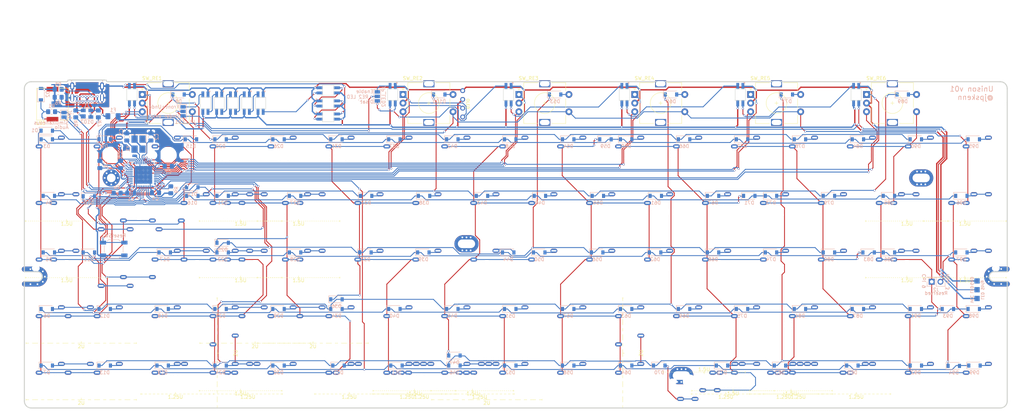
<source format=kicad_pcb>
(kicad_pcb (version 20171130) (host pcbnew "(5.1.8-0-10_14)")
  (title_block (title Unison) (date 2020-12-27) (rev v01) (company @jpskenn))
  (layers (0 F.Cu signal) (31 B.Cu signal) (34 B.Paste user) (35 F.Paste user) (36 B.SilkS user) (37 F.SilkS user) (38 B.Mask user) (39 F.Mask user) (44 Edge.Cuts user))
  (net 0 "")
  (net 1 GND)
  (net 2 +5V)
  (net 3 "Net-(C2-Pad1)")
  (net 4 "Net-(C3-Pad1)")
  (net 5 "Net-(C6-Pad1)")
  (net 6 "Net-(D1-Pad1)")
  (net 7 pin1)
  (net 8 "Net-(D2-Pad1)")
  (net 9 pin6)
  (net 10 "Net-(D3-Pad2)")
  (net 11 pin7)
  (net 12 "Net-(D4-Pad2)")
  (net 13 "Net-(D5-Pad2)")
  (net 14 pin8)
  (net 15 pin9)
  (net 16 "Net-(D6-Pad2)")
  (net 17 "Net-(D7-Pad2)")
  (net 18 pin10)
  (net 19 RE1_2)
  (net 20 "Net-(D9-Pad2)")
  (net 21 pin2)
  (net 22 "Net-(D10-Pad2)")
  (net 23 "Net-(D11-Pad2)")
  (net 24 pin3)
  (net 25 pin4)
  (net 26 "Net-(D12-Pad2)")
  (net 27 "Net-(D13-Pad2)")
  (net 28 pin5)
  (net 29 "Net-(D14-Pad1)")
  (net 30 "Net-(D15-Pad2)")
  (net 31 "Net-(D16-Pad2)")
  (net 32 "Net-(D17-Pad2)")
  (net 33 "Net-(D18-Pad2)")
  (net 34 "Net-(D19-Pad2)")
  (net 35 "Net-(D20-Pad2)")
  (net 36 "Net-(D21-Pad2)")
  (net 37 "Net-(D22-Pad2)")
  (net 38 "Net-(D23-Pad2)")
  (net 39 "Net-(D24-Pad2)")
  (net 40 "Net-(D25-Pad1)")
  (net 41 "Net-(D26-Pad2)")
  (net 42 "Net-(D27-Pad2)")
  (net 43 "Net-(D28-Pad2)")
  (net 44 "Net-(D29-Pad2)")
  (net 45 "Net-(D30-Pad2)")
  (net 46 "Net-(D31-Pad2)")
  (net 47 "Net-(D32-Pad2)")
  (net 48 "Net-(D33-Pad2)")
  (net 49 "Net-(D34-Pad2)")
  (net 50 "Net-(D35-Pad2)")
  (net 51 "Net-(D36-Pad1)")
  (net 52 "Net-(D37-Pad2)")
  (net 53 "Net-(D38-Pad2)")
  (net 54 "Net-(D39-Pad2)")
  (net 55 "Net-(D40-Pad2)")
  (net 56 "Net-(D41-Pad2)")
  (net 57 "Net-(D42-Pad2)")
  (net 58 "Net-(D43-Pad2)")
  (net 59 "Net-(D44-Pad2)")
  (net 60 "Net-(D45-Pad2)")
  (net 61 "Net-(D46-Pad2)")
  (net 62 "Net-(D47-Pad1)")
  (net 63 "Net-(D48-Pad2)")
  (net 64 "Net-(D49-Pad2)")
  (net 65 "Net-(D50-Pad2)")
  (net 66 "Net-(D51-Pad2)")
  (net 67 "Net-(D52-Pad2)")
  (net 68 RE3_2)
  (net 69 "Net-(D54-Pad2)")
  (net 70 "Net-(D55-Pad2)")
  (net 71 "Net-(D56-Pad2)")
  (net 72 "Net-(D57-Pad2)")
  (net 73 "Net-(D58-Pad2)")
  (net 74 "Net-(D59-Pad1)")
  (net 75 "Net-(D60-Pad2)")
  (net 76 "Net-(D61-Pad2)")
  (net 77 "Net-(D62-Pad2)")
  (net 78 "Net-(D63-Pad2)")
  (net 79 "Net-(D64-Pad2)")
  (net 80 RE4_2)
  (net 81 "Net-(D66-Pad2)")
  (net 82 "Net-(D67-Pad2)")
  (net 83 "Net-(D68-Pad2)")
  (net 84 "Net-(D69-Pad2)")
  (net 85 "Net-(D70-Pad2)")
  (net 86 "Net-(D71-Pad1)")
  (net 87 "Net-(D72-Pad2)")
  (net 88 "Net-(D73-Pad2)")
  (net 89 "Net-(D74-Pad2)")
  (net 90 "Net-(D75-Pad2)")
  (net 91 "Net-(D76-Pad2)")
  (net 92 RE5_2)
  (net 93 "Net-(D78-Pad2)")
  (net 94 "Net-(D79-Pad2)")
  (net 95 "Net-(D80-Pad2)")
  (net 96 "Net-(D81-Pad2)")
  (net 97 "Net-(D82-Pad2)")
  (net 98 "Net-(D83-Pad1)")
  (net 99 "Net-(D84-Pad2)")
  (net 100 "Net-(D85-Pad2)")
  (net 101 "Net-(D86-Pad2)")
  (net 102 "Net-(D87-Pad2)")
  (net 103 "Net-(D88-Pad2)")
  (net 104 RE6_2)
  (net 105 "Net-(D90-Pad2)")
  (net 106 "Net-(D91-Pad2)")
  (net 107 "Net-(D92-Pad2)")
  (net 108 RE6_1)
  (net 109 RE1_1)
  (net 110 "Net-(D95-Pad2)")
  (net 111 "Net-(D96-Pad2)")
  (net 112 "Net-(D97-Pad2)")
  (net 113 "Net-(D98-Pad2)")
  (net 114 "Net-(D99-Pad2)")
  (net 115 RE2_2)
  (net 116 "Net-(D102-Pad2)")
  (net 117 "Net-(D102-Pad3)")
  (net 118 VCC)
  (net 119 "Net-(J1-PadA5)")
  (net 120 "Net-(J1-PadA8)")
  (net 121 "Net-(J1-PadB8)")
  (net 122 "Net-(J1-PadB5)")
  (net 123 AUDIO1)
  (net 124 AUDIO2[Reserve])
  (net 125 "Net-(JP_LED1-Pad3)")
  (net 126 LED)
  (net 127 "Net-(JP_LED1-Pad1)")
  (net 128 "Net-(JP_LED2-Pad1)")
  (net 129 "Net-(JP_LED2-Pad2)")
  (net 130 "Net-(JP_LED2-Pad3)")
  (net 131 "Net-(L1-Pad2)")
  (net 132 "Net-(L2-Pad2)")
  (net 133 "Net-(L3-Pad2)")
  (net 134 "Net-(L4-Pad2)")
  (net 135 "Net-(L5-Pad2)")
  (net 136 "Net-(L6-Pad2)")
  (net 137 "Net-(L7-Pad2)")
  (net 138 "Net-(L8-Pad2)")
  (net 139 "Net-(L11-Pad2)")
  (net 140 "Net-(L12-Pad2)")
  (net 141 "Net-(L13-Pad2)")
  (net 142 SDA_RE2A)
  (net 143 SCL_RE2B)
  (net 144 "Net-(R4-Pad2)")
  (net 145 D-)
  (net 146 D+)
  (net 147 "Net-(R9-Pad2)")
  (net 148 RE1_A)
  (net 149 RE1_B)
  (net 150 RE3_B)
  (net 151 RE3_A)
  (net 152 RE4_B)
  (net 153 RE4_A)
  (net 154 RE5_A)
  (net 155 RE5_B)
  (net 156 RE6_A)
  (net 157 RE6_B)
  (net 158 "Net-(U1-Pad42)")
  (module mx2u:M2_Hole (layer F.Cu) (at 298.3 23.1)
    (fp_text reference "" hide)
    (fp_text value "" hide)
    (pad "" np_thru_hole circle (at 0 0) (size 2.14 2.14) (drill 2.14) (layers *.Cu *.Mask))
  )
  (module mx2u:M2_Hole (layer F.Cu) (at 17.6 23.1)
    (fp_text reference "" hide)
    (fp_text value "" hide)
    (pad "" np_thru_hole circle (at 0 0) (size 2.14 2.14) (drill 2.14) (layers *.Cu *.Mask))
  )
  (module mx2u:M2_Hole (layer F.Cu) (at 111.7 23.1)
    (fp_text reference "" hide)
    (fp_text value "" hide)
    (pad "" np_thru_hole circle (at 0 0) (size 2.14 2.14) (drill 2.14) (layers *.Cu *.Mask))
  )
  (module mx2u:M2_Hole (layer F.Cu) (at 215 23.1)
    (fp_text reference "" hide)
    (fp_text value "" hide)
    (pad "" np_thru_hole circle (at 0 0) (size 2.14 2.14) (drill 2.14) (layers *.Cu *.Mask))
  )
  (module mx2u:M2_Hole (layer F.Cu) (at 148.9 23.1)
    (fp_text reference "" hide)
    (fp_text value "" hide)
    (pad "" np_thru_hole circle (at 0 0) (size 2.14 2.14) (drill 2.14) (layers *.Cu *.Mask))
  )
  (module mx2u:M2_Hole (layer F.Cu) (at 92.3 23.1)
    (fp_text reference "" hide)
    (fp_text value "" hide)
    (pad "" np_thru_hole circle (at 0 0) (size 2.14 2.14) (drill 2.14) (layers *.Cu *.Mask))
  )
  (module mx2u:M2_Hole (layer F.Cu) (at 42.3 23.1)
    (fp_text reference "" hide)
    (fp_text value "" hide)
    (pad "" np_thru_hole circle (at 0 0) (size 2.14 2.14) (drill 2.14) (layers *.Cu *.Mask))
  )
  (module mx2u:M2_Hole (layer F.Cu) (at 278.4 23.1)
    (fp_text reference "" hide)
    (fp_text value "" hide)
    (pad "" np_thru_hole circle (at 0 0) (size 2.14 2.14) (drill 2.14) (layers *.Cu *.Mask))
  )
  (module mx2u:M2_Hole (layer F.Cu) (at 297.8 23.1)
    (fp_text reference "" hide)
    (fp_text value "" hide)
    (pad "" np_thru_hole circle (at 0 0) (size 2.14 2.14) (drill 2.14) (layers *.Cu *.Mask))
  )
  (module ukiha:CherryMX_MidHeight_16mm_rev2_2U_vertical_guide (layer F.Cu) (at 73.7 95.4)
    (fp_text reference SW_25_2 hide)
    (fp_text value SW_Push hide)
    (fp_text user 2U (at 2.74 0 -90) (layer F.SilkS))
    (pad 1 thru_hole oval (at -3.81 -2.54) (size 2 1.2) (drill oval 1.2 0.4) (layers *.Cu B.Mask) (net 29 "Net-(D14-Pad1)"))
    (pad 2 thru_hole oval (at 2.64 -5.08) (size 2 1.2) (drill oval 1.4 0.4) (layers *.Cu B.Mask) (net 39 "Net-(D24-Pad2)"))
    (pad "" np_thru_hole circle (at -4.5 0 180) (size 1.68 1.68) (drill 1.68) (layers *.Cu *.Mask))
    (pad "" np_thru_hole circle (at 4.5 0 180) (size 1.68 1.68) (drill 1.68) (layers *.Cu *.Mask))
    (pad "" np_thru_hole circle (at 0 0 270) (size 3.98 3.98) (drill 3.98) (layers *.Cu *.Mask))
    (pad "" np_thru_hole circle (at -5.08 0 180) (size 1.68 1.68) (drill 1.68) (layers *.Cu *.Mask))
    (pad "" np_thru_hole circle (at 5.08 0 180) (size 1.68 1.68) (drill 1.68) (layers *.Cu *.Mask))
  )
  (module ukiha:CherryMX_MidHeight_16mm_rev2_2U_vertical_guide (layer F.Cu) (at 191.3 95.4)
    (fp_text reference SW_60_2 hide)
    (fp_text value SW_Push hide)
    (fp_text user 2U (at 2.74 0 -90) (layer F.SilkS))
    (pad 1 thru_hole oval (at -3.81 -2.54) (size 2 1.2) (drill oval 1.2 0.4) (layers *.Cu B.Mask) (net 74 "Net-(D59-Pad1)"))
    (pad 2 thru_hole oval (at 2.64 -5.08) (size 2 1.2) (drill oval 1.4 0.4) (layers *.Cu B.Mask) (net 79 "Net-(D64-Pad2)"))
    (pad "" np_thru_hole circle (at -4.5 0 180) (size 1.68 1.68) (drill 1.68) (layers *.Cu *.Mask))
    (pad "" np_thru_hole circle (at 4.5 0 180) (size 1.68 1.68) (drill 1.68) (layers *.Cu *.Mask))
    (pad "" np_thru_hole circle (at 0 0 270) (size 3.98 3.98) (drill 3.98) (layers *.Cu *.Mask))
    (pad "" np_thru_hole circle (at -5.08 0 180) (size 1.68 1.68) (drill 1.68) (layers *.Cu *.Mask))
    (pad "" np_thru_hole circle (at 5.08 0 180) (size 1.68 1.68) (drill 1.68) (layers *.Cu *.Mask))
  )
  (module ukiha:CherryMX_MidHeight_16mm_rev2_2u_guide (layer F.Cu) (at 31.7 103.6)
    (fp_text reference SW_10_2 hide)
    (fp_text value SW_Push hide)
    (fp_text user 2U (at 0 6.25 -180) (layer F.SilkS))
    (pad 1 thru_hole oval (at -3.81 -2.54) (size 2 1.2) (drill oval 1.2 0.4) (layers *.Cu B.Mask) (net 6 "Net-(D1-Pad1)"))
    (pad 2 thru_hole oval (at 2.64 -5.08) (size 2 1.2) (drill oval 1.4 0.4) (layers *.Cu B.Mask) (net 17 "Net-(D7-Pad2)"))
    (pad "" np_thru_hole circle (at -4.5 0 180) (size 1.68 1.68) (drill 1.68) (layers *.Cu *.Mask))
    (pad "" np_thru_hole circle (at 4.5 0 180) (size 1.68 1.68) (drill 1.68) (layers *.Cu *.Mask))
    (pad "" np_thru_hole circle (at 0 0 270) (size 3.98 3.98) (drill 3.98) (layers *.Cu *.Mask))
    (pad "" np_thru_hole circle (at -5.08 0 180) (size 1.68 1.68) (drill 1.68) (layers *.Cu *.Mask))
    (pad "" np_thru_hole circle (at 5.08 0 180) (size 1.68 1.68) (drill 1.68) (layers *.Cu *.Mask))
  )
  (module ukiha:CherryMX_MidHeight_16mm_rev2_2u_guide (layer F.Cu) (at 31.7 87.2)
    (fp_text reference SW_19_2 hide)
    (fp_text value SW_Push hide)
    (fp_text user 2U (at 0 6.25 -180) (layer F.SilkS))
    (pad 1 thru_hole oval (at -3.81 -2.54) (size 2 1.2) (drill oval 1.2 0.4) (layers *.Cu B.Mask) (net 6 "Net-(D1-Pad1)"))
    (pad 2 thru_hole oval (at 2.64 -5.08) (size 2 1.2) (drill oval 1.4 0.4) (layers *.Cu B.Mask) (net 16 "Net-(D6-Pad2)"))
    (pad "" np_thru_hole circle (at -4.5 0 180) (size 1.68 1.68) (drill 1.68) (layers *.Cu *.Mask))
    (pad "" np_thru_hole circle (at 4.5 0 180) (size 1.68 1.68) (drill 1.68) (layers *.Cu *.Mask))
    (pad "" np_thru_hole circle (at 0 0 270) (size 3.98 3.98) (drill 3.98) (layers *.Cu *.Mask))
    (pad "" np_thru_hole circle (at -5.08 0 180) (size 1.68 1.68) (drill 1.68) (layers *.Cu *.Mask))
    (pad "" np_thru_hole circle (at 5.08 0 180) (size 1.68 1.68) (drill 1.68) (layers *.Cu *.Mask))
  )
  (module ukiha:CherryMX_MidHeight_16mm_rev2_2u_guide (layer F.Cu) (at 82.1 87.2)
    (fp_text reference SW_24_2 hide)
    (fp_text value SW_Push hide)
    (fp_text user 2U (at 0 6.25 -180) (layer F.SilkS))
    (pad 1 thru_hole oval (at -3.81 -2.54) (size 2 1.2) (drill oval 1.2 0.4) (layers *.Cu B.Mask) (net 29 "Net-(D14-Pad1)"))
    (pad 2 thru_hole oval (at 2.64 -5.08) (size 2 1.2) (drill oval 1.4 0.4) (layers *.Cu B.Mask) (net 38 "Net-(D23-Pad2)"))
    (pad "" np_thru_hole circle (at -4.5 0 180) (size 1.68 1.68) (drill 1.68) (layers *.Cu *.Mask))
    (pad "" np_thru_hole circle (at 4.5 0 180) (size 1.68 1.68) (drill 1.68) (layers *.Cu *.Mask))
    (pad "" np_thru_hole circle (at 0 0 270) (size 3.98 3.98) (drill 3.98) (layers *.Cu *.Mask))
    (pad "" np_thru_hole circle (at -5.08 0 180) (size 1.68 1.68) (drill 1.68) (layers *.Cu *.Mask))
    (pad "" np_thru_hole circle (at 5.08 0 180) (size 1.68 1.68) (drill 1.68) (layers *.Cu *.Mask))
  )
  (module ukiha:CherryMX_MidHeight_16mm_rev2_2u_guide (layer F.Cu) (at 98.9 87.2)
    (fp_text reference SW_39_2 hide)
    (fp_text value SW_Push hide)
    (fp_text user 2U (at 0 6.25 -180) (layer F.SilkS))
    (pad 1 thru_hole oval (at -3.81 -2.54) (size 2 1.2) (drill oval 1.2 0.4) (layers *.Cu B.Mask) (net 40 "Net-(D25-Pad1)"))
    (pad 2 thru_hole oval (at 2.64 -5.08) (size 2 1.2) (drill oval 1.4 0.4) (layers *.Cu B.Mask) (net 44 "Net-(D29-Pad2)"))
    (pad "" np_thru_hole circle (at -4.5 0 180) (size 1.68 1.68) (drill 1.68) (layers *.Cu *.Mask))
    (pad "" np_thru_hole circle (at 4.5 0 180) (size 1.68 1.68) (drill 1.68) (layers *.Cu *.Mask))
    (pad "" np_thru_hole circle (at 0 0 270) (size 3.98 3.98) (drill 3.98) (layers *.Cu *.Mask))
    (pad "" np_thru_hole circle (at -5.08 0 180) (size 1.68 1.68) (drill 1.68) (layers *.Cu *.Mask))
    (pad "" np_thru_hole circle (at 5.08 0 180) (size 1.68 1.68) (drill 1.68) (layers *.Cu *.Mask))
  )
  (module ukiha:CherryMX_MidHeight_16mm_rev2_2u_guide (layer F.Cu) (at 149.3 103.6)
    (fp_text reference SW_45_4 hide)
    (fp_text value SW_Push hide)
    (fp_text user 2U (at 0 6.25 -180) (layer F.SilkS))
    (pad 1 thru_hole oval (at -3.81 -2.54) (size 2 1.2) (drill oval 1.2 0.4) (layers *.Cu B.Mask) (net 51 "Net-(D36-Pad1)"))
    (pad 2 thru_hole oval (at 2.64 -5.08) (size 2 1.2) (drill oval 1.4 0.4) (layers *.Cu B.Mask) (net 61 "Net-(D46-Pad2)"))
    (pad "" np_thru_hole circle (at -4.5 0 180) (size 1.68 1.68) (drill 1.68) (layers *.Cu *.Mask))
    (pad "" np_thru_hole circle (at 4.5 0 180) (size 1.68 1.68) (drill 1.68) (layers *.Cu *.Mask))
    (pad "" np_thru_hole circle (at 0 0 270) (size 3.98 3.98) (drill 3.98) (layers *.Cu *.Mask))
    (pad "" np_thru_hole circle (at -5.08 0 180) (size 1.68 1.68) (drill 1.68) (layers *.Cu *.Mask))
    (pad "" np_thru_hole circle (at 5.08 0 180) (size 1.68 1.68) (drill 1.68) (layers *.Cu *.Mask))
  )
  (module ukiha:CherryMX_MidHeight_16mm_rev2_1.5u_guide (layer F.Cu) (at 27.5 54.4)
    (fp_text reference SW_17_2 hide)
    (fp_text value SW_Push hide)
    (fp_text user 1.5U (at 0 3.5 -180) (layer F.SilkS))
    (pad "" np_thru_hole circle (at 5.08 0 180) (size 1.68 1.68) (drill 1.68) (layers *.Cu *.Mask))
    (pad "" np_thru_hole circle (at -5.08 0 180) (size 1.68 1.68) (drill 1.68) (layers *.Cu *.Mask))
    (pad "" np_thru_hole circle (at 0 0 270) (size 3.98 3.98) (drill 3.98) (layers *.Cu *.Mask))
    (pad "" np_thru_hole circle (at 4.5 0 180) (size 1.68 1.68) (drill 1.68) (layers *.Cu *.Mask))
    (pad "" np_thru_hole circle (at -4.5 0 180) (size 1.68 1.68) (drill 1.68) (layers *.Cu *.Mask))
    (pad 2 thru_hole oval (at 2.64 -5.08) (size 2 1.2) (drill oval 1.4 0.4) (layers *.Cu B.Mask) (net 12 "Net-(D4-Pad2)"))
    (pad 1 thru_hole oval (at -3.81 -2.54) (size 2 1.2) (drill oval 1.2 0.4) (layers *.Cu B.Mask) (net 6 "Net-(D1-Pad1)"))
  )
  (module ukiha:CherryMX_MidHeight_16mm_rev2_1.5u_guide (layer F.Cu) (at 27.5 70.8)
    (fp_text reference SW_18_2 hide)
    (fp_text value SW_Push hide)
    (fp_text user 1.5U (at 0 3.5 -180) (layer F.SilkS))
    (pad "" np_thru_hole circle (at 5.08 0 180) (size 1.68 1.68) (drill 1.68) (layers *.Cu *.Mask))
    (pad "" np_thru_hole circle (at -5.08 0 180) (size 1.68 1.68) (drill 1.68) (layers *.Cu *.Mask))
    (pad "" np_thru_hole circle (at 0 0 270) (size 3.98 3.98) (drill 3.98) (layers *.Cu *.Mask))
    (pad "" np_thru_hole circle (at 4.5 0 180) (size 1.68 1.68) (drill 1.68) (layers *.Cu *.Mask))
    (pad "" np_thru_hole circle (at -4.5 0 180) (size 1.68 1.68) (drill 1.68) (layers *.Cu *.Mask))
    (pad 2 thru_hole oval (at 2.64 -5.08) (size 2 1.2) (drill oval 1.4 0.4) (layers *.Cu B.Mask) (net 13 "Net-(D5-Pad2)"))
    (pad 1 thru_hole oval (at -3.81 -2.54) (size 2 1.2) (drill oval 1.2 0.4) (layers *.Cu B.Mask) (net 6 "Net-(D1-Pad1)"))
  )
  (module ukiha:CherryMX_MidHeight_16mm_rev2_1.5u_guide (layer F.Cu) (at 77.9 70.8)
    (fp_text reference SW_23_2 hide)
    (fp_text value SW_Push hide)
    (fp_text user 1.5U (at 0 3.5 -180) (layer F.SilkS))
    (pad "" np_thru_hole circle (at 5.08 0 180) (size 1.68 1.68) (drill 1.68) (layers *.Cu *.Mask))
    (pad "" np_thru_hole circle (at -5.08 0 180) (size 1.68 1.68) (drill 1.68) (layers *.Cu *.Mask))
    (pad "" np_thru_hole circle (at 0 0 270) (size 3.98 3.98) (drill 3.98) (layers *.Cu *.Mask))
    (pad "" np_thru_hole circle (at 4.5 0 180) (size 1.68 1.68) (drill 1.68) (layers *.Cu *.Mask))
    (pad "" np_thru_hole circle (at -4.5 0 180) (size 1.68 1.68) (drill 1.68) (layers *.Cu *.Mask))
    (pad 2 thru_hole oval (at 2.64 -5.08) (size 2 1.2) (drill oval 1.4 0.4) (layers *.Cu B.Mask) (net 37 "Net-(D22-Pad2)"))
    (pad 1 thru_hole oval (at -3.81 -2.54) (size 2 1.2) (drill oval 1.2 0.4) (layers *.Cu B.Mask) (net 29 "Net-(D14-Pad1)"))
  )
  (module ukiha:CherryMX_MidHeight_16mm_rev2_1.5u_guide (layer F.Cu) (at 77.9 103.6)
    (fp_text reference SW_25_3 hide)
    (fp_text value SW_Push hide)
    (fp_text user 1.5U (at 0 3.5 -180) (layer F.SilkS))
    (pad "" np_thru_hole circle (at 5.08 0 180) (size 1.68 1.68) (drill 1.68) (layers *.Cu *.Mask))
    (pad "" np_thru_hole circle (at -5.08 0 180) (size 1.68 1.68) (drill 1.68) (layers *.Cu *.Mask))
    (pad "" np_thru_hole circle (at 0 0 270) (size 3.98 3.98) (drill 3.98) (layers *.Cu *.Mask))
    (pad "" np_thru_hole circle (at 4.5 0 180) (size 1.68 1.68) (drill 1.68) (layers *.Cu *.Mask))
    (pad "" np_thru_hole circle (at -4.5 0 180) (size 1.68 1.68) (drill 1.68) (layers *.Cu *.Mask))
    (pad 2 thru_hole oval (at 2.64 -5.08) (size 2 1.2) (drill oval 1.4 0.4) (layers *.Cu B.Mask) (net 39 "Net-(D24-Pad2)"))
    (pad 1 thru_hole oval (at -3.81 -2.54) (size 2 1.2) (drill oval 1.2 0.4) (layers *.Cu B.Mask) (net 29 "Net-(D14-Pad1)"))
  )
  (module ukiha:CherryMX_MidHeight_16mm_rev2_1.5u_guide (layer F.Cu) (at 77.9 54.4)
    (fp_text reference SW_32_2 hide)
    (fp_text value SW_Push hide)
    (fp_text user 1.5U (at 0 3.5 -180) (layer F.SilkS))
    (pad "" np_thru_hole circle (at 5.08 0 180) (size 1.68 1.68) (drill 1.68) (layers *.Cu *.Mask))
    (pad "" np_thru_hole circle (at -5.08 0 180) (size 1.68 1.68) (drill 1.68) (layers *.Cu *.Mask))
    (pad "" np_thru_hole circle (at 0 0 270) (size 3.98 3.98) (drill 3.98) (layers *.Cu *.Mask))
    (pad "" np_thru_hole circle (at 4.5 0 180) (size 1.68 1.68) (drill 1.68) (layers *.Cu *.Mask))
    (pad "" np_thru_hole circle (at -4.5 0 180) (size 1.68 1.68) (drill 1.68) (layers *.Cu *.Mask))
    (pad 2 thru_hole oval (at 2.64 -5.08) (size 2 1.2) (drill oval 1.4 0.4) (layers *.Cu B.Mask) (net 36 "Net-(D21-Pad2)"))
    (pad 1 thru_hole oval (at -3.81 -2.54) (size 2 1.2) (drill oval 1.2 0.4) (layers *.Cu B.Mask) (net 40 "Net-(D25-Pad1)"))
  )
  (module ukiha:CherryMX_MidHeight_16mm_rev2_1.5u_guide (layer F.Cu) (at 94.7 54.4)
    (fp_text reference SW_37_2 hide)
    (fp_text value SW_Push hide)
    (fp_text user 1.5U (at 0 3.5 -180) (layer F.SilkS))
    (pad "" np_thru_hole circle (at 5.08 0 180) (size 1.68 1.68) (drill 1.68) (layers *.Cu *.Mask))
    (pad "" np_thru_hole circle (at -5.08 0 180) (size 1.68 1.68) (drill 1.68) (layers *.Cu *.Mask))
    (pad "" np_thru_hole circle (at 0 0 270) (size 3.98 3.98) (drill 3.98) (layers *.Cu *.Mask))
    (pad "" np_thru_hole circle (at 4.5 0 180) (size 1.68 1.68) (drill 1.68) (layers *.Cu *.Mask))
    (pad "" np_thru_hole circle (at -4.5 0 180) (size 1.68 1.68) (drill 1.68) (layers *.Cu *.Mask))
    (pad 2 thru_hole oval (at 2.64 -5.08) (size 2 1.2) (drill oval 1.4 0.4) (layers *.Cu B.Mask) (net 42 "Net-(D27-Pad2)"))
    (pad 1 thru_hole oval (at -3.81 -2.54) (size 2 1.2) (drill oval 1.2 0.4) (layers *.Cu B.Mask) (net 40 "Net-(D25-Pad1)"))
  )
  (module ukiha:CherryMX_MidHeight_16mm_rev2_1.5u_guide (layer F.Cu) (at 94.7 70.8)
    (fp_text reference SW_38_2 hide)
    (fp_text value SW_Push hide)
    (fp_text user 1.5U (at 0 3.5 -180) (layer F.SilkS))
    (pad "" np_thru_hole circle (at 5.08 0 180) (size 1.68 1.68) (drill 1.68) (layers *.Cu *.Mask))
    (pad "" np_thru_hole circle (at -5.08 0 180) (size 1.68 1.68) (drill 1.68) (layers *.Cu *.Mask))
    (pad "" np_thru_hole circle (at 0 0 270) (size 3.98 3.98) (drill 3.98) (layers *.Cu *.Mask))
    (pad "" np_thru_hole circle (at 4.5 0 180) (size 1.68 1.68) (drill 1.68) (layers *.Cu *.Mask))
    (pad "" np_thru_hole circle (at -4.5 0 180) (size 1.68 1.68) (drill 1.68) (layers *.Cu *.Mask))
    (pad 2 thru_hole oval (at 2.64 -5.08) (size 2 1.2) (drill oval 1.4 0.4) (layers *.Cu B.Mask) (net 43 "Net-(D28-Pad2)"))
    (pad 1 thru_hole oval (at -3.81 -2.54) (size 2 1.2) (drill oval 1.2 0.4) (layers *.Cu B.Mask) (net 40 "Net-(D25-Pad1)"))
  )
  (module ukiha:CherryMX_MidHeight_16mm_rev2_1.5u_guide (layer F.Cu) (at 128.3 103.6)
    (fp_text reference SW_40_2 hide)
    (fp_text value SW_Push hide)
    (fp_text user 1.5U (at 0 3.5 -180) (layer F.SilkS))
    (pad "" np_thru_hole circle (at 5.08 0 180) (size 1.68 1.68) (drill 1.68) (layers *.Cu *.Mask))
    (pad "" np_thru_hole circle (at -5.08 0 180) (size 1.68 1.68) (drill 1.68) (layers *.Cu *.Mask))
    (pad "" np_thru_hole circle (at 0 0 270) (size 3.98 3.98) (drill 3.98) (layers *.Cu *.Mask))
    (pad "" np_thru_hole circle (at 4.5 0 180) (size 1.68 1.68) (drill 1.68) (layers *.Cu *.Mask))
    (pad "" np_thru_hole circle (at -4.5 0 180) (size 1.68 1.68) (drill 1.68) (layers *.Cu *.Mask))
    (pad 2 thru_hole oval (at 2.64 -5.08) (size 2 1.2) (drill oval 1.4 0.4) (layers *.Cu B.Mask) (net 56 "Net-(D41-Pad2)"))
    (pad 1 thru_hole oval (at -3.81 -2.54) (size 2 1.2) (drill oval 1.2 0.4) (layers *.Cu B.Mask) (net 51 "Net-(D36-Pad1)"))
  )
  (module ukiha:CherryMX_MidHeight_16mm_rev2_1.5u_guide (layer F.Cu) (at 145.1 103.6)
    (fp_text reference SW_45_2 hide)
    (fp_text value SW_Push hide)
    (fp_text user 1.5U (at 0 3.5 -180) (layer F.SilkS))
    (pad "" np_thru_hole circle (at 5.08 0 180) (size 1.68 1.68) (drill 1.68) (layers *.Cu *.Mask))
    (pad "" np_thru_hole circle (at -5.08 0 180) (size 1.68 1.68) (drill 1.68) (layers *.Cu *.Mask))
    (pad "" np_thru_hole circle (at 0 0 270) (size 3.98 3.98) (drill 3.98) (layers *.Cu *.Mask))
    (pad "" np_thru_hole circle (at 4.5 0 180) (size 1.68 1.68) (drill 1.68) (layers *.Cu *.Mask))
    (pad "" np_thru_hole circle (at -4.5 0 180) (size 1.68 1.68) (drill 1.68) (layers *.Cu *.Mask))
    (pad 2 thru_hole oval (at 2.64 -5.08) (size 2 1.2) (drill oval 1.4 0.4) (layers *.Cu B.Mask) (net 61 "Net-(D46-Pad2)"))
    (pad 1 thru_hole oval (at -3.81 -2.54) (size 2 1.2) (drill oval 1.2 0.4) (layers *.Cu B.Mask) (net 51 "Net-(D36-Pad1)"))
  )
  (module ukiha:CherryMX_MidHeight_16mm_rev2_1.5u_guide (layer F.Cu) (at 220.7 103.6)
    (fp_text reference SW_70_2 hide)
    (fp_text value SW_Push hide)
    (fp_text user 1.5U (at 0 3.5 -180) (layer F.SilkS))
    (pad "" np_thru_hole circle (at 5.08 0 180) (size 1.68 1.68) (drill 1.68) (layers *.Cu *.Mask))
    (pad "" np_thru_hole circle (at -5.08 0 180) (size 1.68 1.68) (drill 1.68) (layers *.Cu *.Mask))
    (pad "" np_thru_hole circle (at 0 0 270) (size 3.98 3.98) (drill 3.98) (layers *.Cu *.Mask))
    (pad "" np_thru_hole circle (at 4.5 0 180) (size 1.68 1.68) (drill 1.68) (layers *.Cu *.Mask))
    (pad "" np_thru_hole circle (at -4.5 0 180) (size 1.68 1.68) (drill 1.68) (layers *.Cu *.Mask))
    (pad 2 thru_hole oval (at 2.64 -5.08) (size 2 1.2) (drill oval 1.4 0.4) (layers *.Cu B.Mask) (net 91 "Net-(D76-Pad2)"))
    (pad 1 thru_hole oval (at -3.81 -2.54) (size 2 1.2) (drill oval 1.2 0.4) (layers *.Cu B.Mask) (net 86 "Net-(D71-Pad1)"))
  )
  (module ukiha:CherryMX_MidHeight_16mm_rev2_1.5u_guide (layer F.Cu) (at 212.3 103.6 180)
    (fp_text reference SW_75_2 hide)
    (fp_text value SW_Push hide)
    (fp_text user 1.5U (at 0 3.5 180) (layer F.SilkS))
    (pad "" np_thru_hole circle (at 5.08 0) (size 1.68 1.68) (drill 1.68) (layers *.Cu *.Mask))
    (pad "" np_thru_hole circle (at -5.08 0) (size 1.68 1.68) (drill 1.68) (layers *.Cu *.Mask))
    (pad "" np_thru_hole circle (at 0 0 90) (size 3.98 3.98) (drill 3.98) (layers *.Cu *.Mask))
    (pad "" np_thru_hole circle (at 4.5 0) (size 1.68 1.68) (drill 1.68) (layers *.Cu *.Mask))
    (pad "" np_thru_hole circle (at -4.5 0) (size 1.68 1.68) (drill 1.68) (layers *.Cu *.Mask))
    (pad 2 thru_hole oval (at 2.64 -5.08 180) (size 2 1.2) (drill oval 1.4 0.4) (layers *.Cu B.Mask) (net 85 "Net-(D70-Pad2)"))
    (pad 1 thru_hole oval (at -3.81 -2.54 180) (size 2 1.2) (drill oval 1.2 0.4) (layers *.Cu B.Mask) (net 86 "Net-(D71-Pad1)"))
  )
  (module ukiha:CherryMX_MidHeight_16mm_rev2_1.5u_guide (layer F.Cu) (at 287.9 54.4)
    (fp_text reference SW_7_2 hide)
    (fp_text value SW_Push hide)
    (fp_text user 1.5U (at 0 3.5 -180) (layer F.SilkS))
    (pad "" np_thru_hole circle (at 5.08 0 180) (size 1.68 1.68) (drill 1.68) (layers *.Cu *.Mask))
    (pad "" np_thru_hole circle (at -5.08 0 180) (size 1.68 1.68) (drill 1.68) (layers *.Cu *.Mask))
    (pad "" np_thru_hole circle (at 0 0 270) (size 3.98 3.98) (drill 3.98) (layers *.Cu *.Mask))
    (pad "" np_thru_hole circle (at 4.5 0 180) (size 1.68 1.68) (drill 1.68) (layers *.Cu *.Mask))
    (pad "" np_thru_hole circle (at -4.5 0 180) (size 1.68 1.68) (drill 1.68) (layers *.Cu *.Mask))
    (pad 2 thru_hole oval (at 2.64 -5.08) (size 2 1.2) (drill oval 1.4 0.4) (layers *.Cu B.Mask) (net 111 "Net-(D96-Pad2)"))
    (pad 1 thru_hole oval (at -3.81 -2.54) (size 2 1.2) (drill oval 1.2 0.4) (layers *.Cu B.Mask) (net 109 RE1_1))
  )
  (module ukiha:CherryMX_MidHeight_16mm_rev2_1.5u_guide (layer F.Cu) (at 237.5 103.6)
    (fp_text reference SW_85_3 hide)
    (fp_text value SW_Push hide)
    (fp_text user 1.5U (at 0 3.5 -180) (layer F.SilkS))
    (pad "" np_thru_hole circle (at 5.08 0 180) (size 1.68 1.68) (drill 1.68) (layers *.Cu *.Mask))
    (pad "" np_thru_hole circle (at -5.08 0 180) (size 1.68 1.68) (drill 1.68) (layers *.Cu *.Mask))
    (pad "" np_thru_hole circle (at 0 0 270) (size 3.98 3.98) (drill 3.98) (layers *.Cu *.Mask))
    (pad "" np_thru_hole circle (at 4.5 0 180) (size 1.68 1.68) (drill 1.68) (layers *.Cu *.Mask))
    (pad "" np_thru_hole circle (at -4.5 0 180) (size 1.68 1.68) (drill 1.68) (layers *.Cu *.Mask))
    (pad 2 thru_hole oval (at 2.64 -5.08) (size 2 1.2) (drill oval 1.4 0.4) (layers *.Cu B.Mask) (net 97 "Net-(D82-Pad2)"))
    (pad 1 thru_hole oval (at -3.81 -2.54) (size 2 1.2) (drill oval 1.2 0.4) (layers *.Cu B.Mask) (net 98 "Net-(D83-Pad1)"))
  )
  (module ukiha:CherryMX_MidHeight_16mm_rev2_1.5u_guide (layer F.Cu) (at 287.9 70.8)
    (fp_text reference SW_8_2 hide)
    (fp_text value SW_Push hide)
    (fp_text user 1.5U (at 0 3.5 -180) (layer F.SilkS))
    (pad "" np_thru_hole circle (at 5.08 0 180) (size 1.68 1.68) (drill 1.68) (layers *.Cu *.Mask))
    (pad "" np_thru_hole circle (at -5.08 0 180) (size 1.68 1.68) (drill 1.68) (layers *.Cu *.Mask))
    (pad "" np_thru_hole circle (at 0 0 270) (size 3.98 3.98) (drill 3.98) (layers *.Cu *.Mask))
    (pad "" np_thru_hole circle (at 4.5 0 180) (size 1.68 1.68) (drill 1.68) (layers *.Cu *.Mask))
    (pad "" np_thru_hole circle (at -4.5 0 180) (size 1.68 1.68) (drill 1.68) (layers *.Cu *.Mask))
    (pad 2 thru_hole oval (at 2.64 -5.08) (size 2 1.2) (drill oval 1.4 0.4) (layers *.Cu B.Mask) (net 112 "Net-(D97-Pad2)"))
    (pad 1 thru_hole oval (at -3.81 -2.54) (size 2 1.2) (drill oval 1.2 0.4) (layers *.Cu B.Mask) (net 109 RE1_1))
  )
  (module ukiha:CherryMX_MidHeight_16mm_rev2_1.5u_guide (layer F.Cu) (at 271.1 54.4)
    (fp_text reference SW_97_2 hide)
    (fp_text value SW_Push hide)
    (fp_text user 1.5U (at 0 3.5 -180) (layer F.SilkS))
    (pad "" np_thru_hole circle (at 5.08 0 180) (size 1.68 1.68) (drill 1.68) (layers *.Cu *.Mask))
    (pad "" np_thru_hole circle (at -5.08 0 180) (size 1.68 1.68) (drill 1.68) (layers *.Cu *.Mask))
    (pad "" np_thru_hole circle (at 0 0 270) (size 3.98 3.98) (drill 3.98) (layers *.Cu *.Mask))
    (pad "" np_thru_hole circle (at 4.5 0 180) (size 1.68 1.68) (drill 1.68) (layers *.Cu *.Mask))
    (pad "" np_thru_hole circle (at -4.5 0 180) (size 1.68 1.68) (drill 1.68) (layers *.Cu *.Mask))
    (pad 2 thru_hole oval (at 2.64 -5.08) (size 2 1.2) (drill oval 1.4 0.4) (layers *.Cu B.Mask) (net 100 "Net-(D85-Pad2)"))
    (pad 1 thru_hole oval (at -3.81 -2.54) (size 2 1.2) (drill oval 1.2 0.4) (layers *.Cu B.Mask) (net 108 RE6_1))
  )
  (module ukiha:CherryMX_MidHeight_16mm_rev2_1.5u_guide (layer F.Cu) (at 271.1 70.8)
    (fp_text reference SW_98_2 hide)
    (fp_text value SW_Push hide)
    (fp_text user 1.5U (at 0 3.5 -180) (layer F.SilkS))
    (pad "" np_thru_hole circle (at 5.08 0 180) (size 1.68 1.68) (drill 1.68) (layers *.Cu *.Mask))
    (pad "" np_thru_hole circle (at -5.08 0 180) (size 1.68 1.68) (drill 1.68) (layers *.Cu *.Mask))
    (pad "" np_thru_hole circle (at 0 0 270) (size 3.98 3.98) (drill 3.98) (layers *.Cu *.Mask))
    (pad "" np_thru_hole circle (at 4.5 0 180) (size 1.68 1.68) (drill 1.68) (layers *.Cu *.Mask))
    (pad "" np_thru_hole circle (at -4.5 0 180) (size 1.68 1.68) (drill 1.68) (layers *.Cu *.Mask))
    (pad 2 thru_hole oval (at 2.64 -5.08) (size 2 1.2) (drill oval 1.4 0.4) (layers *.Cu B.Mask) (net 101 "Net-(D86-Pad2)"))
    (pad 1 thru_hole oval (at -3.81 -2.54) (size 2 1.2) (drill oval 1.2 0.4) (layers *.Cu B.Mask) (net 108 RE6_1))
  )
  (module ukiha:CherryMX_MidHeight_16mm_rev2_1.25u_guide (layer F.Cu) (at 235.4 103.6)
    (fp_text reference SW_85_4 hide)
    (fp_text value SW_Push hide)
    (fp_text user 1.25U (at 0 4.5 -180) (layer F.SilkS))
    (pad 1 thru_hole oval (at -3.81 -2.54) (size 2 1.2) (drill oval 1.2 0.4) (layers *.Cu B.Mask) (net 98 "Net-(D83-Pad1)"))
    (pad 2 thru_hole oval (at 2.64 -5.08) (size 2 1.2) (drill oval 1.4 0.4) (layers *.Cu B.Mask) (net 97 "Net-(D82-Pad2)"))
    (pad "" np_thru_hole circle (at -4.5 0 180) (size 1.68 1.68) (drill 1.68) (layers *.Cu *.Mask))
    (pad "" np_thru_hole circle (at 4.5 0 180) (size 1.68 1.68) (drill 1.68) (layers *.Cu *.Mask))
    (pad "" np_thru_hole circle (at 0 0 270) (size 3.98 3.98) (drill 3.98) (layers *.Cu *.Mask))
    (pad "" np_thru_hole circle (at -5.08 0 180) (size 1.68 1.68) (drill 1.68) (layers *.Cu *.Mask))
    (pad "" np_thru_hole circle (at 5.08 0 180) (size 1.68 1.68) (drill 1.68) (layers *.Cu *.Mask))
  )
  (module ukiha:CherryMX_MidHeight_16mm_rev2_1.25u_guide (layer F.Cu) (at 239.6 103.6)
    (fp_text reference SW_85_2 hide)
    (fp_text value SW_Push hide)
    (fp_text user 1.25U (at 0 4.5 -180) (layer F.SilkS))
    (pad 1 thru_hole oval (at -3.81 -2.54) (size 2 1.2) (drill oval 1.2 0.4) (layers *.Cu B.Mask) (net 98 "Net-(D83-Pad1)"))
    (pad 2 thru_hole oval (at 2.64 -5.08) (size 2 1.2) (drill oval 1.4 0.4) (layers *.Cu B.Mask) (net 97 "Net-(D82-Pad2)"))
    (pad "" np_thru_hole circle (at -4.5 0 180) (size 1.68 1.68) (drill 1.68) (layers *.Cu *.Mask))
    (pad "" np_thru_hole circle (at 4.5 0 180) (size 1.68 1.68) (drill 1.68) (layers *.Cu *.Mask))
    (pad "" np_thru_hole circle (at 0 0 270) (size 3.98 3.98) (drill 3.98) (layers *.Cu *.Mask))
    (pad "" np_thru_hole circle (at -5.08 0 180) (size 1.68 1.68) (drill 1.68) (layers *.Cu *.Mask))
    (pad "" np_thru_hole circle (at 5.08 0 180) (size 1.68 1.68) (drill 1.68) (layers *.Cu *.Mask))
  )
  (module ukiha:CherryMX_MidHeight_16mm_rev2_1.25u_guide (layer F.Cu) (at 256.4 103.6)
    (fp_text reference SW_80_2 hide)
    (fp_text value SW_Push hide)
    (fp_text user 1.25U (at 0 4.5 -180) (layer F.SilkS))
    (pad 1 thru_hole oval (at -3.81 -2.54) (size 2 1.2) (drill oval 1.2 0.4) (layers *.Cu B.Mask) (net 98 "Net-(D83-Pad1)"))
    (pad 2 thru_hole oval (at 2.64 -5.08) (size 2 1.2) (drill oval 1.4 0.4) (layers *.Cu B.Mask) (net 103 "Net-(D88-Pad2)"))
    (pad "" np_thru_hole circle (at -4.5 0 180) (size 1.68 1.68) (drill 1.68) (layers *.Cu *.Mask))
    (pad "" np_thru_hole circle (at 4.5 0 180) (size 1.68 1.68) (drill 1.68) (layers *.Cu *.Mask))
    (pad "" np_thru_hole circle (at 0 0 270) (size 3.98 3.98) (drill 3.98) (layers *.Cu *.Mask))
    (pad "" np_thru_hole circle (at -5.08 0 180) (size 1.68 1.68) (drill 1.68) (layers *.Cu *.Mask))
    (pad "" np_thru_hole circle (at 5.08 0 180) (size 1.68 1.68) (drill 1.68) (layers *.Cu *.Mask))
  )
  (module ukiha:CherryMX_MidHeight_16mm_rev2_1.25u_guide (layer F.Cu) (at 218.6 103.6)
    (fp_text reference SW_70_3 hide)
    (fp_text value SW_Push hide)
    (fp_text user 1.25U (at 0 4.5 -180) (layer F.SilkS))
    (pad 1 thru_hole oval (at -3.81 -2.54) (size 2 1.2) (drill oval 1.2 0.4) (layers *.Cu B.Mask) (net 86 "Net-(D71-Pad1)"))
    (pad 2 thru_hole oval (at 2.64 -5.08) (size 2 1.2) (drill oval 1.4 0.4) (layers *.Cu B.Mask) (net 91 "Net-(D76-Pad2)"))
    (pad "" np_thru_hole circle (at -4.5 0 180) (size 1.68 1.68) (drill 1.68) (layers *.Cu *.Mask))
    (pad "" np_thru_hole circle (at 4.5 0 180) (size 1.68 1.68) (drill 1.68) (layers *.Cu *.Mask))
    (pad "" np_thru_hole circle (at 0 0 270) (size 3.98 3.98) (drill 3.98) (layers *.Cu *.Mask))
    (pad "" np_thru_hole circle (at -5.08 0 180) (size 1.68 1.68) (drill 1.68) (layers *.Cu *.Mask))
    (pad "" np_thru_hole circle (at 5.08 0 180) (size 1.68 1.68) (drill 1.68) (layers *.Cu *.Mask))
  )
  (module ukiha:CherryMX_MidHeight_16mm_rev2_1.25u_guide (layer F.Cu) (at 147.2 103.6)
    (fp_text reference SW_45_3 hide)
    (fp_text value SW_Push hide)
    (fp_text user 1.25U (at 0 4.5 -180) (layer F.SilkS))
    (pad 1 thru_hole oval (at -3.81 -2.54) (size 2 1.2) (drill oval 1.2 0.4) (layers *.Cu B.Mask) (net 51 "Net-(D36-Pad1)"))
    (pad 2 thru_hole oval (at 2.64 -5.08) (size 2 1.2) (drill oval 1.4 0.4) (layers *.Cu B.Mask) (net 61 "Net-(D46-Pad2)"))
    (pad "" np_thru_hole circle (at -4.5 0 180) (size 1.68 1.68) (drill 1.68) (layers *.Cu *.Mask))
    (pad "" np_thru_hole circle (at 4.5 0 180) (size 1.68 1.68) (drill 1.68) (layers *.Cu *.Mask))
    (pad "" np_thru_hole circle (at 0 0 270) (size 3.98 3.98) (drill 3.98) (layers *.Cu *.Mask))
    (pad "" np_thru_hole circle (at -5.08 0 180) (size 1.68 1.68) (drill 1.68) (layers *.Cu *.Mask))
    (pad "" np_thru_hole circle (at 5.08 0 180) (size 1.68 1.68) (drill 1.68) (layers *.Cu *.Mask))
  )
  (module ukiha:CherryMX_MidHeight_16mm_rev2_1.25u_guide (layer F.Cu) (at 126.2 103.6)
    (fp_text reference SW_40_4 hide)
    (fp_text value SW_Push hide)
    (fp_text user 1.25U (at 0 4.5 -180) (layer F.SilkS))
    (pad 1 thru_hole oval (at -3.81 -2.54) (size 2 1.2) (drill oval 1.2 0.4) (layers *.Cu B.Mask) (net 51 "Net-(D36-Pad1)"))
    (pad 2 thru_hole oval (at 2.64 -5.08) (size 2 1.2) (drill oval 1.4 0.4) (layers *.Cu B.Mask) (net 56 "Net-(D41-Pad2)"))
    (pad "" np_thru_hole circle (at -4.5 0 180) (size 1.68 1.68) (drill 1.68) (layers *.Cu *.Mask))
    (pad "" np_thru_hole circle (at 4.5 0 180) (size 1.68 1.68) (drill 1.68) (layers *.Cu *.Mask))
    (pad "" np_thru_hole circle (at 0 0 270) (size 3.98 3.98) (drill 3.98) (layers *.Cu *.Mask))
    (pad "" np_thru_hole circle (at -5.08 0 180) (size 1.68 1.68) (drill 1.68) (layers *.Cu *.Mask))
    (pad "" np_thru_hole circle (at 5.08 0 180) (size 1.68 1.68) (drill 1.68) (layers *.Cu *.Mask))
  )
  (module ukiha:CherryMX_MidHeight_16mm_rev2_1.25u_guide (layer F.Cu) (at 130.4 103.6)
    (fp_text reference SW_40_3 hide)
    (fp_text value SW_Push hide)
    (fp_text user 1.25U (at 0 4.5 -180) (layer F.SilkS))
    (pad 1 thru_hole oval (at -3.81 -2.54) (size 2 1.2) (drill oval 1.2 0.4) (layers *.Cu B.Mask) (net 51 "Net-(D36-Pad1)"))
    (pad 2 thru_hole oval (at 2.64 -5.08) (size 2 1.2) (drill oval 1.4 0.4) (layers *.Cu B.Mask) (net 56 "Net-(D41-Pad2)"))
    (pad "" np_thru_hole circle (at -4.5 0 180) (size 1.68 1.68) (drill 1.68) (layers *.Cu *.Mask))
    (pad "" np_thru_hole circle (at 4.5 0 180) (size 1.68 1.68) (drill 1.68) (layers *.Cu *.Mask))
    (pad "" np_thru_hole circle (at 0 0 270) (size 3.98 3.98) (drill 3.98) (layers *.Cu *.Mask))
    (pad "" np_thru_hole circle (at -5.08 0 180) (size 1.68 1.68) (drill 1.68) (layers *.Cu *.Mask))
    (pad "" np_thru_hole circle (at 5.08 0 180) (size 1.68 1.68) (drill 1.68) (layers *.Cu *.Mask))
  )
  (module ukiha:CherryMX_MidHeight_16mm_rev2_1.25u_guide (layer F.Cu) (at 109.4 103.6)
    (fp_text reference SW_35_2 hide)
    (fp_text value SW_Push hide)
    (fp_text user 1.25U (at 0 4.5 -180) (layer F.SilkS))
    (pad 1 thru_hole oval (at -3.81 -2.54) (size 2 1.2) (drill oval 1.2 0.4) (layers *.Cu B.Mask) (net 40 "Net-(D25-Pad1)"))
    (pad 2 thru_hole oval (at 2.64 -5.08) (size 2 1.2) (drill oval 1.4 0.4) (layers *.Cu B.Mask) (net 50 "Net-(D35-Pad2)"))
    (pad "" np_thru_hole circle (at -4.5 0 180) (size 1.68 1.68) (drill 1.68) (layers *.Cu *.Mask))
    (pad "" np_thru_hole circle (at 4.5 0 180) (size 1.68 1.68) (drill 1.68) (layers *.Cu *.Mask))
    (pad "" np_thru_hole circle (at 0 0 270) (size 3.98 3.98) (drill 3.98) (layers *.Cu *.Mask))
    (pad "" np_thru_hole circle (at -5.08 0 180) (size 1.68 1.68) (drill 1.68) (layers *.Cu *.Mask))
    (pad "" np_thru_hole circle (at 5.08 0 180) (size 1.68 1.68) (drill 1.68) (layers *.Cu *.Mask))
  )
  (module ukiha:CherryMX_MidHeight_16mm_rev2_1.25u_guide (layer F.Cu) (at 80 103.6)
    (fp_text reference SW_25_4 hide)
    (fp_text value SW_Push hide)
    (fp_text user 1.25U (at 0 4.5 -180) (layer F.SilkS))
    (pad 1 thru_hole oval (at -3.81 -2.54) (size 2 1.2) (drill oval 1.2 0.4) (layers *.Cu B.Mask) (net 29 "Net-(D14-Pad1)"))
    (pad 2 thru_hole oval (at 2.64 -5.08) (size 2 1.2) (drill oval 1.4 0.4) (layers *.Cu B.Mask) (net 39 "Net-(D24-Pad2)"))
    (pad "" np_thru_hole circle (at -4.5 0 180) (size 1.68 1.68) (drill 1.68) (layers *.Cu *.Mask))
    (pad "" np_thru_hole circle (at 4.5 0 180) (size 1.68 1.68) (drill 1.68) (layers *.Cu *.Mask))
    (pad "" np_thru_hole circle (at 0 0 270) (size 3.98 3.98) (drill 3.98) (layers *.Cu *.Mask))
    (pad "" np_thru_hole circle (at -5.08 0 180) (size 1.68 1.68) (drill 1.68) (layers *.Cu *.Mask))
    (pad "" np_thru_hole circle (at 5.08 0 180) (size 1.68 1.68) (drill 1.68) (layers *.Cu *.Mask))
  )
  (module ukiha:CherryMX_MidHeight_16mm_rev2_1.25u_guide (layer F.Cu) (at 59 103.6)
    (fp_text reference SW_20_2 hide)
    (fp_text value SW_Push hide)
    (fp_text user 1.25U (at 0 4.5 -180) (layer F.SilkS))
    (pad 1 thru_hole oval (at -3.81 -2.54) (size 2 1.2) (drill oval 1.2 0.4) (layers *.Cu B.Mask) (net 29 "Net-(D14-Pad1)"))
    (pad 2 thru_hole oval (at 2.64 -5.08) (size 2 1.2) (drill oval 1.4 0.4) (layers *.Cu B.Mask) (net 34 "Net-(D19-Pad2)"))
    (pad "" np_thru_hole circle (at -4.5 0 180) (size 1.68 1.68) (drill 1.68) (layers *.Cu *.Mask))
    (pad "" np_thru_hole circle (at 4.5 0 180) (size 1.68 1.68) (drill 1.68) (layers *.Cu *.Mask))
    (pad "" np_thru_hole circle (at 0 0 270) (size 3.98 3.98) (drill 3.98) (layers *.Cu *.Mask))
    (pad "" np_thru_hole circle (at -5.08 0 180) (size 1.68 1.68) (drill 1.68) (layers *.Cu *.Mask))
    (pad "" np_thru_hole circle (at 5.08 0 180) (size 1.68 1.68) (drill 1.68) (layers *.Cu *.Mask))
  )
  (module Rotary_Encoder:RotaryEncoder_Alps_EC11E-Switch_Vertical_H20mm (layer F.Cu) (at 49.4 20.4)
    (fp_text reference SW_RE1 (at 2.8 -4.7) (layer F.SilkS))
    (fp_text value Rotary_Encoder_Switch)
    (pad A thru_hole rect (at 0 0) (size 2 2) (drill 1) (layers *.Cu *.Mask) (net 148 RE1_A))
    (pad C thru_hole circle (at 0 2.5) (size 2 2) (drill 1) (layers *.Cu *.Mask) (net 1 GND))
    (pad B thru_hole circle (at 0 5) (size 2 2) (drill 1) (layers *.Cu *.Mask) (net 149 RE1_B))
    (pad MP thru_hole rect (at 7.5 -3.1) (size 3.2 2) (drill oval 2.8 1.5) (layers *.Cu *.Mask))
    (pad MP thru_hole rect (at 7.5 8.1) (size 3.2 2) (drill oval 2.8 1.5) (layers *.Cu *.Mask))
    (pad S2 thru_hole circle (at 14.5 0) (size 2 2) (drill 1) (layers *.Cu *.Mask) (net 19 RE1_2))
    (pad S1 thru_hole circle (at 14.5 5) (size 2 2) (drill 1) (layers *.Cu *.Mask) (net 109 RE1_1))
  )
  (module ukiha:CherryMX_MidHeight_16mm_rev2 (layer F.Cu) (at 40.1 38)
    (fp_text reference SW_21 hide)
    (fp_text value SW_Push hide)
    (pad 1 thru_hole oval (at -3.81 -2.54) (size 2 1.2) (drill oval 1.2 0.4) (layers *.Cu B.Mask) (net 29 "Net-(D14-Pad1)"))
    (pad 2 thru_hole oval (at 2.64 -5.08) (size 2 1.2) (drill oval 1.4 0.4) (layers *.Cu B.Mask) (net 20 "Net-(D9-Pad2)"))
    (pad "" np_thru_hole circle (at -4.5 0 180) (size 1.68 1.68) (drill 1.68) (layers *.Cu *.Mask))
    (pad "" np_thru_hole circle (at 4.5 0 180) (size 1.68 1.68) (drill 1.68) (layers *.Cu *.Mask))
    (pad "" np_thru_hole circle (at 0 0 270) (size 3.98 3.98) (drill 3.98) (layers *.Cu *.Mask))
    (pad "" np_thru_hole circle (at -5.08 0 180) (size 1.68 1.68) (drill 1.68) (layers *.Cu *.Mask))
    (pad "" np_thru_hole circle (at 5.08 0 180) (size 1.68 1.68) (drill 1.68) (layers *.Cu *.Mask))
  )
  (module mx2u:YS-SK6812MINI-E (layer F.Cu) (at 222.8 20.45 90)
    (fp_text reference L13)
    (fp_text value YS_SK6812MINI_E_modify_GND_powerInput)
    (fp_line (start 1.7 -1.5) (end 1.7 1.5) (layer Edge.Cuts) (width 0.12))
    (fp_line (start 1.7 1.5) (end -1.7 1.5) (layer Edge.Cuts) (width 0.12))
    (fp_line (start -1.7 1.5) (end -1.7 -1.5) (layer Edge.Cuts) (width 0.12))
    (fp_line (start -1.7 -1.5) (end 1.7 -1.5) (layer Edge.Cuts) (width 0.12))
    (pad 4 smd rect (at 2.5 -0.75 270) (size 1.8 0.82) (layers B.Cu B.Paste B.Mask) (net 140 "Net-(L12-Pad2)"))
    (pad 2 smd rect (at -2.5 0.75 270) (size 1.8 0.82) (layers B.Cu B.Paste B.Mask) (net 141 "Net-(L13-Pad2)"))
    (pad 1 smd rect (at -2.5 -0.75 270) (size 1.8 0.82) (layers B.Cu B.Paste B.Mask) (net 2 +5V))
    (pad 3 smd rect (at 3.2 0.96 225) (size 0.282843 0.282843) (layers B.Cu B.Paste B.Mask) (net 1 GND))
    (pad 3 smd rect (at 2.4 0.75 270) (size 1.6 0.82) (layers B.Cu B.Paste B.Mask) (net 1 GND))
    (pad 3 smd rect (at 3.2 0.65 270) (size 0.4 0.62) (layers B.Cu B.Paste B.Mask) (net 1 GND))
  )
  (module mx2u:YS-SK6812MINI-E (layer F.Cu) (at 83.7 22.9 90)
    (fp_text reference L5)
    (fp_text value YS_SK6812MINI_E_modify_GND_powerInput)
    (fp_line (start 1.7 -1.5) (end 1.7 1.5) (layer Edge.Cuts) (width 0.12))
    (fp_line (start 1.7 1.5) (end -1.7 1.5) (layer Edge.Cuts) (width 0.12))
    (fp_line (start -1.7 1.5) (end -1.7 -1.5) (layer Edge.Cuts) (width 0.12))
    (fp_line (start -1.7 -1.5) (end 1.7 -1.5) (layer Edge.Cuts) (width 0.12))
    (pad 4 smd rect (at 2.5 -0.75 270) (size 1.8 0.82) (layers B.Cu B.Paste B.Mask) (net 134 "Net-(L4-Pad2)"))
    (pad 2 smd rect (at -2.5 0.75 270) (size 1.8 0.82) (layers B.Cu B.Paste B.Mask) (net 135 "Net-(L5-Pad2)"))
    (pad 1 smd rect (at -2.5 -0.75 270) (size 1.8 0.82) (layers B.Cu B.Paste B.Mask) (net 2 +5V))
    (pad 3 smd rect (at 3.2 0.96 225) (size 0.282843 0.282843) (layers B.Cu B.Paste B.Mask) (net 1 GND))
    (pad 3 smd rect (at 2.4 0.75 270) (size 1.6 0.82) (layers B.Cu B.Paste B.Mask) (net 1 GND))
    (pad 3 smd rect (at 3.2 0.65 270) (size 0.4 0.62) (layers B.Cu B.Paste B.Mask) (net 1 GND))
  )
  (module ukiha:CherryMX_MidHeight_16mm_rev2 (layer F.Cu) (at 56.9 38)
    (fp_text reference SW_26 hide)
    (fp_text value SW_Push hide)
    (pad 1 thru_hole oval (at -3.81 -2.54) (size 2 1.2) (drill oval 1.2 0.4) (layers *.Cu B.Mask) (net 29 "Net-(D14-Pad1)"))
    (pad 2 thru_hole oval (at 2.64 -5.08) (size 2 1.2) (drill oval 1.4 0.4) (layers *.Cu B.Mask) (net 30 "Net-(D15-Pad2)"))
    (pad "" np_thru_hole circle (at -4.5 0 180) (size 1.68 1.68) (drill 1.68) (layers *.Cu *.Mask))
    (pad "" np_thru_hole circle (at 4.5 0 180) (size 1.68 1.68) (drill 1.68) (layers *.Cu *.Mask))
    (pad "" np_thru_hole circle (at 0 0 270) (size 3.98 3.98) (drill 3.98) (layers *.Cu *.Mask))
    (pad "" np_thru_hole circle (at -5.08 0 180) (size 1.68 1.68) (drill 1.68) (layers *.Cu *.Mask))
    (pad "" np_thru_hole circle (at 5.08 0 180) (size 1.68 1.68) (drill 1.68) (layers *.Cu *.Mask))
  )
  (module Diode_SMD:D_SOD-123 (layer B.Cu) (at 284.7 99.1)
    (fp_text reference D94 (at 0 2) (layer B.SilkS) (effects (justify mirror)))
    (fp_text value D)
    (pad 2 smd rect (at 1.65 0) (size 0.9 1.2) (layers B.Cu B.Paste B.Mask) (net 18 pin10))
    (pad 1 smd rect (at -1.65 0) (size 0.9 1.2) (layers B.Cu B.Paste B.Mask) (net 109 RE1_1))
  )
  (module mx2u:M2_Hole (layer F.Cu) (at 17.1 23.1)
    (fp_text reference "" hide)
    (fp_text value "" hide)
    (pad "" np_thru_hole circle (at 0 0) (size 2.14 2.14) (drill 2.14) (layers *.Cu *.Mask))
  )
  (module 60_outline:60_Outline-Modded_TinyHole (layer F.Cu) (at 157.7 64)
    (fp_text reference REF** hide)
    (fp_text value 60_Outline hide)
    (fp_line (start 140.5 47.3) (end -140.5 47.3) (layer Edge.Cuts) (width 0.3))
    (fp_line (start -142.5 7.05) (end -138.7 7.05) (layer F.Cu) (width 1.5))
    (fp_line (start -140.5 -47.3) (end -130.3 -47.3) (layer Edge.Cuts) (width 0.3))
    (fp_line (start -129.8 -47.8) (end -118.8 -47.8) (layer Edge.Cuts) (width 0.3))
    (fp_line (start -142.45 11.35) (end -138.65 11.35) (layer F.Cu) (width 1.5))
    (fp_line (start -142.5 7.05) (end -138.7 7.05) (layer B.Cu) (width 1.5))
    (fp_line (start 138.7 7.8) (end 142.5 7.8) (layer Edge.Cuts) (width 0.3))
    (fp_line (start 138.7 10.6) (end 142.5 10.6) (layer Edge.Cuts) (width 0.3))
    (fp_line (start 142.5 7.8) (end 142.5 -45.3) (layer Edge.Cuts) (width 0.3))
    (fp_line (start 142.5 10.6) (end 142.5 45.3) (layer Edge.Cuts) (width 0.3))
    (fp_line (start -142.5 7.8) (end -142.5 -45.3) (layer Edge.Cuts) (width 0.3))
    (fp_line (start -138.7 7.8) (end -142.5 7.8) (layer Edge.Cuts) (width 0.3))
    (fp_line (start -142.5 10.6) (end -138.7 10.6) (layer Edge.Cuts) (width 0.3))
    (fp_line (start -142.5 45.3) (end -142.5 10.6) (layer Edge.Cuts) (width 0.3))
    (fp_line (start 140.5 -47.3) (end -118.3 -47.3) (layer Edge.Cuts) (width 0.3))
    (fp_line (start -142.45 11.35) (end -138.65 11.35) (layer B.Cu) (width 1.5))
    (fp_line (start 142.5 11.35) (end 138.7 11.35) (layer F.Cu) (width 1.5))
    (fp_line (start 142.45 7.05) (end 138.65 7.05) (layer F.Cu) (width 1.5))
    (fp_line (start 142.5 11.35) (end 138.7 11.35) (layer B.Cu) (width 1.5))
    (fp_line (start 142.45 7.05) (end 138.65 7.05) (layer B.Cu) (width 1.5))
    (fp_arc (start 138.7 9.2) (end 138.7 11.35) (angle 90) (layer F.Cu) (width 1.5))
    (fp_arc (start 138.7 9.2) (end 138.7 11.35) (angle 90) (layer B.Cu) (width 1.5))
    (fp_arc (start 138.7 9.2) (end 138.7 7.05) (angle -90) (layer B.Cu) (width 1.5))
    (fp_arc (start 138.7 9.2) (end 138.7 7.05) (angle -90) (layer F.Cu) (width 1.5))
    (fp_arc (start -138.7 9.2) (end -138.7 11.35) (angle -90) (layer F.Cu) (width 1.5))
    (fp_arc (start -138.7 9.2) (end -138.7 11.35) (angle -90) (layer B.Cu) (width 1.5))
    (fp_arc (start -118.3 -47.8) (end -118.3 -47.3) (angle 90) (layer Edge.Cuts) (width 0.3))
    (fp_arc (start -130.3 -47.8) (end -129.8 -47.8) (angle 90) (layer Edge.Cuts) (width 0.3))
    (fp_arc (start -138.7 9.2) (end -138.7 7.05) (angle 90) (layer B.Cu) (width 1.5))
    (fp_arc (start -138.7 9.2) (end -138.7 7.05) (angle 90) (layer F.Cu) (width 1.5))
    (fp_arc (start -138.7 9.2) (end -137.3 9.2) (angle 90) (layer Edge.Cuts) (width 0.3))
    (fp_arc (start 138.7 9.2) (end 137.3 9.2) (angle -90) (layer Edge.Cuts) (width 0.3))
    (fp_arc (start 138.7 9.2) (end 138.7 7.8) (angle -90) (layer Edge.Cuts) (width 0.3))
    (fp_arc (start -138.7 9.2) (end -138.7 7.8) (angle 90) (layer Edge.Cuts) (width 0.3))
    (fp_arc (start 140.5 -45.3) (end 140.5 -47.3) (angle 90) (layer Edge.Cuts) (width 0.3))
    (fp_arc (start 140.5 45.3) (end 142.5 45.3) (angle 90) (layer Edge.Cuts) (width 0.3))
    (fp_arc (start -140.5 45.3) (end -140.5 47.3) (angle 90) (layer Edge.Cuts) (width 0.3))
    (fp_arc (start -140.5 -45.3) (end -142.5 -45.3) (angle 90) (layer Edge.Cuts) (width 0.3))
    (pad 1 thru_hole circle (at 140.742035 7 180) (size 1 1) (drill 0.5) (layers *.Cu *.Mask))
    (pad 1 thru_hole circle (at 140.75 11.35 180) (size 1 1) (drill 0.5) (layers *.Cu *.Mask))
    (pad 1 thru_hole circle (at 137.15 10.7 180) (size 1 1) (drill 0.5) (layers *.Cu *.Mask))
    (pad 1 thru_hole circle (at 138.7 7 180) (size 1 1) (drill 0.5) (layers *.Cu *.Mask))
    (pad 1 thru_hole circle (at 138.7 11.35 180) (size 1 1) (drill 0.5) (layers *.Cu *.Mask))
    (pad 1 thru_hole circle (at 136.55 9.2 180) (size 1 1) (drill 0.5) (layers *.Cu *.Mask))
    (pad 1 thru_hole circle (at 137.15 7.7) (size 1 1) (drill 0.5) (layers *.Cu *.Mask))
    (pad 1 thru_hole circle (at -137.15 10.7 180) (size 1 1) (drill 0.5) (layers *.Cu *.Mask))
    (pad 1 thru_hole circle (at -117.3 -19.4) (size 5 5) (drill 2.4994) (layers *.Cu *.Mask))
    (pad 1 thru_hole oval (at -14.3 -0.3) (size 7.00024 5) (drill oval 5.00126 2.49936) (layers *.Cu *.Mask))
    (pad 1 thru_hole oval (at 48 37.9) (size 7.00024 5) (drill oval 5.00126 2.49936) (layers *.Cu *.Mask))
    (pad 1 thru_hole oval (at 117.55 -19.4) (size 7.00024 5) (drill oval 5.00126 2.49936) (layers *.Cu *.Mask))
    (pad 1 thru_hole circle (at -117.3 -21.3) (size 1 1) (drill 0.5) (layers *.Cu *.Mask))
    (pad 1 thru_hole circle (at -119.2 -19.4) (size 1 1) (drill 0.5) (layers *.Cu *.Mask))
    (pad 1 thru_hole circle (at -115.4 -19.4) (size 1 1) (drill 0.5) (layers *.Cu *.Mask))
    (pad 1 thru_hole circle (at -117.3 -17.5) (size 1 1) (drill 0.5) (layers *.Cu *.Mask))
    (pad 1 thru_hole circle (at -118.65 -20.75) (size 1 1) (drill 0.5) (layers *.Cu *.Mask))
    (pad 1 thru_hole circle (at -116.05 -20.75) (size 1 1) (drill 0.5) (layers *.Cu *.Mask))
    (pad 1 thru_hole circle (at -118.65 -18.1) (size 1 1) (drill 0.5) (layers *.Cu *.Mask))
    (pad 1 thru_hole circle (at -116.05 -18.05) (size 1 1) (drill 0.5) (layers *.Cu *.Mask))
    (pad 1 thru_hole circle (at 117.55 -21.25) (size 1 1) (drill 0.5) (layers *.Cu *.Mask))
    (pad 1 thru_hole circle (at 117.55 -17.55) (size 1 1) (drill 0.5) (layers *.Cu *.Mask))
    (pad 1 thru_hole circle (at 118.75 -17.55) (size 1 1) (drill 0.5) (layers *.Cu *.Mask))
    (pad 1 thru_hole circle (at 116.35 -17.55) (size 1 1) (drill 0.5) (layers *.Cu *.Mask))
    (pad 1 thru_hole circle (at 116.35 -21.25) (size 1 1) (drill 0.5) (layers *.Cu *.Mask))
    (pad 1 thru_hole circle (at 118.75 -21.267) (size 1 1) (drill 0.5) (layers *.Cu *.Mask))
    (pad 1 thru_hole circle (at 48.05 36.05) (size 1 1) (drill 0.5) (layers *.Cu *.Mask))
    (pad 1 thru_hole circle (at 48 39.75) (size 1 1) (drill 0.5) (layers *.Cu *.Mask))
    (pad 1 thru_hole circle (at 49.25 36.05) (size 1 1) (drill 0.5) (layers *.Cu *.Mask))
    (pad 1 thru_hole circle (at 46.85 36.05) (size 1 1) (drill 0.5) (layers *.Cu *.Mask))
    (pad 1 thru_hole circle (at 46.8 39.75) (size 1 1) (drill 0.5) (layers *.Cu *.Mask))
    (pad 1 thru_hole circle (at 49.2 39.75) (size 1 1) (drill 0.5) (layers *.Cu *.Mask))
    (pad 1 thru_hole circle (at -14.3 -2.15) (size 1 1) (drill 0.5) (layers *.Cu *.Mask))
    (pad 1 thru_hole circle (at -13.1 -2.15) (size 1 1) (drill 0.5) (layers *.Cu *.Mask))
    (pad 1 thru_hole circle (at -15.5 -2.15) (size 1 1) (drill 0.5) (layers *.Cu *.Mask))
    (pad 1 thru_hole circle (at -14.3 1.6) (size 1 1) (drill 0.5) (layers *.Cu *.Mask))
    (pad 1 thru_hole circle (at -15.5 1.6) (size 1 1) (drill 0.5) (layers *.Cu *.Mask))
    (pad 1 thru_hole circle (at -13.1 1.6) (size 1 1) (drill 0.5) (layers *.Cu *.Mask))
    (pad 1 thru_hole circle (at -136.55 9.2) (size 1 1) (drill 0.5) (layers *.Cu *.Mask))
    (pad 1 thru_hole circle (at -138.7 7.05) (size 1 1) (drill 0.5) (layers *.Cu *.Mask))
    (pad 1 thru_hole circle (at -138.7 11.4) (size 1 1) (drill 0.5) (layers *.Cu *.Mask))
    (pad 1 thru_hole circle (at -137.15 7.7) (size 1 1) (drill 0.5) (layers *.Cu *.Mask))
    (pad 1 thru_hole circle (at -140.75 7.05) (size 1 1) (drill 0.5) (layers *.Cu *.Mask))
    (pad 1 thru_hole circle (at -140.742035 11.4) (size 1 1) (drill 0.5) (layers *.Cu *.Mask))
  )
  (module Capacitor_SMD:C_0805_2012Metric_Pad1.18x1.45mm_HandSolder (layer B.Cu) (at 46.1 49 180)
    (fp_text reference C1 (at 0 -1.7) (layer B.SilkS) (effects (justify mirror)))
    (fp_text value 10uF)
    (pad 2 smd roundrect (at 1.0375 0 180) (size 1.175 1.45) (layers B.Cu B.Paste B.Mask) (roundrect_rratio 0.2127659574468085) (net 2 +5V))
    (pad 1 smd roundrect (at -1.0375 0 180) (size 1.175 1.45) (layers B.Cu B.Paste B.Mask) (roundrect_rratio 0.2127659574468085) (net 1 GND))
  )
  (module Capacitor_SMD:C_0805_2012Metric_Pad1.18x1.45mm_HandSolder (layer B.Cu) (at 51.9 32.7 90)
    (fp_text reference C2 (at 0 1.68 90) (layer B.SilkS) (effects (justify mirror)))
    (fp_text value 22pF)
    (pad 2 smd roundrect (at 1.0375 0 90) (size 1.175 1.45) (layers B.Cu B.Paste B.Mask) (roundrect_rratio 0.2127659574468085) (net 1 GND))
    (pad 1 smd roundrect (at -1.0375 0 90) (size 1.175 1.45) (layers B.Cu B.Paste B.Mask) (roundrect_rratio 0.2127659574468085) (net 3 "Net-(C2-Pad1)"))
  )
  (module Capacitor_SMD:C_0805_2012Metric_Pad1.18x1.45mm_HandSolder (layer B.Cu) (at 44.9 32.7 90)
    (fp_text reference C3 (at 1.5 -1.6 90) (layer B.SilkS) (effects (justify mirror)))
    (fp_text value 22pF)
    (pad 2 smd roundrect (at 1.0375 0 90) (size 1.175 1.45) (layers B.Cu B.Paste B.Mask) (roundrect_rratio 0.2127659574468085) (net 1 GND))
    (pad 1 smd roundrect (at -1.0375 0 90) (size 1.175 1.45) (layers B.Cu B.Paste B.Mask) (roundrect_rratio 0.2127659574468085) (net 4 "Net-(C3-Pad1)"))
  )
  (module Capacitor_SMD:C_0805_2012Metric_Pad1.18x1.45mm_HandSolder (layer B.Cu) (at 53.22 48.89)
    (fp_text reference C4 (at 0 1.68) (layer B.SilkS) (effects (justify mirror)))
    (fp_text value 0.1uF)
    (pad 2 smd roundrect (at 1.0375 0) (size 1.175 1.45) (layers B.Cu B.Paste B.Mask) (roundrect_rratio 0.2127659574468085) (net 2 +5V))
    (pad 1 smd roundrect (at -1.0375 0) (size 1.175 1.45) (layers B.Cu B.Paste B.Mask) (roundrect_rratio 0.2127659574468085) (net 1 GND))
  )
  (module Capacitor_SMD:C_0805_2012Metric_Pad1.18x1.45mm_HandSolder (layer B.Cu) (at 43.1 40.7 90)
    (fp_text reference C5 (at 2.8 -0.1 90) (layer B.SilkS) (effects (justify mirror)))
    (fp_text value 0.1uF)
    (pad 2 smd roundrect (at 1.0375 0 90) (size 1.175 1.45) (layers B.Cu B.Paste B.Mask) (roundrect_rratio 0.2127659574468085) (net 2 +5V))
    (pad 1 smd roundrect (at -1.0375 0 90) (size 1.175 1.45) (layers B.Cu B.Paste B.Mask) (roundrect_rratio 0.2127659574468085) (net 1 GND))
  )
  (module Capacitor_SMD:C_0805_2012Metric_Pad1.18x1.45mm_HandSolder (layer B.Cu) (at 37.1 40.7 90)
    (fp_text reference C6 (at 0 1.68 90) (layer B.SilkS) (effects (justify mirror)))
    (fp_text value 1uF)
    (pad 2 smd roundrect (at 1.0375 0 90) (size 1.175 1.45) (layers B.Cu B.Paste B.Mask) (roundrect_rratio 0.2127659574468085) (net 1 GND))
    (pad 1 smd roundrect (at -1.0375 0 90) (size 1.175 1.45) (layers B.Cu B.Paste B.Mask) (roundrect_rratio 0.2127659574468085) (net 5 "Net-(C6-Pad1)"))
  )
  (module Capacitor_SMD:C_0805_2012Metric_Pad1.18x1.45mm_HandSolder (layer B.Cu) (at 56.93 41.2)
    (fp_text reference C7 (at 0 1.68) (layer B.SilkS) (effects (justify mirror)))
    (fp_text value 0.1uF)
    (pad 2 smd roundrect (at 1.0375 0) (size 1.175 1.45) (layers B.Cu B.Paste B.Mask) (roundrect_rratio 0.2127659574468085) (net 2 +5V))
    (pad 1 smd roundrect (at -1.0375 0) (size 1.175 1.45) (layers B.Cu B.Paste B.Mask) (roundrect_rratio 0.2127659574468085) (net 1 GND))
  )
  (module Diode_SMD:D_SOD-123 (layer B.Cu) (at 21.7 30.9)
    (fp_text reference D1 (at -3.5 -0.1) (layer B.SilkS) (effects (justify mirror)))
    (fp_text value D)
    (pad 2 smd rect (at 1.65 0) (size 0.9 1.2) (layers B.Cu B.Paste B.Mask) (net 7 pin1))
    (pad 1 smd rect (at -1.65 0) (size 0.9 1.2) (layers B.Cu B.Paste B.Mask) (net 6 "Net-(D1-Pad1)"))
  )
  (module Diode_SMD:D_SOD-123 (layer B.Cu) (at 20 20.3 90)
    (fp_text reference D2 (at 0 2 90) (layer B.SilkS) (effects (justify mirror)))
    (fp_text value D)
    (pad 2 smd rect (at 1.65 0 90) (size 0.9 1.2) (layers B.Cu B.Paste B.Mask) (net 1 GND))
    (pad 1 smd rect (at -1.65 0 90) (size 0.9 1.2) (layers B.Cu B.Paste B.Mask) (net 8 "Net-(D2-Pad1)"))
  )
  (module Diode_SMD:D_SOD-123 (layer B.Cu) (at 21.7 33.4)
    (fp_text reference D3 (at 0 2) (layer B.SilkS) (effects (justify mirror)))
    (fp_text value D)
    (pad 2 smd rect (at 1.65 0) (size 0.9 1.2) (layers B.Cu B.Paste B.Mask) (net 10 "Net-(D3-Pad2)"))
    (pad 1 smd rect (at -1.65 0) (size 0.9 1.2) (layers B.Cu B.Paste B.Mask) (net 9 pin6))
  )
  (module Diode_SMD:D_SOD-123 (layer B.Cu) (at 22.3 49.8)
    (fp_text reference D4 (at 0 2) (layer B.SilkS) (effects (justify mirror)))
    (fp_text value D)
    (pad 2 smd rect (at 1.65 0) (size 0.9 1.2) (layers B.Cu B.Paste B.Mask) (net 12 "Net-(D4-Pad2)"))
    (pad 1 smd rect (at -1.65 0) (size 0.9 1.2) (layers B.Cu B.Paste B.Mask) (net 11 pin7))
  )
  (module Diode_SMD:D_SOD-123 (layer B.Cu) (at 22.3 66.2)
    (fp_text reference D5 (at 0 2) (layer B.SilkS) (effects (justify mirror)))
    (fp_text value D)
    (pad 2 smd rect (at 1.65 0) (size 0.9 1.2) (layers B.Cu B.Paste B.Mask) (net 13 "Net-(D5-Pad2)"))
    (pad 1 smd rect (at -1.65 0) (size 0.9 1.2) (layers B.Cu B.Paste B.Mask) (net 14 pin8))
  )
  (module Diode_SMD:D_SOD-123 (layer B.Cu) (at 21.7 82.6)
    (fp_text reference D6 (at 0 2) (layer B.SilkS) (effects (justify mirror)))
    (fp_text value D)
    (pad 2 smd rect (at 1.65 0) (size 0.9 1.2) (layers B.Cu B.Paste B.Mask) (net 16 "Net-(D6-Pad2)"))
    (pad 1 smd rect (at -1.65 0) (size 0.9 1.2) (layers B.Cu B.Paste B.Mask) (net 15 pin9))
  )
  (module Diode_SMD:D_SOD-123 (layer B.Cu) (at 21.7 99)
    (fp_text reference D7 (at 0 2) (layer B.SilkS) (effects (justify mirror)))
    (fp_text value D)
    (pad 2 smd rect (at 1.65 0) (size 0.9 1.2) (layers B.Cu B.Paste B.Mask) (net 17 "Net-(D7-Pad2)"))
    (pad 1 smd rect (at -1.65 0) (size 0.9 1.2) (layers B.Cu B.Paste B.Mask) (net 18 pin10))
  )
  (module Diode_SMD:D_SOD-123 (layer B.Cu) (at 59.9 20.4)
    (fp_text reference D8 (at 0 2) (layer B.SilkS) (effects (justify mirror)))
    (fp_text value D)
    (pad 2 smd rect (at 1.65 0) (size 0.9 1.2) (layers B.Cu B.Paste B.Mask) (net 19 RE1_2))
    (pad 1 smd rect (at -1.65 0) (size 0.9 1.2) (layers B.Cu B.Paste B.Mask) (net 7 pin1))
  )
  (module Diode_SMD:D_SOD-123 (layer B.Cu) (at 38.5 33.4)
    (fp_text reference D9 (at 0 2) (layer B.SilkS) (effects (justify mirror)))
    (fp_text value D)
    (pad 2 smd rect (at 1.65 0) (size 0.9 1.2) (layers B.Cu B.Paste B.Mask) (net 20 "Net-(D9-Pad2)"))
    (pad 1 smd rect (at -1.65 0) (size 0.9 1.2) (layers B.Cu B.Paste B.Mask) (net 7 pin1))
  )
  (module Diode_SMD:D_SOD-123 (layer B.Cu) (at 33.9 49.9)
    (fp_text reference D10 (at 0 2) (layer B.SilkS) (effects (justify mirror)))
    (fp_text value D)
    (pad 2 smd rect (at 1.65 0) (size 0.9 1.2) (layers B.Cu B.Paste B.Mask) (net 22 "Net-(D10-Pad2)"))
    (pad 1 smd rect (at -1.65 0) (size 0.9 1.2) (layers B.Cu B.Paste B.Mask) (net 21 pin2))
  )
  (module Diode_SMD:D_SOD-123 (layer B.Cu) (at 33.9 66.2)
    (fp_text reference D11 (at 0 2) (layer B.SilkS) (effects (justify mirror)))
    (fp_text value D)
    (pad 2 smd rect (at 1.65 0) (size 0.9 1.2) (layers B.Cu B.Paste B.Mask) (net 23 "Net-(D11-Pad2)"))
    (pad 1 smd rect (at -1.65 0) (size 0.9 1.2) (layers B.Cu B.Paste B.Mask) (net 24 pin3))
  )
  (module Diode_SMD:D_SOD-123 (layer B.Cu) (at 38.5 82.6)
    (fp_text reference D12 (at 0 2) (layer B.SilkS) (effects (justify mirror)))
    (fp_text value D)
    (pad 2 smd rect (at 1.65 0) (size 0.9 1.2) (layers B.Cu B.Paste B.Mask) (net 26 "Net-(D12-Pad2)"))
    (pad 1 smd rect (at -1.65 0) (size 0.9 1.2) (layers B.Cu B.Paste B.Mask) (net 25 pin4))
  )
  (module Diode_SMD:D_SOD-123 (layer B.Cu) (at 38.5 99)
    (fp_text reference D13 (at 0 2) (layer B.SilkS) (effects (justify mirror)))
    (fp_text value D)
    (pad 2 smd rect (at 1.65 0) (size 0.9 1.2) (layers B.Cu B.Paste B.Mask) (net 27 "Net-(D13-Pad2)"))
    (pad 1 smd rect (at -1.65 0) (size 0.9 1.2) (layers B.Cu B.Paste B.Mask) (net 28 pin5))
  )
  (module Diode_SMD:D_SOD-123 (layer B.Cu) (at 63.9 47.3)
    (fp_text reference D14 (at 0 2) (layer B.SilkS) (effects (justify mirror)))
    (fp_text value D)
    (pad 2 smd rect (at 1.65 0) (size 0.9 1.2) (layers B.Cu B.Paste B.Mask) (net 21 pin2))
    (pad 1 smd rect (at -1.65 0) (size 0.9 1.2) (layers B.Cu B.Paste B.Mask) (net 29 "Net-(D14-Pad1)"))
  )
  (module Diode_SMD:D_SOD-123 (layer B.Cu) (at 63.5 33.4)
    (fp_text reference D15 (at 0 2) (layer B.SilkS) (effects (justify mirror)))
    (fp_text value D)
    (pad 2 smd rect (at 1.65 0) (size 0.9 1.2) (layers B.Cu B.Paste B.Mask) (net 30 "Net-(D15-Pad2)"))
    (pad 1 smd rect (at -1.65 0) (size 0.9 1.2) (layers B.Cu B.Paste B.Mask) (net 9 pin6))
  )
  (module Diode_SMD:D_SOD-123 (layer B.Cu) (at 63.9 49.8)
    (fp_text reference D16 (at 0 2) (layer B.SilkS) (effects (justify mirror)))
    (fp_text value D)
    (pad 2 smd rect (at 1.65 0) (size 0.9 1.2) (layers B.Cu B.Paste B.Mask) (net 31 "Net-(D16-Pad2)"))
    (pad 1 smd rect (at -1.65 0) (size 0.9 1.2) (layers B.Cu B.Paste B.Mask) (net 11 pin7))
  )
  (module Diode_SMD:D_SOD-123 (layer B.Cu) (at 55.9 66.2)
    (fp_text reference D17 (at 0 2) (layer B.SilkS) (effects (justify mirror)))
    (fp_text value D)
    (pad 2 smd rect (at 1.65 0) (size 0.9 1.2) (layers B.Cu B.Paste B.Mask) (net 32 "Net-(D17-Pad2)"))
    (pad 1 smd rect (at -1.65 0) (size 0.9 1.2) (layers B.Cu B.Paste B.Mask) (net 14 pin8))
  )
  (module Diode_SMD:D_SOD-123 (layer B.Cu) (at 55.3 82.6)
    (fp_text reference D18 (at 0 2) (layer B.SilkS) (effects (justify mirror)))
    (fp_text value D)
    (pad 2 smd rect (at 1.65 0) (size 0.9 1.2) (layers B.Cu B.Paste B.Mask) (net 33 "Net-(D18-Pad2)"))
    (pad 1 smd rect (at -1.65 0) (size 0.9 1.2) (layers B.Cu B.Paste B.Mask) (net 15 pin9))
  )
  (module Diode_SMD:D_SOD-123 (layer B.Cu) (at 55.3 99)
    (fp_text reference D19 (at 0 2) (layer B.SilkS) (effects (justify mirror)))
    (fp_text value D)
    (pad 2 smd rect (at 1.65 0) (size 0.9 1.2) (layers B.Cu B.Paste B.Mask) (net 34 "Net-(D19-Pad2)"))
    (pad 1 smd rect (at -1.65 0) (size 0.9 1.2) (layers B.Cu B.Paste B.Mask) (net 18 pin10))
  )
  (module Diode_SMD:D_SOD-123 (layer B.Cu) (at 72.1 33.4)
    (fp_text reference D20 (at 0 2) (layer B.SilkS) (effects (justify mirror)))
    (fp_text value D)
    (pad 2 smd rect (at 1.65 0) (size 0.9 1.2) (layers B.Cu B.Paste B.Mask) (net 35 "Net-(D20-Pad2)"))
    (pad 1 smd rect (at -1.65 0) (size 0.9 1.2) (layers B.Cu B.Paste B.Mask) (net 7 pin1))
  )
  (module Diode_SMD:D_SOD-123 (layer B.Cu) (at 72.7 49.8)
    (fp_text reference D21 (at 0 2) (layer B.SilkS) (effects (justify mirror)))
    (fp_text value D)
    (pad 2 smd rect (at 1.65 0) (size 0.9 1.2) (layers B.Cu B.Paste B.Mask) (net 36 "Net-(D21-Pad2)"))
    (pad 1 smd rect (at -1.65 0) (size 0.9 1.2) (layers B.Cu B.Paste B.Mask) (net 21 pin2))
  )
  (module Diode_SMD:D_SOD-123 (layer B.Cu) (at 72.7 66.2)
    (fp_text reference D22 (at 0 2) (layer B.SilkS) (effects (justify mirror)))
    (fp_text value D)
    (pad 2 smd rect (at 1.65 0) (size 0.9 1.2) (layers B.Cu B.Paste B.Mask) (net 37 "Net-(D22-Pad2)"))
    (pad 1 smd rect (at -1.65 0) (size 0.9 1.2) (layers B.Cu B.Paste B.Mask) (net 24 pin3))
  )
  (module Diode_SMD:D_SOD-123 (layer B.Cu) (at 72.1 82.6)
    (fp_text reference D23 (at 0 2) (layer B.SilkS) (effects (justify mirror)))
    (fp_text value D)
    (pad 2 smd rect (at 1.65 0) (size 0.9 1.2) (layers B.Cu B.Paste B.Mask) (net 38 "Net-(D23-Pad2)"))
    (pad 1 smd rect (at -1.65 0) (size 0.9 1.2) (layers B.Cu B.Paste B.Mask) (net 25 pin4))
  )
  (module Diode_SMD:D_SOD-123 (layer B.Cu) (at 72.1 99)
    (fp_text reference D24 (at 0 2) (layer B.SilkS) (effects (justify mirror)))
    (fp_text value D)
    (pad 2 smd rect (at 1.65 0) (size 0.9 1.2) (layers B.Cu B.Paste B.Mask) (net 39 "Net-(D24-Pad2)"))
    (pad 1 smd rect (at -1.65 0) (size 0.9 1.2) (layers B.Cu B.Paste B.Mask) (net 28 pin5))
  )
  (module Diode_SMD:D_SOD-123 (layer B.Cu) (at 72.7 63.4)
    (fp_text reference D25 (at 0 2) (layer B.SilkS) (effects (justify mirror)))
    (fp_text value D)
    (pad 2 smd rect (at 1.65 0) (size 0.9 1.2) (layers B.Cu B.Paste B.Mask) (net 24 pin3))
    (pad 1 smd rect (at -1.65 0) (size 0.9 1.2) (layers B.Cu B.Paste B.Mask) (net 40 "Net-(D25-Pad1)"))
  )
  (module Diode_SMD:D_SOD-123 (layer B.Cu) (at 88.9 33.4)
    (fp_text reference D26 (at 0 2) (layer B.SilkS) (effects (justify mirror)))
    (fp_text value D)
    (pad 2 smd rect (at 1.65 0) (size 0.9 1.2) (layers B.Cu B.Paste B.Mask) (net 41 "Net-(D26-Pad2)"))
    (pad 1 smd rect (at -1.65 0) (size 0.9 1.2) (layers B.Cu B.Paste B.Mask) (net 9 pin6))
  )
  (module Diode_SMD:D_SOD-123 (layer B.Cu) (at 93.7 49.8)
    (fp_text reference D27 (at 0 2) (layer B.SilkS) (effects (justify mirror)))
    (fp_text value D)
    (pad 2 smd rect (at 1.65 0) (size 0.9 1.2) (layers B.Cu B.Paste B.Mask) (net 42 "Net-(D27-Pad2)"))
    (pad 1 smd rect (at -1.65 0) (size 0.9 1.2) (layers B.Cu B.Paste B.Mask) (net 11 pin7))
  )
  (module Diode_SMD:D_SOD-123 (layer B.Cu) (at 93.7 66.2)
    (fp_text reference D28 (at 0 2) (layer B.SilkS) (effects (justify mirror)))
    (fp_text value D)
    (pad 2 smd rect (at 1.65 0) (size 0.9 1.2) (layers B.Cu B.Paste B.Mask) (net 43 "Net-(D28-Pad2)"))
    (pad 1 smd rect (at -1.65 0) (size 0.9 1.2) (layers B.Cu B.Paste B.Mask) (net 14 pin8))
  )
  (module Diode_SMD:D_SOD-123 (layer B.Cu) (at 88.9 82.6)
    (fp_text reference D29 (at 0 2) (layer B.SilkS) (effects (justify mirror)))
    (fp_text value D)
    (pad 2 smd rect (at 1.65 0) (size 0.9 1.2) (layers B.Cu B.Paste B.Mask) (net 44 "Net-(D29-Pad2)"))
    (pad 1 smd rect (at -1.65 0) (size 0.9 1.2) (layers B.Cu B.Paste B.Mask) (net 15 pin9))
  )
  (module Diode_SMD:D_SOD-123 (layer B.Cu) (at 88.9 99)
    (fp_text reference D30 (at 0 2) (layer B.SilkS) (effects (justify mirror)))
    (fp_text value D)
    (pad 2 smd rect (at 1.65 0) (size 0.9 1.2) (layers B.Cu B.Paste B.Mask) (net 45 "Net-(D30-Pad2)"))
    (pad 1 smd rect (at -1.65 0) (size 0.9 1.2) (layers B.Cu B.Paste B.Mask) (net 18 pin10))
  )
  (module Diode_SMD:D_SOD-123 (layer B.Cu) (at 105.7 33.4)
    (fp_text reference D31 (at 0 2) (layer B.SilkS) (effects (justify mirror)))
    (fp_text value D)
    (pad 2 smd rect (at 1.65 0) (size 0.9 1.2) (layers B.Cu B.Paste B.Mask) (net 46 "Net-(D31-Pad2)"))
    (pad 1 smd rect (at -1.65 0) (size 0.9 1.2) (layers B.Cu B.Paste B.Mask) (net 7 pin1))
  )
  (module Diode_SMD:D_SOD-123 (layer B.Cu) (at 114.3 49.8)
    (fp_text reference D32 (at 0 2) (layer B.SilkS) (effects (justify mirror)))
    (fp_text value D)
    (pad 2 smd rect (at 1.65 0) (size 0.9 1.2) (layers B.Cu B.Paste B.Mask) (net 47 "Net-(D32-Pad2)"))
    (pad 1 smd rect (at -1.65 0) (size 0.9 1.2) (layers B.Cu B.Paste B.Mask) (net 21 pin2))
  )
  (module Diode_SMD:D_SOD-123 (layer B.Cu) (at 114.1 66.2)
    (fp_text reference D33 (at 0 2) (layer B.SilkS) (effects (justify mirror)))
    (fp_text value D)
    (pad 2 smd rect (at 1.65 0) (size 0.9 1.2) (layers B.Cu B.Paste B.Mask) (net 48 "Net-(D33-Pad2)"))
    (pad 1 smd rect (at -1.65 0) (size 0.9 1.2) (layers B.Cu B.Paste B.Mask) (net 24 pin3))
  )
  (module Diode_SMD:D_SOD-123 (layer B.Cu) (at 105.7 82.6)
    (fp_text reference D34 (at 0 2) (layer B.SilkS) (effects (justify mirror)))
    (fp_text value D)
    (pad 2 smd rect (at 1.65 0) (size 0.9 1.2) (layers B.Cu B.Paste B.Mask) (net 49 "Net-(D34-Pad2)"))
    (pad 1 smd rect (at -1.65 0) (size 0.9 1.2) (layers B.Cu B.Paste B.Mask) (net 25 pin4))
  )
  (module Diode_SMD:D_SOD-123 (layer B.Cu) (at 106.3 99)
    (fp_text reference D35 (at 0 2) (layer B.SilkS) (effects (justify mirror)))
    (fp_text value D)
    (pad 2 smd rect (at 1.65 0) (size 0.9 1.2) (layers B.Cu B.Paste B.Mask) (net 50 "Net-(D35-Pad2)"))
    (pad 1 smd rect (at -1.65 0) (size 0.9 1.2) (layers B.Cu B.Paste B.Mask) (net 28 pin5))
  )
  (module Diode_SMD:D_SOD-123 (layer B.Cu) (at 105.7 79.8)
    (fp_text reference D36 (at 0 2) (layer B.SilkS) (effects (justify mirror)))
    (fp_text value D)
    (pad 2 smd rect (at 1.65 0) (size 0.9 1.2) (layers B.Cu B.Paste B.Mask) (net 25 pin4))
    (pad 1 smd rect (at -1.65 0) (size 0.9 1.2) (layers B.Cu B.Paste B.Mask) (net 51 "Net-(D36-Pad1)"))
  )
  (module Diode_SMD:D_SOD-123 (layer B.Cu) (at 122.5 33.4)
    (fp_text reference D37 (at 0 2) (layer B.SilkS) (effects (justify mirror)))
    (fp_text value D)
    (pad 2 smd rect (at 1.65 0) (size 0.9 1.2) (layers B.Cu B.Paste B.Mask) (net 52 "Net-(D37-Pad2)"))
    (pad 1 smd rect (at -1.65 0) (size 0.9 1.2) (layers B.Cu B.Paste B.Mask) (net 9 pin6))
  )
  (module Diode_SMD:D_SOD-123 (layer B.Cu) (at 131.1 49.8)
    (fp_text reference D38 (at 0 2) (layer B.SilkS) (effects (justify mirror)))
    (fp_text value D)
    (pad 2 smd rect (at 1.65 0) (size 0.9 1.2) (layers B.Cu B.Paste B.Mask) (net 53 "Net-(D38-Pad2)"))
    (pad 1 smd rect (at -1.65 0) (size 0.9 1.2) (layers B.Cu B.Paste B.Mask) (net 11 pin7))
  )
  (module Diode_SMD:D_SOD-123 (layer B.Cu) (at 130.9 66.2)
    (fp_text reference D39 (at 0 2) (layer B.SilkS) (effects (justify mirror)))
    (fp_text value D)
    (pad 2 smd rect (at 1.65 0) (size 0.9 1.2) (layers B.Cu B.Paste B.Mask) (net 54 "Net-(D39-Pad2)"))
    (pad 1 smd rect (at -1.65 0) (size 0.9 1.2) (layers B.Cu B.Paste B.Mask) (net 14 pin8))
  )
  (module Diode_SMD:D_SOD-123 (layer B.Cu) (at 122.5 82.6)
    (fp_text reference D40 (at 0 2) (layer B.SilkS) (effects (justify mirror)))
    (fp_text value D)
    (pad 2 smd rect (at 1.65 0) (size 0.9 1.2) (layers B.Cu B.Paste B.Mask) (net 55 "Net-(D40-Pad2)"))
    (pad 1 smd rect (at -1.65 0) (size 0.9 1.2) (layers B.Cu B.Paste B.Mask) (net 15 pin9))
  )
  (module Diode_SMD:D_SOD-123 (layer B.Cu) (at 123.1 99)
    (fp_text reference D41 (at 0 2) (layer B.SilkS) (effects (justify mirror)))
    (fp_text value D)
    (pad 2 smd rect (at 1.65 0) (size 0.9 1.2) (layers B.Cu B.Paste B.Mask) (net 56 "Net-(D41-Pad2)"))
    (pad 1 smd rect (at -1.65 0) (size 0.9 1.2) (layers B.Cu B.Paste B.Mask) (net 18 pin10))
  )
  (module Diode_SMD:D_SOD-123 (layer B.Cu) (at 139.3 33.4)
    (fp_text reference D42 (at 0 2) (layer B.SilkS) (effects (justify mirror)))
    (fp_text value D)
    (pad 2 smd rect (at 1.65 0) (size 0.9 1.2) (layers B.Cu B.Paste B.Mask) (net 57 "Net-(D42-Pad2)"))
    (pad 1 smd rect (at -1.65 0) (size 0.9 1.2) (layers B.Cu B.Paste B.Mask) (net 7 pin1))
  )
  (module Diode_SMD:D_SOD-123 (layer B.Cu) (at 147.9 49.8)
    (fp_text reference D43 (at 0 2) (layer B.SilkS) (effects (justify mirror)))
    (fp_text value D)
    (pad 2 smd rect (at 1.65 0) (size 0.9 1.2) (layers B.Cu B.Paste B.Mask) (net 58 "Net-(D43-Pad2)"))
    (pad 1 smd rect (at -1.65 0) (size 0.9 1.2) (layers B.Cu B.Paste B.Mask) (net 21 pin2))
  )
  (module Diode_SMD:D_SOD-123 (layer B.Cu) (at 155.5 66.2)
    (fp_text reference D44 (at 0 2) (layer B.SilkS) (effects (justify mirror)))
    (fp_text value D)
    (pad 2 smd rect (at 1.65 0) (size 0.9 1.2) (layers B.Cu B.Paste B.Mask) (net 59 "Net-(D44-Pad2)"))
    (pad 1 smd rect (at -1.65 0) (size 0.9 1.2) (layers B.Cu B.Paste B.Mask) (net 24 pin3))
  )
  (module Diode_SMD:D_SOD-123 (layer B.Cu) (at 139.3 82.6)
    (fp_text reference D45 (at 0 2) (layer B.SilkS) (effects (justify mirror)))
    (fp_text value D)
    (pad 2 smd rect (at 1.65 0) (size 0.9 1.2) (layers B.Cu B.Paste B.Mask) (net 60 "Net-(D45-Pad2)"))
    (pad 1 smd rect (at -1.65 0) (size 0.9 1.2) (layers B.Cu B.Paste B.Mask) (net 25 pin4))
  )
  (module Diode_SMD:D_SOD-123 (layer B.Cu) (at 139.9 99)
    (fp_text reference D46 (at 0 2) (layer B.SilkS) (effects (justify mirror)))
    (fp_text value D)
    (pad 2 smd rect (at 1.65 0) (size 0.9 1.2) (layers B.Cu B.Paste B.Mask) (net 61 "Net-(D46-Pad2)"))
    (pad 1 smd rect (at -1.65 0) (size 0.9 1.2) (layers B.Cu B.Paste B.Mask) (net 28 pin5))
  )
  (module Diode_SMD:D_SOD-123 (layer B.Cu) (at 139.9 96.1)
    (fp_text reference D47 (at 0 2) (layer B.SilkS) (effects (justify mirror)))
    (fp_text value D)
    (pad 2 smd rect (at 1.65 0) (size 0.9 1.2) (layers B.Cu B.Paste B.Mask) (net 28 pin5))
    (pad 1 smd rect (at -1.65 0) (size 0.9 1.2) (layers B.Cu B.Paste B.Mask) (net 62 "Net-(D47-Pad1)"))
  )
  (module Diode_SMD:D_SOD-123 (layer B.Cu) (at 156.1 33.4)
    (fp_text reference D48 (at 0 2) (layer B.SilkS) (effects (justify mirror)))
    (fp_text value D)
    (pad 2 smd rect (at 1.65 0) (size 0.9 1.2) (layers B.Cu B.Paste B.Mask) (net 63 "Net-(D48-Pad2)"))
    (pad 1 smd rect (at -1.65 0) (size 0.9 1.2) (layers B.Cu B.Paste B.Mask) (net 9 pin6))
  )
  (module Diode_SMD:D_SOD-123 (layer B.Cu) (at 164.7 49.8)
    (fp_text reference D49 (at 0 2) (layer B.SilkS) (effects (justify mirror)))
    (fp_text value D)
    (pad 2 smd rect (at 1.65 0) (size 0.9 1.2) (layers B.Cu B.Paste B.Mask) (net 64 "Net-(D49-Pad2)"))
    (pad 1 smd rect (at -1.65 0) (size 0.9 1.2) (layers B.Cu B.Paste B.Mask) (net 11 pin7))
  )
  (module Diode_SMD:D_SOD-123 (layer B.Cu) (at 164.5 66.2)
    (fp_text reference D50 (at 0 2) (layer B.SilkS) (effects (justify mirror)))
    (fp_text value D)
    (pad 2 smd rect (at 1.65 0) (size 0.9 1.2) (layers B.Cu B.Paste B.Mask) (net 65 "Net-(D50-Pad2)"))
    (pad 1 smd rect (at -1.65 0) (size 0.9 1.2) (layers B.Cu B.Paste B.Mask) (net 14 pin8))
  )
  (module Diode_SMD:D_SOD-123 (layer B.Cu) (at 156.1 82.6)
    (fp_text reference D51 (at 0 2) (layer B.SilkS) (effects (justify mirror)))
    (fp_text value D)
    (pad 2 smd rect (at 1.65 0) (size 0.9 1.2) (layers B.Cu B.Paste B.Mask) (net 66 "Net-(D51-Pad2)"))
    (pad 1 smd rect (at -1.65 0) (size 0.9 1.2) (layers B.Cu B.Paste B.Mask) (net 15 pin9))
  )
  (module Diode_SMD:D_SOD-123 (layer B.Cu) (at 156.1 99)
    (fp_text reference D52 (at 0 2) (layer B.SilkS) (effects (justify mirror)))
    (fp_text value D)
    (pad 2 smd rect (at 1.65 0) (size 0.9 1.2) (layers B.Cu B.Paste B.Mask) (net 67 "Net-(D52-Pad2)"))
    (pad 1 smd rect (at -1.65 0) (size 0.9 1.2) (layers B.Cu B.Paste B.Mask) (net 18 pin10))
  )
  (module Diode_SMD:D_SOD-123 (layer B.Cu) (at 169.1 20.4)
    (fp_text reference D53 (at 0 2) (layer B.SilkS) (effects (justify mirror)))
    (fp_text value D)
    (pad 2 smd rect (at 1.65 0) (size 0.9 1.2) (layers B.Cu B.Paste B.Mask) (net 68 RE3_2))
    (pad 1 smd rect (at -1.65 0) (size 0.9 1.2) (layers B.Cu B.Paste B.Mask) (net 24 pin3))
  )
  (module Diode_SMD:D_SOD-123 (layer B.Cu) (at 172.9 33.4)
    (fp_text reference D54 (at 0 2) (layer B.SilkS) (effects (justify mirror)))
    (fp_text value D)
    (pad 2 smd rect (at 1.65 0) (size 0.9 1.2) (layers B.Cu B.Paste B.Mask) (net 69 "Net-(D54-Pad2)"))
    (pad 1 smd rect (at -1.65 0) (size 0.9 1.2) (layers B.Cu B.Paste B.Mask) (net 7 pin1))
  )
  (module Diode_SMD:D_SOD-123 (layer B.Cu) (at 181.5 49.8)
    (fp_text reference D55 (at 0 2) (layer B.SilkS) (effects (justify mirror)))
    (fp_text value D)
    (pad 2 smd rect (at 1.65 0) (size 0.9 1.2) (layers B.Cu B.Paste B.Mask) (net 70 "Net-(D55-Pad2)"))
    (pad 1 smd rect (at -1.65 0) (size 0.9 1.2) (layers B.Cu B.Paste B.Mask) (net 21 pin2))
  )
  (module Diode_SMD:D_SOD-123 (layer B.Cu) (at 181.3 66.2)
    (fp_text reference D56 (at 0 2) (layer B.SilkS) (effects (justify mirror)))
    (fp_text value D)
    (pad 2 smd rect (at 1.65 0) (size 0.9 1.2) (layers B.Cu B.Paste B.Mask) (net 71 "Net-(D56-Pad2)"))
    (pad 1 smd rect (at -1.65 0) (size 0.9 1.2) (layers B.Cu B.Paste B.Mask) (net 24 pin3))
  )
  (module Diode_SMD:D_SOD-123 (layer B.Cu) (at 172.9 82.6)
    (fp_text reference D57 (at 0 2) (layer B.SilkS) (effects (justify mirror)))
    (fp_text value D)
    (pad 2 smd rect (at 1.65 0) (size 0.9 1.2) (layers B.Cu B.Paste B.Mask) (net 72 "Net-(D57-Pad2)"))
    (pad 1 smd rect (at -1.65 0) (size 0.9 1.2) (layers B.Cu B.Paste B.Mask) (net 25 pin4))
  )
  (module Diode_SMD:D_SOD-123 (layer B.Cu) (at 172.9 99)
    (fp_text reference D58 (at 0 2) (layer B.SilkS) (effects (justify mirror)))
    (fp_text value D)
    (pad 2 smd rect (at 1.65 0) (size 0.9 1.2) (layers B.Cu B.Paste B.Mask) (net 73 "Net-(D58-Pad2)"))
    (pad 1 smd rect (at -1.65 0) (size 0.9 1.2) (layers B.Cu B.Paste B.Mask) (net 28 pin5))
  )
  (module Diode_SMD:D_SOD-123 (layer B.Cu) (at 183.7 33.4)
    (fp_text reference D59 (at 0 2) (layer B.SilkS) (effects (justify mirror)))
    (fp_text value D)
    (pad 2 smd rect (at 1.65 0) (size 0.9 1.2) (layers B.Cu B.Paste B.Mask) (net 9 pin6))
    (pad 1 smd rect (at -1.65 0) (size 0.9 1.2) (layers B.Cu B.Paste B.Mask) (net 74 "Net-(D59-Pad1)"))
  )
  (module Diode_SMD:D_SOD-123 (layer B.Cu) (at 189.7 33.4)
    (fp_text reference D60 (at 0 2) (layer B.SilkS) (effects (justify mirror)))
    (fp_text value D)
    (pad 2 smd rect (at 1.65 0) (size 0.9 1.2) (layers B.Cu B.Paste B.Mask) (net 75 "Net-(D60-Pad2)"))
    (pad 1 smd rect (at -1.65 0) (size 0.9 1.2) (layers B.Cu B.Paste B.Mask) (net 9 pin6))
  )
  (module Diode_SMD:D_SOD-123 (layer B.Cu) (at 198.3 49.8)
    (fp_text reference D61 (at 0 2) (layer B.SilkS) (effects (justify mirror)))
    (fp_text value D)
    (pad 2 smd rect (at 1.65 0) (size 0.9 1.2) (layers B.Cu B.Paste B.Mask) (net 76 "Net-(D61-Pad2)"))
    (pad 1 smd rect (at -1.65 0) (size 0.9 1.2) (layers B.Cu B.Paste B.Mask) (net 11 pin7))
  )
  (module Diode_SMD:D_SOD-123 (layer B.Cu) (at 198.1 66.2)
    (fp_text reference D62 (at 0 2) (layer B.SilkS) (effects (justify mirror)))
    (fp_text value D)
    (pad 2 smd rect (at 1.65 0) (size 0.9 1.2) (layers B.Cu B.Paste B.Mask) (net 77 "Net-(D62-Pad2)"))
    (pad 1 smd rect (at -1.65 0) (size 0.9 1.2) (layers B.Cu B.Paste B.Mask) (net 14 pin8))
  )
  (module Diode_SMD:D_SOD-123 (layer B.Cu) (at 189.7 82.6)
    (fp_text reference D63 (at 0 2) (layer B.SilkS) (effects (justify mirror)))
    (fp_text value D)
    (pad 2 smd rect (at 1.65 0) (size 0.9 1.2) (layers B.Cu B.Paste B.Mask) (net 78 "Net-(D63-Pad2)"))
    (pad 1 smd rect (at -1.65 0) (size 0.9 1.2) (layers B.Cu B.Paste B.Mask) (net 15 pin9))
  )
  (module Diode_SMD:D_SOD-123 (layer B.Cu) (at 189.7 99)
    (fp_text reference D64 (at 0 2) (layer B.SilkS) (effects (justify mirror)))
    (fp_text value D)
    (pad 2 smd rect (at 1.65 0) (size 0.9 1.2) (layers B.Cu B.Paste B.Mask) (net 79 "Net-(D64-Pad2)"))
    (pad 1 smd rect (at -1.65 0) (size 0.9 1.2) (layers B.Cu B.Paste B.Mask) (net 18 pin10))
  )
  (module Diode_SMD:D_SOD-123 (layer B.Cu) (at 202.7 20.4)
    (fp_text reference D65 (at 0 2) (layer B.SilkS) (effects (justify mirror)))
    (fp_text value D)
    (pad 2 smd rect (at 1.65 0) (size 0.9 1.2) (layers B.Cu B.Paste B.Mask) (net 80 RE4_2))
    (pad 1 smd rect (at -1.65 0) (size 0.9 1.2) (layers B.Cu B.Paste B.Mask) (net 25 pin4))
  )
  (module Diode_SMD:D_SOD-123 (layer B.Cu) (at 206.5 33.4)
    (fp_text reference D66 (at 0 2) (layer B.SilkS) (effects (justify mirror)))
    (fp_text value D)
    (pad 2 smd rect (at 1.65 0) (size 0.9 1.2) (layers B.Cu B.Paste B.Mask) (net 81 "Net-(D66-Pad2)"))
    (pad 1 smd rect (at -1.65 0) (size 0.9 1.2) (layers B.Cu B.Paste B.Mask) (net 7 pin1))
  )
  (module Diode_SMD:D_SOD-123 (layer B.Cu) (at 214.9 49.8)
    (fp_text reference D67 (at 0 2) (layer B.SilkS) (effects (justify mirror)))
    (fp_text value D)
    (pad 2 smd rect (at 1.65 0) (size 0.9 1.2) (layers B.Cu B.Paste B.Mask) (net 82 "Net-(D67-Pad2)"))
    (pad 1 smd rect (at -1.65 0) (size 0.9 1.2) (layers B.Cu B.Paste B.Mask) (net 21 pin2))
  )
  (module Diode_SMD:D_SOD-123 (layer B.Cu) (at 214.9 66.2)
    (fp_text reference D68 (at 0 2) (layer B.SilkS) (effects (justify mirror)))
    (fp_text value D)
    (pad 2 smd rect (at 1.65 0) (size 0.9 1.2) (layers B.Cu B.Paste B.Mask) (net 83 "Net-(D68-Pad2)"))
    (pad 1 smd rect (at -1.65 0) (size 0.9 1.2) (layers B.Cu B.Paste B.Mask) (net 24 pin3))
  )
  (module Diode_SMD:D_SOD-123 (layer B.Cu) (at 206.5 82.6)
    (fp_text reference D69 (at 0 2) (layer B.SilkS) (effects (justify mirror)))
    (fp_text value D)
    (pad 2 smd rect (at 1.65 0) (size 0.9 1.2) (layers B.Cu B.Paste B.Mask) (net 84 "Net-(D69-Pad2)"))
    (pad 1 smd rect (at -1.65 0) (size 0.9 1.2) (layers B.Cu B.Paste B.Mask) (net 25 pin4))
  )
  (module Diode_SMD:D_SOD-123 (layer B.Cu) (at 199.3 99)
    (fp_text reference D70 (at 0 2) (layer B.SilkS) (effects (justify mirror)))
    (fp_text value D)
    (pad 2 smd rect (at 1.65 0) (size 0.9 1.2) (layers B.Cu B.Paste B.Mask) (net 85 "Net-(D70-Pad2)"))
    (pad 1 smd rect (at -1.65 0) (size 0.9 1.2) (layers B.Cu B.Paste B.Mask) (net 28 pin5))
  )
  (module Diode_SMD:D_SOD-123 (layer B.Cu) (at 225.4 49.8)
    (fp_text reference D71 (at 0 2) (layer B.SilkS) (effects (justify mirror)))
    (fp_text value D)
    (pad 2 smd rect (at 1.65 0) (size 0.9 1.2) (layers B.Cu B.Paste B.Mask) (net 11 pin7))
    (pad 1 smd rect (at -1.65 0) (size 0.9 1.2) (layers B.Cu B.Paste B.Mask) (net 86 "Net-(D71-Pad1)"))
  )
  (module Diode_SMD:D_SOD-123 (layer B.Cu) (at 223.3 33.4)
    (fp_text reference D72 (at 0 2) (layer B.SilkS) (effects (justify mirror)))
    (fp_text value D)
    (pad 2 smd rect (at 1.65 0) (size 0.9 1.2) (layers B.Cu B.Paste B.Mask) (net 87 "Net-(D72-Pad2)"))
    (pad 1 smd rect (at -1.65 0) (size 0.9 1.2) (layers B.Cu B.Paste B.Mask) (net 9 pin6))
  )
  (module Diode_SMD:D_SOD-123 (layer B.Cu) (at 231.7 49.8)
    (fp_text reference D73 (at 0 2) (layer B.SilkS) (effects (justify mirror)))
    (fp_text value D)
    (pad 2 smd rect (at 1.65 0) (size 0.9 1.2) (layers B.Cu B.Paste B.Mask) (net 88 "Net-(D73-Pad2)"))
    (pad 1 smd rect (at -1.65 0) (size 0.9 1.2) (layers B.Cu B.Paste B.Mask) (net 11 pin7))
  )
  (module Diode_SMD:D_SOD-123 (layer B.Cu) (at 231.7 66.2)
    (fp_text reference D74 (at 0 2) (layer B.SilkS) (effects (justify mirror)))
    (fp_text value D)
    (pad 2 smd rect (at 1.65 0) (size 0.9 1.2) (layers B.Cu B.Paste B.Mask) (net 89 "Net-(D74-Pad2)"))
    (pad 1 smd rect (at -1.65 0) (size 0.9 1.2) (layers B.Cu B.Paste B.Mask) (net 14 pin8))
  )
  (module Diode_SMD:D_SOD-123 (layer B.Cu) (at 223.3 82.6)
    (fp_text reference D75 (at 0 2) (layer B.SilkS) (effects (justify mirror)))
    (fp_text value D)
    (pad 2 smd rect (at 1.65 0) (size 0.9 1.2) (layers B.Cu B.Paste B.Mask) (net 90 "Net-(D75-Pad2)"))
    (pad 1 smd rect (at -1.65 0) (size 0.9 1.2) (layers B.Cu B.Paste B.Mask) (net 15 pin9))
  )
  (module Diode_SMD:D_SOD-123 (layer B.Cu) (at 217.5 99)
    (fp_text reference D76 (at 0 2) (layer B.SilkS) (effects (justify mirror)))
    (fp_text value D)
    (pad 2 smd rect (at 1.65 0) (size 0.9 1.2) (layers B.Cu B.Paste B.Mask) (net 91 "Net-(D76-Pad2)"))
    (pad 1 smd rect (at -1.65 0) (size 0.9 1.2) (layers B.Cu B.Paste B.Mask) (net 18 pin10))
  )
  (module Diode_SMD:D_SOD-123 (layer B.Cu) (at 236.3 20.4)
    (fp_text reference D77 (at 0 2) (layer B.SilkS) (effects (justify mirror)))
    (fp_text value D)
    (pad 2 smd rect (at 1.65 0) (size 0.9 1.2) (layers B.Cu B.Paste B.Mask) (net 92 RE5_2))
    (pad 1 smd rect (at -1.65 0) (size 0.9 1.2) (layers B.Cu B.Paste B.Mask) (net 28 pin5))
  )
  (module Diode_SMD:D_SOD-123 (layer B.Cu) (at 240.1 33.4)
    (fp_text reference D78 (at 0 2) (layer B.SilkS) (effects (justify mirror)))
    (fp_text value D)
    (pad 2 smd rect (at 1.65 0) (size 0.9 1.2) (layers B.Cu B.Paste B.Mask) (net 93 "Net-(D78-Pad2)"))
    (pad 1 smd rect (at -1.65 0) (size 0.9 1.2) (layers B.Cu B.Paste B.Mask) (net 7 pin1))
  )
  (module Diode_SMD:D_SOD-123 (layer B.Cu) (at 248.5 49.8)
    (fp_text reference D79 (at 0 2) (layer B.SilkS) (effects (justify mirror)))
    (fp_text value D)
    (pad 2 smd rect (at 1.65 0) (size 0.9 1.2) (layers B.Cu B.Paste B.Mask) (net 94 "Net-(D79-Pad2)"))
    (pad 1 smd rect (at -1.65 0) (size 0.9 1.2) (layers B.Cu B.Paste B.Mask) (net 21 pin2))
  )
  (module Diode_SMD:D_SOD-123 (layer B.Cu) (at 248.5 66.2)
    (fp_text reference D80 (at 0 2) (layer B.SilkS) (effects (justify mirror)))
    (fp_text value D)
    (pad 2 smd rect (at 1.65 0) (size 0.9 1.2) (layers B.Cu B.Paste B.Mask) (net 95 "Net-(D80-Pad2)"))
    (pad 1 smd rect (at -1.65 0) (size 0.9 1.2) (layers B.Cu B.Paste B.Mask) (net 24 pin3))
  )
  (module Diode_SMD:D_SOD-123 (layer B.Cu) (at 240.1 82.6)
    (fp_text reference D81 (at 0 2) (layer B.SilkS) (effects (justify mirror)))
    (fp_text value D)
    (pad 2 smd rect (at 1.65 0) (size 0.9 1.2) (layers B.Cu B.Paste B.Mask) (net 96 "Net-(D81-Pad2)"))
    (pad 1 smd rect (at -1.65 0) (size 0.9 1.2) (layers B.Cu B.Paste B.Mask) (net 25 pin4))
  )
  (module Diode_SMD:D_SOD-123 (layer B.Cu) (at 234.3 99)
    (fp_text reference D82 (at 0 2) (layer B.SilkS) (effects (justify mirror)))
    (fp_text value D)
    (pad 2 smd rect (at 1.65 0) (size 0.9 1.2) (layers B.Cu B.Paste B.Mask) (net 97 "Net-(D82-Pad2)"))
    (pad 1 smd rect (at -1.65 0) (size 0.9 1.2) (layers B.Cu B.Paste B.Mask) (net 28 pin5))
  )
  (module Diode_SMD:D_SOD-123 (layer B.Cu) (at 260 66.2)
    (fp_text reference D83 (at 0 2) (layer B.SilkS) (effects (justify mirror)))
    (fp_text value D)
    (pad 2 smd rect (at 1.65 0) (size 0.9 1.2) (layers B.Cu B.Paste B.Mask) (net 14 pin8))
    (pad 1 smd rect (at -1.65 0) (size 0.9 1.2) (layers B.Cu B.Paste B.Mask) (net 98 "Net-(D83-Pad1)"))
  )
  (module Diode_SMD:D_SOD-123 (layer B.Cu) (at 256.9 33.4)
    (fp_text reference D84 (at 0 2) (layer B.SilkS) (effects (justify mirror)))
    (fp_text value D)
    (pad 2 smd rect (at 1.65 0) (size 0.9 1.2) (layers B.Cu B.Paste B.Mask) (net 99 "Net-(D84-Pad2)"))
    (pad 1 smd rect (at -1.65 0) (size 0.9 1.2) (layers B.Cu B.Paste B.Mask) (net 9 pin6))
  )
  (module Diode_SMD:D_SOD-123 (layer B.Cu) (at 265.9 49.8)
    (fp_text reference D85 (at 0 2) (layer B.SilkS) (effects (justify mirror)))
    (fp_text value D)
    (pad 2 smd rect (at 1.65 0) (size 0.9 1.2) (layers B.Cu B.Paste B.Mask) (net 100 "Net-(D85-Pad2)"))
    (pad 1 smd rect (at -1.65 0) (size 0.9 1.2) (layers B.Cu B.Paste B.Mask) (net 11 pin7))
  )
  (module Diode_SMD:D_SOD-123 (layer B.Cu) (at 265.9 66.2)
    (fp_text reference D86 (at 0 2) (layer B.SilkS) (effects (justify mirror)))
    (fp_text value D)
    (pad 2 smd rect (at 1.65 0) (size 0.9 1.2) (layers B.Cu B.Paste B.Mask) (net 101 "Net-(D86-Pad2)"))
    (pad 1 smd rect (at -1.65 0) (size 0.9 1.2) (layers B.Cu B.Paste B.Mask) (net 14 pin8))
  )
  (module Diode_SMD:D_SOD-123 (layer B.Cu) (at 256.9 82.6)
    (fp_text reference D87 (at 0 2) (layer B.SilkS) (effects (justify mirror)))
    (fp_text value D)
    (pad 2 smd rect (at 1.65 0) (size 0.9 1.2) (layers B.Cu B.Paste B.Mask) (net 102 "Net-(D87-Pad2)"))
    (pad 1 smd rect (at -1.65 0) (size 0.9 1.2) (layers B.Cu B.Paste B.Mask) (net 15 pin9))
  )
  (module Diode_SMD:D_SOD-123 (layer B.Cu) (at 255.3 99)
    (fp_text reference D88 (at 0 2) (layer B.SilkS) (effects (justify mirror)))
    (fp_text value D)
    (pad 2 smd rect (at 1.65 0) (size 0.9 1.2) (layers B.Cu B.Paste B.Mask) (net 103 "Net-(D88-Pad2)"))
    (pad 1 smd rect (at -1.65 0) (size 0.9 1.2) (layers B.Cu B.Paste B.Mask) (net 18 pin10))
  )
  (module Diode_SMD:D_SOD-123 (layer B.Cu) (at 269.9 20.4)
    (fp_text reference D89 (at 0 2) (layer B.SilkS) (effects (justify mirror)))
    (fp_text value D)
    (pad 2 smd rect (at 1.65 0) (size 0.9 1.2) (layers B.Cu B.Paste B.Mask) (net 104 RE6_2))
    (pad 1 smd rect (at -1.65 0) (size 0.9 1.2) (layers B.Cu B.Paste B.Mask) (net 21 pin2))
  )
  (module Diode_SMD:D_SOD-123 (layer B.Cu) (at 273.7 33.4)
    (fp_text reference D90 (at 0 2) (layer B.SilkS) (effects (justify mirror)))
    (fp_text value D)
    (pad 2 smd rect (at 1.65 0) (size 0.9 1.2) (layers B.Cu B.Paste B.Mask) (net 105 "Net-(D90-Pad2)"))
    (pad 1 smd rect (at -1.65 0) (size 0.9 1.2) (layers B.Cu B.Paste B.Mask) (net 7 pin1))
  )
  (module Diode_SMD:D_SOD-123 (layer B.Cu) (at 273.7 82.6)
    (fp_text reference D91 (at 0 2) (layer B.SilkS) (effects (justify mirror)))
    (fp_text value D)
    (pad 2 smd rect (at 1.65 0) (size 0.9 1.2) (layers B.Cu B.Paste B.Mask) (net 106 "Net-(D91-Pad2)"))
    (pad 1 smd rect (at -1.65 0) (size 0.9 1.2) (layers B.Cu B.Paste B.Mask) (net 25 pin4))
  )
  (module Diode_SMD:D_SOD-123 (layer B.Cu) (at 273.7 99)
    (fp_text reference D92 (at 0 2) (layer B.SilkS) (effects (justify mirror)))
    (fp_text value D)
    (pad 2 smd rect (at 1.65 0) (size 0.9 1.2) (layers B.Cu B.Paste B.Mask) (net 107 "Net-(D92-Pad2)"))
    (pad 1 smd rect (at -1.65 0) (size 0.9 1.2) (layers B.Cu B.Paste B.Mask) (net 28 pin5))
  )
  (module Diode_SMD:D_SOD-123 (layer B.Cu) (at 283 82.6)
    (fp_text reference D93 (at 0 2) (layer B.SilkS) (effects (justify mirror)))
    (fp_text value D)
    (pad 2 smd rect (at 1.65 0) (size 0.9 1.2) (layers B.Cu B.Paste B.Mask) (net 15 pin9))
    (pad 1 smd rect (at -1.65 0) (size 0.9 1.2) (layers B.Cu B.Paste B.Mask) (net 108 RE6_1))
  )
  (module Diode_SMD:D_SOD-123 (layer B.Cu) (at 290.5 33.4)
    (fp_text reference D95 (at 0 2) (layer B.SilkS) (effects (justify mirror)))
    (fp_text value D)
    (pad 2 smd rect (at 1.65 0) (size 0.9 1.2) (layers B.Cu B.Paste B.Mask) (net 110 "Net-(D95-Pad2)"))
    (pad 1 smd rect (at -1.65 0) (size 0.9 1.2) (layers B.Cu B.Paste B.Mask) (net 9 pin6))
  )
  (module Diode_SMD:D_SOD-123 (layer B.Cu) (at 286.9 49.8)
    (fp_text reference D96 (at 0 2) (layer B.SilkS) (effects (justify mirror)))
    (fp_text value D)
    (pad 2 smd rect (at 1.65 0) (size 0.9 1.2) (layers B.Cu B.Paste B.Mask) (net 111 "Net-(D96-Pad2)"))
    (pad 1 smd rect (at -1.65 0) (size 0.9 1.2) (layers B.Cu B.Paste B.Mask) (net 11 pin7))
  )
  (module Diode_SMD:D_SOD-123 (layer B.Cu) (at 286.9 66.2)
    (fp_text reference D97 (at 0 2) (layer B.SilkS) (effects (justify mirror)))
    (fp_text value D)
    (pad 2 smd rect (at 1.65 0) (size 0.9 1.2) (layers B.Cu B.Paste B.Mask) (net 112 "Net-(D97-Pad2)"))
    (pad 1 smd rect (at -1.65 0) (size 0.9 1.2) (layers B.Cu B.Paste B.Mask) (net 14 pin8))
  )
  (module Diode_SMD:D_SOD-123 (layer B.Cu) (at 290.5 82.6)
    (fp_text reference D98 (at 0 2) (layer B.SilkS) (effects (justify mirror)))
    (fp_text value D)
    (pad 2 smd rect (at 1.65 0) (size 0.9 1.2) (layers B.Cu B.Paste B.Mask) (net 113 "Net-(D98-Pad2)"))
    (pad 1 smd rect (at -1.65 0) (size 0.9 1.2) (layers B.Cu B.Paste B.Mask) (net 15 pin9))
  )
  (module Diode_SMD:D_SOD-123 (layer B.Cu) (at 290.7 99)
    (fp_text reference D99 (at 0 2) (layer B.SilkS) (effects (justify mirror)))
    (fp_text value D)
    (pad 2 smd rect (at 1.65 0) (size 0.9 1.2) (layers B.Cu B.Paste B.Mask) (net 114 "Net-(D99-Pad2)"))
    (pad 1 smd rect (at -1.65 0) (size 0.9 1.2) (layers B.Cu B.Paste B.Mask) (net 18 pin10))
  )
  (module Diode_SMD:D_SOD-123 (layer B.Cu) (at 135.5 20.4)
    (fp_text reference D100 (at 0 2) (layer B.SilkS) (effects (justify mirror)))
    (fp_text value D)
    (pad 2 smd rect (at 1.65 0) (size 0.9 1.2) (layers B.Cu B.Paste B.Mask) (net 115 RE2_2))
    (pad 1 smd rect (at -1.65 0) (size 0.9 1.2) (layers B.Cu B.Paste B.Mask) (net 21 pin2))
  )
  (module Package_TO_SOT_SMD:SOT-143 (layer B.Cu) (at 33.375 25.975)
    (fp_text reference D102 (at 0.02 2.38) (layer B.SilkS) (effects (justify mirror)))
    (fp_text value PRTR5V0U2X)
    (pad 4 smd rect (at 1.1 0.95 90) (size 1 1.4) (layers B.Cu B.Paste B.Mask) (net 118 VCC))
    (pad 3 smd rect (at 1.1 -0.95 90) (size 1 1.4) (layers B.Cu B.Paste B.Mask) (net 117 "Net-(D102-Pad3)"))
    (pad 2 smd rect (at -1.1 -0.95 90) (size 1 1.4) (layers B.Cu B.Paste B.Mask) (net 116 "Net-(D102-Pad2)"))
    (pad 1 smd rect (at -1.1 0.77 90) (size 1.2 1.4) (layers B.Cu B.Paste B.Mask) (net 1 GND))
  )
  (module Fuse:Fuse_1206_3216Metric_Pad1.42x1.75mm_HandSolder (layer B.Cu) (at 40.9 26.7 180)
    (fp_text reference F1 (at 0 1.82) (layer B.SilkS) (effects (justify mirror)))
    (fp_text value 500mA)
    (pad 2 smd roundrect (at 1.4875 0 180) (size 1.425 1.75) (layers B.Cu B.Paste B.Mask) (roundrect_rratio 0.1754385964912281) (net 118 VCC))
    (pad 1 smd roundrect (at -1.4875 0 180) (size 1.425 1.75) (layers B.Cu B.Paste B.Mask) (roundrect_rratio 0.1754385964912281) (net 2 +5V))
  )
  (module Connector_PinHeader_2.54mm:PinHeader_2x01_P2.54mm_Vertical (layer B.Cu) (at 278.3 74.7)
    (fp_text reference J2 (at 1.27 2.33) (layer B.SilkS) (effects (justify mirror)))
    (fp_text value Conn_02x01)
    (fp_text user "Row 3" (at 4.6 0 270) (layer B.SilkS) (effects (justify mirror)))
    (fp_text user "Col 9" (at -2.2 -0.2 90) (layer B.SilkS) (effects (justify mirror)))
    (fp_text user Reserved (at 1.3 3.3) (layer B.SilkS) (effects (justify mirror)))
    (pad 2 thru_hole oval (at 2.54 0) (size 1.7 1.7) (drill 1) (layers *.Cu *.Mask) (net 14 pin8))
    (pad 1 thru_hole rect (at 0 0) (size 1.7 1.7) (drill 1) (layers *.Cu *.Mask) (net 108 RE6_1))
  )
  (module Jumper:SolderJumper-2_P1.3mm_Open_Pad1.0x1.5mm (layer B.Cu) (at 26.7 26.3 90)
    (fp_text reference JP1 (at 0 1.8 90) (layer B.SilkS) (effects (justify mirror)))
    (fp_text value SolderJumper_2_Open)
    (fp_text user Simultaneous (at -2.3 -3.7 180) (layer B.SilkS) (effects (justify mirror)))
    (fp_text user Audio (at -3.6 -0.7 180) (layer B.SilkS) (effects (justify mirror)))
    (pad 1 smd rect (at -0.65 0 90) (size 1 1.5) (layers B.Cu B.Mask) (net 124 AUDIO2[Reserve]))
    (pad 2 smd rect (at 0.65 0 90) (size 1 1.5) (layers B.Cu B.Mask) (net 123 AUDIO1))
  )
  (module Jumper:SolderJumper-3_P1.3mm_Open_Pad1.0x1.5mm_NumberLabels (layer B.Cu) (at 61.225 25.3 270)
    (fp_text reference JP_LED1 (at 3.05 -0.725 180) (layer B.SilkS) (effects (justify mirror)))
    (fp_text value SolderJumper_3_Open)
    (fp_text user Front+Under (at -1.325 5.875 180) (layer B.SilkS) (effects (justify mirror)))
    (fp_text user "Under only" (at 1.35 5.275 180) (layer B.SilkS) (effects (justify mirror)))
    (pad 1 smd rect (at -1.3 0 270) (size 1 1.5) (layers B.Cu B.Mask) (net 127 "Net-(JP_LED1-Pad1)"))
    (pad 2 smd rect (at 0 0 270) (size 1 1.5) (layers B.Cu B.Mask) (net 126 LED))
    (pad 3 smd rect (at 1.3 0 270) (size 1 1.5) (layers B.Cu B.Mask) (net 125 "Net-(JP_LED1-Pad3)"))
  )
  (module Jumper:SolderJumper-3_P1.3mm_Open_Pad1.0x1.5mm_NumberLabels (layer B.Cu) (at 117.55 20.95 270)
    (fp_text reference JP_LED2 (at 0 -1.85 90) (layer B.SilkS) (effects (justify mirror)))
    (fp_text value SolderJumper_3_Open)
    (fp_text user "RE2 LED" (at 0.15 5.75) (layer B.SilkS) (effects (justify mirror)))
    (fp_text user Enable (at -1.45 3.65) (layer B.SilkS) (effects (justify mirror)))
    (fp_text user Disable (at 1.55 3.85) (layer B.SilkS) (effects (justify mirror)))
    (pad 1 smd rect (at -1.3 0 270) (size 1 1.5) (layers B.Cu B.Mask) (net 128 "Net-(JP_LED2-Pad1)"))
    (pad 2 smd rect (at 0 0 270) (size 1 1.5) (layers B.Cu B.Mask) (net 129 "Net-(JP_LED2-Pad2)"))
    (pad 3 smd rect (at 1.3 0 270) (size 1 1.5) (layers B.Cu B.Mask) (net 130 "Net-(JP_LED2-Pad3)"))
  )
  (module mx2u:YS-SK6812MINI-E (layer F.Cu) (at 67.7 22.9 90)
    (fp_text reference L1)
    (fp_text value YS_SK6812MINI_E_modify_GND_powerInput)
    (fp_line (start 1.7 -1.5) (end 1.7 1.5) (layer Edge.Cuts) (width 0.12))
    (fp_line (start 1.7 1.5) (end -1.7 1.5) (layer Edge.Cuts) (width 0.12))
    (fp_line (start -1.7 1.5) (end -1.7 -1.5) (layer Edge.Cuts) (width 0.12))
    (fp_line (start -1.7 -1.5) (end 1.7 -1.5) (layer Edge.Cuts) (width 0.12))
    (pad 4 smd rect (at 2.5 -0.75 270) (size 1.8 0.82) (layers B.Cu B.Paste B.Mask) (net 127 "Net-(JP_LED1-Pad1)"))
    (pad 2 smd rect (at -2.5 0.75 270) (size 1.8 0.82) (layers B.Cu B.Paste B.Mask) (net 131 "Net-(L1-Pad2)"))
    (pad 1 smd rect (at -2.5 -0.75 270) (size 1.8 0.82) (layers B.Cu B.Paste B.Mask) (net 2 +5V))
    (pad 3 smd rect (at 3.2 0.96 225) (size 0.282843 0.282843) (layers B.Cu B.Paste B.Mask) (net 1 GND))
    (pad 3 smd rect (at 2.4 0.75 270) (size 1.6 0.82) (layers B.Cu B.Paste B.Mask) (net 1 GND))
    (pad 3 smd rect (at 3.2 0.65 270) (size 0.4 0.62) (layers B.Cu B.Paste B.Mask) (net 1 GND))
  )
  (module mx2u:YS-SK6812MINI-E (layer F.Cu) (at 71.7 22.9 90)
    (fp_text reference L2)
    (fp_text value YS_SK6812MINI_E_modify_GND_powerInput)
    (fp_line (start 1.7 -1.5) (end 1.7 1.5) (layer Edge.Cuts) (width 0.12))
    (fp_line (start 1.7 1.5) (end -1.7 1.5) (layer Edge.Cuts) (width 0.12))
    (fp_line (start -1.7 1.5) (end -1.7 -1.5) (layer Edge.Cuts) (width 0.12))
    (fp_line (start -1.7 -1.5) (end 1.7 -1.5) (layer Edge.Cuts) (width 0.12))
    (pad 4 smd rect (at 2.5 -0.75 270) (size 1.8 0.82) (layers B.Cu B.Paste B.Mask) (net 131 "Net-(L1-Pad2)"))
    (pad 2 smd rect (at -2.5 0.75 270) (size 1.8 0.82) (layers B.Cu B.Paste B.Mask) (net 132 "Net-(L2-Pad2)"))
    (pad 1 smd rect (at -2.5 -0.75 270) (size 1.8 0.82) (layers B.Cu B.Paste B.Mask) (net 2 +5V))
    (pad 3 smd rect (at 3.2 0.96 225) (size 0.282843 0.282843) (layers B.Cu B.Paste B.Mask) (net 1 GND))
    (pad 3 smd rect (at 2.4 0.75 270) (size 1.6 0.82) (layers B.Cu B.Paste B.Mask) (net 1 GND))
    (pad 3 smd rect (at 3.2 0.65 270) (size 0.4 0.62) (layers B.Cu B.Paste B.Mask) (net 1 GND))
  )
  (module mx2u:YS-SK6812MINI-E (layer F.Cu) (at 75.7 22.9 90)
    (fp_text reference L3)
    (fp_text value YS_SK6812MINI_E_modify_GND_powerInput)
    (fp_line (start 1.7 -1.5) (end 1.7 1.5) (layer Edge.Cuts) (width 0.12))
    (fp_line (start 1.7 1.5) (end -1.7 1.5) (layer Edge.Cuts) (width 0.12))
    (fp_line (start -1.7 1.5) (end -1.7 -1.5) (layer Edge.Cuts) (width 0.12))
    (fp_line (start -1.7 -1.5) (end 1.7 -1.5) (layer Edge.Cuts) (width 0.12))
    (pad 4 smd rect (at 2.5 -0.75 270) (size 1.8 0.82) (layers B.Cu B.Paste B.Mask) (net 132 "Net-(L2-Pad2)"))
    (pad 2 smd rect (at -2.5 0.75 270) (size 1.8 0.82) (layers B.Cu B.Paste B.Mask) (net 133 "Net-(L3-Pad2)"))
    (pad 1 smd rect (at -2.5 -0.75 270) (size 1.8 0.82) (layers B.Cu B.Paste B.Mask) (net 2 +5V))
    (pad 3 smd rect (at 3.2 0.96 225) (size 0.282843 0.282843) (layers B.Cu B.Paste B.Mask) (net 1 GND))
    (pad 3 smd rect (at 2.4 0.75 270) (size 1.6 0.82) (layers B.Cu B.Paste B.Mask) (net 1 GND))
    (pad 3 smd rect (at 3.2 0.65 270) (size 0.4 0.62) (layers B.Cu B.Paste B.Mask) (net 1 GND))
  )
  (module mx2u:YS-SK6812MINI-E (layer F.Cu) (at 79.7 22.9 90)
    (fp_text reference L4)
    (fp_text value YS_SK6812MINI_E_modify_GND_powerInput)
    (fp_line (start 1.7 -1.5) (end 1.7 1.5) (layer Edge.Cuts) (width 0.12))
    (fp_line (start 1.7 1.5) (end -1.7 1.5) (layer Edge.Cuts) (width 0.12))
    (fp_line (start -1.7 1.5) (end -1.7 -1.5) (layer Edge.Cuts) (width 0.12))
    (fp_line (start -1.7 -1.5) (end 1.7 -1.5) (layer Edge.Cuts) (width 0.12))
    (pad 4 smd rect (at 2.5 -0.75 270) (size 1.8 0.82) (layers B.Cu B.Paste B.Mask) (net 133 "Net-(L3-Pad2)"))
    (pad 2 smd rect (at -2.5 0.75 270) (size 1.8 0.82) (layers B.Cu B.Paste B.Mask) (net 134 "Net-(L4-Pad2)"))
    (pad 1 smd rect (at -2.5 -0.75 270) (size 1.8 0.82) (layers B.Cu B.Paste B.Mask) (net 2 +5V))
    (pad 3 smd rect (at 3.2 0.96 225) (size 0.282843 0.282843) (layers B.Cu B.Paste B.Mask) (net 1 GND))
    (pad 3 smd rect (at 2.4 0.75 270) (size 1.6 0.82) (layers B.Cu B.Paste B.Mask) (net 1 GND))
    (pad 3 smd rect (at 3.2 0.65 270) (size 0.4 0.62) (layers B.Cu B.Paste B.Mask) (net 1 GND))
  )
  (module mx2u:YS-SK6812MINI-E (layer F.Cu) (at 103.3 19.2 180)
    (fp_text reference L6)
    (fp_text value YS_SK6812MINI_E_modify_GND_powerInput)
    (fp_line (start 1.7 -1.5) (end 1.7 1.5) (layer Edge.Cuts) (width 0.12))
    (fp_line (start 1.7 1.5) (end -1.7 1.5) (layer Edge.Cuts) (width 0.12))
    (fp_line (start -1.7 1.5) (end -1.7 -1.5) (layer Edge.Cuts) (width 0.12))
    (fp_line (start -1.7 -1.5) (end 1.7 -1.5) (layer Edge.Cuts) (width 0.12))
    (pad 4 smd rect (at 2.5 -0.75) (size 1.8 0.82) (layers B.Cu B.Paste B.Mask) (net 135 "Net-(L5-Pad2)"))
    (pad 2 smd rect (at -2.5 0.75) (size 1.8 0.82) (layers B.Cu B.Paste B.Mask) (net 136 "Net-(L6-Pad2)"))
    (pad 1 smd rect (at -2.5 -0.75) (size 1.8 0.82) (layers B.Cu B.Paste B.Mask) (net 2 +5V))
    (pad 3 smd rect (at 3.2 0.96 315) (size 0.282843 0.282843) (layers B.Cu B.Paste B.Mask) (net 1 GND))
    (pad 3 smd rect (at 2.4 0.75) (size 1.6 0.82) (layers B.Cu B.Paste B.Mask) (net 1 GND))
    (pad 3 smd rect (at 3.2 0.65) (size 0.4 0.62) (layers B.Cu B.Paste B.Mask) (net 1 GND))
  )
  (module mx2u:YS-SK6812MINI-E (layer F.Cu) (at 103.3 23 180)
    (fp_text reference L7)
    (fp_text value YS_SK6812MINI_E_modify_GND_powerInput)
    (fp_line (start 1.7 -1.5) (end 1.7 1.5) (layer Edge.Cuts) (width 0.12))
    (fp_line (start 1.7 1.5) (end -1.7 1.5) (layer Edge.Cuts) (width 0.12))
    (fp_line (start -1.7 1.5) (end -1.7 -1.5) (layer Edge.Cuts) (width 0.12))
    (fp_line (start -1.7 -1.5) (end 1.7 -1.5) (layer Edge.Cuts) (width 0.12))
    (pad 4 smd rect (at 2.5 -0.75) (size 1.8 0.82) (layers B.Cu B.Paste B.Mask) (net 136 "Net-(L6-Pad2)"))
    (pad 2 smd rect (at -2.5 0.75) (size 1.8 0.82) (layers B.Cu B.Paste B.Mask) (net 137 "Net-(L7-Pad2)"))
    (pad 1 smd rect (at -2.5 -0.75) (size 1.8 0.82) (layers B.Cu B.Paste B.Mask) (net 2 +5V))
    (pad 3 smd rect (at 3.2 0.96 315) (size 0.282843 0.282843) (layers B.Cu B.Paste B.Mask) (net 1 GND))
    (pad 3 smd rect (at 2.4 0.75) (size 1.6 0.82) (layers B.Cu B.Paste B.Mask) (net 1 GND))
    (pad 3 smd rect (at 3.2 0.65) (size 0.4 0.62) (layers B.Cu B.Paste B.Mask) (net 1 GND))
  )
  (module mx2u:YS-SK6812MINI-E (layer F.Cu) (at 103.3 26.8 180)
    (fp_text reference L8)
    (fp_text value YS_SK6812MINI_E_modify_GND_powerInput)
    (fp_line (start 1.7 -1.5) (end 1.7 1.5) (layer Edge.Cuts) (width 0.12))
    (fp_line (start 1.7 1.5) (end -1.7 1.5) (layer Edge.Cuts) (width 0.12))
    (fp_line (start -1.7 1.5) (end -1.7 -1.5) (layer Edge.Cuts) (width 0.12))
    (fp_line (start -1.7 -1.5) (end 1.7 -1.5) (layer Edge.Cuts) (width 0.12))
    (pad 4 smd rect (at 2.5 -0.75) (size 1.8 0.82) (layers B.Cu B.Paste B.Mask) (net 137 "Net-(L7-Pad2)"))
    (pad 2 smd rect (at -2.5 0.75) (size 1.8 0.82) (layers B.Cu B.Paste B.Mask) (net 138 "Net-(L8-Pad2)"))
    (pad 1 smd rect (at -2.5 -0.75) (size 1.8 0.82) (layers B.Cu B.Paste B.Mask) (net 2 +5V))
    (pad 3 smd rect (at 3.2 0.96 315) (size 0.282843 0.282843) (layers B.Cu B.Paste B.Mask) (net 1 GND))
    (pad 3 smd rect (at 2.4 0.75) (size 1.6 0.82) (layers B.Cu B.Paste B.Mask) (net 1 GND))
    (pad 3 smd rect (at 3.2 0.65) (size 0.4 0.62) (layers B.Cu B.Paste B.Mask) (net 1 GND))
  )
  (module mx2u:YS-SK6812MINI-E (layer F.Cu) (at 46.4 20.45 90)
    (fp_text reference L9)
    (fp_text value YS_SK6812MINI_E_modify_GND_powerInput)
    (fp_line (start 1.7 -1.5) (end 1.7 1.5) (layer Edge.Cuts) (width 0.12))
    (fp_line (start 1.7 1.5) (end -1.7 1.5) (layer Edge.Cuts) (width 0.12))
    (fp_line (start -1.7 1.5) (end -1.7 -1.5) (layer Edge.Cuts) (width 0.12))
    (fp_line (start -1.7 -1.5) (end 1.7 -1.5) (layer Edge.Cuts) (width 0.12))
    (pad 4 smd rect (at 2.5 -0.75 270) (size 1.8 0.82) (layers B.Cu B.Paste B.Mask) (net 138 "Net-(L8-Pad2)"))
    (pad 2 smd rect (at -2.5 0.75 270) (size 1.8 0.82) (layers B.Cu B.Paste B.Mask) (net 129 "Net-(JP_LED2-Pad2)"))
    (pad 1 smd rect (at -2.5 -0.75 270) (size 1.8 0.82) (layers B.Cu B.Paste B.Mask) (net 2 +5V))
    (pad 3 smd rect (at 3.2 0.96 225) (size 0.282843 0.282843) (layers B.Cu B.Paste B.Mask) (net 1 GND))
    (pad 3 smd rect (at 2.4 0.75 270) (size 1.6 0.82) (layers B.Cu B.Paste B.Mask) (net 1 GND))
    (pad 3 smd rect (at 3.2 0.65 270) (size 0.4 0.62) (layers B.Cu B.Paste B.Mask) (net 1 GND))
  )
  (module mx2u:YS-SK6812MINI-E (layer F.Cu) (at 122 20.45 90)
    (fp_text reference L10)
    (fp_text value YS_SK6812MINI_E_modify_GND_powerInput)
    (fp_line (start 1.7 -1.5) (end 1.7 1.5) (layer Edge.Cuts) (width 0.12))
    (fp_line (start 1.7 1.5) (end -1.7 1.5) (layer Edge.Cuts) (width 0.12))
    (fp_line (start -1.7 1.5) (end -1.7 -1.5) (layer Edge.Cuts) (width 0.12))
    (fp_line (start -1.7 -1.5) (end 1.7 -1.5) (layer Edge.Cuts) (width 0.12))
    (pad 4 smd rect (at 2.5 -0.75 270) (size 1.8 0.82) (layers B.Cu B.Paste B.Mask) (net 128 "Net-(JP_LED2-Pad1)"))
    (pad 2 smd rect (at -2.5 0.75 270) (size 1.8 0.82) (layers B.Cu B.Paste B.Mask) (net 130 "Net-(JP_LED2-Pad3)"))
    (pad 1 smd rect (at -2.5 -0.75 270) (size 1.8 0.82) (layers B.Cu B.Paste B.Mask) (net 2 +5V))
    (pad 3 smd rect (at 3.2 0.96 225) (size 0.282843 0.282843) (layers B.Cu B.Paste B.Mask) (net 1 GND))
    (pad 3 smd rect (at 2.4 0.75 270) (size 1.6 0.82) (layers B.Cu B.Paste B.Mask) (net 1 GND))
    (pad 3 smd rect (at 3.2 0.65 270) (size 0.4 0.62) (layers B.Cu B.Paste B.Mask) (net 1 GND))
  )
  (module mx2u:YS-SK6812MINI-E (layer F.Cu) (at 155.6 20.45 90)
    (fp_text reference L11)
    (fp_text value YS_SK6812MINI_E_modify_GND_powerInput)
    (fp_line (start 1.7 -1.5) (end 1.7 1.5) (layer Edge.Cuts) (width 0.12))
    (fp_line (start 1.7 1.5) (end -1.7 1.5) (layer Edge.Cuts) (width 0.12))
    (fp_line (start -1.7 1.5) (end -1.7 -1.5) (layer Edge.Cuts) (width 0.12))
    (fp_line (start -1.7 -1.5) (end 1.7 -1.5) (layer Edge.Cuts) (width 0.12))
    (pad 4 smd rect (at 2.5 -0.75 270) (size 1.8 0.82) (layers B.Cu B.Paste B.Mask) (net 130 "Net-(JP_LED2-Pad3)"))
    (pad 2 smd rect (at -2.5 0.75 270) (size 1.8 0.82) (layers B.Cu B.Paste B.Mask) (net 139 "Net-(L11-Pad2)"))
    (pad 1 smd rect (at -2.5 -0.75 270) (size 1.8 0.82) (layers B.Cu B.Paste B.Mask) (net 2 +5V))
    (pad 3 smd rect (at 3.2 0.96 225) (size 0.282843 0.282843) (layers B.Cu B.Paste B.Mask) (net 1 GND))
    (pad 3 smd rect (at 2.4 0.75 270) (size 1.6 0.82) (layers B.Cu B.Paste B.Mask) (net 1 GND))
    (pad 3 smd rect (at 3.2 0.65 270) (size 0.4 0.62) (layers B.Cu B.Paste B.Mask) (net 1 GND))
  )
  (module mx2u:YS-SK6812MINI-E (layer F.Cu) (at 189.2 20.45 90)
    (fp_text reference L12)
    (fp_text value YS_SK6812MINI_E_modify_GND_powerInput)
    (fp_line (start 1.7 -1.5) (end 1.7 1.5) (layer Edge.Cuts) (width 0.12))
    (fp_line (start 1.7 1.5) (end -1.7 1.5) (layer Edge.Cuts) (width 0.12))
    (fp_line (start -1.7 1.5) (end -1.7 -1.5) (layer Edge.Cuts) (width 0.12))
    (fp_line (start -1.7 -1.5) (end 1.7 -1.5) (layer Edge.Cuts) (width 0.12))
    (pad 4 smd rect (at 2.5 -0.75 270) (size 1.8 0.82) (layers B.Cu B.Paste B.Mask) (net 139 "Net-(L11-Pad2)"))
    (pad 2 smd rect (at -2.5 0.75 270) (size 1.8 0.82) (layers B.Cu B.Paste B.Mask) (net 140 "Net-(L12-Pad2)"))
    (pad 1 smd rect (at -2.5 -0.75 270) (size 1.8 0.82) (layers B.Cu B.Paste B.Mask) (net 2 +5V))
    (pad 3 smd rect (at 3.2 0.96 225) (size 0.282843 0.282843) (layers B.Cu B.Paste B.Mask) (net 1 GND))
    (pad 3 smd rect (at 2.4 0.75 270) (size 1.6 0.82) (layers B.Cu B.Paste B.Mask) (net 1 GND))
    (pad 3 smd rect (at 3.2 0.65 270) (size 0.4 0.62) (layers B.Cu B.Paste B.Mask) (net 1 GND))
  )
  (module mx2u:YS-SK6812MINI-E (layer F.Cu) (at 256.4 20.45 90)
    (fp_text reference L14)
    (fp_text value YS_SK6812MINI_E_modify_GND_powerInput)
    (fp_line (start 1.7 -1.5) (end 1.7 1.5) (layer Edge.Cuts) (width 0.12))
    (fp_line (start 1.7 1.5) (end -1.7 1.5) (layer Edge.Cuts) (width 0.12))
    (fp_line (start -1.7 1.5) (end -1.7 -1.5) (layer Edge.Cuts) (width 0.12))
    (fp_line (start -1.7 -1.5) (end 1.7 -1.5) (layer Edge.Cuts) (width 0.12))
    (pad 4 smd rect (at 2.5 -0.75 270) (size 1.8 0.82) (layers B.Cu B.Paste B.Mask) (net 141 "Net-(L13-Pad2)"))
    (pad 2 smd rect (at -2.5 0.75 270) (size 1.8 0.82) (layers B.Cu B.Paste B.Mask) (net 125 "Net-(JP_LED1-Pad3)"))
    (pad 1 smd rect (at -2.5 -0.75 270) (size 1.8 0.82) (layers B.Cu B.Paste B.Mask) (net 2 +5V))
    (pad 3 smd rect (at 3.2 0.96 225) (size 0.282843 0.282843) (layers B.Cu B.Paste B.Mask) (net 1 GND))
    (pad 3 smd rect (at 2.4 0.75 270) (size 1.6 0.82) (layers B.Cu B.Paste B.Mask) (net 1 GND))
    (pad 3 smd rect (at 3.2 0.65 270) (size 0.4 0.62) (layers B.Cu B.Paste B.Mask) (net 1 GND))
  )
  (module ukiha:StripLED_rev3 (layer F.Cu) (at 291.45 77.01)
    (fp_text reference L15 hide)
    (fp_text value SERIAL_LED_TAPE hide)
    (fp_text user VCC (at -1.5 2.71 -90 unlocked) (layer B.SilkS) (effects (font (size 0.8 0.8)) (justify mirror)))
    (fp_text user LED (at -1.5 -0.04 -90 unlocked) (layer B.SilkS) (effects (font (size 0.8 0.8)) (justify mirror)))
    (fp_text user GND (at -1.5 -2.54 -90 unlocked) (layer B.SilkS) (effects (font (size 0.8 0.8)) (justify mirror)))
    (fp_text user "LED Strip" (at 1.6 0.06 -90 unlocked) (layer B.SilkS) (effects (font (size 0.8 0.8)) (justify mirror)))
    (pad 3 smd rect (at 0 -2.54) (size 1.524 1.524) (layers B.Cu B.Paste B.Mask) (net 1 GND))
    (pad 2 smd rect (at 0 0) (size 1.524 1.524) (layers B.Cu B.Paste B.Mask) (net 125 "Net-(JP_LED1-Pad3)"))
    (pad 1 smd rect (at 0 2.54) (size 1.524 1.524) (layers B.Cu B.Paste B.Mask) (net 2 +5V))
  )
  (module Buzzer_Beeper:Buzzer_Murata_PKMCS0909E4000-R1 (layer F.Cu) (at 23.35 23.2 270)
    (fp_text reference LS1 (at 5.5 3.4 180) (layer F.SilkS))
    (fp_text value Speaker)
    (pad 2 smd rect (at 4.35 0 270) (size 1.3 3.4) (layers F.Cu F.Paste F.Mask) (net 8 "Net-(D2-Pad1)"))
    (pad 1 smd rect (at -4.35 0 270) (size 1.3 3.4) (layers F.Cu F.Paste F.Mask) (net 1 GND))
  )
  (module ukiha:OLED_rev2 (layer F.Cu) (at 142.3 23.1 90)
    (fp_text reference OL1)
    (fp_text value OLED hide)
    (fp_text user OLED (at 0 1.5 270 unlocked) (layer F.SilkS) (effects (font (size 0.8 0.8))))
    (pad 4 thru_hole circle (at 3.81 0 90) (size 1.397 1.397) (drill 0.8128) (layers *.Cu *.Mask) (net 1 GND))
    (pad 3 thru_hole circle (at 1.27 0 90) (size 1.397 1.397) (drill 0.8128) (layers *.Cu *.Mask) (net 2 +5V))
    (pad 2 thru_hole circle (at -1.27 0 90) (size 1.397 1.397) (drill 0.8128) (layers *.Cu *.Mask) (net 143 SCL_RE2B))
    (pad 1 thru_hole circle (at -3.81 0 90) (size 1.397 1.397) (drill 0.8128) (layers *.Cu *.Mask) (net 142 SDA_RE2A))
  )
  (module Resistor_SMD:R_0805_2012Metric_Pad1.20x1.40mm_HandSolder (layer B.Cu) (at 23.1 25.4 180)
    (fp_text reference R1 (at 0 1.65) (layer B.SilkS) (effects (justify mirror)))
    (fp_text value 1k)
    (pad 2 smd roundrect (at 1 0 180) (size 1.2 1.4) (layers B.Cu B.Paste B.Mask) (roundrect_rratio 0.2083325) (net 8 "Net-(D2-Pad1)"))
    (pad 1 smd roundrect (at -1 0 180) (size 1.2 1.4) (layers B.Cu B.Paste B.Mask) (roundrect_rratio 0.2083325) (net 123 AUDIO1))
  )
  (module Resistor_SMD:R_0805_2012Metric_Pad1.20x1.40mm_HandSolder (layer B.Cu) (at 42.1 49 180)
    (fp_text reference R4 (at 0 1.65) (layer B.SilkS) (effects (justify mirror)))
    (fp_text value 10k)
    (pad 2 smd roundrect (at 1 0 180) (size 1.2 1.4) (layers B.Cu B.Paste B.Mask) (roundrect_rratio 0.2083325) (net 144 "Net-(R4-Pad2)"))
    (pad 1 smd roundrect (at -1 0 180) (size 1.2 1.4) (layers B.Cu B.Paste B.Mask) (roundrect_rratio 0.2083325) (net 2 +5V))
  )
  (module Resistor_SMD:R_0805_2012Metric_Pad1.20x1.40mm_HandSolder (layer B.Cu) (at 25 18.9)
    (fp_text reference R5 (at 0 -1.4) (layer B.SilkS) (effects (justify mirror)))
    (fp_text value 5.1k)
    (pad 2 smd roundrect (at 1 0) (size 1.2 1.4) (layers B.Cu B.Paste B.Mask) (roundrect_rratio 0.2083325) (net 122 "Net-(J1-PadB5)"))
    (pad 1 smd roundrect (at -1 0) (size 1.2 1.4) (layers B.Cu B.Paste B.Mask) (roundrect_rratio 0.2083325) (net 1 GND))
  )
  (module Resistor_SMD:R_0805_2012Metric_Pad1.20x1.40mm_HandSolder (layer B.Cu) (at 25 21.2)
    (fp_text reference R6 (at 0 1.65) (layer B.SilkS) (effects (justify mirror)))
    (fp_text value 5.1k)
    (pad 2 smd roundrect (at 1 0) (size 1.2 1.4) (layers B.Cu B.Paste B.Mask) (roundrect_rratio 0.2083325) (net 119 "Net-(J1-PadA5)"))
    (pad 1 smd roundrect (at -1 0) (size 1.2 1.4) (layers B.Cu B.Paste B.Mask) (roundrect_rratio 0.2083325) (net 1 GND))
  )
  (module Resistor_SMD:R_0805_2012Metric_Pad1.20x1.40mm_HandSolder (layer B.Cu) (at 36.65 26.025 90)
    (fp_text reference R7 (at -2.775 0.45 90) (layer B.SilkS) (effects (justify mirror)))
    (fp_text value 22)
    (pad 2 smd roundrect (at 1 0 90) (size 1.2 1.4) (layers B.Cu B.Paste B.Mask) (roundrect_rratio 0.2083325) (net 117 "Net-(D102-Pad3)"))
    (pad 1 smd roundrect (at -1 0 90) (size 1.2 1.4) (layers B.Cu B.Paste B.Mask) (roundrect_rratio 0.2083325) (net 145 D-))
  )
  (module Resistor_SMD:R_0805_2012Metric_Pad1.20x1.40mm_HandSolder (layer B.Cu) (at 30.1 26.025 90)
    (fp_text reference R8 (at -2.775 0.1 90) (layer B.SilkS) (effects (justify mirror)))
    (fp_text value 22)
    (pad 2 smd roundrect (at 1 0 90) (size 1.2 1.4) (layers B.Cu B.Paste B.Mask) (roundrect_rratio 0.2083325) (net 116 "Net-(D102-Pad2)"))
    (pad 1 smd roundrect (at -1 0 90) (size 1.2 1.4) (layers B.Cu B.Paste B.Mask) (roundrect_rratio 0.2083325) (net 146 D+))
  )
  (module Resistor_SMD:R_0805_2012Metric_Pad1.20x1.40mm_HandSolder (layer B.Cu) (at 57.66 48.04 90)
    (fp_text reference R9 (at 0 1.65 90) (layer B.SilkS) (effects (justify mirror)))
    (fp_text value 10k)
    (pad 2 smd roundrect (at 1 0 90) (size 1.2 1.4) (layers B.Cu B.Paste B.Mask) (roundrect_rratio 0.2083325) (net 147 "Net-(R9-Pad2)"))
    (pad 1 smd roundrect (at -1 0 90) (size 1.2 1.4) (layers B.Cu B.Paste B.Mask) (roundrect_rratio 0.2083325) (net 1 GND))
  )
  (module Button_Switch_SMD:SW_SPST_SKQG_WithStem (layer B.Cu) (at 41.1 65.2)
    (fp_text reference ResetSW1 (at 0 -3.9 180) (layer B.SilkS) (effects (justify mirror)))
    (fp_text value 5.2x5.2mm)
    (pad 2 smd rect (at 3.1 -1.85) (size 1.8 1.1) (layers B.Cu B.Paste B.Mask) (net 144 "Net-(R4-Pad2)"))
    (pad 2 smd rect (at -3.1 -1.85) (size 1.8 1.1) (layers B.Cu B.Paste B.Mask) (net 144 "Net-(R4-Pad2)"))
    (pad 1 smd rect (at 3.1 1.85) (size 1.8 1.1) (layers B.Cu B.Paste B.Mask) (net 1 GND))
    (pad 1 smd rect (at -3.1 1.85) (size 1.8 1.1) (layers B.Cu B.Paste B.Mask) (net 1 GND))
  )
  (module ukiha:CherryMX_MidHeight_16mm_rev2 (layer F.Cu) (at 292.1 38)
    (fp_text reference SW_6 hide)
    (fp_text value SW_Push hide)
    (pad 1 thru_hole oval (at -3.81 -2.54) (size 2 1.2) (drill oval 1.2 0.4) (layers *.Cu B.Mask) (net 109 RE1_1))
    (pad 2 thru_hole oval (at 2.64 -5.08) (size 2 1.2) (drill oval 1.4 0.4) (layers *.Cu B.Mask) (net 110 "Net-(D95-Pad2)"))
    (pad "" np_thru_hole circle (at -4.5 0 180) (size 1.68 1.68) (drill 1.68) (layers *.Cu *.Mask))
    (pad "" np_thru_hole circle (at 4.5 0 180) (size 1.68 1.68) (drill 1.68) (layers *.Cu *.Mask))
    (pad "" np_thru_hole circle (at 0 0 270) (size 3.98 3.98) (drill 3.98) (layers *.Cu *.Mask))
    (pad "" np_thru_hole circle (at -5.08 0 180) (size 1.68 1.68) (drill 1.68) (layers *.Cu *.Mask))
    (pad "" np_thru_hole circle (at 5.08 0 180) (size 1.68 1.68) (drill 1.68) (layers *.Cu *.Mask))
  )
  (module ukiha:CherryMX_MidHeight_16mm_rev2 (layer F.Cu) (at 292.1 87.2)
    (fp_text reference SW_9 hide)
    (fp_text value SW_Push hide)
    (pad 1 thru_hole oval (at -3.81 -2.54) (size 2 1.2) (drill oval 1.2 0.4) (layers *.Cu B.Mask) (net 109 RE1_1))
    (pad 2 thru_hole oval (at 2.64 -5.08) (size 2 1.2) (drill oval 1.4 0.4) (layers *.Cu B.Mask) (net 113 "Net-(D98-Pad2)"))
    (pad "" np_thru_hole circle (at -4.5 0 180) (size 1.68 1.68) (drill 1.68) (layers *.Cu *.Mask))
    (pad "" np_thru_hole circle (at 4.5 0 180) (size 1.68 1.68) (drill 1.68) (layers *.Cu *.Mask))
    (pad "" np_thru_hole circle (at 0 0 270) (size 3.98 3.98) (drill 3.98) (layers *.Cu *.Mask))
    (pad "" np_thru_hole circle (at -5.08 0 180) (size 1.68 1.68) (drill 1.68) (layers *.Cu *.Mask))
    (pad "" np_thru_hole circle (at 5.08 0 180) (size 1.68 1.68) (drill 1.68) (layers *.Cu *.Mask))
  )
  (module ukiha:CherryMX_MidHeight_16mm_rev2 (layer F.Cu) (at 40.1 87.2)
    (fp_text reference SW_14 hide)
    (fp_text value SW_Push hide)
    (pad 1 thru_hole oval (at -3.81 -2.54) (size 2 1.2) (drill oval 1.2 0.4) (layers *.Cu B.Mask) (net 6 "Net-(D1-Pad1)"))
    (pad 2 thru_hole oval (at 2.64 -5.08) (size 2 1.2) (drill oval 1.4 0.4) (layers *.Cu B.Mask) (net 26 "Net-(D12-Pad2)"))
    (pad "" np_thru_hole circle (at -4.5 0 180) (size 1.68 1.68) (drill 1.68) (layers *.Cu *.Mask))
    (pad "" np_thru_hole circle (at 4.5 0 180) (size 1.68 1.68) (drill 1.68) (layers *.Cu *.Mask))
    (pad "" np_thru_hole circle (at 0 0 270) (size 3.98 3.98) (drill 3.98) (layers *.Cu *.Mask))
    (pad "" np_thru_hole circle (at -5.08 0 180) (size 1.68 1.68) (drill 1.68) (layers *.Cu *.Mask))
    (pad "" np_thru_hole circle (at 5.08 0 180) (size 1.68 1.68) (drill 1.68) (layers *.Cu *.Mask))
  )
  (module ukiha:CherryMX_MidHeight_16mm_rev2 (layer F.Cu) (at 40.1 103.6)
    (fp_text reference SW_15 hide)
    (fp_text value SW_Push hide)
    (pad 1 thru_hole oval (at -3.81 -2.54) (size 2 1.2) (drill oval 1.2 0.4) (layers *.Cu B.Mask) (net 6 "Net-(D1-Pad1)"))
    (pad 2 thru_hole oval (at 2.64 -5.08) (size 2 1.2) (drill oval 1.4 0.4) (layers *.Cu B.Mask) (net 27 "Net-(D13-Pad2)"))
    (pad "" np_thru_hole circle (at -4.5 0 180) (size 1.68 1.68) (drill 1.68) (layers *.Cu *.Mask))
    (pad "" np_thru_hole circle (at 4.5 0 180) (size 1.68 1.68) (drill 1.68) (layers *.Cu *.Mask))
    (pad "" np_thru_hole circle (at 0 0 270) (size 3.98 3.98) (drill 3.98) (layers *.Cu *.Mask))
    (pad "" np_thru_hole circle (at -5.08 0 180) (size 1.68 1.68) (drill 1.68) (layers *.Cu *.Mask))
    (pad "" np_thru_hole circle (at 5.08 0 180) (size 1.68 1.68) (drill 1.68) (layers *.Cu *.Mask))
  )
  (module ukiha:CherryMX_MidHeight_16mm_rev2 (layer F.Cu) (at 23.3 38)
    (fp_text reference SW_16 hide)
    (fp_text value SW_Push hide)
    (pad 1 thru_hole oval (at -3.81 -2.54) (size 2 1.2) (drill oval 1.2 0.4) (layers *.Cu B.Mask) (net 6 "Net-(D1-Pad1)"))
    (pad 2 thru_hole oval (at 2.64 -5.08) (size 2 1.2) (drill oval 1.4 0.4) (layers *.Cu B.Mask) (net 10 "Net-(D3-Pad2)"))
    (pad "" np_thru_hole circle (at -4.5 0 180) (size 1.68 1.68) (drill 1.68) (layers *.Cu *.Mask))
    (pad "" np_thru_hole circle (at 4.5 0 180) (size 1.68 1.68) (drill 1.68) (layers *.Cu *.Mask))
    (pad "" np_thru_hole circle (at 0 0 270) (size 3.98 3.98) (drill 3.98) (layers *.Cu *.Mask))
    (pad "" np_thru_hole circle (at -5.08 0 180) (size 1.68 1.68) (drill 1.68) (layers *.Cu *.Mask))
    (pad "" np_thru_hole circle (at 5.08 0 180) (size 1.68 1.68) (drill 1.68) (layers *.Cu *.Mask))
  )
  (module ukiha:CherryMX_MidHeight_16mm_rev2 (layer F.Cu) (at 56.9 87.2)
    (fp_text reference SW_29 hide)
    (fp_text value SW_Push hide)
    (pad 1 thru_hole oval (at -3.81 -2.54) (size 2 1.2) (drill oval 1.2 0.4) (layers *.Cu B.Mask) (net 29 "Net-(D14-Pad1)"))
    (pad 2 thru_hole oval (at 2.64 -5.08) (size 2 1.2) (drill oval 1.4 0.4) (layers *.Cu B.Mask) (net 33 "Net-(D18-Pad2)"))
    (pad "" np_thru_hole circle (at -4.5 0 180) (size 1.68 1.68) (drill 1.68) (layers *.Cu *.Mask))
    (pad "" np_thru_hole circle (at 4.5 0 180) (size 1.68 1.68) (drill 1.68) (layers *.Cu *.Mask))
    (pad "" np_thru_hole circle (at 0 0 270) (size 3.98 3.98) (drill 3.98) (layers *.Cu *.Mask))
    (pad "" np_thru_hole circle (at -5.08 0 180) (size 1.68 1.68) (drill 1.68) (layers *.Cu *.Mask))
    (pad "" np_thru_hole circle (at 5.08 0 180) (size 1.68 1.68) (drill 1.68) (layers *.Cu *.Mask))
  )
  (module ukiha:CherryMX_MidHeight_16mm_rev2 (layer F.Cu) (at 90.5 103.6)
    (fp_text reference SW_30 hide)
    (fp_text value SW_Push hide)
    (pad 1 thru_hole oval (at -3.81 -2.54) (size 2 1.2) (drill oval 1.2 0.4) (layers *.Cu B.Mask) (net 40 "Net-(D25-Pad1)"))
    (pad 2 thru_hole oval (at 2.64 -5.08) (size 2 1.2) (drill oval 1.4 0.4) (layers *.Cu B.Mask) (net 45 "Net-(D30-Pad2)"))
    (pad "" np_thru_hole circle (at -4.5 0 180) (size 1.68 1.68) (drill 1.68) (layers *.Cu *.Mask))
    (pad "" np_thru_hole circle (at 4.5 0 180) (size 1.68 1.68) (drill 1.68) (layers *.Cu *.Mask))
    (pad "" np_thru_hole circle (at 0 0 270) (size 3.98 3.98) (drill 3.98) (layers *.Cu *.Mask))
    (pad "" np_thru_hole circle (at -5.08 0 180) (size 1.68 1.68) (drill 1.68) (layers *.Cu *.Mask))
    (pad "" np_thru_hole circle (at 5.08 0 180) (size 1.68 1.68) (drill 1.68) (layers *.Cu *.Mask))
  )
  (module ukiha:CherryMX_MidHeight_16mm_rev2 (layer F.Cu) (at 73.7 38)
    (fp_text reference SW_31 hide)
    (fp_text value SW_Push hide)
    (pad 1 thru_hole oval (at -3.81 -2.54) (size 2 1.2) (drill oval 1.2 0.4) (layers *.Cu B.Mask) (net 40 "Net-(D25-Pad1)"))
    (pad 2 thru_hole oval (at 2.64 -5.08) (size 2 1.2) (drill oval 1.4 0.4) (layers *.Cu B.Mask) (net 35 "Net-(D20-Pad2)"))
    (pad "" np_thru_hole circle (at -4.5 0 180) (size 1.68 1.68) (drill 1.68) (layers *.Cu *.Mask))
    (pad "" np_thru_hole circle (at 4.5 0 180) (size 1.68 1.68) (drill 1.68) (layers *.Cu *.Mask))
    (pad "" np_thru_hole circle (at 0 0 270) (size 3.98 3.98) (drill 3.98) (layers *.Cu *.Mask))
    (pad "" np_thru_hole circle (at -5.08 0 180) (size 1.68 1.68) (drill 1.68) (layers *.Cu *.Mask))
    (pad "" np_thru_hole circle (at 5.08 0 180) (size 1.68 1.68) (drill 1.68) (layers *.Cu *.Mask))
  )
  (module ukiha:CherryMX_MidHeight_16mm_rev2 (layer F.Cu) (at 107.3 87.2)
    (fp_text reference SW_34 hide)
    (fp_text value SW_Push hide)
    (pad 1 thru_hole oval (at -3.81 -2.54) (size 2 1.2) (drill oval 1.2 0.4) (layers *.Cu B.Mask) (net 40 "Net-(D25-Pad1)"))
    (pad 2 thru_hole oval (at 2.64 -5.08) (size 2 1.2) (drill oval 1.4 0.4) (layers *.Cu B.Mask) (net 49 "Net-(D34-Pad2)"))
    (pad "" np_thru_hole circle (at -4.5 0 180) (size 1.68 1.68) (drill 1.68) (layers *.Cu *.Mask))
    (pad "" np_thru_hole circle (at 4.5 0 180) (size 1.68 1.68) (drill 1.68) (layers *.Cu *.Mask))
    (pad "" np_thru_hole circle (at 0 0 270) (size 3.98 3.98) (drill 3.98) (layers *.Cu *.Mask))
    (pad "" np_thru_hole circle (at -5.08 0 180) (size 1.68 1.68) (drill 1.68) (layers *.Cu *.Mask))
    (pad "" np_thru_hole circle (at 5.08 0 180) (size 1.68 1.68) (drill 1.68) (layers *.Cu *.Mask))
  )
  (module ukiha:CherryMX_MidHeight_16mm_rev2 (layer F.Cu) (at 90.5 38)
    (fp_text reference SW_36 hide)
    (fp_text value SW_Push hide)
    (pad 1 thru_hole oval (at -3.81 -2.54) (size 2 1.2) (drill oval 1.2 0.4) (layers *.Cu B.Mask) (net 40 "Net-(D25-Pad1)"))
    (pad 2 thru_hole oval (at 2.64 -5.08) (size 2 1.2) (drill oval 1.4 0.4) (layers *.Cu B.Mask) (net 41 "Net-(D26-Pad2)"))
    (pad "" np_thru_hole circle (at -4.5 0 180) (size 1.68 1.68) (drill 1.68) (layers *.Cu *.Mask))
    (pad "" np_thru_hole circle (at 4.5 0 180) (size 1.68 1.68) (drill 1.68) (layers *.Cu *.Mask))
    (pad "" np_thru_hole circle (at 0 0 270) (size 3.98 3.98) (drill 3.98) (layers *.Cu *.Mask))
    (pad "" np_thru_hole circle (at -5.08 0 180) (size 1.68 1.68) (drill 1.68) (layers *.Cu *.Mask))
    (pad "" np_thru_hole circle (at 5.08 0 180) (size 1.68 1.68) (drill 1.68) (layers *.Cu *.Mask))
  )
  (module ukiha:CherryMX_MidHeight_16mm_rev2 (layer F.Cu) (at 107.3 38)
    (fp_text reference SW_41 hide)
    (fp_text value SW_Push hide)
    (pad 1 thru_hole oval (at -3.81 -2.54) (size 2 1.2) (drill oval 1.2 0.4) (layers *.Cu B.Mask) (net 51 "Net-(D36-Pad1)"))
    (pad 2 thru_hole oval (at 2.64 -5.08) (size 2 1.2) (drill oval 1.4 0.4) (layers *.Cu B.Mask) (net 46 "Net-(D31-Pad2)"))
    (pad "" np_thru_hole circle (at -4.5 0 180) (size 1.68 1.68) (drill 1.68) (layers *.Cu *.Mask))
    (pad "" np_thru_hole circle (at 4.5 0 180) (size 1.68 1.68) (drill 1.68) (layers *.Cu *.Mask))
    (pad "" np_thru_hole circle (at 0 0 270) (size 3.98 3.98) (drill 3.98) (layers *.Cu *.Mask))
    (pad "" np_thru_hole circle (at -5.08 0 180) (size 1.68 1.68) (drill 1.68) (layers *.Cu *.Mask))
    (pad "" np_thru_hole circle (at 5.08 0 180) (size 1.68 1.68) (drill 1.68) (layers *.Cu *.Mask))
  )
  (module ukiha:CherryMX_MidHeight_16mm_rev2 (layer F.Cu) (at 115.7 54.4)
    (fp_text reference SW_42 hide)
    (fp_text value SW_Push hide)
    (pad 1 thru_hole oval (at -3.81 -2.54) (size 2 1.2) (drill oval 1.2 0.4) (layers *.Cu B.Mask) (net 51 "Net-(D36-Pad1)"))
    (pad 2 thru_hole oval (at 2.64 -5.08) (size 2 1.2) (drill oval 1.4 0.4) (layers *.Cu B.Mask) (net 47 "Net-(D32-Pad2)"))
    (pad "" np_thru_hole circle (at -4.5 0 180) (size 1.68 1.68) (drill 1.68) (layers *.Cu *.Mask))
    (pad "" np_thru_hole circle (at 4.5 0 180) (size 1.68 1.68) (drill 1.68) (layers *.Cu *.Mask))
    (pad "" np_thru_hole circle (at 0 0 270) (size 3.98 3.98) (drill 3.98) (layers *.Cu *.Mask))
    (pad "" np_thru_hole circle (at -5.08 0 180) (size 1.68 1.68) (drill 1.68) (layers *.Cu *.Mask))
    (pad "" np_thru_hole circle (at 5.08 0 180) (size 1.68 1.68) (drill 1.68) (layers *.Cu *.Mask))
  )
  (module ukiha:CherryMX_MidHeight_16mm_rev2 (layer F.Cu) (at 115.7 70.8)
    (fp_text reference SW_43 hide)
    (fp_text value SW_Push hide)
    (pad 1 thru_hole oval (at -3.81 -2.54) (size 2 1.2) (drill oval 1.2 0.4) (layers *.Cu B.Mask) (net 51 "Net-(D36-Pad1)"))
    (pad 2 thru_hole oval (at 2.64 -5.08) (size 2 1.2) (drill oval 1.4 0.4) (layers *.Cu B.Mask) (net 48 "Net-(D33-Pad2)"))
    (pad "" np_thru_hole circle (at -4.5 0 180) (size 1.68 1.68) (drill 1.68) (layers *.Cu *.Mask))
    (pad "" np_thru_hole circle (at 4.5 0 180) (size 1.68 1.68) (drill 1.68) (layers *.Cu *.Mask))
    (pad "" np_thru_hole circle (at 0 0 270) (size 3.98 3.98) (drill 3.98) (layers *.Cu *.Mask))
    (pad "" np_thru_hole circle (at -5.08 0 180) (size 1.68 1.68) (drill 1.68) (layers *.Cu *.Mask))
    (pad "" np_thru_hole circle (at 5.08 0 180) (size 1.68 1.68) (drill 1.68) (layers *.Cu *.Mask))
  )
  (module ukiha:CherryMX_MidHeight_16mm_rev2 (layer F.Cu) (at 124.1 38)
    (fp_text reference SW_46 hide)
    (fp_text value SW_Push hide)
    (pad 1 thru_hole oval (at -3.81 -2.54) (size 2 1.2) (drill oval 1.2 0.4) (layers *.Cu B.Mask) (net 51 "Net-(D36-Pad1)"))
    (pad 2 thru_hole oval (at 2.64 -5.08) (size 2 1.2) (drill oval 1.4 0.4) (layers *.Cu B.Mask) (net 52 "Net-(D37-Pad2)"))
    (pad "" np_thru_hole circle (at -4.5 0 180) (size 1.68 1.68) (drill 1.68) (layers *.Cu *.Mask))
    (pad "" np_thru_hole circle (at 4.5 0 180) (size 1.68 1.68) (drill 1.68) (layers *.Cu *.Mask))
    (pad "" np_thru_hole circle (at 0 0 270) (size 3.98 3.98) (drill 3.98) (layers *.Cu *.Mask))
    (pad "" np_thru_hole circle (at -5.08 0 180) (size 1.68 1.68) (drill 1.68) (layers *.Cu *.Mask))
    (pad "" np_thru_hole circle (at 5.08 0 180) (size 1.68 1.68) (drill 1.68) (layers *.Cu *.Mask))
  )
  (module ukiha:CherryMX_MidHeight_16mm_rev2 (layer F.Cu) (at 132.5 54.4)
    (fp_text reference SW_47 hide)
    (fp_text value SW_Push hide)
    (pad 1 thru_hole oval (at -3.81 -2.54) (size 2 1.2) (drill oval 1.2 0.4) (layers *.Cu B.Mask) (net 51 "Net-(D36-Pad1)"))
    (pad 2 thru_hole oval (at 2.64 -5.08) (size 2 1.2) (drill oval 1.4 0.4) (layers *.Cu B.Mask) (net 53 "Net-(D38-Pad2)"))
    (pad "" np_thru_hole circle (at -4.5 0 180) (size 1.68 1.68) (drill 1.68) (layers *.Cu *.Mask))
    (pad "" np_thru_hole circle (at 4.5 0 180) (size 1.68 1.68) (drill 1.68) (layers *.Cu *.Mask))
    (pad "" np_thru_hole circle (at 0 0 270) (size 3.98 3.98) (drill 3.98) (layers *.Cu *.Mask))
    (pad "" np_thru_hole circle (at -5.08 0 180) (size 1.68 1.68) (drill 1.68) (layers *.Cu *.Mask))
    (pad "" np_thru_hole circle (at 5.08 0 180) (size 1.68 1.68) (drill 1.68) (layers *.Cu *.Mask))
  )
  (module ukiha:CherryMX_MidHeight_16mm_rev2 (layer F.Cu) (at 132.5 70.8)
    (fp_text reference SW_48 hide)
    (fp_text value SW_Push hide)
    (pad 1 thru_hole oval (at -3.81 -2.54) (size 2 1.2) (drill oval 1.2 0.4) (layers *.Cu B.Mask) (net 51 "Net-(D36-Pad1)"))
    (pad 2 thru_hole oval (at 2.64 -5.08) (size 2 1.2) (drill oval 1.4 0.4) (layers *.Cu B.Mask) (net 54 "Net-(D39-Pad2)"))
    (pad "" np_thru_hole circle (at -4.5 0 180) (size 1.68 1.68) (drill 1.68) (layers *.Cu *.Mask))
    (pad "" np_thru_hole circle (at 4.5 0 180) (size 1.68 1.68) (drill 1.68) (layers *.Cu *.Mask))
    (pad "" np_thru_hole circle (at 0 0 270) (size 3.98 3.98) (drill 3.98) (layers *.Cu *.Mask))
    (pad "" np_thru_hole circle (at -5.08 0 180) (size 1.68 1.68) (drill 1.68) (layers *.Cu *.Mask))
    (pad "" np_thru_hole circle (at 5.08 0 180) (size 1.68 1.68) (drill 1.68) (layers *.Cu *.Mask))
  )
  (module ukiha:CherryMX_MidHeight_16mm_rev2 (layer F.Cu) (at 124.1 87.2)
    (fp_text reference SW_49 hide)
    (fp_text value SW_Push hide)
    (pad 1 thru_hole oval (at -3.81 -2.54) (size 2 1.2) (drill oval 1.2 0.4) (layers *.Cu B.Mask) (net 51 "Net-(D36-Pad1)"))
    (pad 2 thru_hole oval (at 2.64 -5.08) (size 2 1.2) (drill oval 1.4 0.4) (layers *.Cu B.Mask) (net 55 "Net-(D40-Pad2)"))
    (pad "" np_thru_hole circle (at -4.5 0 180) (size 1.68 1.68) (drill 1.68) (layers *.Cu *.Mask))
    (pad "" np_thru_hole circle (at 4.5 0 180) (size 1.68 1.68) (drill 1.68) (layers *.Cu *.Mask))
    (pad "" np_thru_hole circle (at 0 0 270) (size 3.98 3.98) (drill 3.98) (layers *.Cu *.Mask))
    (pad "" np_thru_hole circle (at -5.08 0 180) (size 1.68 1.68) (drill 1.68) (layers *.Cu *.Mask))
    (pad "" np_thru_hole circle (at 5.08 0 180) (size 1.68 1.68) (drill 1.68) (layers *.Cu *.Mask))
  )
  (module ukiha:CherryMX_MidHeight_16mm_rev2 (layer F.Cu) (at 157.7 103.6)
    (fp_text reference SW_50 hide)
    (fp_text value SW_Push hide)
    (pad 1 thru_hole oval (at -3.81 -2.54) (size 2 1.2) (drill oval 1.2 0.4) (layers *.Cu B.Mask) (net 62 "Net-(D47-Pad1)"))
    (pad 2 thru_hole oval (at 2.64 -5.08) (size 2 1.2) (drill oval 1.4 0.4) (layers *.Cu B.Mask) (net 67 "Net-(D52-Pad2)"))
    (pad "" np_thru_hole circle (at -4.5 0 180) (size 1.68 1.68) (drill 1.68) (layers *.Cu *.Mask))
    (pad "" np_thru_hole circle (at 4.5 0 180) (size 1.68 1.68) (drill 1.68) (layers *.Cu *.Mask))
    (pad "" np_thru_hole circle (at 0 0 270) (size 3.98 3.98) (drill 3.98) (layers *.Cu *.Mask))
    (pad "" np_thru_hole circle (at -5.08 0 180) (size 1.68 1.68) (drill 1.68) (layers *.Cu *.Mask))
    (pad "" np_thru_hole circle (at 5.08 0 180) (size 1.68 1.68) (drill 1.68) (layers *.Cu *.Mask))
  )
  (module ukiha:CherryMX_MidHeight_16mm_rev2 (layer F.Cu) (at 140.9 38)
    (fp_text reference SW_51 hide)
    (fp_text value SW_Push hide)
    (pad 1 thru_hole oval (at -3.81 -2.54) (size 2 1.2) (drill oval 1.2 0.4) (layers *.Cu B.Mask) (net 62 "Net-(D47-Pad1)"))
    (pad 2 thru_hole oval (at 2.64 -5.08) (size 2 1.2) (drill oval 1.4 0.4) (layers *.Cu B.Mask) (net 57 "Net-(D42-Pad2)"))
    (pad "" np_thru_hole circle (at -4.5 0 180) (size 1.68 1.68) (drill 1.68) (layers *.Cu *.Mask))
    (pad "" np_thru_hole circle (at 4.5 0 180) (size 1.68 1.68) (drill 1.68) (layers *.Cu *.Mask))
    (pad "" np_thru_hole circle (at 0 0 270) (size 3.98 3.98) (drill 3.98) (layers *.Cu *.Mask))
    (pad "" np_thru_hole circle (at -5.08 0 180) (size 1.68 1.68) (drill 1.68) (layers *.Cu *.Mask))
    (pad "" np_thru_hole circle (at 5.08 0 180) (size 1.68 1.68) (drill 1.68) (layers *.Cu *.Mask))
  )
  (module ukiha:CherryMX_MidHeight_16mm_rev2 (layer F.Cu) (at 149.3 54.4)
    (fp_text reference SW_52 hide)
    (fp_text value SW_Push hide)
    (pad 1 thru_hole oval (at -3.81 -2.54) (size 2 1.2) (drill oval 1.2 0.4) (layers *.Cu B.Mask) (net 62 "Net-(D47-Pad1)"))
    (pad 2 thru_hole oval (at 2.64 -5.08) (size 2 1.2) (drill oval 1.4 0.4) (layers *.Cu B.Mask) (net 58 "Net-(D43-Pad2)"))
    (pad "" np_thru_hole circle (at -4.5 0 180) (size 1.68 1.68) (drill 1.68) (layers *.Cu *.Mask))
    (pad "" np_thru_hole circle (at 4.5 0 180) (size 1.68 1.68) (drill 1.68) (layers *.Cu *.Mask))
    (pad "" np_thru_hole circle (at 0 0 270) (size 3.98 3.98) (drill 3.98) (layers *.Cu *.Mask))
    (pad "" np_thru_hole circle (at -5.08 0 180) (size 1.68 1.68) (drill 1.68) (layers *.Cu *.Mask))
    (pad "" np_thru_hole circle (at 5.08 0 180) (size 1.68 1.68) (drill 1.68) (layers *.Cu *.Mask))
  )
  (module ukiha:CherryMX_MidHeight_16mm_rev2 (layer F.Cu) (at 149.3 70.8)
    (fp_text reference SW_53 hide)
    (fp_text value SW_Push hide)
    (pad 1 thru_hole oval (at -3.81 -2.54) (size 2 1.2) (drill oval 1.2 0.4) (layers *.Cu B.Mask) (net 62 "Net-(D47-Pad1)"))
    (pad 2 thru_hole oval (at 2.64 -5.08) (size 2 1.2) (drill oval 1.4 0.4) (layers *.Cu B.Mask) (net 59 "Net-(D44-Pad2)"))
    (pad "" np_thru_hole circle (at -4.5 0 180) (size 1.68 1.68) (drill 1.68) (layers *.Cu *.Mask))
    (pad "" np_thru_hole circle (at 4.5 0 180) (size 1.68 1.68) (drill 1.68) (layers *.Cu *.Mask))
    (pad "" np_thru_hole circle (at 0 0 270) (size 3.98 3.98) (drill 3.98) (layers *.Cu *.Mask))
    (pad "" np_thru_hole circle (at -5.08 0 180) (size 1.68 1.68) (drill 1.68) (layers *.Cu *.Mask))
    (pad "" np_thru_hole circle (at 5.08 0 180) (size 1.68 1.68) (drill 1.68) (layers *.Cu *.Mask))
  )
  (module ukiha:CherryMX_MidHeight_16mm_rev2 (layer F.Cu) (at 140.9 87.2)
    (fp_text reference SW_54 hide)
    (fp_text value SW_Push hide)
    (pad 1 thru_hole oval (at -3.81 -2.54) (size 2 1.2) (drill oval 1.2 0.4) (layers *.Cu B.Mask) (net 62 "Net-(D47-Pad1)"))
    (pad 2 thru_hole oval (at 2.64 -5.08) (size 2 1.2) (drill oval 1.4 0.4) (layers *.Cu B.Mask) (net 60 "Net-(D45-Pad2)"))
    (pad "" np_thru_hole circle (at -4.5 0 180) (size 1.68 1.68) (drill 1.68) (layers *.Cu *.Mask))
    (pad "" np_thru_hole circle (at 4.5 0 180) (size 1.68 1.68) (drill 1.68) (layers *.Cu *.Mask))
    (pad "" np_thru_hole circle (at 0 0 270) (size 3.98 3.98) (drill 3.98) (layers *.Cu *.Mask))
    (pad "" np_thru_hole circle (at -5.08 0 180) (size 1.68 1.68) (drill 1.68) (layers *.Cu *.Mask))
    (pad "" np_thru_hole circle (at 5.08 0 180) (size 1.68 1.68) (drill 1.68) (layers *.Cu *.Mask))
  )
  (module ukiha:CherryMX_MidHeight_16mm_rev2 (layer F.Cu) (at 157.7 38)
    (fp_text reference SW_56 hide)
    (fp_text value SW_Push hide)
    (pad 1 thru_hole oval (at -3.81 -2.54) (size 2 1.2) (drill oval 1.2 0.4) (layers *.Cu B.Mask) (net 62 "Net-(D47-Pad1)"))
    (pad 2 thru_hole oval (at 2.64 -5.08) (size 2 1.2) (drill oval 1.4 0.4) (layers *.Cu B.Mask) (net 63 "Net-(D48-Pad2)"))
    (pad "" np_thru_hole circle (at -4.5 0 180) (size 1.68 1.68) (drill 1.68) (layers *.Cu *.Mask))
    (pad "" np_thru_hole circle (at 4.5 0 180) (size 1.68 1.68) (drill 1.68) (layers *.Cu *.Mask))
    (pad "" np_thru_hole circle (at 0 0 270) (size 3.98 3.98) (drill 3.98) (layers *.Cu *.Mask))
    (pad "" np_thru_hole circle (at -5.08 0 180) (size 1.68 1.68) (drill 1.68) (layers *.Cu *.Mask))
    (pad "" np_thru_hole circle (at 5.08 0 180) (size 1.68 1.68) (drill 1.68) (layers *.Cu *.Mask))
  )
  (module ukiha:CherryMX_MidHeight_16mm_rev2 (layer F.Cu) (at 166.1 54.4)
    (fp_text reference SW_57 hide)
    (fp_text value SW_Push hide)
    (pad 1 thru_hole oval (at -3.81 -2.54) (size 2 1.2) (drill oval 1.2 0.4) (layers *.Cu B.Mask) (net 62 "Net-(D47-Pad1)"))
    (pad 2 thru_hole oval (at 2.64 -5.08) (size 2 1.2) (drill oval 1.4 0.4) (layers *.Cu B.Mask) (net 64 "Net-(D49-Pad2)"))
    (pad "" np_thru_hole circle (at -4.5 0 180) (size 1.68 1.68) (drill 1.68) (layers *.Cu *.Mask))
    (pad "" np_thru_hole circle (at 4.5 0 180) (size 1.68 1.68) (drill 1.68) (layers *.Cu *.Mask))
    (pad "" np_thru_hole circle (at 0 0 270) (size 3.98 3.98) (drill 3.98) (layers *.Cu *.Mask))
    (pad "" np_thru_hole circle (at -5.08 0 180) (size 1.68 1.68) (drill 1.68) (layers *.Cu *.Mask))
    (pad "" np_thru_hole circle (at 5.08 0 180) (size 1.68 1.68) (drill 1.68) (layers *.Cu *.Mask))
  )
  (module ukiha:CherryMX_MidHeight_16mm_rev2 (layer F.Cu) (at 166.1 70.8)
    (fp_text reference SW_58 hide)
    (fp_text value SW_Push hide)
    (pad 1 thru_hole oval (at -3.81 -2.54) (size 2 1.2) (drill oval 1.2 0.4) (layers *.Cu B.Mask) (net 62 "Net-(D47-Pad1)"))
    (pad 2 thru_hole oval (at 2.64 -5.08) (size 2 1.2) (drill oval 1.4 0.4) (layers *.Cu B.Mask) (net 65 "Net-(D50-Pad2)"))
    (pad "" np_thru_hole circle (at -4.5 0 180) (size 1.68 1.68) (drill 1.68) (layers *.Cu *.Mask))
    (pad "" np_thru_hole circle (at 4.5 0 180) (size 1.68 1.68) (drill 1.68) (layers *.Cu *.Mask))
    (pad "" np_thru_hole circle (at 0 0 270) (size 3.98 3.98) (drill 3.98) (layers *.Cu *.Mask))
    (pad "" np_thru_hole circle (at -5.08 0 180) (size 1.68 1.68) (drill 1.68) (layers *.Cu *.Mask))
    (pad "" np_thru_hole circle (at 5.08 0 180) (size 1.68 1.68) (drill 1.68) (layers *.Cu *.Mask))
  )
  (module ukiha:CherryMX_MidHeight_16mm_rev2 (layer F.Cu) (at 157.7 87.2)
    (fp_text reference SW_59 hide)
    (fp_text value SW_Push hide)
    (pad 1 thru_hole oval (at -3.81 -2.54) (size 2 1.2) (drill oval 1.2 0.4) (layers *.Cu B.Mask) (net 62 "Net-(D47-Pad1)"))
    (pad 2 thru_hole oval (at 2.64 -5.08) (size 2 1.2) (drill oval 1.4 0.4) (layers *.Cu B.Mask) (net 66 "Net-(D51-Pad2)"))
    (pad "" np_thru_hole circle (at -4.5 0 180) (size 1.68 1.68) (drill 1.68) (layers *.Cu *.Mask))
    (pad "" np_thru_hole circle (at 4.5 0 180) (size 1.68 1.68) (drill 1.68) (layers *.Cu *.Mask))
    (pad "" np_thru_hole circle (at 0 0 270) (size 3.98 3.98) (drill 3.98) (layers *.Cu *.Mask))
    (pad "" np_thru_hole circle (at -5.08 0 180) (size 1.68 1.68) (drill 1.68) (layers *.Cu *.Mask))
    (pad "" np_thru_hole circle (at 5.08 0 180) (size 1.68 1.68) (drill 1.68) (layers *.Cu *.Mask))
  )
  (module ukiha:CherryMX_MidHeight_16mm_rev2 (layer F.Cu) (at 174.5 38)
    (fp_text reference SW_61 hide)
    (fp_text value SW_Push hide)
    (pad 1 thru_hole oval (at -3.81 -2.54) (size 2 1.2) (drill oval 1.2 0.4) (layers *.Cu B.Mask) (net 74 "Net-(D59-Pad1)"))
    (pad 2 thru_hole oval (at 2.64 -5.08) (size 2 1.2) (drill oval 1.4 0.4) (layers *.Cu B.Mask) (net 69 "Net-(D54-Pad2)"))
    (pad "" np_thru_hole circle (at -4.5 0 180) (size 1.68 1.68) (drill 1.68) (layers *.Cu *.Mask))
    (pad "" np_thru_hole circle (at 4.5 0 180) (size 1.68 1.68) (drill 1.68) (layers *.Cu *.Mask))
    (pad "" np_thru_hole circle (at 0 0 270) (size 3.98 3.98) (drill 3.98) (layers *.Cu *.Mask))
    (pad "" np_thru_hole circle (at -5.08 0 180) (size 1.68 1.68) (drill 1.68) (layers *.Cu *.Mask))
    (pad "" np_thru_hole circle (at 5.08 0 180) (size 1.68 1.68) (drill 1.68) (layers *.Cu *.Mask))
  )
  (module ukiha:CherryMX_MidHeight_16mm_rev2 (layer F.Cu) (at 182.9 54.4)
    (fp_text reference SW_62 hide)
    (fp_text value SW_Push hide)
    (pad 1 thru_hole oval (at -3.81 -2.54) (size 2 1.2) (drill oval 1.2 0.4) (layers *.Cu B.Mask) (net 74 "Net-(D59-Pad1)"))
    (pad 2 thru_hole oval (at 2.64 -5.08) (size 2 1.2) (drill oval 1.4 0.4) (layers *.Cu B.Mask) (net 70 "Net-(D55-Pad2)"))
    (pad "" np_thru_hole circle (at -4.5 0 180) (size 1.68 1.68) (drill 1.68) (layers *.Cu *.Mask))
    (pad "" np_thru_hole circle (at 4.5 0 180) (size 1.68 1.68) (drill 1.68) (layers *.Cu *.Mask))
    (pad "" np_thru_hole circle (at 0 0 270) (size 3.98 3.98) (drill 3.98) (layers *.Cu *.Mask))
    (pad "" np_thru_hole circle (at -5.08 0 180) (size 1.68 1.68) (drill 1.68) (layers *.Cu *.Mask))
    (pad "" np_thru_hole circle (at 5.08 0 180) (size 1.68 1.68) (drill 1.68) (layers *.Cu *.Mask))
  )
  (module ukiha:CherryMX_MidHeight_16mm_rev2 (layer F.Cu) (at 182.9 70.8)
    (fp_text reference SW_63 hide)
    (fp_text value SW_Push hide)
    (pad 1 thru_hole oval (at -3.81 -2.54) (size 2 1.2) (drill oval 1.2 0.4) (layers *.Cu B.Mask) (net 74 "Net-(D59-Pad1)"))
    (pad 2 thru_hole oval (at 2.64 -5.08) (size 2 1.2) (drill oval 1.4 0.4) (layers *.Cu B.Mask) (net 71 "Net-(D56-Pad2)"))
    (pad "" np_thru_hole circle (at -4.5 0 180) (size 1.68 1.68) (drill 1.68) (layers *.Cu *.Mask))
    (pad "" np_thru_hole circle (at 4.5 0 180) (size 1.68 1.68) (drill 1.68) (layers *.Cu *.Mask))
    (pad "" np_thru_hole circle (at 0 0 270) (size 3.98 3.98) (drill 3.98) (layers *.Cu *.Mask))
    (pad "" np_thru_hole circle (at -5.08 0 180) (size 1.68 1.68) (drill 1.68) (layers *.Cu *.Mask))
    (pad "" np_thru_hole circle (at 5.08 0 180) (size 1.68 1.68) (drill 1.68) (layers *.Cu *.Mask))
  )
  (module ukiha:CherryMX_MidHeight_16mm_rev2 (layer F.Cu) (at 174.5 87.2)
    (fp_text reference SW_64 hide)
    (fp_text value SW_Push hide)
    (pad 1 thru_hole oval (at -3.81 -2.54) (size 2 1.2) (drill oval 1.2 0.4) (layers *.Cu B.Mask) (net 74 "Net-(D59-Pad1)"))
    (pad 2 thru_hole oval (at 2.64 -5.08) (size 2 1.2) (drill oval 1.4 0.4) (layers *.Cu B.Mask) (net 72 "Net-(D57-Pad2)"))
    (pad "" np_thru_hole circle (at -4.5 0 180) (size 1.68 1.68) (drill 1.68) (layers *.Cu *.Mask))
    (pad "" np_thru_hole circle (at 4.5 0 180) (size 1.68 1.68) (drill 1.68) (layers *.Cu *.Mask))
    (pad "" np_thru_hole circle (at 0 0 270) (size 3.98 3.98) (drill 3.98) (layers *.Cu *.Mask))
    (pad "" np_thru_hole circle (at -5.08 0 180) (size 1.68 1.68) (drill 1.68) (layers *.Cu *.Mask))
    (pad "" np_thru_hole circle (at 5.08 0 180) (size 1.68 1.68) (drill 1.68) (layers *.Cu *.Mask))
  )
  (module ukiha:CherryMX_MidHeight_16mm_rev2 (layer F.Cu) (at 174.5 103.6)
    (fp_text reference SW_65 hide)
    (fp_text value SW_Push hide)
    (pad 1 thru_hole oval (at -3.81 -2.54) (size 2 1.2) (drill oval 1.2 0.4) (layers *.Cu B.Mask) (net 74 "Net-(D59-Pad1)"))
    (pad 2 thru_hole oval (at 2.64 -5.08) (size 2 1.2) (drill oval 1.4 0.4) (layers *.Cu B.Mask) (net 73 "Net-(D58-Pad2)"))
    (pad "" np_thru_hole circle (at -4.5 0 180) (size 1.68 1.68) (drill 1.68) (layers *.Cu *.Mask))
    (pad "" np_thru_hole circle (at 4.5 0 180) (size 1.68 1.68) (drill 1.68) (layers *.Cu *.Mask))
    (pad "" np_thru_hole circle (at 0 0 270) (size 3.98 3.98) (drill 3.98) (layers *.Cu *.Mask))
    (pad "" np_thru_hole circle (at -5.08 0 180) (size 1.68 1.68) (drill 1.68) (layers *.Cu *.Mask))
    (pad "" np_thru_hole circle (at 5.08 0 180) (size 1.68 1.68) (drill 1.68) (layers *.Cu *.Mask))
  )
  (module ukiha:CherryMX_MidHeight_16mm_rev2 (layer F.Cu) (at 199.7 54.4)
    (fp_text reference SW_67 hide)
    (fp_text value SW_Push hide)
    (pad 1 thru_hole oval (at -3.81 -2.54) (size 2 1.2) (drill oval 1.2 0.4) (layers *.Cu B.Mask) (net 74 "Net-(D59-Pad1)"))
    (pad 2 thru_hole oval (at 2.64 -5.08) (size 2 1.2) (drill oval 1.4 0.4) (layers *.Cu B.Mask) (net 76 "Net-(D61-Pad2)"))
    (pad "" np_thru_hole circle (at -4.5 0 180) (size 1.68 1.68) (drill 1.68) (layers *.Cu *.Mask))
    (pad "" np_thru_hole circle (at 4.5 0 180) (size 1.68 1.68) (drill 1.68) (layers *.Cu *.Mask))
    (pad "" np_thru_hole circle (at 0 0 270) (size 3.98 3.98) (drill 3.98) (layers *.Cu *.Mask))
    (pad "" np_thru_hole circle (at -5.08 0 180) (size 1.68 1.68) (drill 1.68) (layers *.Cu *.Mask))
    (pad "" np_thru_hole circle (at 5.08 0 180) (size 1.68 1.68) (drill 1.68) (layers *.Cu *.Mask))
  )
  (module ukiha:CherryMX_MidHeight_16mm_rev2 (layer F.Cu) (at 199.7 70.8)
    (fp_text reference SW_68 hide)
    (fp_text value SW_Push hide)
    (pad 1 thru_hole oval (at -3.81 -2.54) (size 2 1.2) (drill oval 1.2 0.4) (layers *.Cu B.Mask) (net 74 "Net-(D59-Pad1)"))
    (pad 2 thru_hole oval (at 2.64 -5.08) (size 2 1.2) (drill oval 1.4 0.4) (layers *.Cu B.Mask) (net 77 "Net-(D62-Pad2)"))
    (pad "" np_thru_hole circle (at -4.5 0 180) (size 1.68 1.68) (drill 1.68) (layers *.Cu *.Mask))
    (pad "" np_thru_hole circle (at 4.5 0 180) (size 1.68 1.68) (drill 1.68) (layers *.Cu *.Mask))
    (pad "" np_thru_hole circle (at 0 0 270) (size 3.98 3.98) (drill 3.98) (layers *.Cu *.Mask))
    (pad "" np_thru_hole circle (at -5.08 0 180) (size 1.68 1.68) (drill 1.68) (layers *.Cu *.Mask))
    (pad "" np_thru_hole circle (at 5.08 0 180) (size 1.68 1.68) (drill 1.68) (layers *.Cu *.Mask))
  )
  (module ukiha:CherryMX_MidHeight_16mm_rev2 (layer F.Cu) (at 191.3 87.2)
    (fp_text reference SW_69 hide)
    (fp_text value SW_Push hide)
    (pad 1 thru_hole oval (at -3.81 -2.54) (size 2 1.2) (drill oval 1.2 0.4) (layers *.Cu B.Mask) (net 74 "Net-(D59-Pad1)"))
    (pad 2 thru_hole oval (at 2.64 -5.08) (size 2 1.2) (drill oval 1.4 0.4) (layers *.Cu B.Mask) (net 78 "Net-(D63-Pad2)"))
    (pad "" np_thru_hole circle (at -4.5 0 180) (size 1.68 1.68) (drill 1.68) (layers *.Cu *.Mask))
    (pad "" np_thru_hole circle (at 4.5 0 180) (size 1.68 1.68) (drill 1.68) (layers *.Cu *.Mask))
    (pad "" np_thru_hole circle (at 0 0 270) (size 3.98 3.98) (drill 3.98) (layers *.Cu *.Mask))
    (pad "" np_thru_hole circle (at -5.08 0 180) (size 1.68 1.68) (drill 1.68) (layers *.Cu *.Mask))
    (pad "" np_thru_hole circle (at 5.08 0 180) (size 1.68 1.68) (drill 1.68) (layers *.Cu *.Mask))
  )
  (module ukiha:CherryMX_MidHeight_16mm_rev2 (layer F.Cu) (at 208.1 38)
    (fp_text reference SW_71 hide)
    (fp_text value SW_Push hide)
    (pad 1 thru_hole oval (at -3.81 -2.54) (size 2 1.2) (drill oval 1.2 0.4) (layers *.Cu B.Mask) (net 86 "Net-(D71-Pad1)"))
    (pad 2 thru_hole oval (at 2.64 -5.08) (size 2 1.2) (drill oval 1.4 0.4) (layers *.Cu B.Mask) (net 81 "Net-(D66-Pad2)"))
    (pad "" np_thru_hole circle (at -4.5 0 180) (size 1.68 1.68) (drill 1.68) (layers *.Cu *.Mask))
    (pad "" np_thru_hole circle (at 4.5 0 180) (size 1.68 1.68) (drill 1.68) (layers *.Cu *.Mask))
    (pad "" np_thru_hole circle (at 0 0 270) (size 3.98 3.98) (drill 3.98) (layers *.Cu *.Mask))
    (pad "" np_thru_hole circle (at -5.08 0 180) (size 1.68 1.68) (drill 1.68) (layers *.Cu *.Mask))
    (pad "" np_thru_hole circle (at 5.08 0 180) (size 1.68 1.68) (drill 1.68) (layers *.Cu *.Mask))
  )
  (module ukiha:CherryMX_MidHeight_16mm_rev2 (layer F.Cu) (at 216.5 54.4)
    (fp_text reference SW_72 hide)
    (fp_text value SW_Push hide)
    (pad 1 thru_hole oval (at -3.81 -2.54) (size 2 1.2) (drill oval 1.2 0.4) (layers *.Cu B.Mask) (net 86 "Net-(D71-Pad1)"))
    (pad 2 thru_hole oval (at 2.64 -5.08) (size 2 1.2) (drill oval 1.4 0.4) (layers *.Cu B.Mask) (net 82 "Net-(D67-Pad2)"))
    (pad "" np_thru_hole circle (at -4.5 0 180) (size 1.68 1.68) (drill 1.68) (layers *.Cu *.Mask))
    (pad "" np_thru_hole circle (at 4.5 0 180) (size 1.68 1.68) (drill 1.68) (layers *.Cu *.Mask))
    (pad "" np_thru_hole circle (at 0 0 270) (size 3.98 3.98) (drill 3.98) (layers *.Cu *.Mask))
    (pad "" np_thru_hole circle (at -5.08 0 180) (size 1.68 1.68) (drill 1.68) (layers *.Cu *.Mask))
    (pad "" np_thru_hole circle (at 5.08 0 180) (size 1.68 1.68) (drill 1.68) (layers *.Cu *.Mask))
  )
  (module ukiha:CherryMX_MidHeight_16mm_rev2 (layer F.Cu) (at 216.5 70.8)
    (fp_text reference SW_73 hide)
    (fp_text value SW_Push hide)
    (pad 1 thru_hole oval (at -3.81 -2.54) (size 2 1.2) (drill oval 1.2 0.4) (layers *.Cu B.Mask) (net 86 "Net-(D71-Pad1)"))
    (pad 2 thru_hole oval (at 2.64 -5.08) (size 2 1.2) (drill oval 1.4 0.4) (layers *.Cu B.Mask) (net 83 "Net-(D68-Pad2)"))
    (pad "" np_thru_hole circle (at -4.5 0 180) (size 1.68 1.68) (drill 1.68) (layers *.Cu *.Mask))
    (pad "" np_thru_hole circle (at 4.5 0 180) (size 1.68 1.68) (drill 1.68) (layers *.Cu *.Mask))
    (pad "" np_thru_hole circle (at 0 0 270) (size 3.98 3.98) (drill 3.98) (layers *.Cu *.Mask))
    (pad "" np_thru_hole circle (at -5.08 0 180) (size 1.68 1.68) (drill 1.68) (layers *.Cu *.Mask))
    (pad "" np_thru_hole circle (at 5.08 0 180) (size 1.68 1.68) (drill 1.68) (layers *.Cu *.Mask))
  )
  (module ukiha:CherryMX_MidHeight_16mm_rev2 (layer F.Cu) (at 208.1 87.2)
    (fp_text reference SW_74 hide)
    (fp_text value SW_Push hide)
    (pad 1 thru_hole oval (at -3.81 -2.54) (size 2 1.2) (drill oval 1.2 0.4) (layers *.Cu B.Mask) (net 86 "Net-(D71-Pad1)"))
    (pad 2 thru_hole oval (at 2.64 -5.08) (size 2 1.2) (drill oval 1.4 0.4) (layers *.Cu B.Mask) (net 84 "Net-(D69-Pad2)"))
    (pad "" np_thru_hole circle (at -4.5 0 180) (size 1.68 1.68) (drill 1.68) (layers *.Cu *.Mask))
    (pad "" np_thru_hole circle (at 4.5 0 180) (size 1.68 1.68) (drill 1.68) (layers *.Cu *.Mask))
    (pad "" np_thru_hole circle (at 0 0 270) (size 3.98 3.98) (drill 3.98) (layers *.Cu *.Mask))
    (pad "" np_thru_hole circle (at -5.08 0 180) (size 1.68 1.68) (drill 1.68) (layers *.Cu *.Mask))
    (pad "" np_thru_hole circle (at 5.08 0 180) (size 1.68 1.68) (drill 1.68) (layers *.Cu *.Mask))
  )
  (module ukiha:CherryMX_MidHeight_16mm_rev2 (layer F.Cu) (at 191.3 38)
    (fp_text reference SW_76 hide)
    (fp_text value SW_Push hide)
    (pad 1 thru_hole oval (at -3.81 -2.54) (size 2 1.2) (drill oval 1.2 0.4) (layers *.Cu B.Mask) (net 86 "Net-(D71-Pad1)"))
    (pad 2 thru_hole oval (at 2.64 -5.08) (size 2 1.2) (drill oval 1.4 0.4) (layers *.Cu B.Mask) (net 75 "Net-(D60-Pad2)"))
    (pad "" np_thru_hole circle (at -4.5 0 180) (size 1.68 1.68) (drill 1.68) (layers *.Cu *.Mask))
    (pad "" np_thru_hole circle (at 4.5 0 180) (size 1.68 1.68) (drill 1.68) (layers *.Cu *.Mask))
    (pad "" np_thru_hole circle (at 0 0 270) (size 3.98 3.98) (drill 3.98) (layers *.Cu *.Mask))
    (pad "" np_thru_hole circle (at -5.08 0 180) (size 1.68 1.68) (drill 1.68) (layers *.Cu *.Mask))
    (pad "" np_thru_hole circle (at 5.08 0 180) (size 1.68 1.68) (drill 1.68) (layers *.Cu *.Mask))
  )
  (module ukiha:CherryMX_MidHeight_16mm_rev2 (layer F.Cu) (at 233.3 70.8)
    (fp_text reference SW_78 hide)
    (fp_text value SW_Push hide)
    (pad 1 thru_hole oval (at -3.81 -2.54) (size 2 1.2) (drill oval 1.2 0.4) (layers *.Cu B.Mask) (net 86 "Net-(D71-Pad1)"))
    (pad 2 thru_hole oval (at 2.64 -5.08) (size 2 1.2) (drill oval 1.4 0.4) (layers *.Cu B.Mask) (net 89 "Net-(D74-Pad2)"))
    (pad "" np_thru_hole circle (at -4.5 0 180) (size 1.68 1.68) (drill 1.68) (layers *.Cu *.Mask))
    (pad "" np_thru_hole circle (at 4.5 0 180) (size 1.68 1.68) (drill 1.68) (layers *.Cu *.Mask))
    (pad "" np_thru_hole circle (at 0 0 270) (size 3.98 3.98) (drill 3.98) (layers *.Cu *.Mask))
    (pad "" np_thru_hole circle (at -5.08 0 180) (size 1.68 1.68) (drill 1.68) (layers *.Cu *.Mask))
    (pad "" np_thru_hole circle (at 5.08 0 180) (size 1.68 1.68) (drill 1.68) (layers *.Cu *.Mask))
  )
  (module ukiha:CherryMX_MidHeight_16mm_rev2 (layer F.Cu) (at 224.9 87.2)
    (fp_text reference SW_79 hide)
    (fp_text value SW_Push hide)
    (pad 1 thru_hole oval (at -3.81 -2.54) (size 2 1.2) (drill oval 1.2 0.4) (layers *.Cu B.Mask) (net 86 "Net-(D71-Pad1)"))
    (pad 2 thru_hole oval (at 2.64 -5.08) (size 2 1.2) (drill oval 1.4 0.4) (layers *.Cu B.Mask) (net 90 "Net-(D75-Pad2)"))
    (pad "" np_thru_hole circle (at -4.5 0 180) (size 1.68 1.68) (drill 1.68) (layers *.Cu *.Mask))
    (pad "" np_thru_hole circle (at 4.5 0 180) (size 1.68 1.68) (drill 1.68) (layers *.Cu *.Mask))
    (pad "" np_thru_hole circle (at 0 0 270) (size 3.98 3.98) (drill 3.98) (layers *.Cu *.Mask))
    (pad "" np_thru_hole circle (at -5.08 0 180) (size 1.68 1.68) (drill 1.68) (layers *.Cu *.Mask))
    (pad "" np_thru_hole circle (at 5.08 0 180) (size 1.68 1.68) (drill 1.68) (layers *.Cu *.Mask))
  )
  (module ukiha:CherryMX_MidHeight_16mm_rev2 (layer F.Cu) (at 241.7 38)
    (fp_text reference SW_81 hide)
    (fp_text value SW_Push hide)
    (pad 1 thru_hole oval (at -3.81 -2.54) (size 2 1.2) (drill oval 1.2 0.4) (layers *.Cu B.Mask) (net 98 "Net-(D83-Pad1)"))
    (pad 2 thru_hole oval (at 2.64 -5.08) (size 2 1.2) (drill oval 1.4 0.4) (layers *.Cu B.Mask) (net 93 "Net-(D78-Pad2)"))
    (pad "" np_thru_hole circle (at -4.5 0 180) (size 1.68 1.68) (drill 1.68) (layers *.Cu *.Mask))
    (pad "" np_thru_hole circle (at 4.5 0 180) (size 1.68 1.68) (drill 1.68) (layers *.Cu *.Mask))
    (pad "" np_thru_hole circle (at 0 0 270) (size 3.98 3.98) (drill 3.98) (layers *.Cu *.Mask))
    (pad "" np_thru_hole circle (at -5.08 0 180) (size 1.68 1.68) (drill 1.68) (layers *.Cu *.Mask))
    (pad "" np_thru_hole circle (at 5.08 0 180) (size 1.68 1.68) (drill 1.68) (layers *.Cu *.Mask))
  )
  (module ukiha:CherryMX_MidHeight_16mm_rev2 (layer F.Cu) (at 250.1 54.4)
    (fp_text reference SW_82 hide)
    (fp_text value SW_Push hide)
    (pad 1 thru_hole oval (at -3.81 -2.54) (size 2 1.2) (drill oval 1.2 0.4) (layers *.Cu B.Mask) (net 98 "Net-(D83-Pad1)"))
    (pad 2 thru_hole oval (at 2.64 -5.08) (size 2 1.2) (drill oval 1.4 0.4) (layers *.Cu B.Mask) (net 94 "Net-(D79-Pad2)"))
    (pad "" np_thru_hole circle (at -4.5 0 180) (size 1.68 1.68) (drill 1.68) (layers *.Cu *.Mask))
    (pad "" np_thru_hole circle (at 4.5 0 180) (size 1.68 1.68) (drill 1.68) (layers *.Cu *.Mask))
    (pad "" np_thru_hole circle (at 0 0 270) (size 3.98 3.98) (drill 3.98) (layers *.Cu *.Mask))
    (pad "" np_thru_hole circle (at -5.08 0 180) (size 1.68 1.68) (drill 1.68) (layers *.Cu *.Mask))
    (pad "" np_thru_hole circle (at 5.08 0 180) (size 1.68 1.68) (drill 1.68) (layers *.Cu *.Mask))
  )
  (module ukiha:CherryMX_MidHeight_16mm_rev2 (layer F.Cu) (at 250.1 70.8)
    (fp_text reference SW_83 hide)
    (fp_text value SW_Push hide)
    (pad 1 thru_hole oval (at -3.81 -2.54) (size 2 1.2) (drill oval 1.2 0.4) (layers *.Cu B.Mask) (net 98 "Net-(D83-Pad1)"))
    (pad 2 thru_hole oval (at 2.64 -5.08) (size 2 1.2) (drill oval 1.4 0.4) (layers *.Cu B.Mask) (net 95 "Net-(D80-Pad2)"))
    (pad "" np_thru_hole circle (at -4.5 0 180) (size 1.68 1.68) (drill 1.68) (layers *.Cu *.Mask))
    (pad "" np_thru_hole circle (at 4.5 0 180) (size 1.68 1.68) (drill 1.68) (layers *.Cu *.Mask))
    (pad "" np_thru_hole circle (at 0 0 270) (size 3.98 3.98) (drill 3.98) (layers *.Cu *.Mask))
    (pad "" np_thru_hole circle (at -5.08 0 180) (size 1.68 1.68) (drill 1.68) (layers *.Cu *.Mask))
    (pad "" np_thru_hole circle (at 5.08 0 180) (size 1.68 1.68) (drill 1.68) (layers *.Cu *.Mask))
  )
  (module ukiha:CherryMX_MidHeight_16mm_rev2 (layer F.Cu) (at 241.7 87.2)
    (fp_text reference SW_84 hide)
    (fp_text value SW_Push hide)
    (pad 1 thru_hole oval (at -3.81 -2.54) (size 2 1.2) (drill oval 1.2 0.4) (layers *.Cu B.Mask) (net 98 "Net-(D83-Pad1)"))
    (pad 2 thru_hole oval (at 2.64 -5.08) (size 2 1.2) (drill oval 1.4 0.4) (layers *.Cu B.Mask) (net 96 "Net-(D81-Pad2)"))
    (pad "" np_thru_hole circle (at -4.5 0 180) (size 1.68 1.68) (drill 1.68) (layers *.Cu *.Mask))
    (pad "" np_thru_hole circle (at 4.5 0 180) (size 1.68 1.68) (drill 1.68) (layers *.Cu *.Mask))
    (pad "" np_thru_hole circle (at 0 0 270) (size 3.98 3.98) (drill 3.98) (layers *.Cu *.Mask))
    (pad "" np_thru_hole circle (at -5.08 0 180) (size 1.68 1.68) (drill 1.68) (layers *.Cu *.Mask))
    (pad "" np_thru_hole circle (at 5.08 0 180) (size 1.68 1.68) (drill 1.68) (layers *.Cu *.Mask))
  )
  (module ukiha:CherryMX_MidHeight_16mm_rev2 (layer F.Cu) (at 224.9 38)
    (fp_text reference SW_86 hide)
    (fp_text value SW_Push hide)
    (pad 1 thru_hole oval (at -3.81 -2.54) (size 2 1.2) (drill oval 1.2 0.4) (layers *.Cu B.Mask) (net 98 "Net-(D83-Pad1)"))
    (pad 2 thru_hole oval (at 2.64 -5.08) (size 2 1.2) (drill oval 1.4 0.4) (layers *.Cu B.Mask) (net 87 "Net-(D72-Pad2)"))
    (pad "" np_thru_hole circle (at -4.5 0 180) (size 1.68 1.68) (drill 1.68) (layers *.Cu *.Mask))
    (pad "" np_thru_hole circle (at 4.5 0 180) (size 1.68 1.68) (drill 1.68) (layers *.Cu *.Mask))
    (pad "" np_thru_hole circle (at 0 0 270) (size 3.98 3.98) (drill 3.98) (layers *.Cu *.Mask))
    (pad "" np_thru_hole circle (at -5.08 0 180) (size 1.68 1.68) (drill 1.68) (layers *.Cu *.Mask))
    (pad "" np_thru_hole circle (at 5.08 0 180) (size 1.68 1.68) (drill 1.68) (layers *.Cu *.Mask))
  )
  (module ukiha:CherryMX_MidHeight_16mm_rev2 (layer F.Cu) (at 233.3 54.4)
    (fp_text reference SW_87 hide)
    (fp_text value SW_Push hide)
    (pad 1 thru_hole oval (at -3.81 -2.54) (size 2 1.2) (drill oval 1.2 0.4) (layers *.Cu B.Mask) (net 98 "Net-(D83-Pad1)"))
    (pad 2 thru_hole oval (at 2.64 -5.08) (size 2 1.2) (drill oval 1.4 0.4) (layers *.Cu B.Mask) (net 88 "Net-(D73-Pad2)"))
    (pad "" np_thru_hole circle (at -4.5 0 180) (size 1.68 1.68) (drill 1.68) (layers *.Cu *.Mask))
    (pad "" np_thru_hole circle (at 4.5 0 180) (size 1.68 1.68) (drill 1.68) (layers *.Cu *.Mask))
    (pad "" np_thru_hole circle (at 0 0 270) (size 3.98 3.98) (drill 3.98) (layers *.Cu *.Mask))
    (pad "" np_thru_hole circle (at -5.08 0 180) (size 1.68 1.68) (drill 1.68) (layers *.Cu *.Mask))
    (pad "" np_thru_hole circle (at 5.08 0 180) (size 1.68 1.68) (drill 1.68) (layers *.Cu *.Mask))
  )
  (module ukiha:CherryMX_MidHeight_16mm_rev2 (layer F.Cu) (at 258.5 87.2)
    (fp_text reference SW_89 hide)
    (fp_text value SW_Push hide)
    (pad 1 thru_hole oval (at -3.81 -2.54) (size 2 1.2) (drill oval 1.2 0.4) (layers *.Cu B.Mask) (net 98 "Net-(D83-Pad1)"))
    (pad 2 thru_hole oval (at 2.64 -5.08) (size 2 1.2) (drill oval 1.4 0.4) (layers *.Cu B.Mask) (net 102 "Net-(D87-Pad2)"))
    (pad "" np_thru_hole circle (at -4.5 0 180) (size 1.68 1.68) (drill 1.68) (layers *.Cu *.Mask))
    (pad "" np_thru_hole circle (at 4.5 0 180) (size 1.68 1.68) (drill 1.68) (layers *.Cu *.Mask))
    (pad "" np_thru_hole circle (at 0 0 270) (size 3.98 3.98) (drill 3.98) (layers *.Cu *.Mask))
    (pad "" np_thru_hole circle (at -5.08 0 180) (size 1.68 1.68) (drill 1.68) (layers *.Cu *.Mask))
    (pad "" np_thru_hole circle (at 5.08 0 180) (size 1.68 1.68) (drill 1.68) (layers *.Cu *.Mask))
  )
  (module ukiha:CherryMX_MidHeight_16mm_rev2 (layer F.Cu) (at 292.1 103.6)
    (fp_text reference SW_90 hide)
    (fp_text value SW_Push hide)
    (pad 1 thru_hole oval (at -3.81 -2.54) (size 2 1.2) (drill oval 1.2 0.4) (layers *.Cu B.Mask) (net 108 RE6_1))
    (pad 2 thru_hole oval (at 2.64 -5.08) (size 2 1.2) (drill oval 1.4 0.4) (layers *.Cu B.Mask) (net 114 "Net-(D99-Pad2)"))
    (pad "" np_thru_hole circle (at -4.5 0 180) (size 1.68 1.68) (drill 1.68) (layers *.Cu *.Mask))
    (pad "" np_thru_hole circle (at 4.5 0 180) (size 1.68 1.68) (drill 1.68) (layers *.Cu *.Mask))
    (pad "" np_thru_hole circle (at 0 0 270) (size 3.98 3.98) (drill 3.98) (layers *.Cu *.Mask))
    (pad "" np_thru_hole circle (at -5.08 0 180) (size 1.68 1.68) (drill 1.68) (layers *.Cu *.Mask))
    (pad "" np_thru_hole circle (at 5.08 0 180) (size 1.68 1.68) (drill 1.68) (layers *.Cu *.Mask))
  )
  (module ukiha:CherryMX_MidHeight_16mm_rev2 (layer F.Cu) (at 275.3 38)
    (fp_text reference SW_91 hide)
    (fp_text value SW_Push hide)
    (pad 1 thru_hole oval (at -3.81 -2.54) (size 2 1.2) (drill oval 1.2 0.4) (layers *.Cu B.Mask) (net 108 RE6_1))
    (pad 2 thru_hole oval (at 2.64 -5.08) (size 2 1.2) (drill oval 1.4 0.4) (layers *.Cu B.Mask) (net 105 "Net-(D90-Pad2)"))
    (pad "" np_thru_hole circle (at -4.5 0 180) (size 1.68 1.68) (drill 1.68) (layers *.Cu *.Mask))
    (pad "" np_thru_hole circle (at 4.5 0 180) (size 1.68 1.68) (drill 1.68) (layers *.Cu *.Mask))
    (pad "" np_thru_hole circle (at 0 0 270) (size 3.98 3.98) (drill 3.98) (layers *.Cu *.Mask))
    (pad "" np_thru_hole circle (at -5.08 0 180) (size 1.68 1.68) (drill 1.68) (layers *.Cu *.Mask))
    (pad "" np_thru_hole circle (at 5.08 0 180) (size 1.68 1.68) (drill 1.68) (layers *.Cu *.Mask))
  )
  (module ukiha:CherryMX_MidHeight_16mm_rev2 (layer F.Cu) (at 275.3 87.2)
    (fp_text reference SW_94 hide)
    (fp_text value SW_Push hide)
    (pad 1 thru_hole oval (at -3.81 -2.54) (size 2 1.2) (drill oval 1.2 0.4) (layers *.Cu B.Mask) (net 108 RE6_1))
    (pad 2 thru_hole oval (at 2.64 -5.08) (size 2 1.2) (drill oval 1.4 0.4) (layers *.Cu B.Mask) (net 106 "Net-(D91-Pad2)"))
    (pad "" np_thru_hole circle (at -4.5 0 180) (size 1.68 1.68) (drill 1.68) (layers *.Cu *.Mask))
    (pad "" np_thru_hole circle (at 4.5 0 180) (size 1.68 1.68) (drill 1.68) (layers *.Cu *.Mask))
    (pad "" np_thru_hole circle (at 0 0 270) (size 3.98 3.98) (drill 3.98) (layers *.Cu *.Mask))
    (pad "" np_thru_hole circle (at -5.08 0 180) (size 1.68 1.68) (drill 1.68) (layers *.Cu *.Mask))
    (pad "" np_thru_hole circle (at 5.08 0 180) (size 1.68 1.68) (drill 1.68) (layers *.Cu *.Mask))
  )
  (module ukiha:CherryMX_MidHeight_16mm_rev2 (layer F.Cu) (at 275.3 103.6)
    (fp_text reference SW_95 hide)
    (fp_text value SW_Push hide)
    (pad 1 thru_hole oval (at -3.81 -2.54) (size 2 1.2) (drill oval 1.2 0.4) (layers *.Cu B.Mask) (net 108 RE6_1))
    (pad 2 thru_hole oval (at 2.64 -5.08) (size 2 1.2) (drill oval 1.4 0.4) (layers *.Cu B.Mask) (net 107 "Net-(D92-Pad2)"))
    (pad "" np_thru_hole circle (at -4.5 0 180) (size 1.68 1.68) (drill 1.68) (layers *.Cu *.Mask))
    (pad "" np_thru_hole circle (at 4.5 0 180) (size 1.68 1.68) (drill 1.68) (layers *.Cu *.Mask))
    (pad "" np_thru_hole circle (at 0 0 270) (size 3.98 3.98) (drill 3.98) (layers *.Cu *.Mask))
    (pad "" np_thru_hole circle (at -5.08 0 180) (size 1.68 1.68) (drill 1.68) (layers *.Cu *.Mask))
    (pad "" np_thru_hole circle (at 5.08 0 180) (size 1.68 1.68) (drill 1.68) (layers *.Cu *.Mask))
  )
  (module ukiha:CherryMX_MidHeight_16mm_rev2 (layer F.Cu) (at 258.5 38)
    (fp_text reference SW_96 hide)
    (fp_text value SW_Push hide)
    (pad 1 thru_hole oval (at -3.81 -2.54) (size 2 1.2) (drill oval 1.2 0.4) (layers *.Cu B.Mask) (net 108 RE6_1))
    (pad 2 thru_hole oval (at 2.64 -5.08) (size 2 1.2) (drill oval 1.4 0.4) (layers *.Cu B.Mask) (net 99 "Net-(D84-Pad2)"))
    (pad "" np_thru_hole circle (at -4.5 0 180) (size 1.68 1.68) (drill 1.68) (layers *.Cu *.Mask))
    (pad "" np_thru_hole circle (at 4.5 0 180) (size 1.68 1.68) (drill 1.68) (layers *.Cu *.Mask))
    (pad "" np_thru_hole circle (at 0 0 270) (size 3.98 3.98) (drill 3.98) (layers *.Cu *.Mask))
    (pad "" np_thru_hole circle (at -5.08 0 180) (size 1.68 1.68) (drill 1.68) (layers *.Cu *.Mask))
    (pad "" np_thru_hole circle (at 5.08 0 180) (size 1.68 1.68) (drill 1.68) (layers *.Cu *.Mask))
  )
  (module ukiha:CherryMX_MidHeight_16mm_rev2 (layer F.Cu) (at 23.3 103.6)
    (fp_text reference SW_10_1 hide)
    (fp_text value SW_Push hide)
    (pad 1 thru_hole oval (at -3.81 -2.54) (size 2 1.2) (drill oval 1.2 0.4) (layers *.Cu B.Mask) (net 6 "Net-(D1-Pad1)"))
    (pad 2 thru_hole oval (at 2.64 -5.08) (size 2 1.2) (drill oval 1.4 0.4) (layers *.Cu B.Mask) (net 17 "Net-(D7-Pad2)"))
    (pad "" np_thru_hole circle (at -4.5 0 180) (size 1.68 1.68) (drill 1.68) (layers *.Cu *.Mask))
    (pad "" np_thru_hole circle (at 4.5 0 180) (size 1.68 1.68) (drill 1.68) (layers *.Cu *.Mask))
    (pad "" np_thru_hole circle (at 0 0 270) (size 3.98 3.98) (drill 3.98) (layers *.Cu *.Mask))
    (pad "" np_thru_hole circle (at -5.08 0 180) (size 1.68 1.68) (drill 1.68) (layers *.Cu *.Mask))
    (pad "" np_thru_hole circle (at 5.08 0 180) (size 1.68 1.68) (drill 1.68) (layers *.Cu *.Mask))
  )
  (module ukiha:CherryMX_MidHeight_16mm_rev2 (layer F.Cu) (at 40.1 54.4 180)
    (fp_text reference SW_12_1 hide)
    (fp_text value SW_Push hide)
    (pad 1 thru_hole oval (at -3.81 -2.54 180) (size 2 1.2) (drill oval 1.2 0.4) (layers *.Cu B.Mask) (net 6 "Net-(D1-Pad1)"))
    (pad 2 thru_hole oval (at 2.64 -5.08 180) (size 2 1.2) (drill oval 1.4 0.4) (layers *.Cu B.Mask) (net 22 "Net-(D10-Pad2)"))
    (pad "" np_thru_hole circle (at -4.5 0) (size 1.68 1.68) (drill 1.68) (layers *.Cu *.Mask))
    (pad "" np_thru_hole circle (at 4.5 0) (size 1.68 1.68) (drill 1.68) (layers *.Cu *.Mask))
    (pad "" np_thru_hole circle (at 0 0 90) (size 3.98 3.98) (drill 3.98) (layers *.Cu *.Mask))
    (pad "" np_thru_hole circle (at -5.08 0) (size 1.68 1.68) (drill 1.68) (layers *.Cu *.Mask))
    (pad "" np_thru_hole circle (at 5.08 0) (size 1.68 1.68) (drill 1.68) (layers *.Cu *.Mask))
  )
  (module ukiha:CherryMX_MidHeight_16mm_rev2 (layer F.Cu) (at 48.5 54.4 180)
    (fp_text reference SW_12_2 hide)
    (fp_text value SW_Push hide)
    (pad 1 thru_hole oval (at -3.81 -2.54 180) (size 2 1.2) (drill oval 1.2 0.4) (layers *.Cu B.Mask) (net 6 "Net-(D1-Pad1)"))
    (pad 2 thru_hole oval (at 2.64 -5.08 180) (size 2 1.2) (drill oval 1.4 0.4) (layers *.Cu B.Mask) (net 22 "Net-(D10-Pad2)"))
    (pad "" np_thru_hole circle (at -4.5 0) (size 1.68 1.68) (drill 1.68) (layers *.Cu *.Mask))
    (pad "" np_thru_hole circle (at 4.5 0) (size 1.68 1.68) (drill 1.68) (layers *.Cu *.Mask))
    (pad "" np_thru_hole circle (at 0 0 90) (size 3.98 3.98) (drill 3.98) (layers *.Cu *.Mask))
    (pad "" np_thru_hole circle (at -5.08 0) (size 1.68 1.68) (drill 1.68) (layers *.Cu *.Mask))
    (pad "" np_thru_hole circle (at 5.08 0) (size 1.68 1.68) (drill 1.68) (layers *.Cu *.Mask))
  )
  (module ukiha:CherryMX_MidHeight_16mm_rev2 (layer F.Cu) (at 40.1 70.8 180)
    (fp_text reference SW_13_1 hide)
    (fp_text value SW_Push hide)
    (pad 1 thru_hole oval (at -3.81 -2.54 180) (size 2 1.2) (drill oval 1.2 0.4) (layers *.Cu B.Mask) (net 6 "Net-(D1-Pad1)"))
    (pad 2 thru_hole oval (at 2.64 -5.08 180) (size 2 1.2) (drill oval 1.4 0.4) (layers *.Cu B.Mask) (net 23 "Net-(D11-Pad2)"))
    (pad "" np_thru_hole circle (at -4.5 0) (size 1.68 1.68) (drill 1.68) (layers *.Cu *.Mask))
    (pad "" np_thru_hole circle (at 4.5 0) (size 1.68 1.68) (drill 1.68) (layers *.Cu *.Mask))
    (pad "" np_thru_hole circle (at 0 0 90) (size 3.98 3.98) (drill 3.98) (layers *.Cu *.Mask))
    (pad "" np_thru_hole circle (at -5.08 0) (size 1.68 1.68) (drill 1.68) (layers *.Cu *.Mask))
    (pad "" np_thru_hole circle (at 5.08 0) (size 1.68 1.68) (drill 1.68) (layers *.Cu *.Mask))
  )
  (module ukiha:CherryMX_MidHeight_16mm_rev2 (layer F.Cu) (at 48.5 70.8 180)
    (fp_text reference SW_13_2 hide)
    (fp_text value SW_Push hide)
    (pad 1 thru_hole oval (at -3.81 -2.54 180) (size 2 1.2) (drill oval 1.2 0.4) (layers *.Cu B.Mask) (net 6 "Net-(D1-Pad1)"))
    (pad 2 thru_hole oval (at 2.64 -5.08 180) (size 2 1.2) (drill oval 1.4 0.4) (layers *.Cu B.Mask) (net 23 "Net-(D11-Pad2)"))
    (pad "" np_thru_hole circle (at -4.5 0) (size 1.68 1.68) (drill 1.68) (layers *.Cu *.Mask))
    (pad "" np_thru_hole circle (at 4.5 0) (size 1.68 1.68) (drill 1.68) (layers *.Cu *.Mask))
    (pad "" np_thru_hole circle (at 0 0 90) (size 3.98 3.98) (drill 3.98) (layers *.Cu *.Mask))
    (pad "" np_thru_hole circle (at -5.08 0) (size 1.68 1.68) (drill 1.68) (layers *.Cu *.Mask))
    (pad "" np_thru_hole circle (at 5.08 0) (size 1.68 1.68) (drill 1.68) (layers *.Cu *.Mask))
  )
  (module ukiha:CherryMX_MidHeight_16mm_rev2 (layer F.Cu) (at 23.3 54.4)
    (fp_text reference SW_17_1 hide)
    (fp_text value SW_Push hide)
    (pad 1 thru_hole oval (at -3.81 -2.54) (size 2 1.2) (drill oval 1.2 0.4) (layers *.Cu B.Mask) (net 6 "Net-(D1-Pad1)"))
    (pad 2 thru_hole oval (at 2.64 -5.08) (size 2 1.2) (drill oval 1.4 0.4) (layers *.Cu B.Mask) (net 12 "Net-(D4-Pad2)"))
    (pad "" np_thru_hole circle (at -4.5 0 180) (size 1.68 1.68) (drill 1.68) (layers *.Cu *.Mask))
    (pad "" np_thru_hole circle (at 4.5 0 180) (size 1.68 1.68) (drill 1.68) (layers *.Cu *.Mask))
    (pad "" np_thru_hole circle (at 0 0 270) (size 3.98 3.98) (drill 3.98) (layers *.Cu *.Mask))
    (pad "" np_thru_hole circle (at -5.08 0 180) (size 1.68 1.68) (drill 1.68) (layers *.Cu *.Mask))
    (pad "" np_thru_hole circle (at 5.08 0 180) (size 1.68 1.68) (drill 1.68) (layers *.Cu *.Mask))
  )
  (module ukiha:CherryMX_MidHeight_16mm_rev2 (layer F.Cu) (at 23.3 70.8)
    (fp_text reference SW_18_1 hide)
    (fp_text value SW_Push hide)
    (pad 1 thru_hole oval (at -3.81 -2.54) (size 2 1.2) (drill oval 1.2 0.4) (layers *.Cu B.Mask) (net 6 "Net-(D1-Pad1)"))
    (pad 2 thru_hole oval (at 2.64 -5.08) (size 2 1.2) (drill oval 1.4 0.4) (layers *.Cu B.Mask) (net 13 "Net-(D5-Pad2)"))
    (pad "" np_thru_hole circle (at -4.5 0 180) (size 1.68 1.68) (drill 1.68) (layers *.Cu *.Mask))
    (pad "" np_thru_hole circle (at 4.5 0 180) (size 1.68 1.68) (drill 1.68) (layers *.Cu *.Mask))
    (pad "" np_thru_hole circle (at 0 0 270) (size 3.98 3.98) (drill 3.98) (layers *.Cu *.Mask))
    (pad "" np_thru_hole circle (at -5.08 0 180) (size 1.68 1.68) (drill 1.68) (layers *.Cu *.Mask))
    (pad "" np_thru_hole circle (at 5.08 0 180) (size 1.68 1.68) (drill 1.68) (layers *.Cu *.Mask))
  )
  (module ukiha:CherryMX_MidHeight_16mm_rev2 (layer F.Cu) (at 23.3 87.2)
    (fp_text reference SW_19_1 hide)
    (fp_text value SW_Push hide)
    (pad 1 thru_hole oval (at -3.81 -2.54) (size 2 1.2) (drill oval 1.2 0.4) (layers *.Cu B.Mask) (net 6 "Net-(D1-Pad1)"))
    (pad 2 thru_hole oval (at 2.64 -5.08) (size 2 1.2) (drill oval 1.4 0.4) (layers *.Cu B.Mask) (net 16 "Net-(D6-Pad2)"))
    (pad "" np_thru_hole circle (at -4.5 0 180) (size 1.68 1.68) (drill 1.68) (layers *.Cu *.Mask))
    (pad "" np_thru_hole circle (at 4.5 0 180) (size 1.68 1.68) (drill 1.68) (layers *.Cu *.Mask))
    (pad "" np_thru_hole circle (at 0 0 270) (size 3.98 3.98) (drill 3.98) (layers *.Cu *.Mask))
    (pad "" np_thru_hole circle (at -5.08 0 180) (size 1.68 1.68) (drill 1.68) (layers *.Cu *.Mask))
    (pad "" np_thru_hole circle (at 5.08 0 180) (size 1.68 1.68) (drill 1.68) (layers *.Cu *.Mask))
  )
  (module ukiha:CherryMX_MidHeight_16mm_rev2 (layer F.Cu) (at 56.9 103.6)
    (fp_text reference SW_20_1 hide)
    (fp_text value SW_Push hide)
    (pad 1 thru_hole oval (at -3.81 -2.54) (size 2 1.2) (drill oval 1.2 0.4) (layers *.Cu B.Mask) (net 29 "Net-(D14-Pad1)"))
    (pad 2 thru_hole oval (at 2.64 -5.08) (size 2 1.2) (drill oval 1.4 0.4) (layers *.Cu B.Mask) (net 34 "Net-(D19-Pad2)"))
    (pad "" np_thru_hole circle (at -4.5 0 180) (size 1.68 1.68) (drill 1.68) (layers *.Cu *.Mask))
    (pad "" np_thru_hole circle (at 4.5 0 180) (size 1.68 1.68) (drill 1.68) (layers *.Cu *.Mask))
    (pad "" np_thru_hole circle (at 0 0 270) (size 3.98 3.98) (drill 3.98) (layers *.Cu *.Mask))
    (pad "" np_thru_hole circle (at -5.08 0 180) (size 1.68 1.68) (drill 1.68) (layers *.Cu *.Mask))
    (pad "" np_thru_hole circle (at 5.08 0 180) (size 1.68 1.68) (drill 1.68) (layers *.Cu *.Mask))
  )
  (module ukiha:CherryMX_MidHeight_16mm_rev2 (layer F.Cu) (at 73.7 70.8)
    (fp_text reference SW_23_1 hide)
    (fp_text value SW_Push hide)
    (pad 1 thru_hole oval (at -3.81 -2.54) (size 2 1.2) (drill oval 1.2 0.4) (layers *.Cu B.Mask) (net 29 "Net-(D14-Pad1)"))
    (pad 2 thru_hole oval (at 2.64 -5.08) (size 2 1.2) (drill oval 1.4 0.4) (layers *.Cu B.Mask) (net 37 "Net-(D22-Pad2)"))
    (pad "" np_thru_hole circle (at -4.5 0 180) (size 1.68 1.68) (drill 1.68) (layers *.Cu *.Mask))
    (pad "" np_thru_hole circle (at 4.5 0 180) (size 1.68 1.68) (drill 1.68) (layers *.Cu *.Mask))
    (pad "" np_thru_hole circle (at 0 0 270) (size 3.98 3.98) (drill 3.98) (layers *.Cu *.Mask))
    (pad "" np_thru_hole circle (at -5.08 0 180) (size 1.68 1.68) (drill 1.68) (layers *.Cu *.Mask))
    (pad "" np_thru_hole circle (at 5.08 0 180) (size 1.68 1.68) (drill 1.68) (layers *.Cu *.Mask))
  )
  (module ukiha:CherryMX_MidHeight_16mm_rev2 (layer F.Cu) (at 73.7 87.2)
    (fp_text reference SW_24_1 hide)
    (fp_text value SW_Push hide)
    (pad 1 thru_hole oval (at -3.81 -2.54) (size 2 1.2) (drill oval 1.2 0.4) (layers *.Cu B.Mask) (net 29 "Net-(D14-Pad1)"))
    (pad 2 thru_hole oval (at 2.64 -5.08) (size 2 1.2) (drill oval 1.4 0.4) (layers *.Cu B.Mask) (net 38 "Net-(D23-Pad2)"))
    (pad "" np_thru_hole circle (at -4.5 0 180) (size 1.68 1.68) (drill 1.68) (layers *.Cu *.Mask))
    (pad "" np_thru_hole circle (at 4.5 0 180) (size 1.68 1.68) (drill 1.68) (layers *.Cu *.Mask))
    (pad "" np_thru_hole circle (at 0 0 270) (size 3.98 3.98) (drill 3.98) (layers *.Cu *.Mask))
    (pad "" np_thru_hole circle (at -5.08 0 180) (size 1.68 1.68) (drill 1.68) (layers *.Cu *.Mask))
    (pad "" np_thru_hole circle (at 5.08 0 180) (size 1.68 1.68) (drill 1.68) (layers *.Cu *.Mask))
  )
  (module ukiha:CherryMX_MidHeight_16mm_rev2 (layer F.Cu) (at 73.7 103.6)
    (fp_text reference SW_25_1 hide)
    (fp_text value SW_Push hide)
    (pad 1 thru_hole oval (at -3.81 -2.54) (size 2 1.2) (drill oval 1.2 0.4) (layers *.Cu B.Mask) (net 29 "Net-(D14-Pad1)"))
    (pad 2 thru_hole oval (at 2.64 -5.08) (size 2 1.2) (drill oval 1.4 0.4) (layers *.Cu B.Mask) (net 39 "Net-(D24-Pad2)"))
    (pad "" np_thru_hole circle (at -4.5 0 180) (size 1.68 1.68) (drill 1.68) (layers *.Cu *.Mask))
    (pad "" np_thru_hole circle (at 4.5 0 180) (size 1.68 1.68) (drill 1.68) (layers *.Cu *.Mask))
    (pad "" np_thru_hole circle (at 0 0 270) (size 3.98 3.98) (drill 3.98) (layers *.Cu *.Mask))
    (pad "" np_thru_hole circle (at -5.08 0 180) (size 1.68 1.68) (drill 1.68) (layers *.Cu *.Mask))
    (pad "" np_thru_hole circle (at 5.08 0 180) (size 1.68 1.68) (drill 1.68) (layers *.Cu *.Mask))
  )
  (module ukiha:CherryMX_MidHeight_16mm_rev2 (layer F.Cu) (at 56.9 54.4 180)
    (fp_text reference SW_27_1 hide)
    (fp_text value SW_Push hide)
    (pad 1 thru_hole oval (at -3.81 -2.54 180) (size 2 1.2) (drill oval 1.2 0.4) (layers *.Cu B.Mask) (net 29 "Net-(D14-Pad1)"))
    (pad 2 thru_hole oval (at 2.64 -5.08 180) (size 2 1.2) (drill oval 1.4 0.4) (layers *.Cu B.Mask) (net 31 "Net-(D16-Pad2)"))
    (pad "" np_thru_hole circle (at -4.5 0) (size 1.68 1.68) (drill 1.68) (layers *.Cu *.Mask))
    (pad "" np_thru_hole circle (at 4.5 0) (size 1.68 1.68) (drill 1.68) (layers *.Cu *.Mask))
    (pad "" np_thru_hole circle (at 0 0 90) (size 3.98 3.98) (drill 3.98) (layers *.Cu *.Mask))
    (pad "" np_thru_hole circle (at -5.08 0) (size 1.68 1.68) (drill 1.68) (layers *.Cu *.Mask))
    (pad "" np_thru_hole circle (at 5.08 0) (size 1.68 1.68) (drill 1.68) (layers *.Cu *.Mask))
  )
  (module ukiha:CherryMX_MidHeight_16mm_rev2 (layer F.Cu) (at 65.3 54.4)
    (fp_text reference SW_27_2 hide)
    (fp_text value SW_Push hide)
    (pad 1 thru_hole oval (at -3.81 -2.54) (size 2 1.2) (drill oval 1.2 0.4) (layers *.Cu B.Mask) (net 29 "Net-(D14-Pad1)"))
    (pad 2 thru_hole oval (at 2.64 -5.08) (size 2 1.2) (drill oval 1.4 0.4) (layers *.Cu B.Mask) (net 31 "Net-(D16-Pad2)"))
    (pad "" np_thru_hole circle (at -4.5 0 180) (size 1.68 1.68) (drill 1.68) (layers *.Cu *.Mask))
    (pad "" np_thru_hole circle (at 4.5 0 180) (size 1.68 1.68) (drill 1.68) (layers *.Cu *.Mask))
    (pad "" np_thru_hole circle (at 0 0 270) (size 3.98 3.98) (drill 3.98) (layers *.Cu *.Mask))
    (pad "" np_thru_hole circle (at -5.08 0 180) (size 1.68 1.68) (drill 1.68) (layers *.Cu *.Mask))
    (pad "" np_thru_hole circle (at 5.08 0 180) (size 1.68 1.68) (drill 1.68) (layers *.Cu *.Mask))
  )
  (module ukiha:CherryMX_MidHeight_16mm_rev2 (layer F.Cu) (at 56.9 70.8)
    (fp_text reference SW_28_1 hide)
    (fp_text value SW_Push hide)
    (pad 1 thru_hole oval (at -3.81 -2.54) (size 2 1.2) (drill oval 1.2 0.4) (layers *.Cu B.Mask) (net 29 "Net-(D14-Pad1)"))
    (pad 2 thru_hole oval (at 2.64 -5.08) (size 2 1.2) (drill oval 1.4 0.4) (layers *.Cu B.Mask) (net 32 "Net-(D17-Pad2)"))
    (pad "" np_thru_hole circle (at -4.5 0 180) (size 1.68 1.68) (drill 1.68) (layers *.Cu *.Mask))
    (pad "" np_thru_hole circle (at 4.5 0 180) (size 1.68 1.68) (drill 1.68) (layers *.Cu *.Mask))
    (pad "" np_thru_hole circle (at 0 0 270) (size 3.98 3.98) (drill 3.98) (layers *.Cu *.Mask))
    (pad "" np_thru_hole circle (at -5.08 0 180) (size 1.68 1.68) (drill 1.68) (layers *.Cu *.Mask))
    (pad "" np_thru_hole circle (at 5.08 0 180) (size 1.68 1.68) (drill 1.68) (layers *.Cu *.Mask))
  )
  (module ukiha:CherryMX_MidHeight_16mm_rev2 (layer F.Cu) (at 65.3 70.8)
    (fp_text reference SW_28_2 hide)
    (fp_text value SW_Push hide)
    (pad 1 thru_hole oval (at -3.81 -2.54) (size 2 1.2) (drill oval 1.2 0.4) (layers *.Cu B.Mask) (net 29 "Net-(D14-Pad1)"))
    (pad 2 thru_hole oval (at 2.64 -5.08) (size 2 1.2) (drill oval 1.4 0.4) (layers *.Cu B.Mask) (net 32 "Net-(D17-Pad2)"))
    (pad "" np_thru_hole circle (at -4.5 0 180) (size 1.68 1.68) (drill 1.68) (layers *.Cu *.Mask))
    (pad "" np_thru_hole circle (at 4.5 0 180) (size 1.68 1.68) (drill 1.68) (layers *.Cu *.Mask))
    (pad "" np_thru_hole circle (at 0 0 270) (size 3.98 3.98) (drill 3.98) (layers *.Cu *.Mask))
    (pad "" np_thru_hole circle (at -5.08 0 180) (size 1.68 1.68) (drill 1.68) (layers *.Cu *.Mask))
    (pad "" np_thru_hole circle (at 5.08 0 180) (size 1.68 1.68) (drill 1.68) (layers *.Cu *.Mask))
  )
  (module ukiha:CherryMX_MidHeight_16mm_rev2 (layer F.Cu) (at 73.7 54.4)
    (fp_text reference SW_32_1 hide)
    (fp_text value SW_Push hide)
    (pad 1 thru_hole oval (at -3.81 -2.54) (size 2 1.2) (drill oval 1.2 0.4) (layers *.Cu B.Mask) (net 40 "Net-(D25-Pad1)"))
    (pad 2 thru_hole oval (at 2.64 -5.08) (size 2 1.2) (drill oval 1.4 0.4) (layers *.Cu B.Mask) (net 36 "Net-(D21-Pad2)"))
    (pad "" np_thru_hole circle (at -4.5 0 180) (size 1.68 1.68) (drill 1.68) (layers *.Cu *.Mask))
    (pad "" np_thru_hole circle (at 4.5 0 180) (size 1.68 1.68) (drill 1.68) (layers *.Cu *.Mask))
    (pad "" np_thru_hole circle (at 0 0 270) (size 3.98 3.98) (drill 3.98) (layers *.Cu *.Mask))
    (pad "" np_thru_hole circle (at -5.08 0 180) (size 1.68 1.68) (drill 1.68) (layers *.Cu *.Mask))
    (pad "" np_thru_hole circle (at 5.08 0 180) (size 1.68 1.68) (drill 1.68) (layers *.Cu *.Mask))
  )
  (module ukiha:CherryMX_MidHeight_16mm_rev2 (layer F.Cu) (at 107.3 103.6)
    (fp_text reference SW_35_1 hide)
    (fp_text value SW_Push hide)
    (pad 1 thru_hole oval (at -3.81 -2.54) (size 2 1.2) (drill oval 1.2 0.4) (layers *.Cu B.Mask) (net 40 "Net-(D25-Pad1)"))
    (pad 2 thru_hole oval (at 2.64 -5.08) (size 2 1.2) (drill oval 1.4 0.4) (layers *.Cu B.Mask) (net 50 "Net-(D35-Pad2)"))
    (pad "" np_thru_hole circle (at -4.5 0 180) (size 1.68 1.68) (drill 1.68) (layers *.Cu *.Mask))
    (pad "" np_thru_hole circle (at 4.5 0 180) (size 1.68 1.68) (drill 1.68) (layers *.Cu *.Mask))
    (pad "" np_thru_hole circle (at 0 0 270) (size 3.98 3.98) (drill 3.98) (layers *.Cu *.Mask))
    (pad "" np_thru_hole circle (at -5.08 0 180) (size 1.68 1.68) (drill 1.68) (layers *.Cu *.Mask))
    (pad "" np_thru_hole circle (at 5.08 0 180) (size 1.68 1.68) (drill 1.68) (layers *.Cu *.Mask))
  )
  (module ukiha:CherryMX_MidHeight_16mm_rev2 (layer F.Cu) (at 98.9 54.4)
    (fp_text reference SW_37_1 hide)
    (fp_text value SW_Push hide)
    (pad 1 thru_hole oval (at -3.81 -2.54) (size 2 1.2) (drill oval 1.2 0.4) (layers *.Cu B.Mask) (net 40 "Net-(D25-Pad1)"))
    (pad 2 thru_hole oval (at 2.64 -5.08) (size 2 1.2) (drill oval 1.4 0.4) (layers *.Cu B.Mask) (net 42 "Net-(D27-Pad2)"))
    (pad "" np_thru_hole circle (at -4.5 0 180) (size 1.68 1.68) (drill 1.68) (layers *.Cu *.Mask))
    (pad "" np_thru_hole circle (at 4.5 0 180) (size 1.68 1.68) (drill 1.68) (layers *.Cu *.Mask))
    (pad "" np_thru_hole circle (at 0 0 270) (size 3.98 3.98) (drill 3.98) (layers *.Cu *.Mask))
    (pad "" np_thru_hole circle (at -5.08 0 180) (size 1.68 1.68) (drill 1.68) (layers *.Cu *.Mask))
    (pad "" np_thru_hole circle (at 5.08 0 180) (size 1.68 1.68) (drill 1.68) (layers *.Cu *.Mask))
  )
  (module ukiha:CherryMX_MidHeight_16mm_rev2 (layer F.Cu) (at 98.9 70.8)
    (fp_text reference SW_38_1 hide)
    (fp_text value SW_Push hide)
    (pad 1 thru_hole oval (at -3.81 -2.54) (size 2 1.2) (drill oval 1.2 0.4) (layers *.Cu B.Mask) (net 40 "Net-(D25-Pad1)"))
    (pad 2 thru_hole oval (at 2.64 -5.08) (size 2 1.2) (drill oval 1.4 0.4) (layers *.Cu B.Mask) (net 43 "Net-(D28-Pad2)"))
    (pad "" np_thru_hole circle (at -4.5 0 180) (size 1.68 1.68) (drill 1.68) (layers *.Cu *.Mask))
    (pad "" np_thru_hole circle (at 4.5 0 180) (size 1.68 1.68) (drill 1.68) (layers *.Cu *.Mask))
    (pad "" np_thru_hole circle (at 0 0 270) (size 3.98 3.98) (drill 3.98) (layers *.Cu *.Mask))
    (pad "" np_thru_hole circle (at -5.08 0 180) (size 1.68 1.68) (drill 1.68) (layers *.Cu *.Mask))
    (pad "" np_thru_hole circle (at 5.08 0 180) (size 1.68 1.68) (drill 1.68) (layers *.Cu *.Mask))
  )
  (module ukiha:CherryMX_MidHeight_16mm_rev2 (layer F.Cu) (at 90.5 87.2)
    (fp_text reference SW_39_1 hide)
    (fp_text value SW_Push hide)
    (pad 1 thru_hole oval (at -3.81 -2.54) (size 2 1.2) (drill oval 1.2 0.4) (layers *.Cu B.Mask) (net 40 "Net-(D25-Pad1)"))
    (pad 2 thru_hole oval (at 2.64 -5.08) (size 2 1.2) (drill oval 1.4 0.4) (layers *.Cu B.Mask) (net 44 "Net-(D29-Pad2)"))
    (pad "" np_thru_hole circle (at -4.5 0 180) (size 1.68 1.68) (drill 1.68) (layers *.Cu *.Mask))
    (pad "" np_thru_hole circle (at 4.5 0 180) (size 1.68 1.68) (drill 1.68) (layers *.Cu *.Mask))
    (pad "" np_thru_hole circle (at 0 0 270) (size 3.98 3.98) (drill 3.98) (layers *.Cu *.Mask))
    (pad "" np_thru_hole circle (at -5.08 0 180) (size 1.68 1.68) (drill 1.68) (layers *.Cu *.Mask))
    (pad "" np_thru_hole circle (at 5.08 0 180) (size 1.68 1.68) (drill 1.68) (layers *.Cu *.Mask))
  )
  (module ukiha:CherryMX_MidHeight_16mm_rev2 (layer F.Cu) (at 124.1 103.6)
    (fp_text reference SW_40_1 hide)
    (fp_text value SW_Push hide)
    (pad 1 thru_hole oval (at -3.81 -2.54) (size 2 1.2) (drill oval 1.2 0.4) (layers *.Cu B.Mask) (net 51 "Net-(D36-Pad1)"))
    (pad 2 thru_hole oval (at 2.64 -5.08) (size 2 1.2) (drill oval 1.4 0.4) (layers *.Cu B.Mask) (net 56 "Net-(D41-Pad2)"))
    (pad "" np_thru_hole circle (at -4.5 0 180) (size 1.68 1.68) (drill 1.68) (layers *.Cu *.Mask))
    (pad "" np_thru_hole circle (at 4.5 0 180) (size 1.68 1.68) (drill 1.68) (layers *.Cu *.Mask))
    (pad "" np_thru_hole circle (at 0 0 270) (size 3.98 3.98) (drill 3.98) (layers *.Cu *.Mask))
    (pad "" np_thru_hole circle (at -5.08 0 180) (size 1.68 1.68) (drill 1.68) (layers *.Cu *.Mask))
    (pad "" np_thru_hole circle (at 5.08 0 180) (size 1.68 1.68) (drill 1.68) (layers *.Cu *.Mask))
  )
  (module ukiha:CherryMX_MidHeight_16mm_rev2 (layer F.Cu) (at 140.9 103.6)
    (fp_text reference SW_45_1 hide)
    (fp_text value SW_Push hide)
    (pad 1 thru_hole oval (at -3.81 -2.54) (size 2 1.2) (drill oval 1.2 0.4) (layers *.Cu B.Mask) (net 51 "Net-(D36-Pad1)"))
    (pad 2 thru_hole oval (at 2.64 -5.08) (size 2 1.2) (drill oval 1.4 0.4) (layers *.Cu B.Mask) (net 61 "Net-(D46-Pad2)"))
    (pad "" np_thru_hole circle (at -4.5 0 180) (size 1.68 1.68) (drill 1.68) (layers *.Cu *.Mask))
    (pad "" np_thru_hole circle (at 4.5 0 180) (size 1.68 1.68) (drill 1.68) (layers *.Cu *.Mask))
    (pad "" np_thru_hole circle (at 0 0 270) (size 3.98 3.98) (drill 3.98) (layers *.Cu *.Mask))
    (pad "" np_thru_hole circle (at -5.08 0 180) (size 1.68 1.68) (drill 1.68) (layers *.Cu *.Mask))
    (pad "" np_thru_hole circle (at 5.08 0 180) (size 1.68 1.68) (drill 1.68) (layers *.Cu *.Mask))
  )
  (module ukiha:CherryMX_MidHeight_16mm_rev2 (layer F.Cu) (at 191.3 103.6)
    (fp_text reference SW_60_1 hide)
    (fp_text value SW_Push hide)
    (pad 1 thru_hole oval (at -3.81 -2.54) (size 2 1.2) (drill oval 1.2 0.4) (layers *.Cu B.Mask) (net 74 "Net-(D59-Pad1)"))
    (pad 2 thru_hole oval (at 2.64 -5.08) (size 2 1.2) (drill oval 1.4 0.4) (layers *.Cu B.Mask) (net 79 "Net-(D64-Pad2)"))
    (pad "" np_thru_hole circle (at -4.5 0 180) (size 1.68 1.68) (drill 1.68) (layers *.Cu *.Mask))
    (pad "" np_thru_hole circle (at 4.5 0 180) (size 1.68 1.68) (drill 1.68) (layers *.Cu *.Mask))
    (pad "" np_thru_hole circle (at 0 0 270) (size 3.98 3.98) (drill 3.98) (layers *.Cu *.Mask))
    (pad "" np_thru_hole circle (at -5.08 0 180) (size 1.68 1.68) (drill 1.68) (layers *.Cu *.Mask))
    (pad "" np_thru_hole circle (at 5.08 0 180) (size 1.68 1.68) (drill 1.68) (layers *.Cu *.Mask))
  )
  (module ukiha:CherryMX_MidHeight_16mm_rev2 (layer F.Cu) (at 224.9 103.6)
    (fp_text reference SW_70_1 hide)
    (fp_text value SW_Push hide)
    (pad 1 thru_hole oval (at -3.81 -2.54) (size 2 1.2) (drill oval 1.2 0.4) (layers *.Cu B.Mask) (net 86 "Net-(D71-Pad1)"))
    (pad 2 thru_hole oval (at 2.64 -5.08) (size 2 1.2) (drill oval 1.4 0.4) (layers *.Cu B.Mask) (net 91 "Net-(D76-Pad2)"))
    (pad "" np_thru_hole circle (at -4.5 0 180) (size 1.68 1.68) (drill 1.68) (layers *.Cu *.Mask))
    (pad "" np_thru_hole circle (at 4.5 0 180) (size 1.68 1.68) (drill 1.68) (layers *.Cu *.Mask))
    (pad "" np_thru_hole circle (at 0 0 270) (size 3.98 3.98) (drill 3.98) (layers *.Cu *.Mask))
    (pad "" np_thru_hole circle (at -5.08 0 180) (size 1.68 1.68) (drill 1.68) (layers *.Cu *.Mask))
    (pad "" np_thru_hole circle (at 5.08 0 180) (size 1.68 1.68) (drill 1.68) (layers *.Cu *.Mask))
  )
  (module ukiha:CherryMX_MidHeight_16mm_rev2 (layer F.Cu) (at 208.1 103.6 180)
    (fp_text reference SW_75_1 hide)
    (fp_text value SW_Push hide)
    (pad 1 thru_hole oval (at -3.81 -2.54 180) (size 2 1.2) (drill oval 1.2 0.4) (layers *.Cu B.Mask) (net 86 "Net-(D71-Pad1)"))
    (pad 2 thru_hole oval (at 2.64 -5.08 180) (size 2 1.2) (drill oval 1.4 0.4) (layers *.Cu B.Mask) (net 85 "Net-(D70-Pad2)"))
    (pad "" np_thru_hole circle (at -4.5 0) (size 1.68 1.68) (drill 1.68) (layers *.Cu *.Mask))
    (pad "" np_thru_hole circle (at 4.5 0) (size 1.68 1.68) (drill 1.68) (layers *.Cu *.Mask))
    (pad "" np_thru_hole circle (at 0 0 90) (size 3.98 3.98) (drill 3.98) (layers *.Cu *.Mask))
    (pad "" np_thru_hole circle (at -5.08 0) (size 1.68 1.68) (drill 1.68) (layers *.Cu *.Mask))
    (pad "" np_thru_hole circle (at 5.08 0) (size 1.68 1.68) (drill 1.68) (layers *.Cu *.Mask))
  )
  (module ukiha:CherryMX_MidHeight_16mm_rev2 (layer F.Cu) (at 292.1 54.4)
    (fp_text reference SW_7_1 hide)
    (fp_text value SW_Push hide)
    (pad 1 thru_hole oval (at -3.81 -2.54) (size 2 1.2) (drill oval 1.2 0.4) (layers *.Cu B.Mask) (net 109 RE1_1))
    (pad 2 thru_hole oval (at 2.64 -5.08) (size 2 1.2) (drill oval 1.4 0.4) (layers *.Cu B.Mask) (net 111 "Net-(D96-Pad2)"))
    (pad "" np_thru_hole circle (at -4.5 0 180) (size 1.68 1.68) (drill 1.68) (layers *.Cu *.Mask))
    (pad "" np_thru_hole circle (at 4.5 0 180) (size 1.68 1.68) (drill 1.68) (layers *.Cu *.Mask))
    (pad "" np_thru_hole circle (at 0 0 270) (size 3.98 3.98) (drill 3.98) (layers *.Cu *.Mask))
    (pad "" np_thru_hole circle (at -5.08 0 180) (size 1.68 1.68) (drill 1.68) (layers *.Cu *.Mask))
    (pad "" np_thru_hole circle (at 5.08 0 180) (size 1.68 1.68) (drill 1.68) (layers *.Cu *.Mask))
  )
  (module ukiha:CherryMX_MidHeight_16mm_rev2 (layer F.Cu) (at 258.5 103.6)
    (fp_text reference SW_80_1 hide)
    (fp_text value SW_Push hide)
    (pad 1 thru_hole oval (at -3.81 -2.54) (size 2 1.2) (drill oval 1.2 0.4) (layers *.Cu B.Mask) (net 98 "Net-(D83-Pad1)"))
    (pad 2 thru_hole oval (at 2.64 -5.08) (size 2 1.2) (drill oval 1.4 0.4) (layers *.Cu B.Mask) (net 103 "Net-(D88-Pad2)"))
    (pad "" np_thru_hole circle (at -4.5 0 180) (size 1.68 1.68) (drill 1.68) (layers *.Cu *.Mask))
    (pad "" np_thru_hole circle (at 4.5 0 180) (size 1.68 1.68) (drill 1.68) (layers *.Cu *.Mask))
    (pad "" np_thru_hole circle (at 0 0 270) (size 3.98 3.98) (drill 3.98) (layers *.Cu *.Mask))
    (pad "" np_thru_hole circle (at -5.08 0 180) (size 1.68 1.68) (drill 1.68) (layers *.Cu *.Mask))
    (pad "" np_thru_hole circle (at 5.08 0 180) (size 1.68 1.68) (drill 1.68) (layers *.Cu *.Mask))
  )
  (module ukiha:CherryMX_MidHeight_16mm_rev2 (layer F.Cu) (at 241.7 103.6)
    (fp_text reference SW_85_1 hide)
    (fp_text value SW_Push hide)
    (pad 1 thru_hole oval (at -3.81 -2.54) (size 2 1.2) (drill oval 1.2 0.4) (layers *.Cu B.Mask) (net 98 "Net-(D83-Pad1)"))
    (pad 2 thru_hole oval (at 2.64 -5.08) (size 2 1.2) (drill oval 1.4 0.4) (layers *.Cu B.Mask) (net 97 "Net-(D82-Pad2)"))
    (pad "" np_thru_hole circle (at -4.5 0 180) (size 1.68 1.68) (drill 1.68) (layers *.Cu *.Mask))
    (pad "" np_thru_hole circle (at 4.5 0 180) (size 1.68 1.68) (drill 1.68) (layers *.Cu *.Mask))
    (pad "" np_thru_hole circle (at 0 0 270) (size 3.98 3.98) (drill 3.98) (layers *.Cu *.Mask))
    (pad "" np_thru_hole circle (at -5.08 0 180) (size 1.68 1.68) (drill 1.68) (layers *.Cu *.Mask))
    (pad "" np_thru_hole circle (at 5.08 0 180) (size 1.68 1.68) (drill 1.68) (layers *.Cu *.Mask))
  )
  (module ukiha:CherryMX_MidHeight_16mm_rev2 (layer F.Cu) (at 292.1 70.8)
    (fp_text reference SW_8_1 hide)
    (fp_text value SW_Push hide)
    (pad 1 thru_hole oval (at -3.81 -2.54) (size 2 1.2) (drill oval 1.2 0.4) (layers *.Cu B.Mask) (net 109 RE1_1))
    (pad 2 thru_hole oval (at 2.64 -5.08) (size 2 1.2) (drill oval 1.4 0.4) (layers *.Cu B.Mask) (net 112 "Net-(D97-Pad2)"))
    (pad "" np_thru_hole circle (at -4.5 0 180) (size 1.68 1.68) (drill 1.68) (layers *.Cu *.Mask))
    (pad "" np_thru_hole circle (at 4.5 0 180) (size 1.68 1.68) (drill 1.68) (layers *.Cu *.Mask))
    (pad "" np_thru_hole circle (at 0 0 270) (size 3.98 3.98) (drill 3.98) (layers *.Cu *.Mask))
    (pad "" np_thru_hole circle (at -5.08 0 180) (size 1.68 1.68) (drill 1.68) (layers *.Cu *.Mask))
    (pad "" np_thru_hole circle (at 5.08 0 180) (size 1.68 1.68) (drill 1.68) (layers *.Cu *.Mask))
  )
  (module ukiha:CherryMX_MidHeight_16mm_rev2 (layer F.Cu) (at 266.9 54.4)
    (fp_text reference SW_97_1 hide)
    (fp_text value SW_Push hide)
    (pad 1 thru_hole oval (at -3.81 -2.54) (size 2 1.2) (drill oval 1.2 0.4) (layers *.Cu B.Mask) (net 108 RE6_1))
    (pad 2 thru_hole oval (at 2.64 -5.08) (size 2 1.2) (drill oval 1.4 0.4) (layers *.Cu B.Mask) (net 100 "Net-(D85-Pad2)"))
    (pad "" np_thru_hole circle (at -4.5 0 180) (size 1.68 1.68) (drill 1.68) (layers *.Cu *.Mask))
    (pad "" np_thru_hole circle (at 4.5 0 180) (size 1.68 1.68) (drill 1.68) (layers *.Cu *.Mask))
    (pad "" np_thru_hole circle (at 0 0 270) (size 3.98 3.98) (drill 3.98) (layers *.Cu *.Mask))
    (pad "" np_thru_hole circle (at -5.08 0 180) (size 1.68 1.68) (drill 1.68) (layers *.Cu *.Mask))
    (pad "" np_thru_hole circle (at 5.08 0 180) (size 1.68 1.68) (drill 1.68) (layers *.Cu *.Mask))
  )
  (module ukiha:CherryMX_MidHeight_16mm_rev2 (layer F.Cu) (at 266.9 70.8)
    (fp_text reference SW_98_1 hide)
    (fp_text value SW_Push hide)
    (pad 1 thru_hole oval (at -3.81 -2.54) (size 2 1.2) (drill oval 1.2 0.4) (layers *.Cu B.Mask) (net 108 RE6_1))
    (pad 2 thru_hole oval (at 2.64 -5.08) (size 2 1.2) (drill oval 1.4 0.4) (layers *.Cu B.Mask) (net 101 "Net-(D86-Pad2)"))
    (pad "" np_thru_hole circle (at -4.5 0 180) (size 1.68 1.68) (drill 1.68) (layers *.Cu *.Mask))
    (pad "" np_thru_hole circle (at 4.5 0 180) (size 1.68 1.68) (drill 1.68) (layers *.Cu *.Mask))
    (pad "" np_thru_hole circle (at 0 0 270) (size 3.98 3.98) (drill 3.98) (layers *.Cu *.Mask))
    (pad "" np_thru_hole circle (at -5.08 0 180) (size 1.68 1.68) (drill 1.68) (layers *.Cu *.Mask))
    (pad "" np_thru_hole circle (at 5.08 0 180) (size 1.68 1.68) (drill 1.68) (layers *.Cu *.Mask))
  )
  (module Rotary_Encoder:RotaryEncoder_Alps_EC11E-Switch_Vertical_H20mm (layer F.Cu) (at 125 20.4)
    (fp_text reference SW_RE2 (at 2.8 -4.7) (layer F.SilkS))
    (fp_text value Rotary_Encoder_Switch)
    (pad A thru_hole rect (at 0 0) (size 2 2) (drill 1) (layers *.Cu *.Mask) (net 142 SDA_RE2A))
    (pad C thru_hole circle (at 0 2.5) (size 2 2) (drill 1) (layers *.Cu *.Mask) (net 1 GND))
    (pad B thru_hole circle (at 0 5) (size 2 2) (drill 1) (layers *.Cu *.Mask) (net 143 SCL_RE2B))
    (pad MP thru_hole rect (at 7.5 -3.1) (size 3.2 2) (drill oval 2.8 1.5) (layers *.Cu *.Mask))
    (pad MP thru_hole rect (at 7.5 8.1) (size 3.2 2) (drill oval 2.8 1.5) (layers *.Cu *.Mask))
    (pad S2 thru_hole circle (at 14.5 0) (size 2 2) (drill 1) (layers *.Cu *.Mask) (net 115 RE2_2))
    (pad S1 thru_hole circle (at 14.5 5) (size 2 2) (drill 1) (layers *.Cu *.Mask) (net 109 RE1_1))
  )
  (module Rotary_Encoder:RotaryEncoder_Alps_EC11E-Switch_Vertical_H20mm (layer F.Cu) (at 158.6 20.4)
    (fp_text reference SW_RE3 (at 2.8 -4.7) (layer F.SilkS))
    (fp_text value Rotary_Encoder_Switch)
    (pad A thru_hole rect (at 0 0) (size 2 2) (drill 1) (layers *.Cu *.Mask) (net 151 RE3_A))
    (pad C thru_hole circle (at 0 2.5) (size 2 2) (drill 1) (layers *.Cu *.Mask) (net 1 GND))
    (pad B thru_hole circle (at 0 5) (size 2 2) (drill 1) (layers *.Cu *.Mask) (net 150 RE3_B))
    (pad MP thru_hole rect (at 7.5 -3.1) (size 3.2 2) (drill oval 2.8 1.5) (layers *.Cu *.Mask))
    (pad MP thru_hole rect (at 7.5 8.1) (size 3.2 2) (drill oval 2.8 1.5) (layers *.Cu *.Mask))
    (pad S2 thru_hole circle (at 14.5 0) (size 2 2) (drill 1) (layers *.Cu *.Mask) (net 68 RE3_2))
    (pad S1 thru_hole circle (at 14.5 5) (size 2 2) (drill 1) (layers *.Cu *.Mask) (net 109 RE1_1))
  )
  (module Rotary_Encoder:RotaryEncoder_Alps_EC11E-Switch_Vertical_H20mm (layer F.Cu) (at 192.2 20.4)
    (fp_text reference SW_RE4 (at 2.8 -4.7) (layer F.SilkS))
    (fp_text value Rotary_Encoder_Switch)
    (pad A thru_hole rect (at 0 0) (size 2 2) (drill 1) (layers *.Cu *.Mask) (net 153 RE4_A))
    (pad C thru_hole circle (at 0 2.5) (size 2 2) (drill 1) (layers *.Cu *.Mask) (net 1 GND))
    (pad B thru_hole circle (at 0 5) (size 2 2) (drill 1) (layers *.Cu *.Mask) (net 152 RE4_B))
    (pad MP thru_hole rect (at 7.5 -3.1) (size 3.2 2) (drill oval 2.8 1.5) (layers *.Cu *.Mask))
    (pad MP thru_hole rect (at 7.5 8.1) (size 3.2 2) (drill oval 2.8 1.5) (layers *.Cu *.Mask))
    (pad S2 thru_hole circle (at 14.5 0) (size 2 2) (drill 1) (layers *.Cu *.Mask) (net 80 RE4_2))
    (pad S1 thru_hole circle (at 14.5 5) (size 2 2) (drill 1) (layers *.Cu *.Mask) (net 109 RE1_1))
  )
  (module Rotary_Encoder:RotaryEncoder_Alps_EC11E-Switch_Vertical_H20mm (layer F.Cu) (at 225.8 20.4)
    (fp_text reference SW_RE5 (at 2.8 -4.7) (layer F.SilkS))
    (fp_text value Rotary_Encoder_Switch)
    (pad A thru_hole rect (at 0 0) (size 2 2) (drill 1) (layers *.Cu *.Mask) (net 154 RE5_A))
    (pad C thru_hole circle (at 0 2.5) (size 2 2) (drill 1) (layers *.Cu *.Mask) (net 1 GND))
    (pad B thru_hole circle (at 0 5) (size 2 2) (drill 1) (layers *.Cu *.Mask) (net 155 RE5_B))
    (pad MP thru_hole rect (at 7.5 -3.1) (size 3.2 2) (drill oval 2.8 1.5) (layers *.Cu *.Mask))
    (pad MP thru_hole rect (at 7.5 8.1) (size 3.2 2) (drill oval 2.8 1.5) (layers *.Cu *.Mask))
    (pad S2 thru_hole circle (at 14.5 0) (size 2 2) (drill 1) (layers *.Cu *.Mask) (net 92 RE5_2))
    (pad S1 thru_hole circle (at 14.5 5) (size 2 2) (drill 1) (layers *.Cu *.Mask) (net 109 RE1_1))
  )
  (module Rotary_Encoder:RotaryEncoder_Alps_EC11E-Switch_Vertical_H20mm (layer F.Cu) (at 259.4 20.4)
    (fp_text reference SW_RE6 (at 2.8 -4.7) (layer F.SilkS))
    (fp_text value Rotary_Encoder_Switch)
    (pad A thru_hole rect (at 0 0) (size 2 2) (drill 1) (layers *.Cu *.Mask) (net 156 RE6_A))
    (pad C thru_hole circle (at 0 2.5) (size 2 2) (drill 1) (layers *.Cu *.Mask) (net 1 GND))
    (pad B thru_hole circle (at 0 5) (size 2 2) (drill 1) (layers *.Cu *.Mask) (net 157 RE6_B))
    (pad MP thru_hole rect (at 7.5 -3.1) (size 3.2 2) (drill oval 2.8 1.5) (layers *.Cu *.Mask))
    (pad MP thru_hole rect (at 7.5 8.1) (size 3.2 2) (drill oval 2.8 1.5) (layers *.Cu *.Mask))
    (pad S2 thru_hole circle (at 14.5 0) (size 2 2) (drill 1) (layers *.Cu *.Mask) (net 104 RE6_2))
    (pad S1 thru_hole circle (at 14.5 5) (size 2 2) (drill 1) (layers *.Cu *.Mask) (net 108 RE6_1))
  )
  (module swanmatch:QFN-44-1EP_7x7mm_Pitch0.5mm (layer B.Cu) (at 49.7 43.7)
    (fp_text reference U1 (at 0 4.75) (layer B.SilkS) (effects (justify mirror)))
    (fp_text value ATmega32U4-MU)
    (pad 1 smd rect (at -3.4 2.5) (size 0.7 0.25) (layers B.Cu B.Paste B.Mask) (net 15 pin9))
    (pad 2 smd rect (at -3.4 2) (size 0.7 0.25) (layers B.Cu B.Paste B.Mask) (net 2 +5V))
    (pad 3 smd rect (at -3.4 1.5) (size 0.7 0.25) (layers B.Cu B.Paste B.Mask) (net 145 D-))
    (pad 4 smd rect (at -3.4 1) (size 0.7 0.25) (layers B.Cu B.Paste B.Mask) (net 146 D+))
    (pad 5 smd rect (at -3.4 0.5) (size 0.7 0.25) (layers B.Cu B.Paste B.Mask) (net 1 GND))
    (pad 6 smd rect (at -3.4 0) (size 0.7 0.25) (layers B.Cu B.Paste B.Mask) (net 5 "Net-(C6-Pad1)"))
    (pad 7 smd rect (at -3.4 -0.5) (size 0.7 0.25) (layers B.Cu B.Paste B.Mask) (net 2 +5V))
    (pad 8 smd rect (at -3.4 -1) (size 0.7 0.25) (layers B.Cu B.Paste B.Mask) (net 7 pin1))
    (pad 9 smd rect (at -3.4 -1.5) (size 0.7 0.25) (layers B.Cu B.Paste B.Mask) (net 9 pin6))
    (pad 10 smd rect (at -3.4 -2) (size 0.7 0.25) (layers B.Cu B.Paste B.Mask) (net 148 RE1_A))
    (pad 11 smd rect (at -3.4 -2.5) (size 0.7 0.25) (layers B.Cu B.Paste B.Mask) (net 149 RE1_B))
    (pad 12 smd rect (at -2.5 -3.4 270) (size 0.7 0.25) (layers B.Cu B.Paste B.Mask) (net 126 LED))
    (pad 13 smd rect (at -2 -3.4 270) (size 0.7 0.25) (layers B.Cu B.Paste B.Mask) (net 144 "Net-(R4-Pad2)"))
    (pad 14 smd rect (at -1.5 -3.4 270) (size 0.7 0.25) (layers B.Cu B.Paste B.Mask) (net 2 +5V))
    (pad 15 smd rect (at -1 -3.4 270) (size 0.7 0.25) (layers B.Cu B.Paste B.Mask) (net 1 GND))
    (pad 16 smd rect (at -0.5 -3.4 270) (size 0.7 0.25) (layers B.Cu B.Paste B.Mask) (net 4 "Net-(C3-Pad1)"))
    (pad 17 smd rect (at 0 -3.4 270) (size 0.7 0.25) (layers B.Cu B.Paste B.Mask) (net 3 "Net-(C2-Pad1)"))
    (pad 18 smd rect (at 0.5 -3.4 270) (size 0.7 0.25) (layers B.Cu B.Paste B.Mask) (net 143 SCL_RE2B))
    (pad 19 smd rect (at 1 -3.4 270) (size 0.7 0.25) (layers B.Cu B.Paste B.Mask) (net 142 SDA_RE2A))
    (pad 20 smd rect (at 1.5 -3.4 270) (size 0.7 0.25) (layers B.Cu B.Paste B.Mask) (net 151 RE3_A))
    (pad 21 smd rect (at 2 -3.4 270) (size 0.7 0.25) (layers B.Cu B.Paste B.Mask) (net 150 RE3_B))
    (pad 22 smd rect (at 2.5 -3.4 270) (size 0.7 0.25) (layers B.Cu B.Paste B.Mask) (net 153 RE4_A))
    (pad 23 smd rect (at 3.4 -2.5) (size 0.7 0.25) (layers B.Cu B.Paste B.Mask) (net 1 GND))
    (pad 24 smd rect (at 3.4 -2) (size 0.7 0.25) (layers B.Cu B.Paste B.Mask) (net 2 +5V))
    (pad 25 smd rect (at 3.4 -1.5) (size 0.7 0.25) (layers B.Cu B.Paste B.Mask) (net 152 RE4_B))
    (pad 26 smd rect (at 3.4 -1) (size 0.7 0.25) (layers B.Cu B.Paste B.Mask) (net 154 RE5_A))
    (pad 27 smd rect (at 3.4 -0.5) (size 0.7 0.25) (layers B.Cu B.Paste B.Mask) (net 155 RE5_B))
    (pad 28 smd rect (at 3.4 0) (size 0.7 0.25) (layers B.Cu B.Paste B.Mask) (net 156 RE6_A))
    (pad 29 smd rect (at 3.4 0.5) (size 0.7 0.25) (layers B.Cu B.Paste B.Mask) (net 157 RE6_B))
    (pad 30 smd rect (at 3.4 1) (size 0.7 0.25) (layers B.Cu B.Paste B.Mask) (net 123 AUDIO1))
    (pad 31 smd rect (at 3.4 1.5) (size 0.7 0.25) (layers B.Cu B.Paste B.Mask) (net 124 AUDIO2[Reserve]))
    (pad 32 smd rect (at 3.4 2) (size 0.7 0.25) (layers B.Cu B.Paste B.Mask) (net 18 pin10))
    (pad 33 smd rect (at 3.4 2.5) (size 0.7 0.25) (layers B.Cu B.Paste B.Mask) (net 147 "Net-(R9-Pad2)"))
    (pad 34 smd rect (at 2.5 3.4 270) (size 0.7 0.25) (layers B.Cu B.Paste B.Mask) (net 2 +5V))
    (pad 35 smd rect (at 2 3.4 270) (size 0.7 0.25) (layers B.Cu B.Paste B.Mask) (net 1 GND))
    (pad 36 smd rect (at 1.5 3.4 270) (size 0.7 0.25) (layers B.Cu B.Paste B.Mask) (net 28 pin5))
    (pad 37 smd rect (at 1 3.4 270) (size 0.7 0.25) (layers B.Cu B.Paste B.Mask) (net 24 pin3))
    (pad 38 smd rect (at 0.5 3.4 270) (size 0.7 0.25) (layers B.Cu B.Paste B.Mask) (net 11 pin7))
    (pad 39 smd rect (at 0 3.4 270) (size 0.7 0.25) (layers B.Cu B.Paste B.Mask) (net 21 pin2))
    (pad 40 smd rect (at -0.5 3.4 270) (size 0.7 0.25) (layers B.Cu B.Paste B.Mask) (net 14 pin8))
    (pad 41 smd rect (at -1 3.4 270) (size 0.7 0.25) (layers B.Cu B.Paste B.Mask) (net 25 pin4))
    (pad 42 smd rect (at -1.5 3.4 270) (size 0.7 0.25) (layers B.Cu B.Paste B.Mask) (net 158 "Net-(U1-Pad42)"))
    (pad 43 smd rect (at -2 3.4 270) (size 0.7 0.25) (layers B.Cu B.Paste B.Mask) (net 1 GND))
    (pad 44 smd rect (at -2.5 3.4 270) (size 0.7 0.25) (layers B.Cu B.Paste B.Mask) (net 2 +5V))
    (pad 45 smd rect (at 1.93125 -1.93125) (size 1.2875 1.2875) (layers B.Cu B.Paste B.Mask) (net 1 GND))
    (pad 45 smd rect (at 1.93125 -0.64375) (size 1.2875 1.2875) (layers B.Cu B.Paste B.Mask) (net 1 GND))
    (pad 45 smd rect (at 1.93125 0.64375) (size 1.2875 1.2875) (layers B.Cu B.Paste B.Mask) (net 1 GND))
    (pad 45 smd rect (at 1.93125 1.93125) (size 1.2875 1.2875) (layers B.Cu B.Paste B.Mask) (net 1 GND))
    (pad 45 smd rect (at 0.64375 -1.93125) (size 1.2875 1.2875) (layers B.Cu B.Paste B.Mask) (net 1 GND))
    (pad 45 smd rect (at 0.64375 -0.64375) (size 1.2875 1.2875) (layers B.Cu B.Paste B.Mask) (net 1 GND))
    (pad 45 smd rect (at 0.64375 0.64375) (size 1.2875 1.2875) (layers B.Cu B.Paste B.Mask) (net 1 GND))
    (pad 45 smd rect (at 0.64375 1.93125) (size 1.2875 1.2875) (layers B.Cu B.Paste B.Mask) (net 1 GND))
    (pad 45 smd rect (at -0.64375 -1.93125) (size 1.2875 1.2875) (layers B.Cu B.Paste B.Mask) (net 1 GND))
    (pad 45 smd rect (at -0.64375 -0.64375) (size 1.2875 1.2875) (layers B.Cu B.Paste B.Mask) (net 1 GND))
    (pad 45 smd rect (at -0.64375 0.64375) (size 1.2875 1.2875) (layers B.Cu B.Paste B.Mask) (net 1 GND))
    (pad 45 smd rect (at -0.64375 1.93125) (size 1.2875 1.2875) (layers B.Cu B.Paste B.Mask) (net 1 GND))
    (pad 45 smd rect (at -1.93125 -1.93125) (size 1.2875 1.2875) (layers B.Cu B.Paste B.Mask) (net 1 GND))
    (pad 45 smd rect (at -1.93125 -0.64375) (size 1.2875 1.2875) (layers B.Cu B.Paste B.Mask) (net 1 GND))
    (pad 45 smd rect (at -1.93125 0.64375) (size 1.2875 1.2875) (layers B.Cu B.Paste B.Mask) (net 1 GND))
    (pad 45 smd rect (at -1.93125 1.93125) (size 1.2875 1.2875) (layers B.Cu B.Paste B.Mask) (net 1 GND))
  )
  (module Crystal:Crystal_SMD_3225-4Pin_3.2x2.5mm_HandSoldering (layer B.Cu) (at 48.3 34.8 270)
    (fp_text reference Y1 (at 1.3 3.05 90) (layer B.SilkS) (effects (justify mirror)))
    (fp_text value 16MHz)
    (pad 4 smd rect (at -1.45 1.15 270) (size 2.1 1.8) (layers B.Cu B.Paste B.Mask) (net 1 GND))
    (pad 3 smd rect (at 1.45 1.15 270) (size 2.1 1.8) (layers B.Cu B.Paste B.Mask) (net 4 "Net-(C3-Pad1)"))
    (pad 2 smd rect (at 1.45 -1.15 270) (size 2.1 1.8) (layers B.Cu B.Paste B.Mask) (net 1 GND))
    (pad 1 smd rect (at -1.45 -1.15 270) (size 2.1 1.8) (layers B.Cu B.Paste B.Mask) (net 3 "Net-(C2-Pad1)"))
  )
  (module USB4085:GCT_USB4085-GF-A_REVA (layer B.Cu) (at 33.4 18.3)
    (fp_text reference J1 (at -0.1 5.4) (layer B.SilkS) (effects (justify mirror)))
    (fp_text value USB4085-GF-A_REVA)
    (pad P4 thru_hole oval (at -4.325 -0.335) (size 1.108 2.216) (drill oval 0.6 1.4) (layers *.Cu *.Mask) (net 1 GND))
    (pad P3 thru_hole oval (at 4.325 -0.335) (size 1.108 2.216) (drill oval 0.6 1.4) (layers *.Cu *.Mask) (net 1 GND))
    (pad P2 thru_hole oval (at 4.325 3.045) (size 1.108 2.216) (drill oval 0.6 2.1) (layers *.Cu *.Mask) (net 1 GND))
    (pad P1 thru_hole oval (at -4.325 3.045) (size 1.108 2.216) (drill oval 0.6 2.1) (layers *.Cu *.Mask) (net 1 GND))
    (pad B12 thru_hole circle (at -2.975 2.675) (size 0.65 0.65) (drill 0.4) (layers *.Cu *.Mask) (net 1 GND))
    (pad B9 thru_hole circle (at -2.125 2.675) (size 0.65 0.65) (drill 0.4) (layers *.Cu *.Mask) (net 118 VCC))
    (pad B8 thru_hole circle (at -1.275 2.675) (size 0.65 0.65) (drill 0.4) (layers *.Cu *.Mask) (net 121 "Net-(J1-PadB8)"))
    (pad B7 thru_hole circle (at -0.425 2.675) (size 0.65 0.65) (drill 0.4) (layers *.Cu *.Mask) (net 117 "Net-(D102-Pad3)"))
    (pad B6 thru_hole circle (at 0.425 2.675) (size 0.65 0.65) (drill 0.4) (layers *.Cu *.Mask) (net 116 "Net-(D102-Pad2)"))
    (pad B5 thru_hole circle (at 1.275 2.675) (size 0.65 0.65) (drill 0.4) (layers *.Cu *.Mask) (net 122 "Net-(J1-PadB5)"))
    (pad B4 thru_hole circle (at 2.125 2.675) (size 0.65 0.65) (drill 0.4) (layers *.Cu *.Mask) (net 118 VCC))
    (pad B1 thru_hole circle (at 2.975 2.675) (size 0.65 0.65) (drill 0.4) (layers *.Cu *.Mask) (net 1 GND))
    (pad A12 thru_hole circle (at 2.975 4.025) (size 0.65 0.65) (drill 0.4) (layers *.Cu *.Mask) (net 1 GND))
    (pad A9 thru_hole circle (at 2.125 4.025) (size 0.65 0.65) (drill 0.4) (layers *.Cu *.Mask) (net 118 VCC))
    (pad A8 thru_hole circle (at 1.275 4.025) (size 0.65 0.65) (drill 0.4) (layers *.Cu *.Mask) (net 120 "Net-(J1-PadA8)"))
    (pad A7 thru_hole circle (at 0.425 4.025) (size 0.65 0.65) (drill 0.4) (layers *.Cu *.Mask) (net 117 "Net-(D102-Pad3)"))
    (pad A6 thru_hole circle (at -0.425 4.025) (size 0.65 0.65) (drill 0.4) (layers *.Cu *.Mask) (net 116 "Net-(D102-Pad2)"))
    (pad A5 thru_hole circle (at -1.275 4.025) (size 0.65 0.65) (drill 0.4) (layers *.Cu *.Mask) (net 119 "Net-(J1-PadA5)"))
    (pad A4 thru_hole circle (at -2.125 4.025) (size 0.65 0.65) (drill 0.4) (layers *.Cu *.Mask) (net 118 VCC))
    (pad A1 thru_hole circle (at -2.975 4.025) (size 0.65 0.65) (drill 0.4) (layers *.Cu *.Mask) (net 1 GND))
  )
  (module ukiha:CherryMX_MidHeight_16mm_rev2 (layer F.Cu) (at 82.1 70.8)
    (fp_text reference SW_23_3 hide)
    (fp_text value SW_Push hide)
    (pad 1 thru_hole oval (at -3.81 -2.54) (size 2 1.2) (drill oval 1.2 0.4) (layers *.Cu B.Mask) (net 29 "Net-(D14-Pad1)"))
    (pad 2 thru_hole oval (at 2.64 -5.08) (size 2 1.2) (drill oval 1.4 0.4) (layers *.Cu B.Mask) (net 37 "Net-(D22-Pad2)"))
    (pad "" np_thru_hole circle (at -4.5 0 180) (size 1.68 1.68) (drill 1.68) (layers *.Cu *.Mask))
    (pad "" np_thru_hole circle (at 4.5 0 180) (size 1.68 1.68) (drill 1.68) (layers *.Cu *.Mask))
    (pad "" np_thru_hole circle (at 0 0 270) (size 3.98 3.98) (drill 3.98) (layers *.Cu *.Mask))
    (pad "" np_thru_hole circle (at -5.08 0 180) (size 1.68 1.68) (drill 1.68) (layers *.Cu *.Mask))
    (pad "" np_thru_hole circle (at 5.08 0 180) (size 1.68 1.68) (drill 1.68) (layers *.Cu *.Mask))
  )
  (module ukiha:CherryMX_MidHeight_16mm_rev2 (layer F.Cu) (at 82.1 54.4)
    (fp_text reference SW_32_3 hide)
    (fp_text value SW_Push hide)
    (pad 1 thru_hole oval (at -3.81 -2.54) (size 2 1.2) (drill oval 1.2 0.4) (layers *.Cu B.Mask) (net 40 "Net-(D25-Pad1)"))
    (pad 2 thru_hole oval (at 2.64 -5.08) (size 2 1.2) (drill oval 1.4 0.4) (layers *.Cu B.Mask) (net 36 "Net-(D21-Pad2)"))
    (pad "" np_thru_hole circle (at -4.5 0 180) (size 1.68 1.68) (drill 1.68) (layers *.Cu *.Mask))
    (pad "" np_thru_hole circle (at 4.5 0 180) (size 1.68 1.68) (drill 1.68) (layers *.Cu *.Mask))
    (pad "" np_thru_hole circle (at 0 0 270) (size 3.98 3.98) (drill 3.98) (layers *.Cu *.Mask))
    (pad "" np_thru_hole circle (at -5.08 0 180) (size 1.68 1.68) (drill 1.68) (layers *.Cu *.Mask))
    (pad "" np_thru_hole circle (at 5.08 0 180) (size 1.68 1.68) (drill 1.68) (layers *.Cu *.Mask))
  )
  (gr_text "Unison v01\n@jpskenn" (at 296.35 20) (layer B.SilkS) (effects (font (size 1.5 1.5) (thickness 0.2)) (justify left mirror)))
  (segment (start 49.45 35.897098) (end 49.45 36.25) (width 0.381) (layer B.Cu) (net 1))
  (segment (start 47.15 33.597098) (end 49.45 35.897098) (width 0.381) (layer B.Cu) (net 1))
  (segment (start 47.15 33.35) (end 47.15 33.597098) (width 0.381) (layer B.Cu) (net 1))
  (segment (start 36.375 20.975) (end 36.375 22.325) (width 0.381) (layer B.Cu) (net 1))
  (segment (start 30.425 20.975) (end 30.425 22.325) (width 0.381) (layer B.Cu) (net 1))
  (segment (start 24 18.9) (end 24 21.2) (width 0.381) (layer B.Cu) (net 1))
  (segment (start 29.445 20.975) (end 29.075 21.345) (width 0.381) (layer B.Cu) (net 1))
  (segment (start 30.425 20.975) (end 29.445 20.975) (width 0.381) (layer B.Cu) (net 1))
  (segment (start 29.075 17.965) (end 29.075 21.345) (width 0.381) (layer F.Cu) (net 1))
  (segment (start 37.725 17.965) (end 37.725 21.345) (width 0.381) (layer F.Cu) (net 1))
  (via (at 21 18.9) (size 0.6) (drill 0.4) (layers F.Cu B.Cu) (net 1))
  (segment (start 24 18.9) (end 21 18.9) (width 0.381) (layer B.Cu) (net 1))
  (segment (start 20.8 18.6) (end 20.05 18.6) (width 0.381) (layer B.Cu) (net 1))
  (segment (start 21 18.8) (end 20.8 18.6) (width 0.381) (layer B.Cu) (net 1))
  (segment (start 20.05 18.6) (end 20 18.65) (width 0.381) (layer B.Cu) (net 1))
  (segment (start 21 18.9) (end 21 18.8) (width 0.381) (layer B.Cu) (net 1))
  (segment (start 44.9 31.6625) (end 51.9 31.6625) (width 0.381) (layer B.Cu) (net 1))
  (via (at 44.9 30.5) (size 0.6) (drill 0.4) (layers F.Cu B.Cu) (net 1))
  (segment (start 44.9 31.6625) (end 44.9 30.5) (width 0.381) (layer B.Cu) (net 1))
  (via (at 260.95 19.199994) (size 0.6) (drill 0.4) (layers F.Cu B.Cu) (net 1))
  (segment (start 257.15 18.05) (end 259.800006 18.05) (width 0.381) (layer B.Cu) (net 1))
  (segment (start 259.800006 18.05) (end 260.95 19.199994) (width 0.381) (layer B.Cu) (net 1))
  (via (at 227.45 19.14999) (size 0.6) (drill 0.4) (layers F.Cu B.Cu) (net 1))
  (segment (start 223.55 18.05) (end 226.35001 18.05) (width 0.381) (layer B.Cu) (net 1))
  (segment (start 226.35001 18.05) (end 227.45 19.14999) (width 0.381) (layer B.Cu) (net 1))
  (via (at 193.65 19.05) (size 0.6) (drill 0.4) (layers F.Cu B.Cu) (net 1))
  (segment (start 192.65 18.05) (end 193.65 19.05) (width 0.381) (layer B.Cu) (net 1))
  (segment (start 189.95 18.05) (end 192.65 18.05) (width 0.381) (layer B.Cu) (net 1))
  (via (at 160.1 19.1) (size 0.6) (drill 0.4) (layers F.Cu B.Cu) (net 1))
  (segment (start 159.05 18.05) (end 160.1 19.1) (width 0.381) (layer B.Cu) (net 1))
  (segment (start 156.35 18.05) (end 159.05 18.05) (width 0.381) (layer B.Cu) (net 1))
  (via (at 126.5 19.1) (size 0.6) (drill 0.4) (layers F.Cu B.Cu) (net 1))
  (segment (start 125.45 18.05) (end 126.5 19.1) (width 0.381) (layer B.Cu) (net 1))
  (segment (start 122.75 18.05) (end 125.45 18.05) (width 0.381) (layer B.Cu) (net 1))
  (segment (start 227.45 21.35) (end 227.45 19.14999) (width 0.381) (layer F.Cu) (net 1))
  (segment (start 225.9 22.9) (end 227.45 21.35) (width 0.381) (layer F.Cu) (net 1))
  (segment (start 225.8 22.9) (end 225.9 22.9) (width 0.381) (layer F.Cu) (net 1))
  (segment (start 193.65 21.65) (end 192.4 22.9) (width 0.381) (layer F.Cu) (net 1))
  (segment (start 192.4 22.9) (end 192.2 22.9) (width 0.381) (layer F.Cu) (net 1))
  (segment (start 193.65 19.05) (end 193.65 21.65) (width 0.381) (layer F.Cu) (net 1))
  (segment (start 158.7 22.9) (end 158.6 22.9) (width 0.381) (layer F.Cu) (net 1))
  (segment (start 160.1 21.5) (end 158.7 22.9) (width 0.381) (layer F.Cu) (net 1))
  (segment (start 160.1 19.1) (end 160.1 21.5) (width 0.381) (layer F.Cu) (net 1))
  (via (at 50.85 19.15) (size 0.6) (drill 0.4) (layers F.Cu B.Cu) (net 1))
  (segment (start 49.75 18.05) (end 50.85 19.15) (width 0.381) (layer B.Cu) (net 1))
  (segment (start 47.15 18.05) (end 49.75 18.05) (width 0.381) (layer B.Cu) (net 1))
  (segment (start 49.602902 22.9) (end 49.4 22.9) (width 0.381) (layer F.Cu) (net 1))
  (segment (start 50.85 21.652902) (end 49.602902 22.9) (width 0.381) (layer F.Cu) (net 1))
  (segment (start 50.85 19.15) (end 50.85 21.652902) (width 0.381) (layer F.Cu) (net 1))
  (segment (start 281.052131 71.130187) (end 280.967731 71.130187) (width 0.381) (layer B.Cu) (net 1))
  (via (at 280.967731 71.130187) (size 0.6) (drill 0.4) (layers F.Cu B.Cu) (net 1))
  (segment (start 291.45 74.47) (end 284.391944 74.47) (width 0.381) (layer B.Cu) (net 1))
  (segment (start 284.391944 74.47) (end 281.052131 71.130187) (width 0.381) (layer B.Cu) (net 1))
  (segment (start 259.4 22.9) (end 259.4 23.342058) (width 0.381) (layer B.Cu) (net 1))
  (via (at 261.5 29.1) (size 0.6) (drill 0.4) (layers F.Cu B.Cu) (net 1))
  (segment (start 260.8 24.3) (end 259.4 22.9) (width 0.381) (layer F.Cu) (net 1))
  (segment (start 260.8 28.4) (end 260.8 24.3) (width 0.381) (layer F.Cu) (net 1))
  (segment (start 261.5 29.1) (end 260.8 28.4) (width 0.381) (layer F.Cu) (net 1))
  (via (at 31.050001 26.050001) (size 0.6) (drill 0.4) (layers F.Cu B.Cu) (net 1))
  (segment (start 30.425 25.425) (end 31.050001 26.050001) (width 0.381) (layer F.Cu) (net 1))
  (segment (start 30.425 22.325) (end 30.425 25.425) (width 0.381) (layer F.Cu) (net 1))
  (segment (start 32.275 26.745) (end 31.745 26.745) (width 0.381) (layer B.Cu) (net 1))
  (segment (start 31.745 26.745) (end 31.050001 26.050001) (width 0.381) (layer B.Cu) (net 1))
  (segment (start 68.45 20.5) (end 68.45 19.15) (width 0.381) (layer B.Cu) (net 1))
  (segment (start 68.45 19.15) (end 69.075 18.525) (width 0.381) (layer B.Cu) (net 1))
  (segment (start 72.45 19.319) (end 72.45 20.5) (width 0.381) (layer B.Cu) (net 1))
  (segment (start 71.656 18.525) (end 72.45 19.319) (width 0.381) (layer B.Cu) (net 1))
  (segment (start 69.075 18.525) (end 71.656 18.525) (width 0.381) (layer B.Cu) (net 1))
  (segment (start 76.45 20.5) (end 76.45 19.1) (width 0.381) (layer B.Cu) (net 1))
  (segment (start 76.45 19.1) (end 75.875 18.525) (width 0.381) (layer B.Cu) (net 1))
  (segment (start 73.244 18.525) (end 72.45 19.319) (width 0.381) (layer B.Cu) (net 1))
  (segment (start 75.875 18.525) (end 73.244 18.525) (width 0.381) (layer B.Cu) (net 1))
  (segment (start 80.45 20.5) (end 80.45 19.1) (width 0.381) (layer B.Cu) (net 1))
  (segment (start 80.45 19.1) (end 79.875 18.525) (width 0.381) (layer B.Cu) (net 1))
  (segment (start 77.025 18.525) (end 76.45 19.1) (width 0.381) (layer B.Cu) (net 1))
  (segment (start 79.875 18.525) (end 77.025 18.525) (width 0.381) (layer B.Cu) (net 1))
  (segment (start 84.45 20.5) (end 84.45 19.15) (width 0.381) (layer B.Cu) (net 1))
  (segment (start 84.45 19.15) (end 83.825 18.525) (width 0.381) (layer B.Cu) (net 1))
  (segment (start 81.025 18.525) (end 80.45 19.1) (width 0.381) (layer B.Cu) (net 1))
  (segment (start 83.825 18.525) (end 81.025 18.525) (width 0.381) (layer B.Cu) (net 1))
  (segment (start 99.475 22.25) (end 100.9 22.25) (width 0.381) (layer B.Cu) (net 1))
  (segment (start 100.9 18.45) (end 99.475 18.45) (width 0.381) (layer B.Cu) (net 1))
  (segment (start 85.15 18.45) (end 84.45 19.15) (width 0.381) (layer B.Cu) (net 1))
  (segment (start 99.475 18.45) (end 85.15 18.45) (width 0.381) (layer B.Cu) (net 1))
  (segment (start 98.725 25.3) (end 98.725 23) (width 0.381) (layer B.Cu) (net 1))
  (segment (start 98.725 23) (end 99.475 22.25) (width 0.381) (layer B.Cu) (net 1))
  (segment (start 99.475 26.05) (end 98.725 25.3) (width 0.381) (layer B.Cu) (net 1))
  (segment (start 100.9 26.05) (end 99.475 26.05) (width 0.381) (layer B.Cu) (net 1))
  (segment (start 98.609499 19.315501) (end 98.609499 21.384499) (width 0.381) (layer B.Cu) (net 1))
  (segment (start 99.475 18.45) (end 98.609499 19.315501) (width 0.381) (layer B.Cu) (net 1))
  (segment (start 98.609499 21.384499) (end 99.475 22.25) (width 0.381) (layer B.Cu) (net 1))
  (segment (start 239.492068 19.14999) (end 227.45 19.14999) (width 0.381) (layer F.Cu) (net 1))
  (segment (start 240.342568 18.29949) (end 239.492068 19.14999) (width 0.381) (layer F.Cu) (net 1))
  (segment (start 260.049496 18.29949) (end 240.342568 18.29949) (width 0.381) (layer F.Cu) (net 1))
  (segment (start 260.95 19.199994) (end 260.049496 18.29949) (width 0.381) (layer F.Cu) (net 1))
  (segment (start 201.252902 19.05) (end 193.65 19.05) (width 0.381) (layer F.Cu) (net 1))
  (segment (start 202.003412 18.29949) (end 201.252902 19.05) (width 0.381) (layer F.Cu) (net 1))
  (segment (start 226.5995 18.29949) (end 202.003412 18.29949) (width 0.381) (layer F.Cu) (net 1))
  (segment (start 227.45 19.14999) (end 226.5995 18.29949) (width 0.381) (layer F.Cu) (net 1))
  (segment (start 167.602902 19.1) (end 160.1 19.1) (width 0.381) (layer F.Cu) (net 1))
  (segment (start 168.403412 18.29949) (end 167.602902 19.1) (width 0.381) (layer F.Cu) (net 1))
  (segment (start 192.89949 18.29949) (end 168.403412 18.29949) (width 0.381) (layer F.Cu) (net 1))
  (segment (start 193.65 19.05) (end 192.89949 18.29949) (width 0.381) (layer F.Cu) (net 1))
  (segment (start 143.29051 18.29949) (end 142.3 19.29) (width 0.381) (layer F.Cu) (net 1))
  (segment (start 159.29949 18.29949) (end 143.29051 18.29949) (width 0.381) (layer F.Cu) (net 1))
  (segment (start 160.1 19.1) (end 159.29949 18.29949) (width 0.381) (layer F.Cu) (net 1))
  (segment (start 126.590501 19.009499) (end 126.5 19.1) (width 0.381) (layer F.Cu) (net 1))
  (segment (start 142.019499 19.009499) (end 126.590501 19.009499) (width 0.381) (layer F.Cu) (net 1))
  (segment (start 142.3 19.29) (end 142.019499 19.009499) (width 0.381) (layer F.Cu) (net 1))
  (segment (start 125.69949 18.29949) (end 109.52449 18.29949) (width 0.381) (layer F.Cu) (net 1))
  (segment (start 126.5 19.1) (end 125.69949 18.29949) (width 0.381) (layer F.Cu) (net 1))
  (via (at 99.475 18.45) (size 0.6) (drill 0.4) (layers F.Cu B.Cu) (net 1))
  (segment (start 100.67551 17.24949) (end 99.475 18.45) (width 0.381) (layer F.Cu) (net 1))
  (segment (start 108.47449 17.24949) (end 100.67551 17.24949) (width 0.381) (layer F.Cu) (net 1))
  (segment (start 109.52449 18.29949) (end 108.47449 17.24949) (width 0.381) (layer F.Cu) (net 1))
  (segment (start 282.65 31.375) (end 282.125 30.85) (width 0.381) (layer F.Cu) (net 1))
  (via (at 282.125 30.85) (size 0.6) (drill 0.4) (layers F.Cu B.Cu) (net 1))
  (segment (start 280.967731 71.130187) (end 280.967731 40.697151) (width 0.381) (layer F.Cu) (net 1))
  (segment (start 280.967731 40.697151) (end 282.65 39.014883) (width 0.381) (layer F.Cu) (net 1))
  (segment (start 282.65 39.014883) (end 282.65 31.375) (width 0.381) (layer F.Cu) (net 1))
  (segment (start 261.5 29.1) (end 262.300001 29.900001) (width 0.381) (layer B.Cu) (net 1))
  (segment (start 281.175001 29.900001) (end 282.125 30.85) (width 0.381) (layer B.Cu) (net 1))
  (segment (start 262.300001 29.900001) (end 281.175001 29.900001) (width 0.381) (layer B.Cu) (net 1))
  (segment (start 63.092058 19.15) (end 63.692058 18.55) (width 0.381) (layer B.Cu) (net 1))
  (segment (start 50.85 19.15) (end 63.092058 19.15) (width 0.381) (layer B.Cu) (net 1))
  (segment (start 67.85 18.55) (end 68.45 19.15) (width 0.381) (layer B.Cu) (net 1))
  (segment (start 63.692058 18.55) (end 67.85 18.55) (width 0.381) (layer B.Cu) (net 1))
  (segment (start 47.7 45.7) (end 47.76875 45.63125) (width 0.254) (layer B.Cu) (net 1))
  (segment (start 47.7 47.1) (end 47.7 45.7) (width 0.254) (layer B.Cu) (net 1))
  (segment (start 47.625 44.2) (end 47.76875 44.34375) (width 0.254) (layer B.Cu) (net 1))
  (segment (start 46.3 44.2) (end 47.625 44.2) (width 0.254) (layer B.Cu) (net 1))
  (segment (start 48.7 41.4125) (end 49.05625 41.76875) (width 0.254) (layer B.Cu) (net 1))
  (segment (start 48.7 40.3) (end 48.7 41.4125) (width 0.254) (layer B.Cu) (net 1))
  (segment (start 52.2 41.2) (end 51.63125 41.76875) (width 0.254) (layer B.Cu) (net 1))
  (segment (start 53.1 41.2) (end 52.2 41.2) (width 0.254) (layer B.Cu) (net 1))
  (segment (start 51.7 45.7) (end 51.7 47.1) (width 0.254) (layer B.Cu) (net 1))
  (segment (start 51.63125 45.63125) (end 51.7 45.7) (width 0.254) (layer B.Cu) (net 1))
  (segment (start 47.7 47.1) (end 47.7 47.704) (width 0.254) (layer B.Cu) (net 1))
  (segment (start 47.7 47.704) (end 47.696 47.704) (width 0.381) (layer B.Cu) (net 1))
  (segment (start 47.1375 48.2625) (end 47.1375 49) (width 0.381) (layer B.Cu) (net 1))
  (segment (start 47.696 47.704) (end 47.1375 48.2625) (width 0.381) (layer B.Cu) (net 1))
  (segment (start 41.021675 41.770347) (end 43.067153 41.770347) (width 0.381) (layer B.Cu) (net 1))
  (segment (start 38.346985 40.909485) (end 40.160813 40.909485) (width 0.381) (layer B.Cu) (net 1))
  (segment (start 37.1 39.6625) (end 38.346985 40.909485) (width 0.381) (layer B.Cu) (net 1))
  (segment (start 40.160813 40.909485) (end 41.021675 41.770347) (width 0.381) (layer B.Cu) (net 1))
  (segment (start 43.067153 41.770347) (end 43.1 41.7375) (width 0.381) (layer B.Cu) (net 1))
  (via (at 43.97 18.29) (size 0.6) (drill 0.4) (layers F.Cu B.Cu) (net 1))
  (segment (start 43.645 17.965) (end 43.97 18.29) (width 0.381) (layer B.Cu) (net 1))
  (segment (start 37.725 17.965) (end 43.645 17.965) (width 0.381) (layer B.Cu) (net 1))
  (segment (start 43.97 18.29) (end 49.99 18.29) (width 0.381) (layer F.Cu) (net 1))
  (segment (start 49.99 18.29) (end 50.85 19.15) (width 0.381) (layer F.Cu) (net 1))
  (segment (start 54.48051 34.24301) (end 54.48051 40.51801) (width 0.381) (layer B.Cu) (net 1))
  (segment (start 51.9 31.6625) (end 54.48051 34.24301) (width 0.381) (layer B.Cu) (net 1))
  (segment (start 36.057894 55.763248) (end 36.830501 54.990641) (width 0.381) (layer B.Cu) (net 1))
  (segment (start 36.4 60.220792) (end 36.057894 59.878686) (width 0.381) (layer B.Cu) (net 1))
  (segment (start 36.830501 54.990641) (end 36.830501 53.81127) (width 0.381) (layer B.Cu) (net 1))
  (segment (start 36.057894 59.878686) (end 36.057894 55.763248) (width 0.381) (layer B.Cu) (net 1))
  (segment (start 44.2 67.1) (end 36.8 67.1) (width 0.381) (layer B.Cu) (net 1))
  (segment (start 36.830501 53.81127) (end 36.244254 53.225023) (width 0.381) (layer B.Cu) (net 1))
  (segment (start 36.8 67.1) (end 36.4 66.7) (width 0.381) (layer B.Cu) (net 1))
  (segment (start 36.4 66.7) (end 36.4 60.220792) (width 0.381) (layer B.Cu) (net 1))
  (via (at 36.244254 53.225023) (size 0.6) (drill 0.4) (layers F.Cu B.Cu) (net 1))
  (via (at 36.500012 50.08433) (size 0.6) (drill 0.4) (layers F.Cu B.Cu) (net 1))
  (segment (start 36.244254 50.340088) (end 36.500012 50.08433) (width 0.381) (layer F.Cu) (net 1))
  (segment (start 36.244254 53.225023) (end 36.244254 50.340088) (width 0.381) (layer F.Cu) (net 1))
  (segment (start 51.7 47.1) (end 51.7 47.5) (width 0.254) (layer B.Cu) (net 1))
  (segment (start 51.7 47.5) (end 51.7 47.68) (width 0.254) (layer B.Cu) (net 1))
  (segment (start 51.7 47.68) (end 51.81 47.79) (width 0.254) (layer B.Cu) (net 1))
  (segment (start 52.1825 48.1625) (end 51.81 47.79) (width 0.381) (layer B.Cu) (net 1))
  (segment (start 52.1825 48.89) (end 52.1825 48.1625) (width 0.381) (layer B.Cu) (net 1))
  (segment (start 53.29801 50.00551) (end 52.1825 48.89) (width 0.381) (layer B.Cu) (net 1))
  (segment (start 54.86031 50.00551) (end 53.29801 50.00551) (width 0.381) (layer B.Cu) (net 1))
  (segment (start 55.84582 49.02) (end 54.86031 50.00551) (width 0.381) (layer B.Cu) (net 1))
  (segment (start 57.64 49.02) (end 55.84582 49.02) (width 0.381) (layer B.Cu) (net 1))
  (segment (start 42.321632 50.569521) (end 41.955566 50.203455) (width 0.381) (layer B.Cu) (net 1))
  (segment (start 47.1375 49) (end 47.1375 49.285389) (width 0.381) (layer B.Cu) (net 1))
  (segment (start 39.49504 50.08433) (end 36.500012 50.08433) (width 0.381) (layer B.Cu) (net 1))
  (segment (start 45.853368 50.569521) (end 42.321632 50.569521) (width 0.381) (layer B.Cu) (net 1))
  (segment (start 41.955566 50.203455) (end 39.614165 50.203455) (width 0.381) (layer B.Cu) (net 1))
  (segment (start 39.614165 50.203455) (end 39.49504 50.08433) (width 0.381) (layer B.Cu) (net 1))
  (segment (start 47.1375 49.285389) (end 45.853368 50.569521) (width 0.381) (layer B.Cu) (net 1))
  (segment (start 260.814213 19.335781) (end 260.95 19.199994) (width 0.381) (layer F.Cu) (net 1))
  (segment (start 259.4 22.9) (end 260.814213 22.9) (width 0.381) (layer F.Cu) (net 1))
  (segment (start 260.814213 22.9) (end 260.814213 19.335781) (width 0.381) (layer F.Cu) (net 1))
  (segment (start 53.78199 40.51801) (end 54.48051 40.51801) (width 0.254) (layer B.Cu) (net 1))
  (segment (start 53.1 41.2) (end 53.78199 40.51801) (width 0.254) (layer B.Cu) (net 1))
  (segment (start 54.48051 40.51801) (end 55.18801 40.51801) (width 0.381) (layer B.Cu) (net 1))
  (segment (start 55.18801 40.51801) (end 55.9 41.23) (width 0.381) (layer B.Cu) (net 1))
  (segment (start 126.5 19.1) (end 126.5 21.509498) (width 0.381) (layer F.Cu) (net 1))
  (segment (start 126.5 21.509498) (end 125.109498 22.9) (width 0.381) (layer F.Cu) (net 1))
  (segment (start 125.109498 22.9) (end 125 22.9) (width 0.381) (layer F.Cu) (net 1))
  (segment (start 47.552065 38.43) (end 47.1 38.43) (width 0.254) (layer B.Cu) (net 1))
  (segment (start 48.606011 39.642409) (end 48.606011 39.483946) (width 0.254) (layer B.Cu) (net 1))
  (segment (start 48.7 39.736398) (end 48.606011 39.642409) (width 0.254) (layer B.Cu) (net 1))
  (segment (start 48.606011 39.483946) (end 47.552065 38.43) (width 0.254) (layer B.Cu) (net 1))
  (segment (start 48.7 40.3) (end 48.7 39.736398) (width 0.254) (layer B.Cu) (net 1))
  (segment (start 43.1 43.022058) (end 43.290501 43.212559) (width 0.381) (layer B.Cu) (net 1))
  (segment (start 43.62 44.9) (end 44.29 44.9) (width 0.381) (layer B.Cu) (net 1))
  (segment (start 43.290501 44.570501) (end 43.62 44.9) (width 0.381) (layer B.Cu) (net 1))
  (segment (start 43.1 41.7375) (end 43.1 43.022058) (width 0.381) (layer B.Cu) (net 1))
  (segment (start 43.290501 43.212559) (end 43.290501 44.570501) (width 0.381) (layer B.Cu) (net 1))
  (segment (start 44.37 44.9) (end 44.28 44.9) (width 0.254) (layer B.Cu) (net 1))
  (segment (start 45.017245 44.252755) (end 44.37 44.9) (width 0.254) (layer B.Cu) (net 1))
  (segment (start 45.017245 44.248274) (end 45.017245 44.252755) (width 0.254) (layer B.Cu) (net 1))
  (segment (start 45.065519 44.2) (end 45.017245 44.248274) (width 0.254) (layer B.Cu) (net 1))
  (segment (start 46.3 44.2) (end 45.065519 44.2) (width 0.254) (layer B.Cu) (net 1))
  (via (at 45.295805 28.418979) (size 0.6) (drill 0.4) (layers F.Cu B.Cu) (net 1))
  (segment (start 44.9 30.5) (end 44.9 28.814784) (width 0.381) (layer F.Cu) (net 1))
  (segment (start 50.8755 27.813479) (end 50.27 28.418979) (width 0.381) (layer F.Cu) (net 1))
  (segment (start 50.8755 24.3755) (end 50.8755 27.813479) (width 0.381) (layer F.Cu) (net 1))
  (via (at 50.27 28.418979) (size 0.6) (drill 0.4) (layers F.Cu B.Cu) (net 1))
  (segment (start 44.9 28.814784) (end 45.295805 28.418979) (width 0.381) (layer F.Cu) (net 1))
  (segment (start 49.4 22.9) (end 50.8755 24.3755) (width 0.381) (layer F.Cu) (net 1))
  (segment (start 49.845736 28.418979) (end 45.295805 28.418979) (width 0.381) (layer B.Cu) (net 1))
  (segment (start 50.27 28.418979) (end 49.845736 28.418979) (width 0.381) (layer B.Cu) (net 1))
  (segment (start 21.05 18.85) (end 21 18.9) (width 0.381) (layer F.Cu) (net 1))
  (segment (start 23.35 18.85) (end 21.05 18.85) (width 0.381) (layer F.Cu) (net 1))
  (segment (start 107.05 23.75) (end 105.8 23.75) (width 0.381) (layer B.Cu) (net 2))
  (segment (start 107.171944 23.75) (end 107.05 23.75) (width 0.381) (layer B.Cu) (net 2))
  (segment (start 105.8 19.95) (end 107.081 19.95) (width 0.381) (layer B.Cu) (net 2))
  (segment (start 107.081 19.95) (end 108.090505 20.959505) (width 0.381) (layer B.Cu) (net 2))
  (segment (start 108.090505 20.959505) (end 108.090505 22.831439) (width 0.381) (layer B.Cu) (net 2))
  (segment (start 108.090505 22.831439) (end 107.171944 23.75) (width 0.381) (layer B.Cu) (net 2))
  (segment (start 108.090502 24.790502) (end 107.05 23.75) (width 0.381) (layer B.Cu) (net 2))
  (via (at 256 24.55) (size 0.6) (drill 0.4) (layers F.Cu B.Cu) (net 2))
  (segment (start 255.65 24.2) (end 256 24.55) (width 0.381) (layer B.Cu) (net 2))
  (segment (start 255.65 22.95) (end 255.65 24.2) (width 0.381) (layer B.Cu) (net 2))
  (via (at 280.95 73) (size 0.6) (drill 0.4) (layers F.Cu B.Cu) (net 2))
  (segment (start 287.5 79.55) (end 291.45 79.55) (width 0.381) (layer B.Cu) (net 2))
  (segment (start 280.95 73) (end 287.5 79.55) (width 0.381) (layer B.Cu) (net 2))
  (via (at 45.625 24.275) (size 0.6) (drill 0.4) (layers F.Cu B.Cu) (net 2))
  (segment (start 45.625 22.975) (end 45.65 22.95) (width 0.381) (layer B.Cu) (net 2))
  (segment (start 45.625 24.275) (end 45.625 22.975) (width 0.381) (layer B.Cu) (net 2))
  (segment (start 82.95 25.4) (end 82.95 26.7) (width 0.381) (layer B.Cu) (net 2))
  (segment (start 82.95 26.7) (end 82.525 27.125) (width 0.381) (layer B.Cu) (net 2))
  (segment (start 79.394 27.125) (end 78.95 26.681) (width 0.381) (layer B.Cu) (net 2))
  (segment (start 78.95 26.681) (end 78.95 25.4) (width 0.381) (layer B.Cu) (net 2))
  (segment (start 82.525 27.125) (end 79.394 27.125) (width 0.381) (layer B.Cu) (net 2))
  (segment (start 74.95 25.4) (end 74.95 26.75) (width 0.381) (layer B.Cu) (net 2))
  (segment (start 74.95 26.75) (end 75.35 27.15) (width 0.381) (layer B.Cu) (net 2))
  (segment (start 78.481 27.15) (end 78.95 26.681) (width 0.381) (layer B.Cu) (net 2))
  (segment (start 75.35 27.15) (end 78.481 27.15) (width 0.381) (layer B.Cu) (net 2))
  (segment (start 70.95 25.4) (end 70.95 26.8) (width 0.381) (layer B.Cu) (net 2))
  (segment (start 70.95 26.8) (end 71.325 27.175) (width 0.381) (layer B.Cu) (net 2))
  (segment (start 74.525 27.175) (end 74.95 26.75) (width 0.381) (layer B.Cu) (net 2))
  (segment (start 71.325 27.175) (end 74.525 27.175) (width 0.381) (layer B.Cu) (net 2))
  (segment (start 66.95 25.4) (end 66.95 26.75) (width 0.381) (layer B.Cu) (net 2))
  (segment (start 66.95 26.75) (end 67.375 27.175) (width 0.381) (layer B.Cu) (net 2))
  (segment (start 70.575 27.175) (end 70.95 26.8) (width 0.381) (layer B.Cu) (net 2))
  (segment (start 67.375 27.175) (end 70.575 27.175) (width 0.381) (layer B.Cu) (net 2))
  (via (at 107.399994 27.55) (size 0.6) (drill 0.4) (layers F.Cu B.Cu) (net 2))
  (segment (start 105.8 27.55) (end 107.081 27.55) (width 0.381) (layer B.Cu) (net 2))
  (segment (start 107.081 27.55) (end 107.399994 27.55) (width 0.381) (layer B.Cu) (net 2))
  (segment (start 108.090502 24.790502) (end 108.090502 26.859492) (width 0.381) (layer B.Cu) (net 2))
  (segment (start 108.090502 26.859492) (end 107.399994 27.55) (width 0.381) (layer B.Cu) (net 2))
  (via (at 154.85 24.35) (size 0.6) (drill 0.4) (layers F.Cu B.Cu) (net 2))
  (segment (start 154.85 24.35) (end 154.85 22.95) (width 0.381) (layer B.Cu) (net 2))
  (via (at 188.45 24.45) (size 0.6) (drill 0.4) (layers F.Cu B.Cu) (net 2))
  (segment (start 188.45 24.45) (end 188.45 22.95) (width 0.381) (layer B.Cu) (net 2))
  (via (at 222.05 24.425) (size 0.6) (drill 0.4) (layers F.Cu B.Cu) (net 2))
  (segment (start 222.05 24.425) (end 222.05 22.95) (width 0.381) (layer B.Cu) (net 2))
  (segment (start 121.25 24.483978) (end 121.232904 24.501074) (width 0.381) (layer B.Cu) (net 2))
  (via (at 121.232904 24.501074) (size 0.6) (drill 0.4) (layers F.Cu B.Cu) (net 2))
  (segment (start 121.25 22.95) (end 121.25 24.483978) (width 0.381) (layer B.Cu) (net 2))
  (via (at 107.450157 29.19799) (size 0.6) (drill 0.4) (layers F.Cu B.Cu) (net 2))
  (segment (start 107.025893 29.19799) (end 107.450157 29.19799) (width 0.381) (layer B.Cu) (net 2))
  (segment (start 107.399994 27.55) (end 107.399994 29.147827) (width 0.381) (layer F.Cu) (net 2))
  (segment (start 85.44799 29.19799) (end 107.025893 29.19799) (width 0.381) (layer B.Cu) (net 2))
  (segment (start 82.95 26.7) (end 85.44799 29.19799) (width 0.381) (layer B.Cu) (net 2))
  (segment (start 107.399994 29.147827) (end 107.450157 29.19799) (width 0.381) (layer F.Cu) (net 2))
  (segment (start 121.232904 24.501074) (end 121.232904 29.146426) (width 0.381) (layer F.Cu) (net 2))
  (segment (start 121.232904 29.146426) (end 121.384468 29.29799) (width 0.381) (layer F.Cu) (net 2))
  (via (at 121.384468 29.29799) (size 0.6) (drill 0.4) (layers F.Cu B.Cu) (net 2))
  (via (at 255.999987 28.974987) (size 0.6) (drill 0.4) (layers F.Cu B.Cu) (net 2))
  (segment (start 256 24.55) (end 256 28.974974) (width 0.381) (layer F.Cu) (net 2))
  (segment (start 256 28.974974) (end 255.999987 28.974987) (width 0.381) (layer F.Cu) (net 2))
  (via (at 154.85 29.74799) (size 0.6) (drill 0.4) (layers F.Cu B.Cu) (net 2))
  (segment (start 154.85 24.35) (end 154.85 29.74799) (width 0.381) (layer F.Cu) (net 2))
  (via (at 258.031976 30.911969) (size 0.6) (drill 0.4) (layers F.Cu B.Cu) (net 2))
  (segment (start 255.999987 28.974987) (end 257.936969 30.911969) (width 0.381) (layer F.Cu) (net 2))
  (segment (start 257.936969 30.911969) (end 258.031976 30.911969) (width 0.381) (layer F.Cu) (net 2))
  (via (at 279.75 31.044522) (size 0.6) (drill 0.4) (layers F.Cu B.Cu) (net 2))
  (segment (start 281.610501 32.905023) (end 279.75 31.044522) (width 0.381) (layer F.Cu) (net 2))
  (segment (start 279.75 71.8) (end 279.75 40.451141) (width 0.381) (layer F.Cu) (net 2))
  (segment (start 280.95 73) (end 279.75 71.8) (width 0.381) (layer F.Cu) (net 2))
  (segment (start 279.703468 30.99799) (end 279.75 31.044522) (width 0.381) (layer B.Cu) (net 2))
  (segment (start 279.75 40.451141) (end 281.610501 38.590641) (width 0.381) (layer F.Cu) (net 2))
  (segment (start 258.117997 30.99799) (end 279.703468 30.99799) (width 0.381) (layer B.Cu) (net 2))
  (segment (start 258.031976 30.911969) (end 258.117997 30.99799) (width 0.381) (layer B.Cu) (net 2))
  (segment (start 281.610501 38.590641) (end 281.610501 32.905023) (width 0.381) (layer F.Cu) (net 2))
  (via (at 67.375 27.175) (size 0.6) (drill 0.4) (layers F.Cu B.Cu) (net 2))
  (via (at 67.025 30.05402) (size 0.6) (drill 0.4) (layers F.Cu B.Cu) (net 2))
  (segment (start 67.375 27.175) (end 67.025 27.525) (width 0.381) (layer F.Cu) (net 2))
  (segment (start 67.025 27.525) (end 67.025 30.05402) (width 0.381) (layer F.Cu) (net 2))
  (via (at 42.346856 28.018979) (size 0.6) (drill 0.4) (layers F.Cu B.Cu) (net 2))
  (segment (start 42.3875 27.978335) (end 42.346856 28.018979) (width 0.381) (layer B.Cu) (net 2))
  (segment (start 42.3875 26.7) (end 42.3875 27.978335) (width 0.381) (layer B.Cu) (net 2))
  (segment (start 43.1 49) (end 45.0625 49) (width 0.381) (layer B.Cu) (net 2))
  (segment (start 47.2 47.1) (end 46.8 47.1) (width 0.254) (layer B.Cu) (net 2))
  (via (at 41.353117 41.079845) (size 0.6) (drill 0.4) (layers F.Cu B.Cu) (net 2))
  (segment (start 42.770462 39.6625) (end 41.353117 41.079845) (width 0.381) (layer B.Cu) (net 2))
  (segment (start 43.1 39.6625) (end 42.770462 39.6625) (width 0.381) (layer B.Cu) (net 2))
  (segment (start 45.625 26.154835) (end 43.760856 28.018979) (width 0.381) (layer F.Cu) (net 2))
  (segment (start 43.760856 28.018979) (end 42.346856 28.018979) (width 0.381) (layer F.Cu) (net 2))
  (segment (start 45.625 24.275) (end 45.625 26.154835) (width 0.381) (layer F.Cu) (net 2))
  (via (at 53.07 47.47) (size 0.6) (drill 0.4) (layers F.Cu B.Cu) (net 2))
  (segment (start 52.21751 47.11751) (end 52.71751 47.11751) (width 0.381) (layer B.Cu) (net 2))
  (segment (start 52.71751 47.11751) (end 53.07 47.47) (width 0.381) (layer B.Cu) (net 2))
  (via (at 46.429268 46.941164) (size 0.6) (drill 0.4) (layers F.Cu B.Cu) (net 2))
  (segment (start 46.425176 46.945256) (end 46.429268 46.941164) (width 0.381) (layer F.Cu) (net 2))
  (segment (start 46.8 47.1) (end 46.588104 47.1) (width 0.381) (layer B.Cu) (net 2))
  (segment (start 45.769926 46.945256) (end 46.425176 46.945256) (width 0.381) (layer F.Cu) (net 2))
  (segment (start 46.588104 47.1) (end 46.429268 46.941164) (width 0.381) (layer B.Cu) (net 2))
  (segment (start 53.07 47.7025) (end 54.2575 48.89) (width 0.381) (layer B.Cu) (net 2))
  (segment (start 53.07 47.47) (end 53.07 47.7025) (width 0.381) (layer B.Cu) (net 2))
  (via (at 43.095013 35.394987) (size 0.6) (drill 0.4) (layers F.Cu B.Cu) (net 2))
  (segment (start 41.34949 33.649464) (end 43.095013 35.394987) (width 0.381) (layer F.Cu) (net 2))
  (segment (start 43.1 39.6625) (end 43.1 35.399974) (width 0.381) (layer B.Cu) (net 2))
  (segment (start 43.1 35.399974) (end 43.095013 35.394987) (width 0.381) (layer B.Cu) (net 2))
  (segment (start 42.346856 28.018979) (end 41.34949 29.016345) (width 0.381) (layer F.Cu) (net 2))
  (segment (start 41.34949 29.016345) (end 41.34949 33.649464) (width 0.381) (layer F.Cu) (net 2))
  (segment (start 221.480509 29.890501) (end 221.46 29.869992) (width 0.381) (layer B.Cu) (net 2))
  (segment (start 222.05 29.279992) (end 221.46 29.869992) (width 0.381) (layer F.Cu) (net 2))
  (segment (start 222.05 24.425) (end 222.05 29.279992) (width 0.381) (layer F.Cu) (net 2))
  (segment (start 255.999987 28.974987) (end 255.084473 29.890501) (width 0.381) (layer B.Cu) (net 2))
  (via (at 221.46 29.869992) (size 0.6) (drill 0.4) (layers F.Cu B.Cu) (net 2))
  (segment (start 255.084473 29.890501) (end 221.480509 29.890501) (width 0.381) (layer B.Cu) (net 2))
  (segment (start 48.2 40.3) (end 48.152001 40.252001) (width 0.254) (layer B.Cu) (net 2))
  (segment (start 48.152001 39.672003) (end 47.646999 39.167001) (width 0.254) (layer B.Cu) (net 2))
  (segment (start 48.152001 40.252001) (end 48.152001 39.672003) (width 0.254) (layer B.Cu) (net 2))
  (segment (start 43.595499 39.167001) (end 43.1 39.6625) (width 0.254) (layer B.Cu) (net 2))
  (segment (start 47.646999 39.167001) (end 43.595499 39.167001) (width 0.254) (layer B.Cu) (net 2))
  (via (at 54.252905 41.225042) (size 0.6) (drill 0.4) (layers F.Cu B.Cu) (net 2))
  (segment (start 53.1 41.7) (end 53.777947 41.7) (width 0.254) (layer B.Cu) (net 2))
  (segment (start 53.777947 41.7) (end 54.252905 41.225042) (width 0.254) (layer B.Cu) (net 2))
  (segment (start 47.809102 47.47) (end 53.07 47.47) (width 0.381) (layer F.Cu) (net 2))
  (segment (start 46.799111 48.479991) (end 47.809102 47.47) (width 0.381) (layer F.Cu) (net 2))
  (segment (start 46.136229 48.479991) (end 46.799111 48.479991) (width 0.381) (layer F.Cu) (net 2))
  (segment (start 45.769926 48.113688) (end 46.136229 48.479991) (width 0.381) (layer F.Cu) (net 2))
  (segment (start 45.769926 46.945256) (end 45.769926 48.113688) (width 0.381) (layer F.Cu) (net 2))
  (segment (start 46.149533 46.941164) (end 46.429268 46.941164) (width 0.381) (layer B.Cu) (net 2))
  (segment (start 45.0625 48.028197) (end 46.149533 46.941164) (width 0.381) (layer B.Cu) (net 2))
  (segment (start 45.0625 49) (end 45.0625 48.028197) (width 0.381) (layer B.Cu) (net 2))
  (segment (start 45.769926 46.945256) (end 45.137668 46.312998) (width 0.381) (layer F.Cu) (net 2))
  (segment (start 45.137668 46.258332) (end 45.137668 46.312998) (width 0.254) (layer B.Cu) (net 2))
  (segment (start 45.696 45.7) (end 45.137668 46.258332) (width 0.254) (layer B.Cu) (net 2))
  (segment (start 46.3 45.7) (end 45.696 45.7) (width 0.254) (layer B.Cu) (net 2))
  (via (at 45.137668 46.312998) (size 0.6) (drill 0.4) (layers F.Cu B.Cu) (net 2))
  (segment (start 41.353117 41.079845) (end 41.866353 41.079845) (width 0.381) (layer F.Cu) (net 2))
  (segment (start 45.137668 44.35116) (end 43.990268 43.20376) (width 0.381) (layer F.Cu) (net 2))
  (segment (start 45.137668 46.312998) (end 45.137668 44.35116) (width 0.381) (layer F.Cu) (net 2))
  (segment (start 43.994028 43.2) (end 43.990268 43.20376) (width 0.254) (layer B.Cu) (net 2))
  (segment (start 41.866353 41.079845) (end 43.990268 43.20376) (width 0.381) (layer F.Cu) (net 2))
  (via (at 43.990268 43.20376) (size 0.6) (drill 0.4) (layers F.Cu B.Cu) (net 2))
  (segment (start 46.3 43.2) (end 43.994028 43.2) (width 0.254) (layer B.Cu) (net 2))
  (segment (start 58.569435 41.288521) (end 59.273394 40.584562) (width 0.381) (layer F.Cu) (net 2))
  (via (at 59.273394 40.584562) (size 0.6) (drill 0.4) (layers F.Cu B.Cu) (net 2))
  (segment (start 58.657956 41.2) (end 59.273394 40.584562) (width 0.381) (layer B.Cu) (net 2))
  (segment (start 57.9675 41.2) (end 58.657956 41.2) (width 0.381) (layer B.Cu) (net 2))
  (segment (start 54.252905 41.225042) (end 54.316384 41.288521) (width 0.381) (layer F.Cu) (net 2))
  (segment (start 54.316384 41.288521) (end 58.569435 41.288521) (width 0.381) (layer F.Cu) (net 2))
  (via (at 61.134625 42.464241) (size 0.6) (drill 0.4) (layers F.Cu B.Cu) (net 2))
  (segment (start 59.273394 40.584562) (end 61.134625 42.445793) (width 0.381) (layer B.Cu) (net 2))
  (segment (start 61.134625 42.445793) (end 61.134625 42.464241) (width 0.381) (layer B.Cu) (net 2))
  (segment (start 56.78041 43.75959) (end 59.839276 43.75959) (width 0.381) (layer F.Cu) (net 2))
  (segment (start 53.07 47.47) (end 56.78041 43.75959) (width 0.381) (layer F.Cu) (net 2))
  (segment (start 59.839276 43.75959) (end 61.134625 42.464241) (width 0.381) (layer F.Cu) (net 2))
  (via (at 140.600018 29.74799) (size 0.6) (drill 0.4) (layers F.Cu B.Cu) (net 2))
  (segment (start 142.3 21.83) (end 140.899983 23.230017) (width 0.381) (layer F.Cu) (net 2))
  (segment (start 140.899983 29.448025) (end 140.600018 29.74799) (width 0.381) (layer F.Cu) (net 2))
  (segment (start 121.986478 29.9) (end 140.448008 29.9) (width 0.381) (layer B.Cu) (net 2))
  (segment (start 121.384468 29.29799) (end 121.986478 29.9) (width 0.381) (layer B.Cu) (net 2))
  (segment (start 140.899983 23.230017) (end 140.899983 29.448025) (width 0.381) (layer F.Cu) (net 2))
  (segment (start 140.448008 29.9) (end 140.600018 29.74799) (width 0.381) (layer B.Cu) (net 2))
  (segment (start 140.752028 29.9) (end 140.600018 29.74799) (width 0.381) (layer B.Cu) (net 2))
  (segment (start 154.69799 29.9) (end 140.752028 29.9) (width 0.381) (layer B.Cu) (net 2))
  (segment (start 154.85 29.74799) (end 154.69799 29.9) (width 0.381) (layer B.Cu) (net 2))
  (segment (start 155.002014 29.900004) (end 188.299994 29.900004) (width 0.381) (layer B.Cu) (net 2))
  (via (at 188.4 29.799998) (size 0.6) (drill 0.4) (layers F.Cu B.Cu) (net 2))
  (segment (start 221.429988 29.900004) (end 188.500006 29.900004) (width 0.381) (layer B.Cu) (net 2))
  (segment (start 188.45 29.749998) (end 188.4 29.799998) (width 0.381) (layer F.Cu) (net 2))
  (segment (start 188.45 24.45) (end 188.45 29.749998) (width 0.381) (layer F.Cu) (net 2))
  (segment (start 154.85 29.74799) (end 155.002014 29.900004) (width 0.381) (layer B.Cu) (net 2))
  (segment (start 221.46 29.869992) (end 221.429988 29.900004) (width 0.381) (layer B.Cu) (net 2))
  (segment (start 188.500006 29.900004) (end 188.4 29.799998) (width 0.381) (layer B.Cu) (net 2))
  (segment (start 188.299994 29.900004) (end 188.4 29.799998) (width 0.381) (layer B.Cu) (net 2))
  (segment (start 107.450157 29.19799) (end 121.284468 29.19799) (width 0.381) (layer B.Cu) (net 2))
  (segment (start 121.284468 29.19799) (end 121.384468 29.29799) (width 0.381) (layer B.Cu) (net 2))
  (segment (start 58.807511 27.107511) (end 62.054019 30.354019) (width 0.381) (layer B.Cu) (net 2))
  (segment (start 42.346856 28.018979) (end 42.646855 27.71898) (width 0.381) (layer B.Cu) (net 2))
  (segment (start 42.646855 27.71898) (end 51.990855 27.71898) (width 0.381) (layer B.Cu) (net 2))
  (segment (start 52.602324 27.107511) (end 58.807511 27.107511) (width 0.381) (layer B.Cu) (net 2))
  (segment (start 62.054019 30.354019) (end 66.725001 30.354019) (width 0.381) (layer B.Cu) (net 2))
  (segment (start 51.990855 27.71898) (end 52.602324 27.107511) (width 0.381) (layer B.Cu) (net 2))
  (segment (start 66.725001 30.354019) (end 67.025 30.05402) (width 0.381) (layer B.Cu) (net 2))
  (segment (start 49.45 33.35) (end 50.696419 34.596419) (width 0.254) (layer B.Cu) (net 3))
  (segment (start 51.555338 33.7375) (end 50.696419 34.596419) (width 0.254) (layer B.Cu) (net 3))
  (segment (start 51.9 33.7375) (end 51.555338 33.7375) (width 0.254) (layer B.Cu) (net 3))
  (segment (start 49.7 39.452262) (end 49.7 40.3) (width 0.254) (layer B.Cu) (net 3))
  (segment (start 49.514033 39.107832) (end 49.514033 39.266295) (width 0.254) (layer B.Cu) (net 3))
  (segment (start 49.29 38.26) (end 49.29 38.883799) (width 0.254) (layer B.Cu) (net 3))
  (segment (start 49.59 37.96) (end 49.29 38.26) (width 0.254) (layer B.Cu) (net 3))
  (segment (start 50.696419 37.425617) (end 50.162036 37.96) (width 0.254) (layer B.Cu) (net 3))
  (segment (start 49.514033 39.266295) (end 49.7 39.452262) (width 0.254) (layer B.Cu) (net 3))
  (segment (start 50.162036 37.96) (end 49.59 37.96) (width 0.254) (layer B.Cu) (net 3))
  (segment (start 49.29 38.883799) (end 49.514033 39.107832) (width 0.254) (layer B.Cu) (net 3))
  (segment (start 50.696419 34.596419) (end 50.696419 37.425617) (width 0.254) (layer B.Cu) (net 3))
  (segment (start 44.9 34) (end 47.15 36.25) (width 0.254) (layer B.Cu) (net 4))
  (segment (start 44.9 33.7375) (end 44.9 34) (width 0.254) (layer B.Cu) (net 4))
  (segment (start 49.2 39.59433) (end 49.2 40.3) (width 0.254) (layer B.Cu) (net 4))
  (segment (start 48.574011 38.809878) (end 49.060022 39.295889) (width 0.254) (layer B.Cu) (net 4))
  (segment (start 47.15 36.25) (end 47.15 36.4) (width 0.254) (layer B.Cu) (net 4))
  (segment (start 49.060022 39.454352) (end 49.2 39.59433) (width 0.254) (layer B.Cu) (net 4))
  (segment (start 47.15 36.4) (end 48.57401 37.82401) (width 0.254) (layer B.Cu) (net 4))
  (segment (start 48.57401 37.82401) (end 48.574011 38.809878) (width 0.254) (layer B.Cu) (net 4))
  (segment (start 49.060022 39.295889) (end 49.060022 39.454352) (width 0.254) (layer B.Cu) (net 4))
  (via (at 39.414829 41.766362) (size 0.6) (drill 0.4) (layers F.Cu B.Cu) (net 5))
  (segment (start 39.385967 41.7375) (end 39.414829 41.766362) (width 0.254) (layer B.Cu) (net 5))
  (segment (start 37.1 41.7375) (end 39.385967 41.7375) (width 0.254) (layer B.Cu) (net 5))
  (segment (start 43.99051 44.14051) (end 43.99051 44.19949) (width 0.254) (layer F.Cu) (net 5))
  (segment (start 44.49 43.7) (end 43.99051 44.19949) (width 0.254) (layer B.Cu) (net 5))
  (segment (start 39.414829 41.766362) (end 41.616362 41.766362) (width 0.254) (layer F.Cu) (net 5))
  (segment (start 46.3 43.7) (end 44.49 43.7) (width 0.254) (layer B.Cu) (net 5))
  (segment (start 41.616362 41.766362) (end 43.99051 44.14051) (width 0.254) (layer F.Cu) (net 5))
  (via (at 43.99051 44.19949) (size 0.6) (drill 0.4) (layers F.Cu B.Cu) (net 5))
  (segment (start 36.29 101.06) (end 19.49 101.06) (width 0.254) (layer B.Cu) (net 6))
  (segment (start 19.49 84.66) (end 36.29 84.66) (width 0.254) (layer B.Cu) (net 6))
  (segment (start 43.91 73.34) (end 52.31 73.34) (width 0.254) (layer B.Cu) (net 6))
  (segment (start 19.49 68.26) (end 23.69 68.26) (width 0.254) (layer B.Cu) (net 6))
  (segment (start 52.31 56.94) (end 43.91 56.94) (width 0.254) (layer B.Cu) (net 6))
  (segment (start 19.49 51.86) (end 23.69 51.86) (width 0.254) (layer B.Cu) (net 6))
  (segment (start 19.967001 51.382999) (end 19.49 51.86) (width 0.254) (layer F.Cu) (net 6))
  (segment (start 19.967001 35.937001) (end 19.967001 51.382999) (width 0.254) (layer F.Cu) (net 6))
  (segment (start 19.49 35.46) (end 19.967001 35.937001) (width 0.254) (layer F.Cu) (net 6))
  (segment (start 19.967001 67.782999) (end 19.49 68.26) (width 0.254) (layer F.Cu) (net 6))
  (segment (start 19.967001 52.337001) (end 19.967001 67.782999) (width 0.254) (layer F.Cu) (net 6))
  (segment (start 19.49 51.86) (end 19.967001 52.337001) (width 0.254) (layer F.Cu) (net 6))
  (segment (start 19.272999 35.242999) (end 19.49 35.46) (width 0.254) (layer B.Cu) (net 6))
  (segment (start 19.272999 31.677001) (end 19.272999 35.242999) (width 0.254) (layer B.Cu) (net 6))
  (segment (start 20.05 30.9) (end 19.272999 31.677001) (width 0.254) (layer B.Cu) (net 6))
  (segment (start 19.967001 100.582999) (end 19.49 101.06) (width 0.254) (layer F.Cu) (net 6))
  (segment (start 19.967001 85.137001) (end 19.967001 100.582999) (width 0.254) (layer F.Cu) (net 6))
  (segment (start 19.49 84.66) (end 19.967001 85.137001) (width 0.254) (layer F.Cu) (net 6))
  (segment (start 34.275864 68.26) (end 35.394479 69.378615) (width 0.254) (layer B.Cu) (net 6))
  (via (at 38.055538 69.378615) (size 0.6) (drill 0.4) (layers F.Cu B.Cu) (net 6))
  (segment (start 35.394479 69.378615) (end 38.055538 69.378615) (width 0.254) (layer B.Cu) (net 6))
  (segment (start 23.69 68.26) (end 34.275864 68.26) (width 0.254) (layer B.Cu) (net 6))
  (via (at 38.96084 73.339164) (size 0.6) (drill 0.4) (layers F.Cu B.Cu) (net 6))
  (segment (start 39.260839 81.689161) (end 39.260839 73.639163) (width 0.254) (layer F.Cu) (net 6))
  (segment (start 39.260839 73.639163) (end 38.96084 73.339164) (width 0.254) (layer F.Cu) (net 6))
  (segment (start 43.91 73.34) (end 38.961676 73.34) (width 0.254) (layer B.Cu) (net 6))
  (segment (start 38.961676 73.34) (end 38.96084 73.339164) (width 0.254) (layer B.Cu) (net 6))
  (segment (start 36.29 84.66) (end 39.260839 81.689161) (width 0.254) (layer F.Cu) (net 6))
  (segment (start 43.91 56.94) (end 43.91 63.632068) (width 0.254) (layer F.Cu) (net 6))
  (segment (start 43.91 63.632068) (end 37.754011 69.788057) (width 0.254) (layer F.Cu) (net 6))
  (segment (start 37.754011 69.788057) (end 37.754011 72.132335) (width 0.254) (layer F.Cu) (net 6))
  (segment (start 37.754011 72.132335) (end 38.96084 73.339164) (width 0.254) (layer F.Cu) (net 6))
  (segment (start 103.2 33.4) (end 104.05 33.4) (width 0.254) (layer B.Cu) (net 7))
  (segment (start 101.79299 31.99299) (end 103.2 33.4) (width 0.254) (layer B.Cu) (net 7))
  (segment (start 72.60701 31.99299) (end 101.79299 31.99299) (width 0.254) (layer B.Cu) (net 7))
  (segment (start 71.2 33.4) (end 72.60701 31.99299) (width 0.254) (layer B.Cu) (net 7))
  (segment (start 70.45 33.4) (end 71.2 33.4) (width 0.254) (layer B.Cu) (net 7))
  (segment (start 137.65 33.4) (end 138.5 33.4) (width 0.254) (layer B.Cu) (net 7))
  (segment (start 139.90701 31.99299) (end 168.89299 31.99299) (width 0.254) (layer B.Cu) (net 7))
  (segment (start 138.5 33.4) (end 139.90701 31.99299) (width 0.254) (layer B.Cu) (net 7))
  (segment (start 170.3 33.4) (end 171.25 33.4) (width 0.254) (layer B.Cu) (net 7))
  (segment (start 168.89299 31.99299) (end 170.3 33.4) (width 0.254) (layer B.Cu) (net 7))
  (segment (start 204.85 33.4) (end 205.7 33.4) (width 0.254) (layer B.Cu) (net 7))
  (segment (start 207.10701 31.99299) (end 236.09299 31.99299) (width 0.254) (layer B.Cu) (net 7))
  (segment (start 205.7 33.4) (end 207.10701 31.99299) (width 0.254) (layer B.Cu) (net 7))
  (segment (start 237.5 33.4) (end 238.45 33.4) (width 0.254) (layer B.Cu) (net 7))
  (segment (start 236.09299 31.99299) (end 237.5 33.4) (width 0.254) (layer B.Cu) (net 7))
  (segment (start 25.63099 30.9) (end 23.35 30.9) (width 0.254) (layer B.Cu) (net 7))
  (segment (start 28.13099 33.4) (end 25.63099 30.9) (width 0.254) (layer B.Cu) (net 7))
  (segment (start 36.85 33.4) (end 28.13099 33.4) (width 0.254) (layer B.Cu) (net 7))
  (via (at 64.5 22.9) (size 0.6) (drill 0.4) (layers F.Cu B.Cu) (net 7))
  (segment (start 58.25 20.4) (end 58.25 21.425) (width 0.254) (layer B.Cu) (net 7))
  (segment (start 58.25 21.425) (end 58.25 21.7) (width 0.254) (layer B.Cu) (net 7))
  (via (at 58.25 21.7) (size 0.6) (drill 0.4) (layers F.Cu B.Cu) (net 7))
  (segment (start 59.45 22.9) (end 58.25 21.7) (width 0.254) (layer B.Cu) (net 7))
  (segment (start 64.5 22.9) (end 59.45 22.9) (width 0.254) (layer B.Cu) (net 7))
  (via (at 51.259484 28.69051) (size 0.6) (drill 0.4) (layers F.Cu B.Cu) (net 7))
  (segment (start 58.25 21.7) (end 51.25949 28.69051) (width 0.254) (layer F.Cu) (net 7))
  (segment (start 51.25949 28.69051) (end 51.259484 28.69051) (width 0.254) (layer F.Cu) (net 7))
  (segment (start 44.717364 42.7) (end 44.456743 42.439379) (width 0.254) (layer B.Cu) (net 7))
  (segment (start 46.3 42.7) (end 44.717364 42.7) (width 0.254) (layer B.Cu) (net 7))
  (via (at 44.456743 42.439379) (size 0.6) (drill 0.4) (layers F.Cu B.Cu) (net 7))
  (segment (start 36.9 34.227962) (end 36.9 31.9) (width 0.254) (layer F.Cu) (net 7))
  (via (at 36.9 31.9) (size 0.6) (drill 0.4) (layers F.Cu B.Cu) (net 7))
  (segment (start 39.123682 40.452844) (end 37.672999 39.002161) (width 0.254) (layer F.Cu) (net 7))
  (segment (start 42.045944 40.452844) (end 39.123682 40.452844) (width 0.254) (layer F.Cu) (net 7))
  (segment (start 37.672999 39.002161) (end 37.672999 35.000961) (width 0.254) (layer F.Cu) (net 7))
  (segment (start 44.032479 42.439379) (end 42.045944 40.452844) (width 0.254) (layer F.Cu) (net 7))
  (segment (start 37.672999 35.000961) (end 36.9 34.227962) (width 0.254) (layer F.Cu) (net 7))
  (segment (start 44.456743 42.439379) (end 44.032479 42.439379) (width 0.254) (layer F.Cu) (net 7))
  (segment (start 36.85 33.4) (end 36.85 31.95) (width 0.254) (layer B.Cu) (net 7))
  (segment (start 36.85 31.95) (end 36.9 31.9) (width 0.254) (layer B.Cu) (net 7))
  (segment (start 70.45 33.4) (end 69.2 33.4) (width 0.254) (layer B.Cu) (net 7))
  (via (at 69.2 33.4) (size 0.6) (drill 0.4) (layers F.Cu B.Cu) (net 7))
  (segment (start 64.5 22.9) (end 65.81299 24.21299) (width 0.254) (layer F.Cu) (net 7))
  (segment (start 65.81299 24.21299) (end 65.81299 30.01299) (width 0.254) (layer F.Cu) (net 7))
  (segment (start 65.81299 30.01299) (end 69.2 33.4) (width 0.254) (layer F.Cu) (net 7))
  (segment (start 136.7 33.4) (end 137.65 33.4) (width 0.254) (layer B.Cu) (net 7))
  (segment (start 135.29299 31.99299) (end 136.7 33.4) (width 0.254) (layer B.Cu) (net 7))
  (segment (start 106.40701 31.99299) (end 135.29299 31.99299) (width 0.254) (layer B.Cu) (net 7))
  (segment (start 105 33.4) (end 106.40701 31.99299) (width 0.254) (layer B.Cu) (net 7))
  (segment (start 104.05 33.4) (end 105 33.4) (width 0.254) (layer B.Cu) (net 7))
  (segment (start 204.1 33.4) (end 204.85 33.4) (width 0.254) (layer B.Cu) (net 7))
  (segment (start 202.69299 31.99299) (end 204.1 33.4) (width 0.254) (layer B.Cu) (net 7))
  (segment (start 173.60701 31.99299) (end 202.69299 31.99299) (width 0.254) (layer B.Cu) (net 7))
  (segment (start 172.2 33.4) (end 173.60701 31.99299) (width 0.254) (layer B.Cu) (net 7))
  (segment (start 171.25 33.4) (end 172.2 33.4) (width 0.254) (layer B.Cu) (net 7))
  (segment (start 269.69299 31.99299) (end 271.1 33.4) (width 0.254) (layer B.Cu) (net 7))
  (segment (start 240.90701 31.99299) (end 269.69299 31.99299) (width 0.254) (layer B.Cu) (net 7))
  (segment (start 239.5 33.4) (end 240.90701 31.99299) (width 0.254) (layer B.Cu) (net 7))
  (segment (start 271.1 33.4) (end 272.05 33.4) (width 0.254) (layer B.Cu) (net 7))
  (segment (start 238.45 33.4) (end 239.5 33.4) (width 0.254) (layer B.Cu) (net 7))
  (segment (start 51.259484 28.69051) (end 50.904005 29.045989) (width 0.254) (layer B.Cu) (net 7))
  (segment (start 38.811942 29.04599) (end 36.9 30.957932) (width 0.254) (layer B.Cu) (net 7))
  (segment (start 50.904005 29.045989) (end 38.811942 29.04599) (width 0.254) (layer B.Cu) (net 7))
  (segment (start 36.9 30.957932) (end 36.9 31.9) (width 0.254) (layer B.Cu) (net 7))
  (segment (start 20 21.95) (end 20 24.5) (width 0.254) (layer B.Cu) (net 8))
  (segment (start 20.9 25.4) (end 22.1 25.4) (width 0.254) (layer B.Cu) (net 8))
  (segment (start 20 24.5) (end 20.9 25.4) (width 0.254) (layer B.Cu) (net 8))
  (segment (start 20.9 25.4) (end 20.3 26) (width 0.254) (layer B.Cu) (net 8))
  (segment (start 20.3 26) (end 20.3 26.9) (width 0.254) (layer B.Cu) (net 8))
  (via (at 20.8 27.5) (size 0.6) (drill 0.4) (layers F.Cu B.Cu) (net 8))
  (segment (start 20.3 27) (end 20.8 27.5) (width 0.254) (layer B.Cu) (net 8))
  (segment (start 20.3 26.9) (end 20.3 27) (width 0.254) (layer B.Cu) (net 8))
  (segment (start 23.3 27.5) (end 23.35 27.55) (width 0.254) (layer F.Cu) (net 8))
  (segment (start 20.8 27.5) (end 23.3 27.5) (width 0.254) (layer F.Cu) (net 8))
  (segment (start 288.85 33.4) (end 288 33.4) (width 0.254) (layer B.Cu) (net 9))
  (segment (start 286.86701 34.53299) (end 257.33299 34.53299) (width 0.254) (layer B.Cu) (net 9))
  (segment (start 288 33.4) (end 286.86701 34.53299) (width 0.254) (layer B.Cu) (net 9))
  (segment (start 256.2 33.4) (end 255.25 33.4) (width 0.254) (layer B.Cu) (net 9))
  (segment (start 257.33299 34.53299) (end 256.2 33.4) (width 0.254) (layer B.Cu) (net 9))
  (segment (start 255.25 33.4) (end 254.4 33.4) (width 0.254) (layer B.Cu) (net 9))
  (segment (start 253.26701 34.53299) (end 223.73299 34.53299) (width 0.254) (layer B.Cu) (net 9))
  (segment (start 254.4 33.4) (end 253.26701 34.53299) (width 0.254) (layer B.Cu) (net 9))
  (segment (start 222.6 33.4) (end 221.65 33.4) (width 0.254) (layer B.Cu) (net 9))
  (segment (start 223.73299 34.53299) (end 222.6 33.4) (width 0.254) (layer B.Cu) (net 9))
  (segment (start 221.65 33.4) (end 220.8 33.4) (width 0.254) (layer B.Cu) (net 9))
  (segment (start 219.872999 34.327001) (end 189.927001 34.327001) (width 0.254) (layer B.Cu) (net 9))
  (segment (start 220.8 33.4) (end 219.872999 34.327001) (width 0.254) (layer B.Cu) (net 9))
  (segment (start 189 33.4) (end 188.05 33.4) (width 0.254) (layer B.Cu) (net 9))
  (segment (start 189.927001 34.327001) (end 189 33.4) (width 0.254) (layer B.Cu) (net 9))
  (segment (start 188.05 33.4) (end 187.3 33.4) (width 0.254) (layer B.Cu) (net 9))
  (segment (start 187.3 33.4) (end 187.2 33.4) (width 0.254) (layer B.Cu) (net 9))
  (segment (start 121.8 33.4) (end 120.85 33.4) (width 0.254) (layer B.Cu) (net 9))
  (segment (start 152.672999 34.327001) (end 122.727001 34.327001) (width 0.254) (layer B.Cu) (net 9))
  (segment (start 153.6 33.4) (end 152.672999 34.327001) (width 0.254) (layer B.Cu) (net 9))
  (segment (start 122.727001 34.327001) (end 121.8 33.4) (width 0.254) (layer B.Cu) (net 9))
  (segment (start 154.45 33.4) (end 153.6 33.4) (width 0.254) (layer B.Cu) (net 9))
  (segment (start 120.85 33.4) (end 120 33.4) (width 0.254) (layer B.Cu) (net 9))
  (segment (start 119.072999 34.327001) (end 89.127001 34.327001) (width 0.254) (layer B.Cu) (net 9))
  (segment (start 120 33.4) (end 119.072999 34.327001) (width 0.254) (layer B.Cu) (net 9))
  (segment (start 88.2 33.4) (end 87.25 33.4) (width 0.254) (layer B.Cu) (net 9))
  (segment (start 89.127001 34.327001) (end 88.2 33.4) (width 0.254) (layer B.Cu) (net 9))
  (segment (start 156.327001 34.327001) (end 155.4 33.4) (width 0.254) (layer B.Cu) (net 9))
  (segment (start 183.572999 34.327001) (end 156.327001 34.327001) (width 0.254) (layer B.Cu) (net 9))
  (segment (start 155.4 33.4) (end 154.45 33.4) (width 0.254) (layer B.Cu) (net 9))
  (segment (start 184.5 33.4) (end 183.572999 34.327001) (width 0.254) (layer B.Cu) (net 9))
  (segment (start 187.3 33.4) (end 184.5 33.4) (width 0.254) (layer B.Cu) (net 9))
  (via (at 44.341829 41.508557) (size 0.6) (drill 0.4) (layers F.Cu B.Cu) (net 9))
  (segment (start 46.3 42.2) (end 45.121117 42.2) (width 0.254) (layer B.Cu) (net 9))
  (segment (start 45.121117 42.2) (end 44.429674 41.508557) (width 0.254) (layer B.Cu) (net 9))
  (segment (start 44.429674 41.508557) (end 44.341829 41.508557) (width 0.254) (layer B.Cu) (net 9))
  (via (at 37.8 34.2) (size 0.6) (drill 0.4) (layers F.Cu B.Cu) (net 9))
  (segment (start 42.417001 36.992737) (end 39.624264 34.2) (width 0.254) (layer F.Cu) (net 9))
  (segment (start 44.341829 41.508557) (end 42.417001 39.583729) (width 0.254) (layer F.Cu) (net 9))
  (segment (start 42.417001 39.583729) (end 42.417001 36.992737) (width 0.254) (layer F.Cu) (net 9))
  (segment (start 39.624264 34.2) (end 37.8 34.2) (width 0.254) (layer F.Cu) (net 9))
  (segment (start 85.172999 34.327001) (end 86.1 33.4) (width 0.254) (layer B.Cu) (net 9))
  (segment (start 86.1 33.4) (end 87.25 33.4) (width 0.254) (layer B.Cu) (net 9))
  (segment (start 63.627001 34.327001) (end 85.172999 34.327001) (width 0.254) (layer B.Cu) (net 9))
  (segment (start 62.7 33.4) (end 63.627001 34.327001) (width 0.254) (layer B.Cu) (net 9))
  (segment (start 61.85 33.4) (end 62.7 33.4) (width 0.254) (layer B.Cu) (net 9))
  (segment (start 22.099999 34.499999) (end 37.500001 34.499999) (width 0.254) (layer B.Cu) (net 9))
  (segment (start 37.500001 34.499999) (end 37.8 34.2) (width 0.254) (layer B.Cu) (net 9))
  (segment (start 21 33.4) (end 22.099999 34.499999) (width 0.254) (layer B.Cu) (net 9))
  (segment (start 20.05 33.4) (end 21 33.4) (width 0.254) (layer B.Cu) (net 9))
  (segment (start 37.8 30.7) (end 37.8 34.2) (width 0.254) (layer B.Cu) (net 9))
  (segment (start 39 29.5) (end 37.8 30.7) (width 0.254) (layer B.Cu) (net 9))
  (segment (start 58.2 33.29099) (end 58.2 32.9) (width 0.254) (layer B.Cu) (net 9))
  (segment (start 58.75602 33.84701) (end 58.2 33.29099) (width 0.254) (layer B.Cu) (net 9))
  (segment (start 58.2 32.9) (end 54.8 29.5) (width 0.254) (layer B.Cu) (net 9))
  (segment (start 60.60299 33.84701) (end 58.75602 33.84701) (width 0.254) (layer B.Cu) (net 9))
  (segment (start 54.8 29.5) (end 39 29.5) (width 0.254) (layer B.Cu) (net 9))
  (segment (start 61.05 33.4) (end 60.60299 33.84701) (width 0.254) (layer B.Cu) (net 9))
  (segment (start 61.8 33.4) (end 61.05 33.4) (width 0.254) (layer B.Cu) (net 9))
  (segment (start 25.46 33.4) (end 25.94 32.92) (width 0.254) (layer B.Cu) (net 10))
  (segment (start 23.35 33.4) (end 25.46 33.4) (width 0.254) (layer B.Cu) (net 10))
  (segment (start 285.25 49.8) (end 284.3 49.8) (width 0.254) (layer B.Cu) (net 11))
  (segment (start 283.372999 50.727001) (end 266.027001 50.727001) (width 0.254) (layer B.Cu) (net 11))
  (segment (start 284.3 49.8) (end 283.372999 50.727001) (width 0.254) (layer B.Cu) (net 11))
  (segment (start 265.1 49.8) (end 264.25 49.8) (width 0.254) (layer B.Cu) (net 11))
  (segment (start 266.027001 50.727001) (end 265.1 49.8) (width 0.254) (layer B.Cu) (net 11))
  (segment (start 230.05 49.8) (end 231.1 49.8) (width 0.254) (layer B.Cu) (net 11))
  (segment (start 232.027001 50.727001) (end 262.172999 50.727001) (width 0.254) (layer B.Cu) (net 11))
  (segment (start 231.1 49.8) (end 232.027001 50.727001) (width 0.254) (layer B.Cu) (net 11))
  (segment (start 263.1 49.8) (end 264.25 49.8) (width 0.254) (layer B.Cu) (net 11))
  (segment (start 262.172999 50.727001) (end 263.1 49.8) (width 0.254) (layer B.Cu) (net 11))
  (segment (start 194.56701 50.93299) (end 165.23299 50.93299) (width 0.254) (layer B.Cu) (net 11))
  (segment (start 164.1 49.8) (end 163.05 49.8) (width 0.254) (layer B.Cu) (net 11))
  (segment (start 165.23299 50.93299) (end 164.1 49.8) (width 0.254) (layer B.Cu) (net 11))
  (segment (start 195.7 49.8) (end 194.56701 50.93299) (width 0.254) (layer B.Cu) (net 11))
  (segment (start 196.65 49.8) (end 195.7 49.8) (width 0.254) (layer B.Cu) (net 11))
  (segment (start 131.63299 50.93299) (end 130.5 49.8) (width 0.254) (layer B.Cu) (net 11))
  (segment (start 160.96701 50.93299) (end 131.63299 50.93299) (width 0.254) (layer B.Cu) (net 11))
  (segment (start 130.5 49.8) (end 129.45 49.8) (width 0.254) (layer B.Cu) (net 11))
  (segment (start 162.1 49.8) (end 160.96701 50.93299) (width 0.254) (layer B.Cu) (net 11))
  (segment (start 163.05 49.8) (end 162.1 49.8) (width 0.254) (layer B.Cu) (net 11))
  (segment (start 93.1 49.8) (end 92.05 49.8) (width 0.254) (layer B.Cu) (net 11))
  (segment (start 94.23299 50.93299) (end 93.1 49.8) (width 0.254) (layer B.Cu) (net 11))
  (segment (start 127.36701 50.93299) (end 94.23299 50.93299) (width 0.254) (layer B.Cu) (net 11))
  (segment (start 128.5 49.8) (end 127.36701 50.93299) (width 0.254) (layer B.Cu) (net 11))
  (segment (start 129.45 49.8) (end 128.5 49.8) (width 0.254) (layer B.Cu) (net 11))
  (segment (start 92.05 49.8) (end 91.1 49.8) (width 0.254) (layer B.Cu) (net 11))
  (segment (start 89.96701 50.93299) (end 64.43299 50.93299) (width 0.254) (layer B.Cu) (net 11))
  (segment (start 91.1 49.8) (end 89.96701 50.93299) (width 0.254) (layer B.Cu) (net 11))
  (segment (start 63.3 49.8) (end 62.25 49.8) (width 0.254) (layer B.Cu) (net 11))
  (segment (start 64.43299 50.93299) (end 63.3 49.8) (width 0.254) (layer B.Cu) (net 11))
  (segment (start 198.83299 50.93299) (end 197.7 49.8) (width 0.254) (layer B.Cu) (net 11))
  (segment (start 225.06701 50.93299) (end 198.83299 50.93299) (width 0.254) (layer B.Cu) (net 11))
  (segment (start 197.7 49.8) (end 196.65 49.8) (width 0.254) (layer B.Cu) (net 11))
  (segment (start 226.2 49.8) (end 225.06701 50.93299) (width 0.254) (layer B.Cu) (net 11))
  (segment (start 230.05 49.8) (end 226.2 49.8) (width 0.254) (layer B.Cu) (net 11))
  (via (at 49.610566 50.547967) (size 0.6) (drill 0.4) (layers F.Cu B.Cu) (net 11))
  (segment (start 49.610566 48.755298) (end 49.610566 50.547967) (width 0.254) (layer B.Cu) (net 11))
  (segment (start 50.2 47.1) (end 50.2 48.165864) (width 0.254) (layer B.Cu) (net 11))
  (segment (start 50.2 48.165864) (end 49.610566 48.755298) (width 0.254) (layer B.Cu) (net 11))
  (segment (start 55.894906 51.628989) (end 55.638843 51.885052) (width 0.254) (layer B.Cu) (net 11))
  (segment (start 50.76 51.697401) (end 50.76 51.712053) (width 0.254) (layer F.Cu) (net 11))
  (segment (start 62.25 49.8) (end 61.546 49.8) (width 0.254) (layer B.Cu) (net 11))
  (segment (start 61.546 49.8) (end 59.717011 51.628989) (width 0.254) (layer B.Cu) (net 11))
  (segment (start 49.610566 50.547967) (end 50.76 51.697401) (width 0.254) (layer F.Cu) (net 11))
  (segment (start 50.932999 51.885052) (end 50.76 51.712053) (width 0.254) (layer B.Cu) (net 11))
  (segment (start 59.717011 51.628989) (end 55.894906 51.628989) (width 0.254) (layer B.Cu) (net 11))
  (via (at 50.76 51.712053) (size 0.6) (drill 0.4) (layers F.Cu B.Cu) (net 11))
  (segment (start 55.638843 51.885052) (end 50.932999 51.885052) (width 0.254) (layer B.Cu) (net 11))
  (segment (start 50.676935 51.628988) (end 50.76 51.712053) (width 0.254) (layer B.Cu) (net 11))
  (segment (start 47.421166 51.628988) (end 50.676935 51.628988) (width 0.254) (layer B.Cu) (net 11))
  (segment (start 47.055101 51.995053) (end 47.421166 51.628988) (width 0.254) (layer B.Cu) (net 11))
  (segment (start 36.637716 51.735022) (end 36.74375 51.628988) (width 0.254) (layer B.Cu) (net 11))
  (segment (start 34.205009 51.735023) (end 36.637716 51.735022) (width 0.254) (layer B.Cu) (net 11))
  (segment (start 22.927002 50.927002) (end 30.24697 50.927002) (width 0.254) (layer B.Cu) (net 11))
  (segment (start 31.399968 52.08) (end 33.860032 52.08) (width 0.254) (layer B.Cu) (net 11))
  (segment (start 36.74375 51.628988) (end 41.365093 51.628988) (width 0.254) (layer B.Cu) (net 11))
  (segment (start 33.860032 52.08) (end 34.205009 51.735023) (width 0.254) (layer B.Cu) (net 11))
  (segment (start 41.731158 51.995053) (end 47.055101 51.995053) (width 0.254) (layer B.Cu) (net 11))
  (segment (start 30.24697 50.927002) (end 31.399968 52.08) (width 0.254) (layer B.Cu) (net 11))
  (segment (start 21.8 49.8) (end 22.927002 50.927002) (width 0.254) (layer B.Cu) (net 11))
  (segment (start 41.365093 51.628988) (end 41.731158 51.995053) (width 0.254) (layer B.Cu) (net 11))
  (segment (start 20.65 49.8) (end 21.8 49.8) (width 0.254) (layer B.Cu) (net 11))
  (segment (start 25.46 49.8) (end 25.94 49.32) (width 0.254) (layer B.Cu) (net 12))
  (segment (start 23.95 49.8) (end 25.46 49.8) (width 0.254) (layer B.Cu) (net 12))
  (segment (start 25.94 49.32) (end 30.14 49.32) (width 0.254) (layer B.Cu) (net 12))
  (segment (start 25.46 66.2) (end 25.94 65.72) (width 0.254) (layer B.Cu) (net 13))
  (segment (start 23.95 66.2) (end 25.46 66.2) (width 0.254) (layer B.Cu) (net 13))
  (segment (start 25.94 65.72) (end 30.14 65.72) (width 0.254) (layer B.Cu) (net 13))
  (segment (start 56.027001 67.127001) (end 90.372999 67.127001) (width 0.254) (layer B.Cu) (net 14))
  (segment (start 55.1 66.2) (end 56.027001 67.127001) (width 0.254) (layer B.Cu) (net 14))
  (segment (start 91.3 66.2) (end 92.05 66.2) (width 0.254) (layer B.Cu) (net 14))
  (segment (start 90.372999 67.127001) (end 91.3 66.2) (width 0.254) (layer B.Cu) (net 14))
  (segment (start 54.25 66.2) (end 55.1 66.2) (width 0.254) (layer B.Cu) (net 14))
  (segment (start 128.3 66.2) (end 129.25 66.2) (width 0.254) (layer B.Cu) (net 14))
  (segment (start 127.16701 67.33299) (end 128.3 66.2) (width 0.254) (layer B.Cu) (net 14))
  (segment (start 94.03299 67.33299) (end 127.16701 67.33299) (width 0.254) (layer B.Cu) (net 14))
  (segment (start 92.9 66.2) (end 94.03299 67.33299) (width 0.254) (layer B.Cu) (net 14))
  (segment (start 92.05 66.2) (end 92.9 66.2) (width 0.254) (layer B.Cu) (net 14))
  (segment (start 229.1 66.2) (end 230.1 66.2) (width 0.254) (layer B.Cu) (net 14))
  (segment (start 228.172999 67.127001) (end 229.1 66.2) (width 0.254) (layer B.Cu) (net 14))
  (segment (start 197.3 66.2) (end 198.227001 67.127001) (width 0.254) (layer B.Cu) (net 14))
  (segment (start 198.227001 67.127001) (end 228.172999 67.127001) (width 0.254) (layer B.Cu) (net 14))
  (segment (start 196.45 66.2) (end 197.3 66.2) (width 0.254) (layer B.Cu) (net 14))
  (segment (start 283.372999 67.127001) (end 284.3 66.2) (width 0.254) (layer B.Cu) (net 14))
  (segment (start 284.3 66.2) (end 285.25 66.2) (width 0.254) (layer B.Cu) (net 14))
  (via (at 283.372999 67.127001) (size 0.6) (drill 0.4) (layers F.Cu B.Cu) (net 14))
  (segment (start 260.8 66.2) (end 264.25 66.2) (width 0.254) (layer B.Cu) (net 14))
  (segment (start 259.872999 67.127001) (end 260.8 66.2) (width 0.254) (layer B.Cu) (net 14))
  (segment (start 230.9 66.2) (end 231.827001 67.127001) (width 0.254) (layer B.Cu) (net 14))
  (segment (start 231.827001 67.127001) (end 259.872999 67.127001) (width 0.254) (layer B.Cu) (net 14))
  (segment (start 230.05 66.2) (end 230.9 66.2) (width 0.254) (layer B.Cu) (net 14))
  (segment (start 266.127001 67.127001) (end 283.372999 67.127001) (width 0.254) (layer B.Cu) (net 14))
  (segment (start 265.2 66.2) (end 266.127001 67.127001) (width 0.254) (layer B.Cu) (net 14))
  (segment (start 264.25 66.2) (end 265.2 66.2) (width 0.254) (layer B.Cu) (net 14))
  (segment (start 281.594733 68.905267) (end 283.372999 67.127001) (width 0.254) (layer F.Cu) (net 14))
  (segment (start 280.84 74.7) (end 281.594733 73.945267) (width 0.254) (layer F.Cu) (net 14))
  (segment (start 281.594733 73.945267) (end 281.594733 68.905267) (width 0.254) (layer F.Cu) (net 14))
  (via (at 38.073798 68.573796) (size 0.6) (drill 0.4) (layers F.Cu B.Cu) (net 14))
  (segment (start 40.53 50.37) (end 48.32 50.37) (width 0.254) (layer F.Cu) (net 14))
  (segment (start 37.782999 53.117001) (end 40.53 50.37) (width 0.254) (layer F.Cu) (net 14))
  (via (at 48.32 50.37) (size 0.6) (drill 0.4) (layers F.Cu B.Cu) (net 14))
  (segment (start 38.073798 68.573796) (end 40.6 66.047594) (width 0.254) (layer F.Cu) (net 14))
  (segment (start 40.6 58.329162) (end 37.782999 55.512161) (width 0.254) (layer F.Cu) (net 14))
  (segment (start 37.782999 55.512161) (end 37.782999 53.117001) (width 0.254) (layer F.Cu) (net 14))
  (segment (start 40.6 66.047594) (end 40.6 58.329162) (width 0.254) (layer F.Cu) (net 14))
  (segment (start 48.32 50.088085) (end 48.32 50.268502) (width 0.254) (layer B.Cu) (net 14))
  (segment (start 48.32 50.268502) (end 48.32 50.37) (width 0.254) (layer B.Cu) (net 14))
  (segment (start 48.52401 49.884075) (end 48.32 50.088085) (width 0.254) (layer B.Cu) (net 14))
  (segment (start 48.52401 48.481658) (end 48.52401 49.884075) (width 0.254) (layer B.Cu) (net 14))
  (segment (start 49.2 47.1) (end 49.154009 47.145991) (width 0.254) (layer B.Cu) (net 14))
  (segment (start 49.152001 47.290065) (end 49.152 47.853668) (width 0.254) (layer B.Cu) (net 14))
  (segment (start 49.154009 47.145991) (end 49.154009 47.288057) (width 0.254) (layer B.Cu) (net 14))
  (segment (start 49.152 47.853668) (end 48.52401 48.481658) (width 0.254) (layer B.Cu) (net 14))
  (segment (start 49.154009 47.288057) (end 49.152001 47.290065) (width 0.254) (layer B.Cu) (net 14))
  (segment (start 194.26701 67.33299) (end 195.4 66.2) (width 0.254) (layer B.Cu) (net 14))
  (segment (start 164.83299 67.33299) (end 194.26701 67.33299) (width 0.254) (layer B.Cu) (net 14))
  (segment (start 195.4 66.2) (end 196.45 66.2) (width 0.254) (layer B.Cu) (net 14))
  (segment (start 163.7 66.2) (end 164.83299 67.33299) (width 0.254) (layer B.Cu) (net 14))
  (segment (start 162.85 66.2) (end 163.7 66.2) (width 0.254) (layer B.Cu) (net 14))
  (segment (start 162.146 66.2) (end 162.85 66.2) (width 0.254) (layer B.Cu) (net 14))
  (segment (start 160.764988 67.581012) (end 162.146 66.2) (width 0.254) (layer B.Cu) (net 14))
  (segment (start 155.82334 67.15401) (end 156.250342 67.581012) (width 0.254) (layer B.Cu) (net 14))
  (segment (start 131.15401 67.15401) (end 155.82334 67.15401) (width 0.254) (layer B.Cu) (net 14))
  (segment (start 130.2 66.2) (end 131.15401 67.15401) (width 0.254) (layer B.Cu) (net 14))
  (segment (start 156.250342 67.581012) (end 160.764988 67.581012) (width 0.254) (layer B.Cu) (net 14))
  (segment (start 129.25 66.2) (end 130.2 66.2) (width 0.254) (layer B.Cu) (net 14))
  (segment (start 47.942068 66.2) (end 54.25 66.2) (width 0.254) (layer B.Cu) (net 14))
  (segment (start 22.527001 67.127001) (end 33.784933 67.127001) (width 0.254) (layer B.Cu) (net 14))
  (segment (start 35.140931 68.482999) (end 45.659069 68.482999) (width 0.254) (layer B.Cu) (net 14))
  (segment (start 45.659069 68.482999) (end 47.942068 66.2) (width 0.254) (layer B.Cu) (net 14))
  (segment (start 21.6 66.2) (end 22.527001 67.127001) (width 0.254) (layer B.Cu) (net 14))
  (segment (start 33.784933 67.127001) (end 35.140931 68.482999) (width 0.254) (layer B.Cu) (net 14))
  (segment (start 20.65 66.2) (end 21.6 66.2) (width 0.254) (layer B.Cu) (net 14))
  (segment (start 89.027001 83.527001) (end 118.972999 83.527001) (width 0.254) (layer B.Cu) (net 15))
  (segment (start 88.1 82.6) (end 89.027001 83.527001) (width 0.254) (layer B.Cu) (net 15))
  (segment (start 119.9 82.6) (end 120.85 82.6) (width 0.254) (layer B.Cu) (net 15))
  (segment (start 118.972999 83.527001) (end 119.9 82.6) (width 0.254) (layer B.Cu) (net 15))
  (segment (start 87.25 82.6) (end 88.1 82.6) (width 0.254) (layer B.Cu) (net 15))
  (segment (start 222.5 82.6) (end 221.65 82.6) (width 0.254) (layer B.Cu) (net 15))
  (segment (start 223.427001 83.527001) (end 222.5 82.6) (width 0.254) (layer B.Cu) (net 15))
  (segment (start 254.546 82.6) (end 253.618999 83.527001) (width 0.254) (layer B.Cu) (net 15))
  (segment (start 253.618999 83.527001) (end 223.427001 83.527001) (width 0.254) (layer B.Cu) (net 15))
  (segment (start 255.25 82.6) (end 254.546 82.6) (width 0.254) (layer B.Cu) (net 15))
  (segment (start 190.03299 83.73299) (end 188.9 82.6) (width 0.254) (layer B.Cu) (net 15))
  (segment (start 188.9 82.6) (end 188.05 82.6) (width 0.254) (layer B.Cu) (net 15))
  (segment (start 219.76701 83.73299) (end 190.03299 83.73299) (width 0.254) (layer B.Cu) (net 15))
  (segment (start 220.9 82.6) (end 219.76701 83.73299) (width 0.254) (layer B.Cu) (net 15))
  (segment (start 221.65 82.6) (end 220.9 82.6) (width 0.254) (layer B.Cu) (net 15))
  (segment (start 156.43299 83.73299) (end 155.3 82.6) (width 0.254) (layer B.Cu) (net 15))
  (segment (start 185.96701 83.73299) (end 156.43299 83.73299) (width 0.254) (layer B.Cu) (net 15))
  (segment (start 187.1 82.6) (end 185.96701 83.73299) (width 0.254) (layer B.Cu) (net 15))
  (segment (start 155.3 82.6) (end 154.45 82.6) (width 0.254) (layer B.Cu) (net 15))
  (segment (start 188.05 82.6) (end 187.1 82.6) (width 0.254) (layer B.Cu) (net 15))
  (segment (start 122.627001 83.527001) (end 121.7 82.6) (width 0.254) (layer B.Cu) (net 15))
  (segment (start 153.746 82.6) (end 152.818999 83.527001) (width 0.254) (layer B.Cu) (net 15))
  (segment (start 121.7 82.6) (end 120.85 82.6) (width 0.254) (layer B.Cu) (net 15))
  (segment (start 152.818999 83.527001) (end 122.627001 83.527001) (width 0.254) (layer B.Cu) (net 15))
  (segment (start 154.45 82.6) (end 153.746 82.6) (width 0.254) (layer B.Cu) (net 15))
  (segment (start 282.727006 83.672994) (end 256.322994 83.672994) (width 0.254) (layer B.Cu) (net 15))
  (segment (start 283.8 82.6) (end 282.727006 83.672994) (width 0.254) (layer B.Cu) (net 15))
  (segment (start 256.322994 83.672994) (end 255.25 82.6) (width 0.254) (layer B.Cu) (net 15))
  (segment (start 288.85 82.6) (end 283.8 82.6) (width 0.254) (layer B.Cu) (net 15))
  (via (at 44.553269 47.511968) (size 0.6) (drill 0.4) (layers F.Cu B.Cu) (net 15))
  (segment (start 87.3 82.6) (end 86.239941 83.660059) (width 0.254) (layer B.Cu) (net 15))
  (segment (start 20.1 82.6) (end 21.160059 83.660059) (width 0.254) (layer B.Cu) (net 15))
  (via (at 35.255559 83.660059) (size 0.6) (drill 0.4) (layers F.Cu B.Cu) (net 15))
  (segment (start 21.160059 83.660059) (end 35.255559 83.660059) (width 0.254) (layer B.Cu) (net 15))
  (segment (start 86.239941 83.660059) (end 55.940059 83.660059) (width 0.254) (layer B.Cu) (net 15))
  (segment (start 54.88 82.6) (end 53.65 82.6) (width 0.254) (layer B.Cu) (net 15))
  (segment (start 55.940059 83.660059) (end 54.88 82.6) (width 0.254) (layer B.Cu) (net 15))
  (segment (start 52.946 82.6) (end 51.885941 83.660059) (width 0.254) (layer B.Cu) (net 15))
  (segment (start 51.885941 83.660059) (end 35.255559 83.660059) (width 0.254) (layer B.Cu) (net 15))
  (segment (start 53.65 82.6) (end 52.946 82.6) (width 0.254) (layer B.Cu) (net 15))
  (segment (start 46.3 46.2) (end 46.158826 46.2) (width 0.254) (layer B.Cu) (net 15))
  (segment (start 44.846858 47.511968) (end 44.553269 47.511968) (width 0.254) (layer B.Cu) (net 15))
  (segment (start 46.158826 46.2) (end 44.846858 47.511968) (width 0.254) (layer B.Cu) (net 15))
  (segment (start 38.78701 80.128608) (end 35.255559 83.660059) (width 0.254) (layer F.Cu) (net 15))
  (segment (start 38.8 60.3) (end 37.3 61.8) (width 0.254) (layer F.Cu) (net 15))
  (segment (start 37.3 74.00901) (end 38.78701 75.49602) (width 0.254) (layer F.Cu) (net 15))
  (segment (start 37.3 61.8) (end 37.3 74.00901) (width 0.254) (layer F.Cu) (net 15))
  (segment (start 38.8 58.5) (end 38.8 60.3) (width 0.254) (layer F.Cu) (net 15))
  (segment (start 36.874978 56.574978) (end 38.8 58.5) (width 0.254) (layer F.Cu) (net 15))
  (segment (start 36.874978 50.772954) (end 36.874978 56.574978) (width 0.254) (layer F.Cu) (net 15))
  (segment (start 37.136331 48.531214) (end 37.136331 50.511601) (width 0.254) (layer F.Cu) (net 15))
  (segment (start 38.155577 47.511968) (end 37.136331 48.531214) (width 0.254) (layer F.Cu) (net 15))
  (segment (start 44.553269 47.511968) (end 38.155577 47.511968) (width 0.254) (layer F.Cu) (net 15))
  (segment (start 37.136331 50.511601) (end 36.874978 50.772954) (width 0.254) (layer F.Cu) (net 15))
  (segment (start 38.78701 75.49602) (end 38.78701 80.128608) (width 0.254) (layer F.Cu) (net 15))
  (segment (start 25.94 82.12) (end 34.34 82.12) (width 0.254) (layer B.Cu) (net 16))
  (segment (start 25.46 82.6) (end 23.3 82.6) (width 0.254) (layer B.Cu) (net 16))
  (segment (start 25.94 82.12) (end 25.46 82.6) (width 0.254) (layer B.Cu) (net 16))
  (segment (start 25.46 99) (end 25.94 98.52) (width 0.254) (layer B.Cu) (net 17))
  (segment (start 23.35 99) (end 25.46 99) (width 0.254) (layer B.Cu) (net 17))
  (segment (start 25.94 98.52) (end 34.34 98.52) (width 0.254) (layer B.Cu) (net 17))
  (segment (start 52.775 99) (end 53.65 99) (width 0.254) (layer B.Cu) (net 18))
  (segment (start 22.03299 100.13299) (end 51.64201 100.13299) (width 0.254) (layer B.Cu) (net 18))
  (segment (start 51.64201 100.13299) (end 52.775 99) (width 0.254) (layer B.Cu) (net 18))
  (segment (start 20.9 99) (end 22.03299 100.13299) (width 0.254) (layer B.Cu) (net 18))
  (segment (start 20.05 99) (end 20.9 99) (width 0.254) (layer B.Cu) (net 18))
  (segment (start 86.5 99) (end 87.25 99) (width 0.254) (layer B.Cu) (net 18))
  (segment (start 85.572999 99.927001) (end 86.5 99) (width 0.254) (layer B.Cu) (net 18))
  (segment (start 55.767991 99.927001) (end 85.572999 99.927001) (width 0.254) (layer B.Cu) (net 18))
  (segment (start 54.84099 99) (end 55.767991 99.927001) (width 0.254) (layer B.Cu) (net 18))
  (segment (start 53.65 99) (end 54.84099 99) (width 0.254) (layer B.Cu) (net 18))
  (segment (start 120.7 99) (end 121.45 99) (width 0.254) (layer B.Cu) (net 18))
  (segment (start 119.56701 100.13299) (end 120.7 99) (width 0.254) (layer B.Cu) (net 18))
  (segment (start 89.23299 100.13299) (end 119.56701 100.13299) (width 0.254) (layer B.Cu) (net 18))
  (segment (start 88.1 99) (end 89.23299 100.13299) (width 0.254) (layer B.Cu) (net 18))
  (segment (start 87.25 99) (end 88.1 99) (width 0.254) (layer B.Cu) (net 18))
  (segment (start 152.772999 99.927001) (end 153.7 99) (width 0.254) (layer B.Cu) (net 18))
  (segment (start 153.7 99) (end 154.5 99) (width 0.254) (layer B.Cu) (net 18))
  (segment (start 122.3 99) (end 123.227001 99.927001) (width 0.254) (layer B.Cu) (net 18))
  (segment (start 123.227001 99.927001) (end 152.772999 99.927001) (width 0.254) (layer B.Cu) (net 18))
  (segment (start 121.45 99) (end 122.3 99) (width 0.254) (layer B.Cu) (net 18))
  (segment (start 186.16701 100.13299) (end 187.3 99) (width 0.254) (layer B.Cu) (net 18))
  (segment (start 156.43299 100.13299) (end 186.16701 100.13299) (width 0.254) (layer B.Cu) (net 18))
  (segment (start 155.3 99) (end 156.43299 100.13299) (width 0.254) (layer B.Cu) (net 18))
  (segment (start 187.3 99) (end 188.05 99) (width 0.254) (layer B.Cu) (net 18))
  (segment (start 154.45 99) (end 155.3 99) (width 0.254) (layer B.Cu) (net 18))
  (segment (start 188.05 99) (end 188.9 99) (width 0.254) (layer B.Cu) (net 18))
  (segment (start 203.601885 99) (end 215.85 99) (width 0.254) (layer B.Cu) (net 18))
  (segment (start 202.674884 99.927001) (end 203.601885 99) (width 0.254) (layer B.Cu) (net 18))
  (segment (start 189.827001 99.927001) (end 202.674884 99.927001) (width 0.254) (layer B.Cu) (net 18))
  (segment (start 188.9 99) (end 189.827001 99.927001) (width 0.254) (layer B.Cu) (net 18))
  (segment (start 217.83299 100.13299) (end 251.56701 100.13299) (width 0.254) (layer B.Cu) (net 18))
  (segment (start 216.7 99) (end 217.83299 100.13299) (width 0.254) (layer B.Cu) (net 18))
  (segment (start 252.7 99) (end 253.65 99) (width 0.254) (layer B.Cu) (net 18))
  (segment (start 251.56701 100.13299) (end 252.7 99) (width 0.254) (layer B.Cu) (net 18))
  (segment (start 215.85 99) (end 216.7 99) (width 0.254) (layer B.Cu) (net 18))
  (segment (start 255.63299 100.13299) (end 254.5 99) (width 0.254) (layer B.Cu) (net 18))
  (segment (start 284.26701 100.13299) (end 255.63299 100.13299) (width 0.254) (layer B.Cu) (net 18))
  (segment (start 285.4 99) (end 284.26701 100.13299) (width 0.254) (layer B.Cu) (net 18))
  (segment (start 254.5 99) (end 253.65 99) (width 0.254) (layer B.Cu) (net 18))
  (segment (start 289.05 99) (end 285.4 99) (width 0.254) (layer B.Cu) (net 18))
  (via (at 112.42 47.82) (size 0.6) (drill 0.4) (layers F.Cu B.Cu) (net 18))
  (via (at 113.76299 100.13299) (size 0.6) (drill 0.4) (layers F.Cu B.Cu) (net 18))
  (segment (start 113.76299 86.855828) (end 113.76299 100.13299) (width 0.254) (layer F.Cu) (net 18))
  (segment (start 113.21701 86.309848) (end 113.76299 86.855828) (width 0.254) (layer F.Cu) (net 18))
  (segment (start 113.21701 48.61701) (end 113.21701 86.309848) (width 0.254) (layer F.Cu) (net 18))
  (segment (start 112.42 47.82) (end 113.21701 48.61701) (width 0.254) (layer F.Cu) (net 18))
  (segment (start 53.704055 45.700055) (end 53.972999 45.968999) (width 0.254) (layer B.Cu) (net 18))
  (segment (start 53.972999 45.968999) (end 53.972999 46.660961) (width 0.254) (layer B.Cu) (net 18))
  (segment (start 53.100055 45.700055) (end 53.704055 45.700055) (width 0.254) (layer B.Cu) (net 18))
  (segment (start 110.064977 45.464977) (end 112.42 47.82) (width 0.254) (layer B.Cu) (net 18))
  (segment (start 53.1 45.7) (end 53.100055 45.700055) (width 0.254) (layer B.Cu) (net 18))
  (segment (start 54.577304 47.265266) (end 55.818716 47.265266) (width 0.254) (layer B.Cu) (net 18))
  (segment (start 55.818716 47.265266) (end 57.619005 45.464977) (width 0.254) (layer B.Cu) (net 18))
  (segment (start 57.619005 45.464977) (end 110.064977 45.464977) (width 0.254) (layer B.Cu) (net 18))
  (segment (start 53.972999 46.660961) (end 54.577304 47.265266) (width 0.254) (layer B.Cu) (net 18))
  (segment (start 61.55 20.4) (end 63.9 20.4) (width 0.254) (layer B.Cu) (net 19))
  (segment (start 42.26 33.4) (end 42.74 32.92) (width 0.254) (layer B.Cu) (net 20))
  (segment (start 40.15 33.4) (end 42.26 33.4) (width 0.254) (layer B.Cu) (net 20))
  (segment (start 246.85 49.8) (end 245.9 49.8) (width 0.254) (layer B.Cu) (net 21))
  (segment (start 244.49299 48.39299) (end 215.80701 48.39299) (width 0.254) (layer B.Cu) (net 21))
  (segment (start 245.9 49.8) (end 244.49299 48.39299) (width 0.254) (layer B.Cu) (net 21))
  (segment (start 214.4 49.8) (end 213.25 49.8) (width 0.254) (layer B.Cu) (net 21))
  (segment (start 215.80701 48.39299) (end 214.4 49.8) (width 0.254) (layer B.Cu) (net 21))
  (segment (start 213.25 49.8) (end 212.3 49.8) (width 0.254) (layer B.Cu) (net 21))
  (segment (start 210.89299 48.39299) (end 182.20701 48.39299) (width 0.254) (layer B.Cu) (net 21))
  (segment (start 212.3 49.8) (end 210.89299 48.39299) (width 0.254) (layer B.Cu) (net 21))
  (segment (start 180.8 49.8) (end 179.85 49.8) (width 0.254) (layer B.Cu) (net 21))
  (segment (start 182.20701 48.39299) (end 180.8 49.8) (width 0.254) (layer B.Cu) (net 21))
  (segment (start 179.85 49.8) (end 178.8 49.8) (width 0.254) (layer B.Cu) (net 21))
  (segment (start 177.39299 48.39299) (end 148.60701 48.39299) (width 0.254) (layer B.Cu) (net 21))
  (segment (start 178.8 49.8) (end 177.39299 48.39299) (width 0.254) (layer B.Cu) (net 21))
  (segment (start 147.2 49.8) (end 146.25 49.8) (width 0.254) (layer B.Cu) (net 21))
  (segment (start 148.60701 48.39299) (end 147.2 49.8) (width 0.254) (layer B.Cu) (net 21))
  (segment (start 146.25 49.8) (end 145.3 49.8) (width 0.254) (layer B.Cu) (net 21))
  (segment (start 113.7 49.8) (end 112.65 49.8) (width 0.254) (layer B.Cu) (net 21))
  (segment (start 115.10701 48.39299) (end 113.7 49.8) (width 0.254) (layer B.Cu) (net 21))
  (segment (start 145.3 49.8) (end 143.89299 48.39299) (width 0.254) (layer B.Cu) (net 21))
  (via (at 133.89299 48.39299) (size 0.6) (drill 0.4) (layers F.Cu B.Cu) (net 21))
  (segment (start 133.89299 48.39299) (end 115.10701 48.39299) (width 0.254) (layer B.Cu) (net 21))
  (segment (start 143.89299 48.39299) (end 133.89299 48.39299) (width 0.254) (layer B.Cu) (net 21))
  (via (at 133.9 21.7) (size 0.6) (drill 0.4) (layers F.Cu B.Cu) (net 21))
  (segment (start 133.85 21.65) (end 133.9 21.7) (width 0.254) (layer B.Cu) (net 21))
  (segment (start 134.599999 47.685981) (end 134.599999 22.399999) (width 0.254) (layer F.Cu) (net 21))
  (segment (start 133.85 20.4) (end 133.85 21.65) (width 0.254) (layer B.Cu) (net 21))
  (segment (start 133.89299 48.39299) (end 134.599999 47.685981) (width 0.254) (layer F.Cu) (net 21))
  (segment (start 134.599999 22.399999) (end 133.9 21.7) (width 0.254) (layer F.Cu) (net 21))
  (via (at 261.7 48.200002) (size 0.6) (drill 0.4) (layers F.Cu B.Cu) (net 21))
  (segment (start 70.13099 49.8) (end 71.05 49.8) (width 0.254) (layer B.Cu) (net 21))
  (segment (start 67.63099 47.3) (end 70.13099 49.8) (width 0.254) (layer B.Cu) (net 21))
  (segment (start 65.55 47.3) (end 67.63099 47.3) (width 0.254) (layer B.Cu) (net 21))
  (segment (start 48.983565 50.626435) (end 48.442998 51.167002) (width 0.254) (layer B.Cu) (net 21))
  (segment (start 49.654009 47.288057) (end 49.652001 47.290065) (width 0.254) (layer B.Cu) (net 21))
  (segment (start 48.98 48.68) (end 48.983565 48.683565) (width 0.254) (layer B.Cu) (net 21))
  (segment (start 48.983565 48.683565) (end 48.983565 50.626435) (width 0.254) (layer B.Cu) (net 21))
  (segment (start 48.98 48.667734) (end 48.98 48.68) (width 0.254) (layer B.Cu) (net 21))
  (segment (start 49.606009 48.041725) (end 48.98 48.667734) (width 0.254) (layer B.Cu) (net 21))
  (segment (start 49.652001 47.711601) (end 49.606011 47.757591) (width 0.254) (layer B.Cu) (net 21))
  (segment (start 49.654009 47.145991) (end 49.654009 47.288057) (width 0.254) (layer B.Cu) (net 21))
  (segment (start 49.606011 48.041725) (end 49.606009 48.041725) (width 0.254) (layer B.Cu) (net 21))
  (segment (start 49.606011 47.757591) (end 49.606011 48.041725) (width 0.254) (layer B.Cu) (net 21))
  (segment (start 49.652001 47.290065) (end 49.652001 47.711601) (width 0.254) (layer B.Cu) (net 21))
  (segment (start 49.7 47.1) (end 49.654009 47.145991) (width 0.254) (layer B.Cu) (net 21))
  (segment (start 264.950001 21.239999) (end 265.13 21.06) (width 0.254) (layer F.Cu) (net 21))
  (segment (start 264.950001 44.950001) (end 264.950001 21.239999) (width 0.254) (layer F.Cu) (net 21))
  (segment (start 261.7 48.200002) (end 264.950001 44.950001) (width 0.254) (layer F.Cu) (net 21))
  (segment (start 265.79 20.4) (end 265.13 21.06) (width 0.254) (layer B.Cu) (net 21))
  (segment (start 268.25 20.4) (end 265.79 20.4) (width 0.254) (layer B.Cu) (net 21))
  (via (at 265.13 21.06) (size 0.6) (drill 0.4) (layers F.Cu B.Cu) (net 21))
  (segment (start 51.406952 51.431041) (end 51.060962 51.085051) (width 0.254) (layer B.Cu) (net 21))
  (segment (start 55.450786 51.431041) (end 51.406952 51.431041) (width 0.254) (layer B.Cu) (net 21))
  (segment (start 59.357089 51.174979) (end 55.706848 51.174979) (width 0.254) (layer B.Cu) (net 21))
  (segment (start 65.55 47.3) (end 63.977001 48.872999) (width 0.254) (layer B.Cu) (net 21))
  (segment (start 48.450973 51.174977) (end 48.442998 51.167002) (width 0.254) (layer B.Cu) (net 21))
  (segment (start 55.706848 51.174979) (end 55.450786 51.431041) (width 0.254) (layer B.Cu) (net 21))
  (segment (start 61.659069 48.872999) (end 59.357089 51.174979) (width 0.254) (layer B.Cu) (net 21))
  (segment (start 50.459038 51.085051) (end 50.369112 51.174977) (width 0.254) (layer B.Cu) (net 21))
  (segment (start 63.977001 48.872999) (end 61.659069 48.872999) (width 0.254) (layer B.Cu) (net 21))
  (segment (start 51.060962 51.085051) (end 50.459038 51.085051) (width 0.254) (layer B.Cu) (net 21))
  (segment (start 50.369112 51.174977) (end 48.450973 51.174977) (width 0.254) (layer B.Cu) (net 21))
  (segment (start 41.55315 51.174977) (end 36.555693 51.174977) (width 0.254) (layer B.Cu) (net 21))
  (segment (start 32.526896 51.610379) (end 32.200856 51.284339) (width 0.254) (layer B.Cu) (net 21))
  (segment (start 33.687585 51.610379) (end 32.526896 51.610379) (width 0.254) (layer B.Cu) (net 21))
  (segment (start 36.555693 51.174977) (end 36.449658 51.281012) (width 0.254) (layer B.Cu) (net 21))
  (segment (start 46.867043 51.541043) (end 41.919215 51.541042) (width 0.254) (layer B.Cu) (net 21))
  (segment (start 47.241084 51.167002) (end 46.867043 51.541043) (width 0.254) (layer B.Cu) (net 21))
  (segment (start 48.442998 51.167002) (end 47.241084 51.167002) (width 0.254) (layer B.Cu) (net 21))
  (segment (start 36.449658 51.281012) (end 34.016951 51.281013) (width 0.254) (layer B.Cu) (net 21))
  (segment (start 34.016951 51.281013) (end 33.687585 51.610379) (width 0.254) (layer B.Cu) (net 21))
  (segment (start 32.200856 51.284339) (end 32.200856 49.949144) (width 0.254) (layer B.Cu) (net 21))
  (segment (start 41.919215 51.541042) (end 41.55315 51.174977) (width 0.254) (layer B.Cu) (net 21))
  (segment (start 32.200856 49.949144) (end 32.25 49.9) (width 0.254) (layer B.Cu) (net 21))
  (segment (start 249.299998 48.200002) (end 261.7 48.200002) (width 0.254) (layer B.Cu) (net 21))
  (segment (start 247.7 49.8) (end 249.299998 48.200002) (width 0.254) (layer B.Cu) (net 21))
  (segment (start 246.85 49.8) (end 247.7 49.8) (width 0.254) (layer B.Cu) (net 21))
  (segment (start 71.8 49.8) (end 71.05 49.8) (width 0.254) (layer B.Cu) (net 21))
  (segment (start 110.39299 48.39299) (end 73.20701 48.39299) (width 0.254) (layer B.Cu) (net 21))
  (segment (start 73.20701 48.39299) (end 71.8 49.8) (width 0.254) (layer B.Cu) (net 21))
  (segment (start 111.8 49.8) (end 110.39299 48.39299) (width 0.254) (layer B.Cu) (net 21))
  (segment (start 112.65 49.8) (end 111.8 49.8) (width 0.254) (layer B.Cu) (net 21))
  (segment (start 37.46 59.48) (end 45.86 59.48) (width 0.254) (layer B.Cu) (net 22))
  (via (at 34.475 50.05) (size 0.6) (drill 0.4) (layers F.Cu B.Cu) (net 22))
  (segment (start 35.55 49.9) (end 34.625 49.9) (width 0.254) (layer B.Cu) (net 22))
  (segment (start 34.625 49.9) (end 34.475 50.05) (width 0.254) (layer B.Cu) (net 22))
  (segment (start 30.832999 53.864963) (end 34.475 50.222962) (width 0.254) (layer F.Cu) (net 22))
  (segment (start 30.832999 54.960161) (end 30.832999 53.864963) (width 0.254) (layer F.Cu) (net 22))
  (segment (start 35.352838 59.48) (end 30.832999 54.960161) (width 0.254) (layer F.Cu) (net 22))
  (segment (start 34.475 50.222962) (end 34.475 50.05) (width 0.254) (layer F.Cu) (net 22))
  (segment (start 37.46 59.48) (end 35.352838 59.48) (width 0.254) (layer F.Cu) (net 22))
  (segment (start 45.86 75.88) (end 37.46 75.88) (width 0.254) (layer B.Cu) (net 23))
  (segment (start 35.55 67.168933) (end 35.590522 67.209455) (width 0.254) (layer B.Cu) (net 23))
  (segment (start 35.55 66.2) (end 35.55 67.168933) (width 0.254) (layer B.Cu) (net 23))
  (via (at 35.590522 67.209455) (size 0.6) (drill 0.4) (layers F.Cu B.Cu) (net 23))
  (segment (start 35.590522 67.890522) (end 35.590522 67.209455) (width 0.254) (layer F.Cu) (net 23))
  (segment (start 36.772998 69.072998) (end 35.590522 67.890522) (width 0.254) (layer F.Cu) (net 23))
  (segment (start 36.772998 75.192998) (end 36.772998 69.072998) (width 0.254) (layer F.Cu) (net 23))
  (segment (start 37.46 75.88) (end 36.772998 75.192998) (width 0.254) (layer F.Cu) (net 23))
  (segment (start 112.45 66.2) (end 113.4 66.2) (width 0.254) (layer B.Cu) (net 24))
  (segment (start 141.348895 66.64701) (end 152.72398 66.64701) (width 0.254) (layer B.Cu) (net 24))
  (segment (start 139.494875 64.79299) (end 141.348895 66.64701) (width 0.254) (layer B.Cu) (net 24))
  (segment (start 114.80701 64.79299) (end 139.494875 64.79299) (width 0.254) (layer B.Cu) (net 24))
  (segment (start 113.4 66.2) (end 114.80701 64.79299) (width 0.254) (layer B.Cu) (net 24))
  (segment (start 153.17099 66.2) (end 153.85 66.2) (width 0.254) (layer B.Cu) (net 24))
  (segment (start 152.72398 66.64701) (end 153.17099 66.2) (width 0.254) (layer B.Cu) (net 24))
  (segment (start 178.8 66.2) (end 179.65 66.2) (width 0.254) (layer B.Cu) (net 24))
  (segment (start 177.39299 64.79299) (end 178.8 66.2) (width 0.254) (layer B.Cu) (net 24))
  (segment (start 162.618408 64.79299) (end 177.39299 64.79299) (width 0.254) (layer B.Cu) (net 24))
  (segment (start 156.438399 67.127001) (end 160.284397 67.127001) (width 0.254) (layer B.Cu) (net 24))
  (segment (start 155.511398 66.2) (end 156.438399 67.127001) (width 0.254) (layer B.Cu) (net 24))
  (segment (start 153.85 66.2) (end 155.511398 66.2) (width 0.254) (layer B.Cu) (net 24))
  (segment (start 179.65 66.2) (end 180.5 66.2) (width 0.254) (layer B.Cu) (net 24))
  (segment (start 181.90701 64.79299) (end 210.99299 64.79299) (width 0.254) (layer B.Cu) (net 24))
  (segment (start 180.5 66.2) (end 181.90701 64.79299) (width 0.254) (layer B.Cu) (net 24))
  (segment (start 212.4 66.2) (end 213.25 66.2) (width 0.254) (layer B.Cu) (net 24))
  (segment (start 210.99299 64.79299) (end 212.4 66.2) (width 0.254) (layer B.Cu) (net 24))
  (segment (start 213.25 66.2) (end 214.1 66.2) (width 0.254) (layer B.Cu) (net 24))
  (segment (start 215.50701 64.79299) (end 244.49299 64.79299) (width 0.254) (layer B.Cu) (net 24))
  (segment (start 214.1 66.2) (end 215.50701 64.79299) (width 0.254) (layer B.Cu) (net 24))
  (segment (start 245.9 66.2) (end 246.85 66.2) (width 0.254) (layer B.Cu) (net 24))
  (segment (start 244.49299 64.79299) (end 245.9 66.2) (width 0.254) (layer B.Cu) (net 24))
  (via (at 167.4 21.8) (size 0.6) (drill 0.4) (layers F.Cu B.Cu) (net 24))
  (segment (start 167.45 21.75) (end 167.4 21.8) (width 0.254) (layer B.Cu) (net 24))
  (segment (start 167.45 20.4) (end 167.45 21.75) (width 0.254) (layer B.Cu) (net 24))
  (segment (start 162.767001 64.644397) (end 162.505699 64.905699) (width 0.254) (layer F.Cu) (net 24))
  (segment (start 162.767001 53.093989) (end 162.767001 64.644397) (width 0.254) (layer F.Cu) (net 24))
  (via (at 162.505699 64.905699) (size 0.6) (drill 0.4) (layers F.Cu B.Cu) (net 24))
  (segment (start 163.947001 25.252999) (end 163.947001 51.913989) (width 0.254) (layer F.Cu) (net 24))
  (segment (start 167.4 21.8) (end 163.947001 25.252999) (width 0.254) (layer F.Cu) (net 24))
  (segment (start 162.505699 64.905699) (end 162.618408 64.79299) (width 0.254) (layer B.Cu) (net 24))
  (segment (start 163.947001 51.913989) (end 162.767001 53.093989) (width 0.254) (layer F.Cu) (net 24))
  (segment (start 160.284397 67.127001) (end 162.505699 64.905699) (width 0.254) (layer B.Cu) (net 24))
  (segment (start 111.5 66.2) (end 112.45 66.2) (width 0.254) (layer B.Cu) (net 24))
  (segment (start 110 64.7) (end 111.5 66.2) (width 0.254) (layer B.Cu) (net 24))
  (segment (start 72.9 63.4) (end 75.3 63.4) (width 0.254) (layer B.Cu) (net 24))
  (segment (start 75.3 63.4) (end 76.6 64.7) (width 0.254) (layer B.Cu) (net 24))
  (segment (start 71.05 65.25) (end 72.9 63.4) (width 0.254) (layer B.Cu) (net 24))
  (segment (start 71.05 66.2) (end 71.05 65.25) (width 0.254) (layer B.Cu) (net 24))
  (via (at 86.25 64.7) (size 0.6) (drill 0.4) (layers F.Cu B.Cu) (net 24))
  (segment (start 86.25 64.7) (end 110 64.7) (width 0.254) (layer B.Cu) (net 24))
  (segment (start 76.6 64.7) (end 86.25 64.7) (width 0.254) (layer B.Cu) (net 24))
  (via (at 82.011636 46.878364) (size 0.6) (drill 0.4) (layers F.Cu B.Cu) (net 24))
  (segment (start 84.93 53.152068) (end 82.565989 50.788057) (width 0.254) (layer F.Cu) (net 24))
  (segment (start 86.25 64.7) (end 84.93 63.38) (width 0.254) (layer F.Cu) (net 24))
  (segment (start 84.93 63.38) (end 84.93 53.152068) (width 0.254) (layer F.Cu) (net 24))
  (segment (start 82.565989 50.788057) (end 82.565989 47.432717) (width 0.254) (layer F.Cu) (net 24))
  (segment (start 82.565989 47.432717) (end 82.011636 46.878364) (width 0.254) (layer F.Cu) (net 24))
  (segment (start 61.632999 48.227001) (end 62.984397 48.227001) (width 0.254) (layer B.Cu) (net 24))
  (segment (start 50.7 47.1) (end 50.7 49.952068) (width 0.254) (layer B.Cu) (net 24))
  (segment (start 50.7 49.952068) (end 51.724964 50.977032) (width 0.254) (layer B.Cu) (net 24))
  (segment (start 51.724964 50.977032) (end 55.262728 50.977031) (width 0.254) (layer B.Cu) (net 24))
  (segment (start 59.139032 50.720968) (end 61.632999 48.227001) (width 0.254) (layer B.Cu) (net 24))
  (segment (start 62.984397 48.227001) (end 64.838399 46.372999) (width 0.254) (layer B.Cu) (net 24))
  (segment (start 64.838399 46.372999) (end 81.506271 46.372999) (width 0.254) (layer B.Cu) (net 24))
  (segment (start 81.506271 46.372999) (end 82.011636 46.878364) (width 0.254) (layer B.Cu) (net 24))
  (segment (start 55.518791 50.720968) (end 59.139032 50.720968) (width 0.254) (layer B.Cu) (net 24))
  (segment (start 55.262728 50.977031) (end 55.518791 50.720968) (width 0.254) (layer B.Cu) (net 24))
  (segment (start 33.5 66.2) (end 32.25 66.2) (width 0.254) (layer B.Cu) (net 24))
  (segment (start 35.227001 67.927001) (end 33.5 66.2) (width 0.254) (layer B.Cu) (net 24))
  (segment (start 45.472999 67.927001) (end 35.227001 67.927001) (width 0.254) (layer B.Cu) (net 24))
  (segment (start 71.05 66.2) (end 70.2 66.2) (width 0.254) (layer B.Cu) (net 24))
  (segment (start 48.60701 64.79299) (end 45.472999 67.927001) (width 0.254) (layer B.Cu) (net 24))
  (segment (start 68.79299 64.79299) (end 48.60701 64.79299) (width 0.254) (layer B.Cu) (net 24))
  (segment (start 70.2 66.2) (end 68.79299 64.79299) (width 0.254) (layer B.Cu) (net 24))
  (segment (start 141.195612 81.19299) (end 169.09299 81.19299) (width 0.254) (layer B.Cu) (net 25))
  (segment (start 141.188602 81.2) (end 141.195612 81.19299) (width 0.254) (layer B.Cu) (net 25))
  (segment (start 170.5 82.6) (end 171.25 82.6) (width 0.254) (layer B.Cu) (net 25))
  (segment (start 169.09299 81.19299) (end 170.5 82.6) (width 0.254) (layer B.Cu) (net 25))
  (segment (start 139.9 81.2) (end 141.188602 81.2) (width 0.254) (layer B.Cu) (net 25))
  (segment (start 138.5 82.6) (end 139.9 81.2) (width 0.254) (layer B.Cu) (net 25))
  (segment (start 137.65 82.6) (end 138.5 82.6) (width 0.254) (layer B.Cu) (net 25))
  (segment (start 204.1 82.6) (end 204.85 82.6) (width 0.254) (layer B.Cu) (net 25))
  (segment (start 202.69299 81.19299) (end 204.1 82.6) (width 0.254) (layer B.Cu) (net 25))
  (segment (start 173.50701 81.19299) (end 202.69299 81.19299) (width 0.254) (layer B.Cu) (net 25))
  (segment (start 172.1 82.6) (end 173.50701 81.19299) (width 0.254) (layer B.Cu) (net 25))
  (segment (start 171.25 82.6) (end 172.1 82.6) (width 0.254) (layer B.Cu) (net 25))
  (segment (start 236.29299 81.19299) (end 237.7 82.6) (width 0.254) (layer B.Cu) (net 25))
  (segment (start 207.10701 81.19299) (end 236.29299 81.19299) (width 0.254) (layer B.Cu) (net 25))
  (segment (start 205.7 82.6) (end 207.10701 81.19299) (width 0.254) (layer B.Cu) (net 25))
  (segment (start 237.7 82.6) (end 238.45 82.6) (width 0.254) (layer B.Cu) (net 25))
  (segment (start 204.85 82.6) (end 205.7 82.6) (width 0.254) (layer B.Cu) (net 25))
  (segment (start 271.3 82.6) (end 272.05 82.6) (width 0.254) (layer B.Cu) (net 25))
  (segment (start 240.70701 81.19299) (end 269.89299 81.19299) (width 0.254) (layer B.Cu) (net 25))
  (segment (start 269.89299 81.19299) (end 271.3 82.6) (width 0.254) (layer B.Cu) (net 25))
  (segment (start 239.3 82.6) (end 240.70701 81.19299) (width 0.254) (layer B.Cu) (net 25))
  (segment (start 238.45 82.6) (end 239.3 82.6) (width 0.254) (layer B.Cu) (net 25))
  (via (at 201 21.9) (size 0.6) (drill 0.4) (layers F.Cu B.Cu) (net 25))
  (segment (start 201.05 21.85) (end 201 21.9) (width 0.254) (layer B.Cu) (net 25))
  (segment (start 201.05 20.4) (end 201.05 21.85) (width 0.254) (layer B.Cu) (net 25))
  (via (at 202.75 81.25) (size 0.6) (drill 0.4) (layers F.Cu B.Cu) (net 25))
  (segment (start 202.69299 50.678) (end 202.69299 64.362) (width 0.254) (layer F.Cu) (net 25))
  (segment (start 202.69299 64.362) (end 203.66701 65.33602) (width 0.254) (layer F.Cu) (net 25))
  (segment (start 202.75 67.02099) (end 202.75 81.25) (width 0.254) (layer F.Cu) (net 25))
  (segment (start 203.66701 66.10398) (end 202.75 67.02099) (width 0.254) (layer F.Cu) (net 25))
  (segment (start 203.66701 65.33602) (end 203.66701 66.10398) (width 0.254) (layer F.Cu) (net 25))
  (segment (start 201.852999 22.752999) (end 201.852999 47.122009) (width 0.254) (layer F.Cu) (net 25))
  (segment (start 201.852999 47.122009) (end 203.66701 48.93602) (width 0.254) (layer F.Cu) (net 25))
  (segment (start 203.66701 48.93602) (end 203.66701 49.70398) (width 0.254) (layer F.Cu) (net 25))
  (segment (start 203.66701 49.70398) (end 202.69299 50.678) (width 0.254) (layer F.Cu) (net 25))
  (segment (start 201 21.9) (end 201.852999 22.752999) (width 0.254) (layer F.Cu) (net 25))
  (segment (start 37.31134 50.71134) (end 37.309999 50.709999) (width 0.254) (layer B.Cu) (net 25))
  (via (at 32.51 82.8) (size 0.6) (drill 0.4) (layers F.Cu B.Cu) (net 25))
  (segment (start 32.75701 83.04701) (end 35.12398 83.04701) (width 0.254) (layer B.Cu) (net 25))
  (segment (start 32.51 82.8) (end 32.75701 83.04701) (width 0.254) (layer B.Cu) (net 25))
  (segment (start 35.57099 82.6) (end 36.85 82.6) (width 0.254) (layer B.Cu) (net 25))
  (segment (start 35.12398 83.04701) (end 35.57099 82.6) (width 0.254) (layer B.Cu) (net 25))
  (segment (start 41.741207 50.720966) (end 37.320966 50.720966) (width 0.254) (layer B.Cu) (net 25))
  (segment (start 46.678986 51.087032) (end 42.107273 51.087032) (width 0.254) (layer B.Cu) (net 25))
  (segment (start 48.07 49.696018) (end 46.678986 51.087032) (width 0.254) (layer B.Cu) (net 25))
  (segment (start 48.652001 47.711601) (end 48.07 48.293602) (width 0.254) (layer B.Cu) (net 25))
  (segment (start 48.652001 47.147999) (end 48.652001 47.711601) (width 0.254) (layer B.Cu) (net 25))
  (segment (start 48.7 47.1) (end 48.652001 47.147999) (width 0.254) (layer B.Cu) (net 25))
  (segment (start 42.107273 51.087032) (end 41.741207 50.720966) (width 0.254) (layer B.Cu) (net 25))
  (segment (start 48.07 48.293602) (end 48.07 49.696018) (width 0.254) (layer B.Cu) (net 25))
  (segment (start 37.320966 50.720966) (end 37.31134 50.71134) (width 0.254) (layer B.Cu) (net 25))
  (segment (start 30.832999 81.122999) (end 30.832999 70.239839) (width 0.254) (layer F.Cu) (net 25))
  (segment (start 32.51 82.8) (end 30.832999 81.122999) (width 0.254) (layer F.Cu) (net 25))
  (segment (start 32.984234 50.827001) (end 32.827858 50.983377) (width 0.254) (layer B.Cu) (net 25))
  (segment (start 37.31134 50.71134) (end 36.377262 50.71134) (width 0.254) (layer B.Cu) (net 25))
  (segment (start 30.832999 70.239839) (end 32.07 69.002838) (width 0.254) (layer F.Cu) (net 25))
  (segment (start 30.378988 53.432247) (end 32.827858 50.983377) (width 0.254) (layer F.Cu) (net 25))
  (segment (start 36.261601 50.827001) (end 32.984234 50.827001) (width 0.254) (layer B.Cu) (net 25))
  (segment (start 32.07 56.83923) (end 30.378988 55.148218) (width 0.254) (layer F.Cu) (net 25))
  (segment (start 30.378988 55.148218) (end 30.378988 53.432247) (width 0.254) (layer F.Cu) (net 25))
  (segment (start 36.377262 50.71134) (end 36.261601 50.827001) (width 0.254) (layer B.Cu) (net 25))
  (segment (start 32.07 69.002838) (end 32.07 56.83923) (width 0.254) (layer F.Cu) (net 25))
  (via (at 32.827858 50.983377) (size 0.6) (drill 0.4) (layers F.Cu B.Cu) (net 25))
  (segment (start 136.6 82.6) (end 137.65 82.6) (width 0.254) (layer B.Cu) (net 25))
  (segment (start 133.8 79.8) (end 136.6 82.6) (width 0.254) (layer B.Cu) (net 25))
  (segment (start 104.05 82.6) (end 104.1 82.55) (width 0.254) (layer B.Cu) (net 25))
  (segment (start 104.1 82.55) (end 104.1 81.4) (width 0.254) (layer B.Cu) (net 25))
  (segment (start 105.7 79.8) (end 133.8 79.8) (width 0.254) (layer B.Cu) (net 25))
  (segment (start 104.1 81.4) (end 105.7 79.8) (width 0.254) (layer B.Cu) (net 25))
  (segment (start 103.2 82.6) (end 104.1 82.6) (width 0.254) (layer B.Cu) (net 25))
  (segment (start 102.86701 82.26701) (end 103.2 82.6) (width 0.254) (layer B.Cu) (net 25))
  (segment (start 102.86701 81.73602) (end 102.86701 82.26701) (width 0.254) (layer B.Cu) (net 25))
  (segment (start 71.3 82.6) (end 72.7 81.2) (width 0.254) (layer B.Cu) (net 25))
  (segment (start 102.32398 81.19299) (end 102.86701 81.73602) (width 0.254) (layer B.Cu) (net 25))
  (segment (start 75.55602 81.19299) (end 102.32398 81.19299) (width 0.254) (layer B.Cu) (net 25))
  (segment (start 72.7 81.2) (end 75.54901 81.2) (width 0.254) (layer B.Cu) (net 25))
  (segment (start 39.10701 81.19299) (end 68.19299 81.19299) (width 0.254) (layer B.Cu) (net 25))
  (segment (start 68.19299 81.19299) (end 69.6 82.6) (width 0.254) (layer B.Cu) (net 25))
  (segment (start 75.54901 81.2) (end 75.55602 81.19299) (width 0.254) (layer B.Cu) (net 25))
  (segment (start 69.6 82.6) (end 71.3 82.6) (width 0.254) (layer B.Cu) (net 25))
  (segment (start 37.7 82.6) (end 39.10701 81.19299) (width 0.254) (layer B.Cu) (net 25))
  (segment (start 36.9 82.6) (end 37.7 82.6) (width 0.254) (layer B.Cu) (net 25))
  (segment (start 42.26 82.6) (end 42.74 82.12) (width 0.254) (layer B.Cu) (net 26))
  (segment (start 40.1 82.6) (end 42.26 82.6) (width 0.254) (layer B.Cu) (net 26))
  (segment (start 42.26 99) (end 42.74 98.52) (width 0.254) (layer B.Cu) (net 27))
  (segment (start 40.15 99) (end 42.26 99) (width 0.254) (layer B.Cu) (net 27))
  (segment (start 233.5 99) (end 232.65 99) (width 0.254) (layer B.Cu) (net 28))
  (segment (start 234.90701 97.59299) (end 233.5 99) (width 0.254) (layer B.Cu) (net 28))
  (segment (start 269.69299 97.59299) (end 234.90701 97.59299) (width 0.254) (layer B.Cu) (net 28))
  (segment (start 271.1 99) (end 269.69299 97.59299) (width 0.254) (layer B.Cu) (net 28))
  (segment (start 272.05 99) (end 271.1 99) (width 0.254) (layer B.Cu) (net 28))
  (segment (start 198.5 99) (end 197.65 99) (width 0.254) (layer B.Cu) (net 28))
  (segment (start 199.90701 97.59299) (end 198.5 99) (width 0.254) (layer B.Cu) (net 28))
  (segment (start 230.29299 97.59299) (end 199.90701 97.59299) (width 0.254) (layer B.Cu) (net 28))
  (segment (start 231.7 99) (end 230.29299 97.59299) (width 0.254) (layer B.Cu) (net 28))
  (segment (start 232.65 99) (end 231.7 99) (width 0.254) (layer B.Cu) (net 28))
  (segment (start 106.90701 97.59299) (end 105.5 99) (width 0.254) (layer B.Cu) (net 28))
  (segment (start 135.89299 97.59299) (end 106.90701 97.59299) (width 0.254) (layer B.Cu) (net 28))
  (segment (start 105.5 99) (end 104.65 99) (width 0.254) (layer B.Cu) (net 28))
  (segment (start 137.3 99) (end 135.89299 97.59299) (width 0.254) (layer B.Cu) (net 28))
  (segment (start 138.25 99) (end 137.3 99) (width 0.254) (layer B.Cu) (net 28))
  (segment (start 72.227001 98.072999) (end 71.3 99) (width 0.254) (layer B.Cu) (net 28))
  (segment (start 74.227001 98.072999) (end 72.227001 98.072999) (width 0.254) (layer B.Cu) (net 28))
  (segment (start 71.3 99) (end 70.45 99) (width 0.254) (layer B.Cu) (net 28))
  (segment (start 74.70701 97.59299) (end 74.227001 98.072999) (width 0.254) (layer B.Cu) (net 28))
  (segment (start 104.65 99) (end 103.7 99) (width 0.254) (layer B.Cu) (net 28))
  (segment (start 102.29299 97.59299) (end 74.70701 97.59299) (width 0.254) (layer B.Cu) (net 28))
  (segment (start 103.7 99) (end 102.29299 97.59299) (width 0.254) (layer B.Cu) (net 28))
  (segment (start 69.5 99) (end 68.09299 97.59299) (width 0.254) (layer B.Cu) (net 28))
  (segment (start 37.7 99) (end 36.85 99) (width 0.254) (layer B.Cu) (net 28))
  (segment (start 39.10701 97.59299) (end 37.7 99) (width 0.254) (layer B.Cu) (net 28))
  (segment (start 68.09299 97.59299) (end 39.10701 97.59299) (width 0.254) (layer B.Cu) (net 28))
  (segment (start 70.45 99) (end 69.5 99) (width 0.254) (layer B.Cu) (net 28))
  (via (at 234.7 21.7) (size 0.6) (drill 0.4) (layers F.Cu B.Cu) (net 28))
  (segment (start 234.65 21.65) (end 234.7 21.7) (width 0.254) (layer B.Cu) (net 28))
  (segment (start 234.65 20.4) (end 234.65 21.65) (width 0.254) (layer B.Cu) (net 28))
  (segment (start 234.90701 72.622152) (end 234.90701 97.59299) (width 0.254) (layer F.Cu) (net 28))
  (segment (start 235.617001 71.912161) (end 234.90701 72.622152) (width 0.254) (layer F.Cu) (net 28))
  (segment (start 234.61299 68.683828) (end 235.617001 69.687839) (width 0.254) (layer F.Cu) (net 28))
  (segment (start 234.61299 65.33602) (end 234.61299 68.683828) (width 0.254) (layer F.Cu) (net 28))
  (segment (start 235.617001 53.287839) (end 235.617001 64.332009) (width 0.254) (layer F.Cu) (net 28))
  (via (at 234.90701 97.59299) (size 0.6) (drill 0.4) (layers F.Cu B.Cu) (net 28))
  (segment (start 234.61299 52.283828) (end 235.617001 53.287839) (width 0.254) (layer F.Cu) (net 28))
  (segment (start 235.617001 69.687839) (end 235.617001 71.912161) (width 0.254) (layer F.Cu) (net 28))
  (segment (start 235.617001 64.332009) (end 234.61299 65.33602) (width 0.254) (layer F.Cu) (net 28))
  (segment (start 234.61299 48.93602) (end 234.61299 52.283828) (width 0.254) (layer F.Cu) (net 28))
  (segment (start 235.227001 48.322009) (end 234.61299 48.93602) (width 0.254) (layer F.Cu) (net 28))
  (segment (start 235.227001 22.227001) (end 235.227001 48.322009) (width 0.254) (layer F.Cu) (net 28))
  (segment (start 234.7 21.7) (end 235.227001 22.227001) (width 0.254) (layer F.Cu) (net 28))
  (segment (start 140.1 96.2) (end 138.25 98.05) (width 0.254) (layer B.Cu) (net 28))
  (segment (start 142.9 96.2) (end 140.1 96.2) (width 0.254) (layer B.Cu) (net 28))
  (segment (start 144.3 97.6) (end 142.9 96.2) (width 0.254) (layer B.Cu) (net 28))
  (segment (start 146.94901 97.6) (end 144.3 97.6) (width 0.254) (layer B.Cu) (net 28))
  (segment (start 146.95602 97.59299) (end 146.94901 97.6) (width 0.254) (layer B.Cu) (net 28))
  (segment (start 148.53099 97.6) (end 148.52398 97.59299) (width 0.254) (layer B.Cu) (net 28))
  (segment (start 148.52398 97.59299) (end 146.95602 97.59299) (width 0.254) (layer B.Cu) (net 28))
  (segment (start 150.63099 97.6) (end 150.62398 97.59299) (width 0.254) (layer B.Cu) (net 28))
  (segment (start 159.54901 97.6) (end 152.73099 97.6) (width 0.254) (layer B.Cu) (net 28))
  (segment (start 152.73099 97.6) (end 152.72398 97.59299) (width 0.254) (layer B.Cu) (net 28))
  (segment (start 151.15602 97.59299) (end 151.14901 97.6) (width 0.254) (layer B.Cu) (net 28))
  (segment (start 152.72398 97.59299) (end 151.15602 97.59299) (width 0.254) (layer B.Cu) (net 28))
  (segment (start 149.04901 97.6) (end 148.53099 97.6) (width 0.254) (layer B.Cu) (net 28))
  (segment (start 170.3 99) (end 168.9 97.6) (width 0.254) (layer B.Cu) (net 28))
  (segment (start 149.05602 97.59299) (end 149.04901 97.6) (width 0.254) (layer B.Cu) (net 28))
  (segment (start 168.9 97.6) (end 161.13099 97.6) (width 0.254) (layer B.Cu) (net 28))
  (segment (start 161.12398 97.59299) (end 159.55602 97.59299) (width 0.254) (layer B.Cu) (net 28))
  (segment (start 161.13099 97.6) (end 161.12398 97.59299) (width 0.254) (layer B.Cu) (net 28))
  (segment (start 138.25 98.05) (end 138.25 99) (width 0.254) (layer B.Cu) (net 28))
  (segment (start 151.14901 97.6) (end 150.63099 97.6) (width 0.254) (layer B.Cu) (net 28))
  (segment (start 150.62398 97.59299) (end 149.05602 97.59299) (width 0.254) (layer B.Cu) (net 28))
  (segment (start 159.55602 97.59299) (end 159.54901 97.6) (width 0.254) (layer B.Cu) (net 28))
  (segment (start 171.25 99) (end 170.3 99) (width 0.254) (layer B.Cu) (net 28))
  (via (at 83.02 47) (size 0.6) (drill 0.4) (layers F.Cu B.Cu) (net 28))
  (segment (start 83.02 47) (end 83.02 50.6) (width 0.254) (layer F.Cu) (net 28))
  (segment (start 85.432999 53.012999) (end 85.432999 62.942999) (width 0.254) (layer F.Cu) (net 28))
  (segment (start 83.02 50.6) (end 85.432999 53.012999) (width 0.254) (layer F.Cu) (net 28))
  (segment (start 85.432999 62.942999) (end 86.94 64.45) (width 0.254) (layer F.Cu) (net 28))
  (segment (start 85.432999 78.687001) (end 83.63 80.49) (width 0.254) (layer F.Cu) (net 28))
  (segment (start 86.94 68.732838) (end 85.432999 70.239839) (width 0.254) (layer F.Cu) (net 28))
  (via (at 83.63 80.49) (size 0.6) (drill 0.4) (layers F.Cu B.Cu) (net 28))
  (segment (start 85.432999 70.239839) (end 85.432999 78.687001) (width 0.254) (layer F.Cu) (net 28))
  (segment (start 86.94 64.45) (end 86.94 68.732838) (width 0.254) (layer F.Cu) (net 28))
  (via (at 72.29 80.49) (size 0.6) (drill 0.4) (layers F.Cu B.Cu) (net 28))
  (segment (start 75.616942 80.49) (end 72.29 80.49) (width 0.254) (layer B.Cu) (net 28))
  (segment (start 83.63 80.49) (end 75.616942 80.49) (width 0.254) (layer B.Cu) (net 28))
  (via (at 72.227001 98.072999) (size 0.6) (drill 0.4) (layers F.Cu B.Cu) (net 28))
  (segment (start 71.382999 97.228997) (end 72.227001 98.072999) (width 0.254) (layer F.Cu) (net 28))
  (segment (start 71.382999 81.397001) (end 71.382999 97.228997) (width 0.254) (layer F.Cu) (net 28))
  (segment (start 72.29 80.49) (end 71.382999 81.397001) (width 0.254) (layer F.Cu) (net 28))
  (segment (start 81.938988 45.918988) (end 83.02 47) (width 0.254) (layer B.Cu) (net 28))
  (segment (start 55.07467 50.523021) (end 55.330734 50.266957) (width 0.254) (layer B.Cu) (net 28))
  (segment (start 62.072174 45.918988) (end 81.938988 45.918988) (width 0.254) (layer B.Cu) (net 28))
  (segment (start 51.2 49.81) (end 51.913021 50.523021) (width 0.254) (layer B.Cu) (net 28))
  (segment (start 60.42 47.571162) (end 62.072174 45.918988) (width 0.254) (layer B.Cu) (net 28))
  (segment (start 60.42 47.9) (end 60.42 47.571162) (width 0.254) (layer B.Cu) (net 28))
  (segment (start 58.053043 50.266957) (end 60.42 47.9) (width 0.254) (layer B.Cu) (net 28))
  (segment (start 51.2 47.1) (end 51.2 49.81) (width 0.254) (layer B.Cu) (net 28))
  (segment (start 51.913021 50.523021) (end 55.07467 50.523021) (width 0.254) (layer B.Cu) (net 28))
  (segment (start 55.330734 50.266957) (end 58.053043 50.266957) (width 0.254) (layer B.Cu) (net 28))
  (segment (start 172.1 99) (end 171.25 99) (width 0.254) (layer B.Cu) (net 28))
  (segment (start 173.50701 97.59299) (end 172.1 99) (width 0.254) (layer B.Cu) (net 28))
  (segment (start 177.92398 97.59299) (end 173.50701 97.59299) (width 0.254) (layer B.Cu) (net 28))
  (segment (start 192.412161 97.717001) (end 178.047991 97.717001) (width 0.254) (layer B.Cu) (net 28))
  (segment (start 195.29299 97.59299) (end 192.536172 97.59299) (width 0.254) (layer B.Cu) (net 28))
  (segment (start 196.7 99) (end 195.29299 97.59299) (width 0.254) (layer B.Cu) (net 28))
  (segment (start 178.047991 97.717001) (end 177.92398 97.59299) (width 0.254) (layer B.Cu) (net 28))
  (segment (start 192.536172 97.59299) (end 192.412161 97.717001) (width 0.254) (layer B.Cu) (net 28))
  (segment (start 197.65 99) (end 196.7 99) (width 0.254) (layer B.Cu) (net 28))
  (segment (start 76.19 101.06) (end 53.09 101.06) (width 0.254) (layer B.Cu) (net 29))
  (segment (start 69.89 84.66) (end 78.29 84.66) (width 0.254) (layer B.Cu) (net 29))
  (segment (start 53.09 68.26) (end 78.29 68.26) (width 0.254) (layer B.Cu) (net 29))
  (segment (start 70.367001 93.337001) (end 70.367001 100.582999) (width 0.254) (layer F.Cu) (net 29))
  (segment (start 70.367001 100.582999) (end 69.89 101.06) (width 0.254) (layer F.Cu) (net 29))
  (segment (start 69.89 92.86) (end 70.367001 93.337001) (width 0.254) (layer F.Cu) (net 29))
  (segment (start 70.367001 92.382999) (end 69.89 92.86) (width 0.254) (layer F.Cu) (net 29))
  (segment (start 70.367001 85.137001) (end 70.367001 92.382999) (width 0.254) (layer F.Cu) (net 29))
  (segment (start 69.89 84.66) (end 70.367001 85.137001) (width 0.254) (layer F.Cu) (net 29))
  (segment (start 61.49 57.72) (end 61.49 68.26) (width 0.254) (layer F.Cu) (net 29))
  (segment (start 60.71 56.94) (end 61.49 57.72) (width 0.254) (layer F.Cu) (net 29))
  (segment (start 69.89 84.66) (end 53.09 84.66) (width 0.254) (layer B.Cu) (net 29))
  (segment (start 84.417001 69.687839) (end 84.417001 78.532999) (width 0.254) (layer F.Cu) (net 29))
  (segment (start 82.989162 68.26) (end 84.417001 69.687839) (width 0.254) (layer F.Cu) (net 29))
  (segment (start 84.417001 78.532999) (end 78.29 84.66) (width 0.254) (layer F.Cu) (net 29))
  (segment (start 78.29 68.26) (end 82.989162 68.26) (width 0.254) (layer F.Cu) (net 29))
  (via (at 36.748396 57.564876) (size 0.6) (drill 0.4) (layers F.Cu B.Cu) (net 29))
  (segment (start 37.180684 57.997164) (end 36.748396 57.564876) (width 0.254) (layer B.Cu) (net 29))
  (segment (start 60.71 56.94) (end 59.652836 57.997164) (width 0.254) (layer B.Cu) (net 29))
  (segment (start 59.652836 57.997164) (end 37.180684 57.997164) (width 0.254) (layer B.Cu) (net 29))
  (via (at 33.65 53.36) (size 0.6) (drill 0.4) (layers F.Cu B.Cu) (net 29))
  (segment (start 33.747001 54.987745) (end 33.747001 53.457001) (width 0.254) (layer F.Cu) (net 29))
  (segment (start 36.324132 57.564876) (end 33.747001 54.987745) (width 0.254) (layer F.Cu) (net 29))
  (segment (start 36.748396 57.564876) (end 36.324132 57.564876) (width 0.254) (layer F.Cu) (net 29))
  (segment (start 33.747001 53.457001) (end 33.65 53.36) (width 0.254) (layer F.Cu) (net 29))
  (segment (start 61.49 48.089998) (end 61.158365 47.758363) (width 0.254) (layer F.Cu) (net 29))
  (via (at 61.158365 47.758363) (size 0.6) (drill 0.4) (layers F.Cu B.Cu) (net 29))
  (segment (start 62.25 47.3) (end 61.616728 47.3) (width 0.254) (layer B.Cu) (net 29))
  (segment (start 61.616728 47.3) (end 61.158365 47.758363) (width 0.254) (layer B.Cu) (net 29))
  (segment (start 61.49 51.86) (end 61.49 48.089998) (width 0.254) (layer F.Cu) (net 29))
  (segment (start 62.25 47.3) (end 62.25 47.099663) (width 0.254) (layer B.Cu) (net 29))
  (segment (start 62.25 47.099663) (end 62.539359 46.810304) (width 0.254) (layer B.Cu) (net 29))
  (via (at 62.539359 46.810304) (size 0.6) (drill 0.4) (layers F.Cu B.Cu) (net 29))
  (segment (start 63.601266 37.894104) (end 63.601266 39.539672) (width 0.254) (layer F.Cu) (net 29))
  (segment (start 61.167162 35.46) (end 63.601266 37.894104) (width 0.254) (layer F.Cu) (net 29))
  (segment (start 63.6 45.749663) (end 62.539359 46.810304) (width 0.254) (layer F.Cu) (net 29))
  (segment (start 63.6 39.540938) (end 63.6 45.749663) (width 0.254) (layer F.Cu) (net 29))
  (segment (start 63.601266 39.539672) (end 63.6 39.540938) (width 0.254) (layer F.Cu) (net 29))
  (segment (start 53.09 35.46) (end 61.167162 35.46) (width 0.254) (layer F.Cu) (net 29))
  (segment (start 36.825772 52.189034) (end 34.820966 52.189034) (width 0.254) (layer B.Cu) (net 29))
  (segment (start 56.082964 52.082999) (end 55.8269 52.339063) (width 0.254) (layer B.Cu) (net 29))
  (segment (start 34.820966 52.189034) (end 33.65 53.36) (width 0.254) (layer B.Cu) (net 29))
  (segment (start 61.267001 52.082999) (end 56.082964 52.082999) (width 0.254) (layer B.Cu) (net 29))
  (segment (start 47.243158 52.449064) (end 41.543102 52.449064) (width 0.254) (layer B.Cu) (net 29))
  (segment (start 49.868225 52.339063) (end 49.612161 52.082999) (width 0.254) (layer B.Cu) (net 29))
  (segment (start 47.609223 52.082999) (end 47.243158 52.449064) (width 0.254) (layer B.Cu) (net 29))
  (segment (start 41.543102 52.449064) (end 41.177037 52.082999) (width 0.254) (layer B.Cu) (net 29))
  (segment (start 49.612161 52.082999) (end 47.609223 52.082999) (width 0.254) (layer B.Cu) (net 29))
  (segment (start 61.49 51.86) (end 61.267001 52.082999) (width 0.254) (layer B.Cu) (net 29))
  (segment (start 41.177037 52.082999) (end 36.931807 52.082999) (width 0.254) (layer B.Cu) (net 29))
  (segment (start 55.8269 52.339063) (end 49.868225 52.339063) (width 0.254) (layer B.Cu) (net 29))
  (segment (start 36.931807 52.082999) (end 36.825772 52.189034) (width 0.254) (layer B.Cu) (net 29))
  (segment (start 36.29 35.46) (end 36.798053 35.968053) (width 0.254) (layer F.Cu) (net 29))
  (segment (start 36.798053 35.968053) (end 36.798053 48.227424) (width 0.254) (layer F.Cu) (net 29))
  (segment (start 36.495989 48.529488) (end 36.495989 49.124042) (width 0.254) (layer F.Cu) (net 29))
  (segment (start 36.798053 48.227424) (end 36.495989 48.529488) (width 0.254) (layer F.Cu) (net 29))
  (segment (start 36.495989 49.124042) (end 34.541012 51.079018) (width 0.254) (layer F.Cu) (net 29))
  (segment (start 34.541012 52.468988) (end 33.65 53.36) (width 0.254) (layer F.Cu) (net 29))
  (segment (start 34.541012 51.079018) (end 34.541012 52.468988) (width 0.254) (layer F.Cu) (net 29))
  (segment (start 59.987001 32.472999) (end 63.272999 32.472999) (width 0.254) (layer B.Cu) (net 30))
  (segment (start 59.54 32.92) (end 59.987001 32.472999) (width 0.254) (layer B.Cu) (net 30))
  (segment (start 64.2 33.4) (end 65.15 33.4) (width 0.254) (layer B.Cu) (net 30))
  (segment (start 63.272999 32.472999) (end 64.2 33.4) (width 0.254) (layer B.Cu) (net 30))
  (segment (start 67.46 49.8) (end 67.94 49.32) (width 0.254) (layer B.Cu) (net 31))
  (segment (start 65.55 49.8) (end 67.46 49.8) (width 0.254) (layer B.Cu) (net 31))
  (via (at 81.298645 47.765979) (size 0.6) (drill 0.4) (layers F.Cu B.Cu) (net 31))
  (segment (start 81.298645 47.765979) (end 69.665979 47.765979) (width 0.254) (layer B.Cu) (net 31))
  (via (at 69.665979 47.765979) (size 0.6) (drill 0.4) (layers F.Cu B.Cu) (net 31))
  (segment (start 69.494021 47.765979) (end 67.94 49.32) (width 0.254) (layer F.Cu) (net 31))
  (segment (start 69.665979 47.765979) (end 69.494021 47.765979) (width 0.254) (layer F.Cu) (net 31))
  (segment (start 83.82299 59.48) (end 84.30299 59) (width 0.254) (layer B.Cu) (net 31))
  (via (at 84.30299 59) (size 0.6) (drill 0.4) (layers F.Cu B.Cu) (net 31))
  (segment (start 54.26 59.48) (end 83.82299 59.48) (width 0.254) (layer B.Cu) (net 31))
  (segment (start 81.298645 47.765979) (end 82.111978 48.579312) (width 0.254) (layer F.Cu) (net 31))
  (segment (start 82.111978 51.134046) (end 84.475989 53.498057) (width 0.254) (layer F.Cu) (net 31))
  (segment (start 84.475989 53.498057) (end 84.475989 58.827001) (width 0.254) (layer F.Cu) (net 31))
  (segment (start 84.475989 58.827001) (end 84.30299 59) (width 0.254) (layer F.Cu) (net 31))
  (segment (start 82.111978 48.579312) (end 82.111978 51.134046) (width 0.254) (layer F.Cu) (net 31))
  (segment (start 59.06 66.2) (end 59.54 65.72) (width 0.254) (layer B.Cu) (net 32))
  (segment (start 57.55 66.2) (end 59.06 66.2) (width 0.254) (layer B.Cu) (net 32))
  (segment (start 67.94 65.72) (end 59.54 65.72) (width 0.254) (layer B.Cu) (net 32))
  (segment (start 59.06 82.6) (end 56.9 82.6) (width 0.254) (layer B.Cu) (net 33))
  (segment (start 59.54 82.12) (end 59.06 82.6) (width 0.254) (layer B.Cu) (net 33))
  (segment (start 59.06 99) (end 59.54 98.52) (width 0.254) (layer B.Cu) (net 34))
  (segment (start 56.95 99) (end 59.06 99) (width 0.254) (layer B.Cu) (net 34))
  (segment (start 59.54 98.52) (end 61.64 98.52) (width 0.254) (layer B.Cu) (net 34))
  (segment (start 75.86 33.4) (end 76.34 32.92) (width 0.254) (layer B.Cu) (net 35))
  (segment (start 73.75 33.4) (end 75.86 33.4) (width 0.254) (layer B.Cu) (net 35))
  (segment (start 75.86 49.8) (end 76.34 49.32) (width 0.254) (layer B.Cu) (net 36))
  (segment (start 74.35 49.8) (end 75.86 49.8) (width 0.254) (layer B.Cu) (net 36))
  (segment (start 76.34 49.32) (end 84.74 49.32) (width 0.254) (layer B.Cu) (net 36))
  (segment (start 75.86 66.2) (end 76.34 65.72) (width 0.254) (layer B.Cu) (net 37))
  (segment (start 74.35 66.2) (end 75.86 66.2) (width 0.254) (layer B.Cu) (net 37))
  (segment (start 76.34 65.72) (end 84.74 65.72) (width 0.254) (layer B.Cu) (net 37))
  (segment (start 76.34 82.12) (end 84.74 82.12) (width 0.254) (layer B.Cu) (net 38))
  (segment (start 75.86 82.6) (end 76.34 82.12) (width 0.254) (layer B.Cu) (net 38))
  (segment (start 73.7 82.6) (end 75.86 82.6) (width 0.254) (layer B.Cu) (net 38))
  (segment (start 75.86 99) (end 76.34 98.52) (width 0.254) (layer B.Cu) (net 39))
  (segment (start 73.75 99) (end 75.86 99) (width 0.254) (layer B.Cu) (net 39))
  (segment (start 76.34 98.52) (end 82.64 98.52) (width 0.254) (layer B.Cu) (net 39))
  (segment (start 76.34 90.32) (end 76.34 98.52) (width 0.254) (layer F.Cu) (net 39))
  (segment (start 105.59 101.06) (end 103.49 101.06) (width 0.254) (layer B.Cu) (net 40))
  (segment (start 86.69 84.66) (end 103.49 84.66) (width 0.254) (layer B.Cu) (net 40))
  (segment (start 95.09 51.86) (end 69.89 51.86) (width 0.254) (layer B.Cu) (net 40))
  (segment (start 109.617001 86.087839) (end 109.617001 97.032999) (width 0.254) (layer F.Cu) (net 40))
  (segment (start 109.617001 97.032999) (end 105.59 101.06) (width 0.254) (layer F.Cu) (net 40))
  (segment (start 86.69 101.06) (end 103.49 101.06) (width 0.254) (layer B.Cu) (net 40))
  (segment (start 70.367001 51.382999) (end 69.89 51.86) (width 0.254) (layer F.Cu) (net 40))
  (segment (start 70.367001 35.937001) (end 70.367001 51.382999) (width 0.254) (layer F.Cu) (net 40))
  (segment (start 69.89 35.46) (end 70.367001 35.937001) (width 0.254) (layer F.Cu) (net 40))
  (segment (start 69.89 35.46) (end 86.69 35.46) (width 0.254) (layer B.Cu) (net 40))
  (segment (start 91.367001 67.782999) (end 90.89 68.26) (width 0.254) (layer F.Cu) (net 40))
  (segment (start 90.89 51.86) (end 91.367001 52.337001) (width 0.254) (layer F.Cu) (net 40))
  (segment (start 95.09 82.35901) (end 95.09 84.66) (width 0.254) (layer F.Cu) (net 40))
  (segment (start 91.367001 78.636011) (end 95.09 82.35901) (width 0.254) (layer F.Cu) (net 40))
  (segment (start 91.367001 68.737001) (end 91.367001 78.636011) (width 0.254) (layer F.Cu) (net 40))
  (segment (start 90.89 68.26) (end 91.367001 68.737001) (width 0.254) (layer F.Cu) (net 40))
  (segment (start 95.09 68.26) (end 90.89 68.26) (width 0.254) (layer B.Cu) (net 40))
  (segment (start 71.05 63.4) (end 71.05 62.45) (width 0.254) (layer B.Cu) (net 40))
  (segment (start 71.05 62.45) (end 71.3 62.2) (width 0.254) (layer B.Cu) (net 40))
  (segment (start 90.9 62.2) (end 91.367001 61.732999) (width 0.254) (layer B.Cu) (net 40))
  (via (at 91.367001 61.732999) (size 0.6) (drill 0.4) (layers F.Cu B.Cu) (net 40))
  (segment (start 71.3 62.2) (end 90.9 62.2) (width 0.254) (layer B.Cu) (net 40))
  (segment (start 91.367001 61.732999) (end 91.367001 67.782999) (width 0.254) (layer F.Cu) (net 40))
  (segment (start 91.367001 52.337001) (end 91.367001 61.732999) (width 0.254) (layer F.Cu) (net 40))
  (via (at 109.617001 86.087839) (size 0.6) (drill 0.4) (layers F.Cu B.Cu) (net 40))
  (segment (start 108.189162 84.66) (end 109.617001 86.087839) (width 0.254) (layer B.Cu) (net 40))
  (segment (start 103.49 84.66) (end 108.189162 84.66) (width 0.254) (layer B.Cu) (net 40))
  (segment (start 92.66 33.4) (end 93.14 32.92) (width 0.254) (layer B.Cu) (net 41))
  (segment (start 90.55 33.4) (end 92.66 33.4) (width 0.254) (layer B.Cu) (net 41))
  (segment (start 96.86 49.8) (end 97.34 49.32) (width 0.254) (layer B.Cu) (net 42))
  (segment (start 95.35 49.8) (end 96.86 49.8) (width 0.254) (layer B.Cu) (net 42))
  (segment (start 97.34 49.32) (end 101.54 49.32) (width 0.254) (layer B.Cu) (net 42))
  (segment (start 96.86 66.2) (end 97.34 65.72) (width 0.254) (layer B.Cu) (net 43))
  (segment (start 95.35 66.2) (end 96.86 66.2) (width 0.254) (layer B.Cu) (net 43))
  (segment (start 97.34 65.72) (end 101.54 65.72) (width 0.254) (layer B.Cu) (net 43))
  (segment (start 92.66 82.6) (end 93.14 82.12) (width 0.254) (layer B.Cu) (net 44))
  (segment (start 90.5 82.6) (end 92.66 82.6) (width 0.254) (layer B.Cu) (net 44))
  (segment (start 93.14 82.12) (end 101.54 82.12) (width 0.254) (layer B.Cu) (net 44))
  (segment (start 92.66 99) (end 93.14 98.52) (width 0.254) (layer B.Cu) (net 45))
  (segment (start 90.55 99) (end 92.66 99) (width 0.254) (layer B.Cu) (net 45))
  (segment (start 109.46 33.4) (end 109.94 32.92) (width 0.254) (layer B.Cu) (net 46))
  (segment (start 107.35 33.4) (end 109.46 33.4) (width 0.254) (layer B.Cu) (net 46))
  (segment (start 117.86 49.8) (end 118.34 49.32) (width 0.254) (layer B.Cu) (net 47))
  (segment (start 115.95 49.8) (end 117.86 49.8) (width 0.254) (layer B.Cu) (net 47))
  (segment (start 117.86 66.2) (end 118.34 65.72) (width 0.254) (layer B.Cu) (net 48))
  (segment (start 115.75 66.2) (end 117.86 66.2) (width 0.254) (layer B.Cu) (net 48))
  (segment (start 109.46 82.6) (end 109.94 82.12) (width 0.254) (layer B.Cu) (net 49))
  (segment (start 107.3 82.6) (end 109.46 82.6) (width 0.254) (layer B.Cu) (net 49))
  (segment (start 109.46 99) (end 109.94 98.52) (width 0.254) (layer B.Cu) (net 50))
  (segment (start 107.95 99) (end 109.46 99) (width 0.254) (layer B.Cu) (net 50))
  (segment (start 109.94 98.52) (end 112.04 98.52) (width 0.254) (layer B.Cu) (net 50))
  (segment (start 145.49 101.06) (end 120.29 101.06) (width 0.254) (layer B.Cu) (net 51))
  (segment (start 103.49 35.46) (end 120.29 35.46) (width 0.254) (layer B.Cu) (net 51))
  (segment (start 111.89 51.86) (end 128.69 51.86) (width 0.254) (layer B.Cu) (net 51))
  (segment (start 112.367001 67.782999) (end 111.89 68.26) (width 0.254) (layer F.Cu) (net 51))
  (segment (start 112.367001 52.337001) (end 112.367001 67.782999) (width 0.254) (layer F.Cu) (net 51))
  (segment (start 111.89 51.86) (end 112.367001 52.337001) (width 0.254) (layer F.Cu) (net 51))
  (segment (start 111.89 68.26) (end 128.69 68.26) (width 0.254) (layer B.Cu) (net 51))
  (segment (start 120.29 75.406) (end 120.29 84.66) (width 0.254) (layer F.Cu) (net 51))
  (segment (start 127.436 68.26) (end 120.29 75.406) (width 0.254) (layer F.Cu) (net 51))
  (segment (start 128.69 68.26) (end 127.436 68.26) (width 0.254) (layer F.Cu) (net 51))
  (segment (start 120.767001 85.137001) (end 120.767001 100.582999) (width 0.254) (layer F.Cu) (net 51))
  (segment (start 120.767001 100.582999) (end 120.29 101.06) (width 0.254) (layer F.Cu) (net 51))
  (segment (start 120.29 84.66) (end 120.767001 85.137001) (width 0.254) (layer F.Cu) (net 51))
  (segment (start 110.636 51.86) (end 111.89 51.86) (width 0.254) (layer F.Cu) (net 51))
  (segment (start 103.49 35.46) (end 104.4 36.37) (width 0.254) (layer F.Cu) (net 51))
  (segment (start 104.4 36.37) (end 104.4 45.624) (width 0.254) (layer F.Cu) (net 51))
  (segment (start 104.4 45.624) (end 110.636 51.86) (width 0.254) (layer F.Cu) (net 51))
  (via (at 112.4 78.6) (size 0.6) (drill 0.4) (layers F.Cu B.Cu) (net 51))
  (segment (start 112.5 70.124) (end 112.5 78.5) (width 0.254) (layer F.Cu) (net 51))
  (segment (start 112.5 78.5) (end 112.4 78.6) (width 0.254) (layer F.Cu) (net 51))
  (segment (start 111.89 69.514) (end 112.5 70.124) (width 0.254) (layer F.Cu) (net 51))
  (segment (start 111.89 68.26) (end 111.89 69.514) (width 0.254) (layer F.Cu) (net 51))
  (segment (start 106.1 78.6) (end 112.4 78.6) (width 0.254) (layer B.Cu) (net 51))
  (segment (start 104.9 79.8) (end 106.1 78.6) (width 0.254) (layer B.Cu) (net 51))
  (segment (start 104.05 79.8) (end 104.9 79.8) (width 0.254) (layer B.Cu) (net 51))
  (segment (start 126.26 33.4) (end 126.74 32.92) (width 0.254) (layer B.Cu) (net 52))
  (segment (start 124.15 33.4) (end 126.26 33.4) (width 0.254) (layer B.Cu) (net 52))
  (segment (start 134.66 49.8) (end 135.14 49.32) (width 0.254) (layer B.Cu) (net 53))
  (segment (start 132.75 49.8) (end 134.66 49.8) (width 0.254) (layer B.Cu) (net 53))
  (segment (start 134.66 66.2) (end 135.14 65.72) (width 0.254) (layer B.Cu) (net 54))
  (segment (start 132.55 66.2) (end 134.66 66.2) (width 0.254) (layer B.Cu) (net 54))
  (segment (start 126.26 82.6) (end 126.74 82.12) (width 0.254) (layer B.Cu) (net 55))
  (segment (start 124.1 82.6) (end 126.26 82.6) (width 0.254) (layer B.Cu) (net 55))
  (segment (start 126.26 99) (end 126.74 98.52) (width 0.254) (layer B.Cu) (net 56))
  (segment (start 124.75 99) (end 126.26 99) (width 0.254) (layer B.Cu) (net 56))
  (segment (start 126.74 98.52) (end 133.04 98.52) (width 0.254) (layer B.Cu) (net 56))
  (segment (start 143.06 33.4) (end 143.54 32.92) (width 0.254) (layer B.Cu) (net 57))
  (segment (start 140.95 33.4) (end 143.06 33.4) (width 0.254) (layer B.Cu) (net 57))
  (segment (start 151.46 49.8) (end 151.94 49.32) (width 0.254) (layer B.Cu) (net 58))
  (segment (start 149.55 49.8) (end 151.46 49.8) (width 0.254) (layer B.Cu) (net 58))
  (segment (start 152.387001 65.272999) (end 151.94 65.72) (width 0.254) (layer B.Cu) (net 59))
  (segment (start 157.15 66.2) (end 156.222999 65.272999) (width 0.254) (layer B.Cu) (net 59))
  (segment (start 156.222999 65.272999) (end 152.387001 65.272999) (width 0.254) (layer B.Cu) (net 59))
  (segment (start 143.06 82.6) (end 143.54 82.12) (width 0.254) (layer B.Cu) (net 60))
  (segment (start 140.9 82.6) (end 143.06 82.6) (width 0.254) (layer B.Cu) (net 60))
  (segment (start 143.06 99) (end 143.54 98.52) (width 0.254) (layer B.Cu) (net 61))
  (segment (start 141.55 99) (end 143.06 99) (width 0.254) (layer B.Cu) (net 61))
  (segment (start 143.54 98.52) (end 151.94 98.52) (width 0.254) (layer B.Cu) (net 61))
  (segment (start 137.09 84.66) (end 153.89 84.66) (width 0.254) (layer B.Cu) (net 62))
  (segment (start 162.29 51.86) (end 145.49 51.86) (width 0.254) (layer B.Cu) (net 62))
  (segment (start 137.09 35.46) (end 153.89 35.46) (width 0.254) (layer B.Cu) (net 62))
  (segment (start 137.09 75.406) (end 137.09 84.66) (width 0.254) (layer F.Cu) (net 62))
  (segment (start 144.236 68.26) (end 137.09 75.406) (width 0.254) (layer F.Cu) (net 62))
  (segment (start 145.49 68.26) (end 144.236 68.26) (width 0.254) (layer F.Cu) (net 62))
  (segment (start 154.367001 85.137001) (end 154.367001 100.582999) (width 0.254) (layer F.Cu) (net 62))
  (segment (start 154.367001 100.582999) (end 153.89 101.06) (width 0.254) (layer F.Cu) (net 62))
  (segment (start 153.89 84.66) (end 154.367001 85.137001) (width 0.254) (layer F.Cu) (net 62))
  (segment (start 145.49 42.606) (end 145.49 51.86) (width 0.254) (layer F.Cu) (net 62))
  (segment (start 152.636 35.46) (end 145.49 42.606) (width 0.254) (layer F.Cu) (net 62))
  (segment (start 153.89 35.46) (end 152.636 35.46) (width 0.254) (layer F.Cu) (net 62))
  (segment (start 147.22713 66.52287) (end 145.49 68.26) (width 0.254) (layer F.Cu) (net 62))
  (segment (start 147.22713 62.529015) (end 147.22713 66.52287) (width 0.254) (layer F.Cu) (net 62))
  (segment (start 145.967001 61.268886) (end 147.22713 62.529015) (width 0.254) (layer F.Cu) (net 62))
  (segment (start 145.967001 52.337001) (end 145.967001 61.268886) (width 0.254) (layer F.Cu) (net 62))
  (segment (start 145.49 51.86) (end 145.967001 52.337001) (width 0.254) (layer F.Cu) (net 62))
  (segment (start 145.49 68.26) (end 162.29 68.26) (width 0.254) (layer B.Cu) (net 62))
  (via (at 138.2 94.8) (size 0.6) (drill 0.4) (layers F.Cu B.Cu) (net 62))
  (segment (start 138.2 85.77) (end 138.2 94.8) (width 0.254) (layer F.Cu) (net 62))
  (segment (start 137.09 84.66) (end 138.2 85.77) (width 0.254) (layer F.Cu) (net 62))
  (segment (start 138.2 96.05) (end 138.25 96.1) (width 0.254) (layer B.Cu) (net 62))
  (segment (start 138.2 94.8) (end 138.2 96.05) (width 0.254) (layer B.Cu) (net 62))
  (segment (start 159.86 33.4) (end 160.34 32.92) (width 0.254) (layer B.Cu) (net 63))
  (segment (start 157.75 33.4) (end 159.86 33.4) (width 0.254) (layer B.Cu) (net 63))
  (segment (start 168.26 49.8) (end 168.74 49.32) (width 0.254) (layer B.Cu) (net 64))
  (segment (start 166.35 49.8) (end 168.26 49.8) (width 0.254) (layer B.Cu) (net 64))
  (segment (start 168.26 66.2) (end 168.74 65.72) (width 0.254) (layer B.Cu) (net 65))
  (segment (start 166.15 66.2) (end 168.26 66.2) (width 0.254) (layer B.Cu) (net 65))
  (segment (start 159.86 82.6) (end 160.34 82.12) (width 0.254) (layer B.Cu) (net 66))
  (segment (start 157.7 82.6) (end 159.86 82.6) (width 0.254) (layer B.Cu) (net 66))
  (segment (start 159.86 99) (end 160.34 98.52) (width 0.254) (layer B.Cu) (net 67))
  (segment (start 157.75 99) (end 159.86 99) (width 0.254) (layer B.Cu) (net 67))
  (segment (start 170.75 20.4) (end 173.1 20.4) (width 0.254) (layer B.Cu) (net 68))
  (segment (start 176.66 33.4) (end 177.14 32.92) (width 0.254) (layer B.Cu) (net 69))
  (segment (start 174.55 33.4) (end 176.66 33.4) (width 0.254) (layer B.Cu) (net 69))
  (segment (start 185.06 49.8) (end 185.54 49.32) (width 0.254) (layer B.Cu) (net 70))
  (segment (start 183.15 49.8) (end 185.06 49.8) (width 0.254) (layer B.Cu) (net 70))
  (segment (start 185.06 66.2) (end 185.54 65.72) (width 0.254) (layer B.Cu) (net 71))
  (segment (start 182.95 66.2) (end 185.06 66.2) (width 0.254) (layer B.Cu) (net 71))
  (segment (start 176.66 82.6) (end 177.14 82.12) (width 0.254) (layer B.Cu) (net 72))
  (segment (start 174.5 82.6) (end 176.66 82.6) (width 0.254) (layer B.Cu) (net 72))
  (segment (start 176.66 99) (end 177.14 98.52) (width 0.254) (layer B.Cu) (net 73))
  (segment (start 174.55 99) (end 176.66 99) (width 0.254) (layer B.Cu) (net 73))
  (segment (start 170.69 84.66) (end 187.49 84.66) (width 0.254) (layer B.Cu) (net 74))
  (segment (start 170.69 75.406) (end 170.69 84.66) (width 0.254) (layer F.Cu) (net 74))
  (segment (start 177.836 68.26) (end 170.69 75.406) (width 0.254) (layer F.Cu) (net 74))
  (segment (start 179.09 68.26) (end 177.836 68.26) (width 0.254) (layer F.Cu) (net 74))
  (segment (start 171.167001 100.582999) (end 170.69 101.06) (width 0.254) (layer F.Cu) (net 74))
  (segment (start 171.167001 85.137001) (end 171.167001 100.582999) (width 0.254) (layer F.Cu) (net 74))
  (segment (start 170.69 84.66) (end 171.167001 85.137001) (width 0.254) (layer F.Cu) (net 74))
  (segment (start 187.967001 92.382999) (end 187.49 92.86) (width 0.254) (layer F.Cu) (net 74))
  (segment (start 187.967001 85.137001) (end 187.967001 92.382999) (width 0.254) (layer F.Cu) (net 74))
  (segment (start 187.49 84.66) (end 187.967001 85.137001) (width 0.254) (layer F.Cu) (net 74))
  (segment (start 187.967001 100.582999) (end 187.49 101.06) (width 0.254) (layer F.Cu) (net 74))
  (segment (start 187.967001 93.337001) (end 187.967001 100.582999) (width 0.254) (layer F.Cu) (net 74))
  (segment (start 187.49 92.86) (end 187.967001 93.337001) (width 0.254) (layer F.Cu) (net 74))
  (segment (start 196.367001 67.782999) (end 195.89 68.26) (width 0.254) (layer F.Cu) (net 74))
  (segment (start 196.367001 52.337001) (end 196.367001 67.782999) (width 0.254) (layer F.Cu) (net 74))
  (segment (start 195.89 51.86) (end 196.367001 52.337001) (width 0.254) (layer F.Cu) (net 74))
  (segment (start 179.567001 67.782999) (end 179.09 68.26) (width 0.254) (layer F.Cu) (net 74))
  (segment (start 179.567001 52.337001) (end 179.567001 67.782999) (width 0.254) (layer F.Cu) (net 74))
  (segment (start 179.09 51.86) (end 179.567001 52.337001) (width 0.254) (layer F.Cu) (net 74))
  (segment (start 179.09 51.86) (end 195.89 51.86) (width 0.254) (layer B.Cu) (net 74))
  (segment (start 171.167001 43.937001) (end 179.09 51.86) (width 0.254) (layer F.Cu) (net 74))
  (segment (start 171.167001 35.937001) (end 171.167001 43.937001) (width 0.254) (layer F.Cu) (net 74))
  (segment (start 170.69 35.46) (end 171.167001 35.937001) (width 0.254) (layer F.Cu) (net 74))
  (via (at 180.4 35.1) (size 0.6) (drill 0.4) (layers F.Cu B.Cu) (net 74))
  (segment (start 180.04 35.46) (end 180.4 35.1) (width 0.254) (layer B.Cu) (net 74))
  (segment (start 170.69 35.46) (end 180.04 35.46) (width 0.254) (layer B.Cu) (net 74))
  (via (at 180.8 33.4) (size 0.6) (drill 0.4) (layers F.Cu B.Cu) (net 74))
  (segment (start 180.4 33.8) (end 180.8 33.4) (width 0.254) (layer F.Cu) (net 74))
  (segment (start 180.4 35.1) (end 180.4 33.8) (width 0.254) (layer F.Cu) (net 74))
  (segment (start 180.8 33.4) (end 182.05 33.4) (width 0.254) (layer B.Cu) (net 74))
  (segment (start 193.46 33.4) (end 193.94 32.92) (width 0.254) (layer B.Cu) (net 75))
  (segment (start 191.35 33.4) (end 193.46 33.4) (width 0.254) (layer B.Cu) (net 75))
  (segment (start 201.86 49.8) (end 202.34 49.32) (width 0.254) (layer B.Cu) (net 76))
  (segment (start 199.95 49.8) (end 201.86 49.8) (width 0.254) (layer B.Cu) (net 76))
  (segment (start 201.86 66.2) (end 202.34 65.72) (width 0.254) (layer B.Cu) (net 77))
  (segment (start 199.75 66.2) (end 201.86 66.2) (width 0.254) (layer B.Cu) (net 77))
  (segment (start 193.46 82.6) (end 193.94 82.12) (width 0.254) (layer B.Cu) (net 78))
  (segment (start 191.3 82.6) (end 193.46 82.6) (width 0.254) (layer B.Cu) (net 78))
  (segment (start 193.46 99) (end 193.94 98.52) (width 0.254) (layer B.Cu) (net 79))
  (segment (start 191.35 99) (end 193.46 99) (width 0.254) (layer B.Cu) (net 79))
  (segment (start 193.94 90.32) (end 193.94 98.52) (width 0.254) (layer F.Cu) (net 79))
  (segment (start 204.35 20.4) (end 206.7 20.4) (width 0.254) (layer B.Cu) (net 80))
  (segment (start 210.26 33.4) (end 210.74 32.92) (width 0.254) (layer B.Cu) (net 81))
  (segment (start 208.15 33.4) (end 210.26 33.4) (width 0.254) (layer B.Cu) (net 81))
  (segment (start 218.66 49.8) (end 219.14 49.32) (width 0.254) (layer B.Cu) (net 82))
  (segment (start 216.55 49.8) (end 218.66 49.8) (width 0.254) (layer B.Cu) (net 82))
  (segment (start 218.66 66.2) (end 219.14 65.72) (width 0.254) (layer B.Cu) (net 83))
  (segment (start 216.55 66.2) (end 218.66 66.2) (width 0.254) (layer B.Cu) (net 83))
  (segment (start 210.26 82.6) (end 210.74 82.12) (width 0.254) (layer B.Cu) (net 84))
  (segment (start 208.1 82.6) (end 210.26 82.6) (width 0.254) (layer B.Cu) (net 84))
  (segment (start 209.66 108.68) (end 205.46 108.68) (width 0.254) (layer B.Cu) (net 85))
  (segment (start 204.206 108.68) (end 201.8 106.274) (width 0.254) (layer F.Cu) (net 85))
  (segment (start 205.46 108.68) (end 204.206 108.68) (width 0.254) (layer F.Cu) (net 85))
  (segment (start 201.8 106.274) (end 201.8 99.3) (width 0.254) (layer F.Cu) (net 85))
  (via (at 201.8 99.3) (size 0.6) (drill 0.4) (layers F.Cu B.Cu) (net 85))
  (segment (start 201.500001 99.000001) (end 201.8 99.3) (width 0.254) (layer B.Cu) (net 85))
  (segment (start 200.95 99) (end 201.500001 99.000001) (width 0.254) (layer B.Cu) (net 85))
  (segment (start 214.79 101.06) (end 221.09 101.06) (width 0.254) (layer B.Cu) (net 86))
  (segment (start 211.91 106.14) (end 216.11 106.14) (width 0.254) (layer B.Cu) (net 86))
  (segment (start 225.789162 101.06) (end 221.09 101.06) (width 0.254) (layer B.Cu) (net 86))
  (segment (start 225.789162 106.14) (end 227.217001 104.712161) (width 0.254) (layer B.Cu) (net 86))
  (segment (start 227.217001 102.487839) (end 225.789162 101.06) (width 0.254) (layer B.Cu) (net 86))
  (segment (start 227.217001 104.712161) (end 227.217001 102.487839) (width 0.254) (layer B.Cu) (net 86))
  (segment (start 216.11 106.14) (end 225.789162 106.14) (width 0.254) (layer B.Cu) (net 86))
  (segment (start 204.29 84.66) (end 221.09 84.66) (width 0.254) (layer B.Cu) (net 86))
  (segment (start 204.29 35.46) (end 187.49 35.46) (width 0.254) (layer B.Cu) (net 86))
  (segment (start 219.91299 99.88299) (end 221.09 101.06) (width 0.254) (layer F.Cu) (net 86))
  (segment (start 219.91299 98.13602) (end 219.91299 99.88299) (width 0.254) (layer F.Cu) (net 86))
  (segment (start 221.567001 96.482009) (end 219.91299 98.13602) (width 0.254) (layer F.Cu) (net 86))
  (segment (start 221.567001 85.137001) (end 221.567001 96.482009) (width 0.254) (layer F.Cu) (net 86))
  (segment (start 221.09 84.66) (end 221.567001 85.137001) (width 0.254) (layer F.Cu) (net 86))
  (segment (start 229.49 68.26) (end 212.69 68.26) (width 0.254) (layer B.Cu) (net 86))
  (segment (start 213.167001 76.737001) (end 221.09 84.66) (width 0.254) (layer F.Cu) (net 86))
  (segment (start 213.167001 68.737001) (end 213.167001 76.737001) (width 0.254) (layer F.Cu) (net 86))
  (segment (start 212.69 68.26) (end 213.167001 68.737001) (width 0.254) (layer F.Cu) (net 86))
  (segment (start 213.167001 67.782999) (end 212.69 68.26) (width 0.254) (layer F.Cu) (net 86))
  (segment (start 213.167001 52.337001) (end 213.167001 67.782999) (width 0.254) (layer F.Cu) (net 86))
  (segment (start 212.69 51.86) (end 213.167001 52.337001) (width 0.254) (layer F.Cu) (net 86))
  (segment (start 204.767001 43.937001) (end 212.69 51.86) (width 0.254) (layer F.Cu) (net 86))
  (segment (start 204.767001 35.937001) (end 204.767001 43.937001) (width 0.254) (layer F.Cu) (net 86))
  (segment (start 204.29 35.46) (end 204.767001 35.937001) (width 0.254) (layer F.Cu) (net 86))
  (via (at 222.3 51.7) (size 0.6) (drill 0.4) (layers F.Cu B.Cu) (net 86))
  (segment (start 222.14 51.86) (end 222.3 51.7) (width 0.254) (layer B.Cu) (net 86))
  (segment (start 212.69 51.86) (end 222.14 51.86) (width 0.254) (layer B.Cu) (net 86))
  (via (at 222.6 49.9) (size 0.6) (drill 0.4) (layers F.Cu B.Cu) (net 86))
  (segment (start 222.3 50.2) (end 222.6 49.9) (width 0.254) (layer F.Cu) (net 86))
  (segment (start 222.3 51.7) (end 222.3 50.2) (width 0.254) (layer F.Cu) (net 86))
  (segment (start 223.65 49.9) (end 223.75 49.8) (width 0.254) (layer B.Cu) (net 86))
  (segment (start 222.6 49.9) (end 223.65 49.9) (width 0.254) (layer B.Cu) (net 86))
  (segment (start 227.06 33.4) (end 227.54 32.92) (width 0.254) (layer B.Cu) (net 87))
  (segment (start 224.95 33.4) (end 227.06 33.4) (width 0.254) (layer B.Cu) (net 87))
  (segment (start 235.46 49.8) (end 235.94 49.32) (width 0.254) (layer B.Cu) (net 88))
  (segment (start 233.35 49.8) (end 235.46 49.8) (width 0.254) (layer B.Cu) (net 88))
  (segment (start 235.46 66.2) (end 235.94 65.72) (width 0.254) (layer B.Cu) (net 89))
  (segment (start 233.35 66.2) (end 235.46 66.2) (width 0.254) (layer B.Cu) (net 89))
  (segment (start 227.06 82.6) (end 227.54 82.12) (width 0.254) (layer B.Cu) (net 90))
  (segment (start 224.9 82.6) (end 227.06 82.6) (width 0.254) (layer B.Cu) (net 90))
  (segment (start 220.76 99) (end 221.24 98.52) (width 0.254) (layer B.Cu) (net 91))
  (segment (start 219.15 99) (end 220.76 99) (width 0.254) (layer B.Cu) (net 91))
  (segment (start 221.24 98.52) (end 227.54 98.52) (width 0.254) (layer B.Cu) (net 91))
  (segment (start 237.95 20.4) (end 240.3 20.4) (width 0.254) (layer B.Cu) (net 92))
  (segment (start 243.86 33.4) (end 244.34 32.92) (width 0.254) (layer B.Cu) (net 93))
  (segment (start 241.75 33.4) (end 243.86 33.4) (width 0.254) (layer B.Cu) (net 93))
  (segment (start 252.26 49.8) (end 252.74 49.32) (width 0.254) (layer B.Cu) (net 94))
  (segment (start 250.15 49.8) (end 252.26 49.8) (width 0.254) (layer B.Cu) (net 94))
  (segment (start 252.26 66.2) (end 252.74 65.72) (width 0.254) (layer B.Cu) (net 95))
  (segment (start 250.15 66.2) (end 252.26 66.2) (width 0.254) (layer B.Cu) (net 95))
  (segment (start 243.86 82.6) (end 244.34 82.12) (width 0.254) (layer B.Cu) (net 96))
  (segment (start 241.7 82.6) (end 243.86 82.6) (width 0.254) (layer B.Cu) (net 96))
  (segment (start 237.56 99) (end 238.04 98.52) (width 0.254) (layer B.Cu) (net 97))
  (segment (start 235.95 99) (end 237.56 99) (width 0.254) (layer B.Cu) (net 97))
  (segment (start 238.04 98.52) (end 244.34 98.52) (width 0.254) (layer B.Cu) (net 97))
  (segment (start 231.59 101.06) (end 237.89 101.06) (width 0.254) (layer B.Cu) (net 98))
  (segment (start 237.89 101.06) (end 254.69 101.06) (width 0.254) (layer B.Cu) (net 98))
  (segment (start 246.29 51.86) (end 229.49 51.86) (width 0.254) (layer B.Cu) (net 98))
  (segment (start 237.89 35.46) (end 221.09 35.46) (width 0.254) (layer B.Cu) (net 98))
  (segment (start 236.71299 98.13602) (end 236.71299 99.88299) (width 0.254) (layer F.Cu) (net 98))
  (segment (start 238.367001 85.137001) (end 238.367001 96.482009) (width 0.254) (layer F.Cu) (net 98))
  (segment (start 236.71299 99.88299) (end 237.89 101.06) (width 0.254) (layer F.Cu) (net 98))
  (segment (start 238.367001 96.482009) (end 236.71299 98.13602) (width 0.254) (layer F.Cu) (net 98))
  (segment (start 237.89 84.66) (end 238.367001 85.137001) (width 0.254) (layer F.Cu) (net 98))
  (segment (start 254.69 84.66) (end 237.89 84.66) (width 0.254) (layer B.Cu) (net 98))
  (segment (start 246.767001 76.737001) (end 254.69 84.66) (width 0.254) (layer F.Cu) (net 98))
  (segment (start 246.767001 68.737001) (end 246.767001 76.737001) (width 0.254) (layer F.Cu) (net 98))
  (segment (start 246.29 68.26) (end 246.767001 68.737001) (width 0.254) (layer F.Cu) (net 98))
  (via (at 256.7 68) (size 0.6) (drill 0.4) (layers F.Cu B.Cu) (net 98))
  (segment (start 256.44 68.26) (end 256.7 68) (width 0.254) (layer B.Cu) (net 98))
  (segment (start 246.29 68.26) (end 256.44 68.26) (width 0.254) (layer B.Cu) (net 98))
  (via (at 257.2 66.3) (size 0.6) (drill 0.4) (layers F.Cu B.Cu) (net 98))
  (segment (start 256.7 66.8) (end 257.2 66.3) (width 0.254) (layer F.Cu) (net 98))
  (segment (start 256.7 68) (end 256.7 66.8) (width 0.254) (layer F.Cu) (net 98))
  (segment (start 258.25 66.3) (end 258.35 66.2) (width 0.254) (layer B.Cu) (net 98))
  (segment (start 257.2 66.3) (end 258.25 66.3) (width 0.254) (layer B.Cu) (net 98))
  (segment (start 246.767001 67.782999) (end 246.29 68.26) (width 0.254) (layer F.Cu) (net 98))
  (segment (start 246.767001 52.337001) (end 246.767001 67.782999) (width 0.254) (layer F.Cu) (net 98))
  (segment (start 246.29 51.86) (end 246.767001 52.337001) (width 0.254) (layer F.Cu) (net 98))
  (segment (start 239.2 44.77) (end 246.29 51.86) (width 0.254) (layer F.Cu) (net 98))
  (segment (start 239.2 36.77) (end 239.2 44.77) (width 0.254) (layer F.Cu) (net 98))
  (segment (start 237.89 35.46) (end 239.2 36.77) (width 0.254) (layer F.Cu) (net 98))
  (segment (start 260.66 33.4) (end 261.14 32.92) (width 0.254) (layer B.Cu) (net 99))
  (segment (start 258.55 33.4) (end 260.66 33.4) (width 0.254) (layer B.Cu) (net 99))
  (segment (start 269.06 49.8) (end 269.54 49.32) (width 0.254) (layer B.Cu) (net 100))
  (segment (start 267.55 49.8) (end 269.06 49.8) (width 0.254) (layer B.Cu) (net 100))
  (segment (start 269.54 49.32) (end 273.74 49.32) (width 0.254) (layer B.Cu) (net 100))
  (segment (start 269.06 66.2) (end 269.54 65.72) (width 0.254) (layer B.Cu) (net 101))
  (segment (start 267.55 66.2) (end 269.06 66.2) (width 0.254) (layer B.Cu) (net 101))
  (segment (start 269.54 65.72) (end 273.74 65.72) (width 0.254) (layer B.Cu) (net 101))
  (segment (start 260.66 82.6) (end 258.5 82.6) (width 0.254) (layer B.Cu) (net 102))
  (segment (start 261.14 82.12) (end 260.66 82.6) (width 0.254) (layer B.Cu) (net 102))
  (segment (start 258.56 99) (end 259.04 98.52) (width 0.254) (layer B.Cu) (net 103))
  (segment (start 256.95 99) (end 258.56 99) (width 0.254) (layer B.Cu) (net 103))
  (segment (start 259.04 98.52) (end 261.14 98.52) (width 0.254) (layer B.Cu) (net 103))
  (segment (start 271.55 20.4) (end 273.9 20.4) (width 0.254) (layer B.Cu) (net 104))
  (segment (start 277.46 33.4) (end 277.94 32.92) (width 0.254) (layer B.Cu) (net 105))
  (segment (start 275.35 33.4) (end 277.46 33.4) (width 0.254) (layer B.Cu) (net 105))
  (segment (start 277.46 82.6) (end 275.3 82.6) (width 0.254) (layer B.Cu) (net 106))
  (segment (start 277.94 82.12) (end 277.46 82.6) (width 0.254) (layer B.Cu) (net 106))
  (segment (start 277.46 99) (end 277.94 98.52) (width 0.254) (layer B.Cu) (net 107))
  (segment (start 275.35 99) (end 277.46 99) (width 0.254) (layer B.Cu) (net 107))
  (segment (start 271.49 101.06) (end 288.29 101.06) (width 0.254) (layer B.Cu) (net 108))
  (segment (start 263.09 68.26) (end 267.29 68.26) (width 0.254) (layer B.Cu) (net 108))
  (segment (start 267.29 51.86) (end 263.09 51.86) (width 0.254) (layer B.Cu) (net 108))
  (segment (start 254.69 35.46) (end 271.49 35.46) (width 0.254) (layer B.Cu) (net 108))
  (segment (start 263.567001 67.782999) (end 263.09 68.26) (width 0.254) (layer F.Cu) (net 108))
  (segment (start 263.567001 52.337001) (end 263.567001 67.782999) (width 0.254) (layer F.Cu) (net 108))
  (segment (start 263.09 51.86) (end 263.567001 52.337001) (width 0.254) (layer F.Cu) (net 108))
  (segment (start 278.3 71.192838) (end 278.3 74.7) (width 0.254) (layer F.Cu) (net 108))
  (segment (start 275.367162 68.26) (end 278.3 71.192838) (width 0.254) (layer F.Cu) (net 108))
  (segment (start 267.29 68.26) (end 275.367162 68.26) (width 0.254) (layer F.Cu) (net 108))
  (segment (start 271.967001 85.137001) (end 271.967001 100.582999) (width 0.254) (layer F.Cu) (net 108))
  (segment (start 271.967001 100.582999) (end 271.49 101.06) (width 0.254) (layer F.Cu) (net 108))
  (segment (start 271.49 84.66) (end 271.967001 85.137001) (width 0.254) (layer F.Cu) (net 108))
  (segment (start 273.9 33.05) (end 271.49 35.46) (width 0.254) (layer F.Cu) (net 108))
  (segment (start 273.9 25.4) (end 273.9 33.05) (width 0.254) (layer F.Cu) (net 108))
  (segment (start 267.29 38.406) (end 267.29 51.86) (width 0.254) (layer F.Cu) (net 108))
  (segment (start 270.236 35.46) (end 267.29 38.406) (width 0.254) (layer F.Cu) (net 108))
  (segment (start 271.49 35.46) (end 270.236 35.46) (width 0.254) (layer F.Cu) (net 108))
  (via (at 280.3 82.600004) (size 0.6) (drill 0.4) (layers F.Cu B.Cu) (net 108))
  (segment (start 278.3 74.7) (end 278.3 80.600004) (width 0.254) (layer F.Cu) (net 108))
  (segment (start 278.3 80.600004) (end 280.3 82.600004) (width 0.254) (layer F.Cu) (net 108))
  (segment (start 280.300004 82.6) (end 280.3 82.600004) (width 0.254) (layer B.Cu) (net 108))
  (segment (start 281.35 82.6) (end 280.300004 82.6) (width 0.254) (layer B.Cu) (net 108))
  (via (at 279.699998 84.3) (size 0.6) (drill 0.4) (layers F.Cu B.Cu) (net 108))
  (segment (start 279.339998 84.66) (end 279.699998 84.3) (width 0.254) (layer B.Cu) (net 108))
  (segment (start 271.49 84.66) (end 279.339998 84.66) (width 0.254) (layer B.Cu) (net 108))
  (segment (start 279.7 84.3) (end 279.699998 84.3) (width 0.254) (layer F.Cu) (net 108))
  (segment (start 280 84) (end 279.7 84.3) (width 0.254) (layer F.Cu) (net 108))
  (segment (start 280 82.900004) (end 280 84) (width 0.254) (layer F.Cu) (net 108))
  (segment (start 280.3 82.600004) (end 280 82.900004) (width 0.254) (layer F.Cu) (net 108))
  (segment (start 284.09 68.26) (end 288.29 68.26) (width 0.254) (layer B.Cu) (net 109))
  (segment (start 288.29 51.86) (end 284.09 51.86) (width 0.254) (layer B.Cu) (net 109))
  (segment (start 285.582999 69.752999) (end 284.09 68.26) (width 0.254) (layer F.Cu) (net 109))
  (segment (start 285.582999 81.952999) (end 285.582999 69.752999) (width 0.254) (layer F.Cu) (net 109))
  (segment (start 288.29 84.66) (end 285.582999 81.952999) (width 0.254) (layer F.Cu) (net 109))
  (segment (start 288.767001 35.937001) (end 288.767001 51.382999) (width 0.254) (layer F.Cu) (net 109))
  (segment (start 288.767001 51.382999) (end 288.29 51.86) (width 0.254) (layer F.Cu) (net 109))
  (segment (start 288.29 35.46) (end 288.767001 35.937001) (width 0.254) (layer F.Cu) (net 109))
  (segment (start 284.567001 67.782999) (end 284.09 68.26) (width 0.254) (layer F.Cu) (net 109))
  (segment (start 284.567001 52.337001) (end 284.567001 67.782999) (width 0.254) (layer F.Cu) (net 109))
  (segment (start 284.09 51.86) (end 284.567001 52.337001) (width 0.254) (layer F.Cu) (net 109))
  (segment (start 283 88.696) (end 283 97.8) (width 0.254) (layer F.Cu) (net 109))
  (segment (start 287.036 84.66) (end 283 88.696) (width 0.254) (layer F.Cu) (net 109))
  (via (at 283 97.8) (size 0.6) (drill 0.4) (layers F.Cu B.Cu) (net 109))
  (segment (start 288.29 84.66) (end 287.036 84.66) (width 0.254) (layer F.Cu) (net 109))
  (segment (start 283 99.05) (end 283.05 99.1) (width 0.254) (layer B.Cu) (net 109))
  (segment (start 283 97.8) (end 283 99.05) (width 0.254) (layer B.Cu) (net 109))
  (segment (start 233.211398 25.4) (end 231.384397 27.227001) (width 0.254) (layer B.Cu) (net 109))
  (segment (start 240.3 25.4) (end 233.211398 25.4) (width 0.254) (layer B.Cu) (net 109))
  (segment (start 231.384397 27.227001) (end 208.527001 27.227001) (width 0.254) (layer B.Cu) (net 109))
  (segment (start 208.527001 27.227001) (end 206.7 25.4) (width 0.254) (layer B.Cu) (net 109))
  (segment (start 206.7 25.4) (end 194.80603 25.4) (width 0.254) (layer B.Cu) (net 109))
  (segment (start 192.927019 27.279011) (end 174.979011 27.279011) (width 0.254) (layer B.Cu) (net 109))
  (segment (start 194.80603 25.4) (end 192.927019 27.279011) (width 0.254) (layer B.Cu) (net 109))
  (segment (start 174.979011 27.279011) (end 173.1 25.4) (width 0.254) (layer B.Cu) (net 109))
  (segment (start 173.1 25.4) (end 161.20603 25.4) (width 0.254) (layer B.Cu) (net 109))
  (segment (start 139.5 26.814213) (end 139.5 25.4) (width 0.254) (layer B.Cu) (net 109))
  (segment (start 161.20603 25.4) (end 158.216518 28.389512) (width 0.254) (layer B.Cu) (net 109))
  (segment (start 158.216518 28.389512) (end 141.075299 28.389512) (width 0.254) (layer B.Cu) (net 109))
  (segment (start 141.075299 28.389512) (end 139.5 26.814213) (width 0.254) (layer B.Cu) (net 109))
  (via (at 137.103178 31.12701) (size 0.6) (drill 0.4) (layers F.Cu B.Cu) (net 109))
  (segment (start 139.5 25.4) (end 139.5 28.730188) (width 0.254) (layer F.Cu) (net 109))
  (segment (start 139.5 28.730188) (end 137.103178 31.12701) (width 0.254) (layer F.Cu) (net 109))
  (segment (start 240.3 29.820294) (end 241.606716 31.12701) (width 0.254) (layer F.Cu) (net 109))
  (via (at 241.606716 31.12701) (size 0.6) (drill 0.4) (layers F.Cu B.Cu) (net 109))
  (segment (start 240.3 25.4) (end 240.3 29.820294) (width 0.254) (layer F.Cu) (net 109))
  (via (at 286.5 32.425) (size 0.6) (drill 0.4) (layers F.Cu B.Cu) (net 109))
  (segment (start 288.29 34.215) (end 286.5 32.425) (width 0.254) (layer F.Cu) (net 109))
  (segment (start 288.29 35.46) (end 288.29 34.215) (width 0.254) (layer F.Cu) (net 109))
  (segment (start 63.9 28.335947) (end 64.973543 29.40949) (width 0.254) (layer F.Cu) (net 109))
  (via (at 64.973543 29.40949) (size 0.6) (drill 0.4) (layers F.Cu B.Cu) (net 109))
  (segment (start 63.9 25.4) (end 63.9 28.335947) (width 0.254) (layer F.Cu) (net 109))
  (segment (start 279.316495 31.538979) (end 280.202516 32.425) (width 0.254) (layer B.Cu) (net 109))
  (segment (start 257.638979 31.538979) (end 279.316495 31.538979) (width 0.254) (layer B.Cu) (net 109))
  (segment (start 280.202516 32.425) (end 286.5 32.425) (width 0.254) (layer B.Cu) (net 109))
  (segment (start 257.22701 31.12701) (end 257.638979 31.538979) (width 0.254) (layer B.Cu) (net 109))
  (segment (start 241.606716 31.12701) (end 257.22701 31.12701) (width 0.254) (layer B.Cu) (net 109))
  (segment (start 137.103178 31.12701) (end 136.691209 31.538979) (width 0.254) (layer B.Cu) (net 109))
  (segment (start 67.337454 29.40949) (end 64.973543 29.40949) (width 0.254) (layer B.Cu) (net 109))
  (segment (start 136.691209 31.538979) (end 69.466943 31.538979) (width 0.254) (layer B.Cu) (net 109))
  (segment (start 69.466943 31.538979) (end 67.337454 29.40949) (width 0.254) (layer B.Cu) (net 109))
  (segment (start 294.26 33.4) (end 294.74 32.92) (width 0.254) (layer B.Cu) (net 110))
  (segment (start 292.15 33.4) (end 294.26 33.4) (width 0.254) (layer B.Cu) (net 110))
  (segment (start 290.06 49.8) (end 290.54 49.32) (width 0.254) (layer B.Cu) (net 111))
  (segment (start 288.55 49.8) (end 290.06 49.8) (width 0.254) (layer B.Cu) (net 111))
  (segment (start 290.54 49.32) (end 294.74 49.32) (width 0.254) (layer B.Cu) (net 111))
  (segment (start 290.06 66.2) (end 290.54 65.72) (width 0.254) (layer B.Cu) (net 112))
  (segment (start 288.55 66.2) (end 290.06 66.2) (width 0.254) (layer B.Cu) (net 112))
  (segment (start 290.54 65.72) (end 294.74 65.72) (width 0.254) (layer B.Cu) (net 112))
  (segment (start 294.26 82.6) (end 292.1 82.6) (width 0.254) (layer B.Cu) (net 113))
  (segment (start 294.74 82.12) (end 294.26 82.6) (width 0.254) (layer B.Cu) (net 113))
  (segment (start 294.26 99) (end 294.74 98.52) (width 0.254) (layer B.Cu) (net 114))
  (segment (start 292.35 99) (end 294.26 99) (width 0.254) (layer B.Cu) (net 114))
  (segment (start 137.15 20.4) (end 139.5 20.4) (width 0.254) (layer B.Cu) (net 115))
  (segment (start 32.975 22.210038) (end 32.975 22.325) (width 0.254) (layer F.Cu) (net 116))
  (segment (start 33.825 21.360038) (end 32.975 22.210038) (width 0.254) (layer F.Cu) (net 116))
  (segment (start 33.825 20.975) (end 33.825 21.360038) (width 0.254) (layer F.Cu) (net 116))
  (segment (start 32.275 25.025) (end 30.1 25.025) (width 0.254) (layer B.Cu) (net 116))
  (segment (start 32.975 23.575) (end 32.275 24.275) (width 0.254) (layer B.Cu) (net 116))
  (segment (start 32.275 24.275) (end 32.275 25.025) (width 0.254) (layer B.Cu) (net 116))
  (segment (start 32.975 22.325) (end 32.975 23.575) (width 0.254) (layer B.Cu) (net 116))
  (segment (start 33.825 22.210038) (end 33.825 22.325) (width 0.254) (layer B.Cu) (net 117))
  (segment (start 32.975 21.360038) (end 33.825 22.210038) (width 0.254) (layer B.Cu) (net 117))
  (segment (start 32.975 20.975) (end 32.975 21.360038) (width 0.254) (layer B.Cu) (net 117))
  (segment (start 34.475 25.025) (end 36.65 25.025) (width 0.254) (layer B.Cu) (net 117))
  (segment (start 34.475 24.3) (end 34.475 25.025) (width 0.254) (layer B.Cu) (net 117))
  (segment (start 33.825 23.65) (end 34.475 24.3) (width 0.254) (layer B.Cu) (net 117))
  (segment (start 33.825 22.325) (end 33.825 23.65) (width 0.254) (layer B.Cu) (net 117))
  (segment (start 35.525 20.975) (end 35.525 22.325) (width 0.381) (layer F.Cu) (net 118))
  (segment (start 35.525 20.515381) (end 35.525 20.975) (width 0.381) (layer F.Cu) (net 118))
  (segment (start 35.269118 20.259499) (end 35.525 20.515381) (width 0.381) (layer F.Cu) (net 118))
  (segment (start 31.275 20.515381) (end 31.530882 20.259499) (width 0.381) (layer F.Cu) (net 118))
  (segment (start 31.530882 20.259499) (end 35.269118 20.259499) (width 0.381) (layer F.Cu) (net 118))
  (segment (start 31.275 20.975) (end 31.275 20.515381) (width 0.381) (layer F.Cu) (net 118))
  (segment (start 31.275 20.975) (end 31.275 22.325) (width 0.381) (layer F.Cu) (net 118))
  (via (at 37.9 26.200002) (size 0.6) (drill 0.4) (layers F.Cu B.Cu) (net 118))
  (segment (start 37.9 24.9125) (end 37.9 26.200002) (width 0.381) (layer F.Cu) (net 118))
  (segment (start 35.525 22.5375) (end 37.9 24.9125) (width 0.381) (layer F.Cu) (net 118))
  (segment (start 39.4125 26.7) (end 38.399998 26.7) (width 0.381) (layer B.Cu) (net 118))
  (segment (start 38.399998 26.7) (end 37.9 26.200002) (width 0.381) (layer B.Cu) (net 118))
  (segment (start 35.525 22.325) (end 35.525 22.5375) (width 0.381) (layer F.Cu) (net 118))
  (via (at 34.475 26.025) (size 0.6) (drill 0.4) (layers F.Cu B.Cu) (net 118))
  (segment (start 35.525 24.975) (end 34.475 26.025) (width 0.381) (layer F.Cu) (net 118))
  (segment (start 35.525 22.325) (end 35.525 24.975) (width 0.381) (layer F.Cu) (net 118))
  (segment (start 34.475 26.025) (end 34.475 26.925) (width 0.381) (layer B.Cu) (net 118))
  (segment (start 31.932618 22.977001) (end 26.477001 22.977001) (width 0.254) (layer B.Cu) (net 119))
  (segment (start 32.125 22.784619) (end 31.932618 22.977001) (width 0.254) (layer B.Cu) (net 119))
  (segment (start 32.125 22.325) (end 32.125 22.784619) (width 0.254) (layer B.Cu) (net 119))
  (segment (start 26 22.5) (end 26 21.2) (width 0.254) (layer B.Cu) (net 119))
  (segment (start 26.477001 22.977001) (end 26 22.5) (width 0.254) (layer B.Cu) (net 119))
  (segment (start 33.559629 19.40001) (end 27.70001 19.40001) (width 0.254) (layer B.Cu) (net 122))
  (segment (start 34.675 20.515381) (end 33.559629 19.40001) (width 0.254) (layer B.Cu) (net 122))
  (segment (start 34.675 20.975) (end 34.675 20.515381) (width 0.254) (layer B.Cu) (net 122))
  (segment (start 27.2 18.9) (end 26 18.9) (width 0.254) (layer B.Cu) (net 122))
  (segment (start 27.70001 19.40001) (end 27.2 18.9) (width 0.254) (layer B.Cu) (net 122))
  (via (at 32.79 47.94) (size 0.6) (drill 0.4) (layers F.Cu B.Cu) (net 123))
  (segment (start 26.68 25.67) (end 26.7 25.65) (width 0.254) (layer B.Cu) (net 123))
  (segment (start 25.46 25.67) (end 26.68 25.67) (width 0.254) (layer B.Cu) (net 123))
  (segment (start 25.19 25.4) (end 25.46 25.67) (width 0.254) (layer B.Cu) (net 123))
  (segment (start 24.1 25.4) (end 25.19 25.4) (width 0.254) (layer B.Cu) (net 123))
  (via (at 55.68 46.45) (size 0.6) (drill 0.4) (layers F.Cu B.Cu) (net 123))
  (segment (start 53.591728 44.7) (end 53.683764 44.792034) (width 0.254) (layer B.Cu) (net 123))
  (segment (start 53.1 44.7) (end 53.591728 44.7) (width 0.254) (layer B.Cu) (net 123))
  (segment (start 54.080169 44.792034) (end 55.68 46.391865) (width 0.254) (layer B.Cu) (net 123))
  (segment (start 55.68 46.391865) (end 55.68 46.45) (width 0.254) (layer B.Cu) (net 123))
  (segment (start 53.683764 44.792034) (end 54.080169 44.792034) (width 0.254) (layer B.Cu) (net 123))
  (via (at 38.86 48.99) (size 0.6) (drill 0.4) (layers F.Cu B.Cu) (net 123))
  (segment (start 33.32 48.47) (end 38.34 48.47) (width 0.254) (layer B.Cu) (net 123))
  (segment (start 53.084264 49.47) (end 40.980903 49.47) (width 0.254) (layer F.Cu) (net 123))
  (segment (start 55.68 46.874264) (end 53.084264 49.47) (width 0.254) (layer F.Cu) (net 123))
  (segment (start 38.964107 48.885893) (end 38.86 48.99) (width 0.254) (layer F.Cu) (net 123))
  (segment (start 40.396796 48.885893) (end 38.964107 48.885893) (width 0.254) (layer F.Cu) (net 123))
  (segment (start 38.34 48.47) (end 38.86 48.99) (width 0.254) (layer B.Cu) (net 123))
  (segment (start 55.68 46.45) (end 55.68 46.874264) (width 0.254) (layer F.Cu) (net 123))
  (segment (start 40.980903 49.47) (end 40.396796 48.885893) (width 0.254) (layer F.Cu) (net 123))
  (segment (start 32.79 47.94) (end 33.32 48.47) (width 0.254) (layer B.Cu) (net 123))
  (segment (start 32.284011 47.434011) (end 32.284011 31.654011) (width 0.254) (layer F.Cu) (net 123))
  (via (at 31.39 30.76) (size 0.6) (drill 0.4) (layers F.Cu B.Cu) (net 123))
  (segment (start 27.704 25.65) (end 28.42 26.366) (width 0.254) (layer B.Cu) (net 123))
  (segment (start 28.42 26.366) (end 28.42 27.79) (width 0.254) (layer B.Cu) (net 123))
  (segment (start 32.284011 31.654011) (end 31.39 30.76) (width 0.254) (layer F.Cu) (net 123))
  (segment (start 32.79 47.94) (end 32.284011 47.434011) (width 0.254) (layer F.Cu) (net 123))
  (segment (start 26.7 25.65) (end 27.704 25.65) (width 0.254) (layer B.Cu) (net 123))
  (segment (start 28.42 27.79) (end 31.39 30.76) (width 0.254) (layer B.Cu) (net 123))
  (via (at 32.044995 48.231523) (size 0.6) (drill 0.4) (layers F.Cu B.Cu) (net 124))
  (segment (start 53.1 45.2) (end 53.146044 45.246044) (width 0.254) (layer B.Cu) (net 124))
  (via (at 54.878265 46.638265) (size 0.6) (drill 0.4) (layers F.Cu B.Cu) (net 124))
  (segment (start 54.878265 46.232198) (end 54.878265 46.638265) (width 0.254) (layer B.Cu) (net 124))
  (segment (start 53.892112 45.246045) (end 54.878265 46.232198) (width 0.254) (layer B.Cu) (net 124))
  (segment (start 53.146044 45.246044) (end 53.892112 45.246045) (width 0.254) (layer B.Cu) (net 124))
  (segment (start 38.497352 48.362999) (end 37.763341 49.09701) (width 0.254) (layer F.Cu) (net 124))
  (via (at 37.763341 49.09701) (size 0.6) (drill 0.4) (layers F.Cu B.Cu) (net 124))
  (segment (start 52.500541 49.015989) (end 41.16896 49.015989) (width 0.254) (layer F.Cu) (net 124))
  (segment (start 41.16896 49.015989) (end 40.51597 48.362999) (width 0.254) (layer F.Cu) (net 124))
  (segment (start 40.51597 48.362999) (end 38.497352 48.362999) (width 0.254) (layer F.Cu) (net 124))
  (segment (start 54.878265 46.638265) (end 52.500541 49.015989) (width 0.254) (layer F.Cu) (net 124))
  (segment (start 37.590342 48.924011) (end 37.763341 49.09701) (width 0.254) (layer B.Cu) (net 124))
  (segment (start 32.044995 48.231523) (end 32.737483 48.924011) (width 0.254) (layer B.Cu) (net 124))
  (segment (start 32.737483 48.924011) (end 37.590342 48.924011) (width 0.254) (layer B.Cu) (net 124))
  (via (at 31.370496 31.650496) (size 0.6) (drill 0.4) (layers F.Cu B.Cu) (net 124))
  (segment (start 31.83 32.11) (end 31.370496 31.650496) (width 0.254) (layer F.Cu) (net 124))
  (segment (start 31.83 48.016528) (end 31.83 32.11) (width 0.254) (layer F.Cu) (net 124))
  (segment (start 32.044995 48.231523) (end 31.83 48.016528) (width 0.254) (layer F.Cu) (net 124))
  (segment (start 26.7 26.95) (end 26.7 26.98) (width 0.254) (layer B.Cu) (net 124))
  (segment (start 26.7 26.98) (end 31.370496 31.650496) (width 0.254) (layer B.Cu) (net 124))
  (via (at 257.15 24.5) (size 0.6) (drill 0.4) (layers F.Cu B.Cu) (net 125))
  (segment (start 257.15 24.5) (end 257.15 22.95) (width 0.254) (layer B.Cu) (net 125))
  (segment (start 291.45 77.01) (end 285.93653 77.01) (width 0.254) (layer B.Cu) (net 125))
  (via (at 280.963265 72.036735) (size 0.6) (drill 0.4) (layers F.Cu B.Cu) (net 125))
  (segment (start 285.93653 77.01) (end 280.963265 72.036735) (width 0.254) (layer B.Cu) (net 125))
  (segment (start 257.15 24.5) (end 257.15 29.074999) (width 0.254) (layer F.Cu) (net 125))
  (via (at 257.15 29.074999) (size 0.6) (drill 0.4) (layers F.Cu B.Cu) (net 125))
  (segment (start 258.211457 30.136456) (end 258.228444 30.136456) (width 0.254) (layer F.Cu) (net 125))
  (via (at 258.228444 30.136456) (size 0.6) (drill 0.4) (layers F.Cu B.Cu) (net 125))
  (segment (start 257.15 29.074999) (end 258.211457 30.136456) (width 0.254) (layer F.Cu) (net 125))
  (segment (start 280.267511 40.665501) (end 282.132489 38.800523) (width 0.254) (layer F.Cu) (net 125))
  (segment (start 282.132489 32.007489) (end 280.85 30.725) (width 0.254) (layer F.Cu) (net 125))
  (segment (start 280.267511 71.340981) (end 280.267511 40.665501) (width 0.254) (layer F.Cu) (net 125))
  (segment (start 280.963265 72.036735) (end 280.267511 71.340981) (width 0.254) (layer F.Cu) (net 125))
  (via (at 280.85 30.725) (size 0.6) (drill 0.4) (layers F.Cu B.Cu) (net 125))
  (segment (start 282.132489 38.800523) (end 282.132489 32.007489) (width 0.254) (layer F.Cu) (net 125))
  (segment (start 280.542512 30.417512) (end 280.85 30.725) (width 0.254) (layer B.Cu) (net 125))
  (segment (start 258.5095 30.417512) (end 280.542512 30.417512) (width 0.254) (layer B.Cu) (net 125))
  (segment (start 258.228444 30.136456) (end 258.5095 30.417512) (width 0.254) (layer B.Cu) (net 125))
  (segment (start 121.639576 30.284968) (end 121.85161 30.497002) (width 0.254) (layer B.Cu) (net 125))
  (segment (start 65.939101 26.727001) (end 69.497068 30.284968) (width 0.254) (layer B.Cu) (net 125))
  (segment (start 61.352001 26.727001) (end 65.939101 26.727001) (width 0.254) (layer B.Cu) (net 125))
  (segment (start 121.85161 30.497002) (end 255.727997 30.497002) (width 0.254) (layer B.Cu) (net 125))
  (segment (start 255.727997 30.497002) (end 257.15 29.074999) (width 0.254) (layer B.Cu) (net 125))
  (segment (start 69.497068 30.284968) (end 121.639576 30.284968) (width 0.254) (layer B.Cu) (net 125))
  (segment (start 61.225 26.6) (end 61.352001 26.727001) (width 0.254) (layer B.Cu) (net 125))
  (via (at 59.42 25.3) (size 0.6) (drill 0.4) (layers F.Cu B.Cu) (net 126))
  (segment (start 59.42 25.3) (end 61.225 25.3) (width 0.254) (layer B.Cu) (net 126))
  (segment (start 46.533697 40.3) (end 46.532025 40.301672) (width 0.254) (layer B.Cu) (net 126))
  (via (at 46.532025 40.301672) (size 0.6) (drill 0.4) (layers F.Cu B.Cu) (net 126))
  (segment (start 47.2 40.3) (end 46.533697 40.3) (width 0.254) (layer B.Cu) (net 126))
  (segment (start 60.850534 41.82036) (end 61.377471 41.82036) (width 0.254) (layer F.Cu) (net 126))
  (segment (start 49.444429 43.214076) (end 59.456818 43.214076) (width 0.254) (layer F.Cu) (net 126))
  (via (at 62.064825 42.507714) (size 0.6) (drill 0.4) (layers F.Cu B.Cu) (net 126))
  (segment (start 61.377471 41.82036) (end 62.064825 42.507714) (width 0.254) (layer F.Cu) (net 126))
  (segment (start 59.456818 43.214076) (end 60.850534 41.82036) (width 0.254) (layer F.Cu) (net 126))
  (segment (start 46.532025 40.301672) (end 49.444429 43.214076) (width 0.254) (layer F.Cu) (net 126))
  (via (at 64.22701 42.567912) (size 0.6) (drill 0.4) (layers F.Cu B.Cu) (net 126))
  (segment (start 59.42 25.3) (end 64.22701 30.10701) (width 0.254) (layer F.Cu) (net 126))
  (segment (start 64.22701 30.10701) (end 64.22701 42.567912) (width 0.254) (layer F.Cu) (net 126))
  (segment (start 64.199098 42.54) (end 64.22701 42.567912) (width 0.254) (layer B.Cu) (net 126))
  (segment (start 62.064825 42.507714) (end 62.097111 42.54) (width 0.254) (layer B.Cu) (net 126))
  (segment (start 62.097111 42.54) (end 64.199098 42.54) (width 0.254) (layer B.Cu) (net 126))
  (segment (start 65.81299 20.76201) (end 66.175 20.4) (width 0.254) (layer B.Cu) (net 127))
  (segment (start 65.81299 23.08701) (end 65.81299 20.76201) (width 0.254) (layer B.Cu) (net 127))
  (segment (start 66.175 20.4) (end 66.95 20.4) (width 0.254) (layer B.Cu) (net 127))
  (segment (start 64.9 24) (end 65.81299 23.08701) (width 0.254) (layer B.Cu) (net 127))
  (segment (start 61.225 24) (end 64.9 24) (width 0.254) (layer B.Cu) (net 127))
  (segment (start 121.25 17.95) (end 118.2 17.95) (width 0.254) (layer B.Cu) (net 128))
  (segment (start 117.55 18.6) (end 117.55 19.65) (width 0.254) (layer B.Cu) (net 128))
  (segment (start 118.2 17.95) (end 117.55 18.6) (width 0.254) (layer B.Cu) (net 128))
  (via (at 47.15 24.36) (size 0.6) (drill 0.4) (layers F.Cu B.Cu) (net 129))
  (segment (start 47.15 22.95) (end 47.15 24.36) (width 0.254) (layer B.Cu) (net 129))
  (via (at 115.070028 30.911969) (size 0.6) (drill 0.4) (layers F.Cu B.Cu) (net 129))
  (segment (start 67.35252 28.782488) (end 61.414358 28.782488) (width 0.254) (layer B.Cu) (net 129))
  (via (at 47.6 26.9) (size 0.6) (drill 0.4) (layers F.Cu B.Cu) (net 129))
  (segment (start 69.482001 30.911969) (end 67.35252 28.782488) (width 0.254) (layer B.Cu) (net 129))
  (segment (start 51.777964 27.2) (end 47.899999 27.199999) (width 0.254) (layer B.Cu) (net 129))
  (segment (start 47.15 26.45) (end 47.6 26.9) (width 0.254) (layer F.Cu) (net 129))
  (segment (start 47.899999 27.199999) (end 47.6 26.9) (width 0.254) (layer B.Cu) (net 129))
  (segment (start 47.15 24.36) (end 47.15 26.45) (width 0.254) (layer F.Cu) (net 129))
  (segment (start 59.22187 26.59) (end 52.387964 26.59) (width 0.254) (layer B.Cu) (net 129))
  (segment (start 115.070028 30.911969) (end 69.482001 30.911969) (width 0.254) (layer B.Cu) (net 129))
  (segment (start 52.387964 26.59) (end 51.777964 27.2) (width 0.254) (layer B.Cu) (net 129))
  (segment (start 61.414358 28.782488) (end 59.22187 26.59) (width 0.254) (layer B.Cu) (net 129))
  (segment (start 115.070028 21.829972) (end 115.8 21.1) (width 0.254) (layer F.Cu) (net 129))
  (segment (start 115.070028 30.911969) (end 115.070028 21.829972) (width 0.254) (layer F.Cu) (net 129))
  (segment (start 117.55 20.95) (end 115.95 20.95) (width 0.254) (layer B.Cu) (net 129))
  (segment (start 115.95 20.95) (end 115.8 21.1) (width 0.254) (layer B.Cu) (net 129))
  (via (at 115.8 21.1) (size 0.6) (drill 0.4) (layers F.Cu B.Cu) (net 129))
  (via (at 117.55 23.2) (size 0.6) (drill 0.4) (layers F.Cu B.Cu) (net 130))
  (segment (start 117.55 22.25) (end 117.55 23.2) (width 0.254) (layer B.Cu) (net 130))
  (via (at 118.075214 24.826315) (size 0.6) (drill 0.4) (layers F.Cu B.Cu) (net 130))
  (segment (start 117.55 23.2) (end 117.55 24.301101) (width 0.254) (layer F.Cu) (net 130))
  (segment (start 117.55 24.301101) (end 118.075214 24.826315) (width 0.254) (layer F.Cu) (net 130))
  (via (at 123.95 26.95) (size 0.6) (drill 0.4) (layers F.Cu B.Cu) (net 130))
  (via (at 122.175 25.174994) (size 0.6) (drill 0.4) (layers F.Cu B.Cu) (net 130))
  (segment (start 123.95 26.95) (end 122.175 25.175) (width 0.254) (layer F.Cu) (net 130))
  (segment (start 118.423893 25.174994) (end 122.175 25.174994) (width 0.254) (layer B.Cu) (net 130))
  (segment (start 122.175 25.175) (end 122.175 25.174994) (width 0.254) (layer F.Cu) (net 130))
  (segment (start 118.075214 24.826315) (end 118.423893 25.174994) (width 0.254) (layer B.Cu) (net 130))
  (segment (start 122.75 22.95) (end 122.75 24.599994) (width 0.254) (layer B.Cu) (net 130))
  (segment (start 122.75 24.599994) (end 122.175 25.174994) (width 0.254) (layer B.Cu) (net 130))
  (segment (start 151.85 17.95) (end 154.85 17.95) (width 0.254) (layer B.Cu) (net 130))
  (segment (start 143.77951 26.02049) (end 151.85 17.95) (width 0.254) (layer B.Cu) (net 130))
  (segment (start 143.77951 26.072556) (end 143.77951 26.02049) (width 0.254) (layer B.Cu) (net 130))
  (segment (start 135.55 26.95) (end 138.427001 24.072999) (width 0.254) (layer B.Cu) (net 130))
  (segment (start 143.325501 26.526565) (end 143.77951 26.072556) (width 0.254) (layer B.Cu) (net 130))
  (segment (start 141.807759 27.935501) (end 142.792241 27.935501) (width 0.254) (layer B.Cu) (net 130))
  (segment (start 141.05 27.177742) (end 141.807759 27.935501) (width 0.254) (layer B.Cu) (net 130))
  (segment (start 143.325501 27.402241) (end 143.325501 26.526565) (width 0.254) (layer B.Cu) (net 130))
  (segment (start 140.136961 24.072999) (end 141.05 24.986038) (width 0.254) (layer B.Cu) (net 130))
  (segment (start 138.427001 24.072999) (end 140.136961 24.072999) (width 0.254) (layer B.Cu) (net 130))
  (segment (start 141.05 24.986038) (end 141.05 27.177742) (width 0.254) (layer B.Cu) (net 130))
  (segment (start 142.792241 27.935501) (end 143.325501 27.402241) (width 0.254) (layer B.Cu) (net 130))
  (segment (start 123.95 26.95) (end 135.55 26.95) (width 0.254) (layer B.Cu) (net 130))
  (segment (start 69.7 20.95) (end 70.25 20.4) (width 0.254) (layer B.Cu) (net 131))
  (segment (start 70.25 20.4) (end 70.95 20.4) (width 0.254) (layer B.Cu) (net 131))
  (segment (start 69.7 24.975) (end 69.7 20.95) (width 0.254) (layer B.Cu) (net 131))
  (segment (start 69.275 25.4) (end 69.7 24.975) (width 0.254) (layer B.Cu) (net 131))
  (segment (start 68.45 25.4) (end 69.275 25.4) (width 0.254) (layer B.Cu) (net 131))
  (segment (start 73.81299 20.71201) (end 74.125 20.4) (width 0.254) (layer B.Cu) (net 132))
  (segment (start 74.125 20.4) (end 74.95 20.4) (width 0.254) (layer B.Cu) (net 132))
  (segment (start 73.81299 24.81201) (end 73.81299 20.71201) (width 0.254) (layer B.Cu) (net 132))
  (segment (start 73.225 25.4) (end 73.81299 24.81201) (width 0.254) (layer B.Cu) (net 132))
  (segment (start 72.45 25.4) (end 73.225 25.4) (width 0.254) (layer B.Cu) (net 132))
  (segment (start 77.58701 20.91299) (end 77.58701 24.98799) (width 0.254) (layer B.Cu) (net 133))
  (segment (start 78.1 20.4) (end 77.58701 20.91299) (width 0.254) (layer B.Cu) (net 133))
  (segment (start 77.175 25.4) (end 76.45 25.4) (width 0.254) (layer B.Cu) (net 133))
  (segment (start 77.58701 24.98799) (end 77.175 25.4) (width 0.254) (layer B.Cu) (net 133))
  (segment (start 78.95 20.4) (end 78.1 20.4) (width 0.254) (layer B.Cu) (net 133))
  (segment (start 81.58701 24.98799) (end 81.175 25.4) (width 0.254) (layer B.Cu) (net 134))
  (segment (start 81.175 25.4) (end 80.45 25.4) (width 0.254) (layer B.Cu) (net 134))
  (segment (start 82.175 20.4) (end 81.58701 20.98799) (width 0.254) (layer B.Cu) (net 134))
  (segment (start 81.58701 20.98799) (end 81.58701 24.98799) (width 0.254) (layer B.Cu) (net 134))
  (segment (start 82.95 20.4) (end 82.175 20.4) (width 0.254) (layer B.Cu) (net 134))
  (segment (start 84.45 25.4) (end 94 25.4) (width 0.254) (layer B.Cu) (net 135))
  (via (at 97.4 22) (size 0.6) (drill 0.4) (layers F.Cu B.Cu) (net 135))
  (segment (start 94 25.4) (end 97.4 22) (width 0.254) (layer B.Cu) (net 135))
  (via (at 99.3 20.099988) (size 0.6) (drill 0.4) (layers F.Cu B.Cu) (net 135))
  (segment (start 97.4 22) (end 99.3 20.1) (width 0.254) (layer F.Cu) (net 135))
  (segment (start 99.3 20.1) (end 99.3 20.099988) (width 0.254) (layer F.Cu) (net 135))
  (segment (start 100.8 19.95) (end 99.449988 19.95) (width 0.254) (layer B.Cu) (net 135))
  (segment (start 99.449988 19.95) (end 99.3 20.099988) (width 0.254) (layer B.Cu) (net 135))
  (via (at 99.438261 23.561731) (size 0.6) (drill 0.4) (layers F.Cu B.Cu) (net 136))
  (segment (start 99.62653 23.75) (end 99.438261 23.561731) (width 0.254) (layer B.Cu) (net 136))
  (segment (start 100.8 23.75) (end 99.62653 23.75) (width 0.254) (layer B.Cu) (net 136))
  (via (at 107.300004 18.699996) (size 0.6) (drill 0.4) (layers F.Cu B.Cu) (net 136))
  (segment (start 107.050008 18.45) (end 107.300004 18.699996) (width 0.254) (layer B.Cu) (net 136))
  (segment (start 105.8 18.45) (end 107.050008 18.45) (width 0.254) (layer B.Cu) (net 136))
  (segment (start 107.300004 19.12426) (end 107.300004 18.699996) (width 0.254) (layer F.Cu) (net 136))
  (segment (start 105.311274 21.11299) (end 107.300004 19.12426) (width 0.254) (layer F.Cu) (net 136))
  (segment (start 99.438261 23.561731) (end 99.438261 23.114425) (width 0.254) (layer F.Cu) (net 136))
  (segment (start 99.438261 23.114425) (end 101.439696 21.11299) (width 0.254) (layer F.Cu) (net 136))
  (segment (start 101.439696 21.11299) (end 105.311274 21.11299) (width 0.254) (layer F.Cu) (net 136))
  (via (at 107.400003 22.499997) (size 0.6) (drill 0.4) (layers F.Cu B.Cu) (net 137))
  (segment (start 105.8 22.25) (end 107.150006 22.25) (width 0.254) (layer B.Cu) (net 137))
  (segment (start 107.150006 22.25) (end 107.400003 22.499997) (width 0.254) (layer B.Cu) (net 137))
  (via (at 99.41551 27.400002) (size 0.6) (drill 0.4) (layers F.Cu B.Cu) (net 137))
  (segment (start 100.8 27.55) (end 99.565508 27.55) (width 0.254) (layer B.Cu) (net 137))
  (segment (start 107.400003 22.924261) (end 105.411274 24.91299) (width 0.254) (layer F.Cu) (net 137))
  (segment (start 105.411274 24.91299) (end 101.403258 24.91299) (width 0.254) (layer F.Cu) (net 137))
  (segment (start 99.565508 27.55) (end 99.41551 27.400002) (width 0.254) (layer B.Cu) (net 137))
  (segment (start 101.403258 24.91299) (end 99.41551 26.900738) (width 0.254) (layer F.Cu) (net 137))
  (segment (start 107.400003 22.499997) (end 107.400003 22.924261) (width 0.254) (layer F.Cu) (net 137))
  (segment (start 99.41551 26.900738) (end 99.41551 27.400002) (width 0.254) (layer F.Cu) (net 137))
  (segment (start 107 26.05) (end 107.375 25.675) (width 0.254) (layer B.Cu) (net 138))
  (via (at 107.375 25.675) (size 0.6) (drill 0.4) (layers F.Cu B.Cu) (net 138))
  (segment (start 105.8 26.05) (end 107 26.05) (width 0.254) (layer B.Cu) (net 138))
  (via (at 50.775 17.5) (size 0.6) (drill 0.4) (layers F.Cu B.Cu) (net 138))
  (via (at 108.074998 18.125) (size 0.6) (drill 0.4) (layers F.Cu B.Cu) (net 138))
  (segment (start 108.074998 24.975002) (end 108.074998 18.125) (width 0.254) (layer F.Cu) (net 138))
  (segment (start 107.375 25.675) (end 108.074998 24.975002) (width 0.254) (layer F.Cu) (net 138))
  (segment (start 50.775 17.5) (end 51.902001 18.627001) (width 0.254) (layer B.Cu) (net 138))
  (segment (start 58.761601 18.627001) (end 60.076101 17.312501) (width 0.254) (layer B.Cu) (net 138))
  (segment (start 51.902001 18.627001) (end 58.761601 18.627001) (width 0.254) (layer B.Cu) (net 138))
  (segment (start 60.076101 17.312501) (end 107.262499 17.312501) (width 0.254) (layer B.Cu) (net 138))
  (segment (start 107.262499 17.312501) (end 108.074998 18.125) (width 0.254) (layer B.Cu) (net 138))
  (segment (start 44.64949 17.5) (end 44.55 17.59949) (width 0.254) (layer F.Cu) (net 138))
  (via (at 44.55 17.59949) (size 0.6) (drill 0.4) (layers F.Cu B.Cu) (net 138))
  (segment (start 50.775 17.5) (end 44.64949 17.5) (width 0.254) (layer F.Cu) (net 138))
  (segment (start 44.90051 17.95) (end 44.55 17.59949) (width 0.254) (layer B.Cu) (net 138))
  (segment (start 45.65 17.95) (end 44.90051 17.95) (width 0.254) (layer B.Cu) (net 138))
  (via (at 156.35 24.45) (size 0.6) (drill 0.4) (layers F.Cu B.Cu) (net 139))
  (segment (start 156.35 22.95) (end 156.35 24.45) (width 0.254) (layer B.Cu) (net 139))
  (via (at 156.975 26.1) (size 0.6) (drill 0.4) (layers F.Cu B.Cu) (net 139))
  (segment (start 156.35 25.475) (end 156.975 26.1) (width 0.254) (layer F.Cu) (net 139))
  (segment (start 156.35 24.45) (end 156.35 25.475) (width 0.254) (layer F.Cu) (net 139))
  (segment (start 159.236961 26.727001) (end 161.913962 24.05) (width 0.254) (layer B.Cu) (net 139))
  (segment (start 156.975 26.1) (end 157.602001 26.727001) (width 0.254) (layer B.Cu) (net 139))
  (segment (start 157.602001 26.727001) (end 159.236961 26.727001) (width 0.254) (layer B.Cu) (net 139))
  (segment (start 181.686 24.05) (end 187.786 17.95) (width 0.254) (layer B.Cu) (net 139))
  (segment (start 187.786 17.95) (end 188.45 17.95) (width 0.254) (layer B.Cu) (net 139))
  (segment (start 161.913962 24.05) (end 181.686 24.05) (width 0.254) (layer B.Cu) (net 139))
  (via (at 189.95 24.5) (size 0.6) (drill 0.4) (layers F.Cu B.Cu) (net 140))
  (segment (start 189.95 22.95) (end 189.95 24.5) (width 0.254) (layer B.Cu) (net 140))
  (via (at 190.5 26.125) (size 0.6) (drill 0.4) (layers F.Cu B.Cu) (net 140))
  (segment (start 189.95 25.575) (end 190.5 26.125) (width 0.254) (layer F.Cu) (net 140))
  (segment (start 189.95 24.5) (end 189.95 25.575) (width 0.254) (layer F.Cu) (net 140))
  (segment (start 218.05 17.95) (end 222.05 17.95) (width 0.254) (layer B.Cu) (net 140))
  (segment (start 212.025 23.975) (end 218.05 17.95) (width 0.254) (layer B.Cu) (net 140))
  (segment (start 195.588962 23.975) (end 212.025 23.975) (width 0.254) (layer B.Cu) (net 140))
  (segment (start 191.102001 26.727001) (end 192.836961 26.727001) (width 0.254) (layer B.Cu) (net 140))
  (segment (start 192.836961 26.727001) (end 195.588962 23.975) (width 0.254) (layer B.Cu) (net 140))
  (segment (start 190.5 26.125) (end 191.102001 26.727001) (width 0.254) (layer B.Cu) (net 140))
  (via (at 223.55 24.475) (size 0.6) (drill 0.4) (layers F.Cu B.Cu) (net 141))
  (segment (start 223.55 22.95) (end 223.55 24.475) (width 0.254) (layer B.Cu) (net 141))
  (segment (start 233.94433 24.025) (end 231.206826 26.762504) (width 0.254) (layer B.Cu) (net 141))
  (via (at 223.894136 26.419136) (size 0.6) (drill 0.4) (layers F.Cu B.Cu) (net 141))
  (segment (start 224.237504 26.762504) (end 223.894136 26.419136) (width 0.254) (layer B.Cu) (net 141))
  (segment (start 223.55 26.075) (end 223.894136 26.419136) (width 0.254) (layer F.Cu) (net 141))
  (segment (start 248.911 24.025) (end 233.94433 24.025) (width 0.254) (layer B.Cu) (net 141))
  (segment (start 223.55 24.475) (end 223.55 26.075) (width 0.254) (layer F.Cu) (net 141))
  (segment (start 254.986 17.95) (end 248.911 24.025) (width 0.254) (layer B.Cu) (net 141))
  (segment (start 231.206826 26.762504) (end 224.237504 26.762504) (width 0.254) (layer B.Cu) (net 141))
  (segment (start 255.65 17.95) (end 254.986 17.95) (width 0.254) (layer B.Cu) (net 141))
  (segment (start 143.325501 25.884499) (end 142.3 26.91) (width 0.254) (layer B.Cu) (net 142))
  (segment (start 142.303243 22.855501) (end 143.325501 23.877759) (width 0.254) (layer B.Cu) (net 142))
  (segment (start 127.455501 22.855501) (end 142.303243 22.855501) (width 0.254) (layer B.Cu) (net 142))
  (segment (start 143.325501 23.877759) (end 143.325501 25.884499) (width 0.254) (layer B.Cu) (net 142))
  (segment (start 125 20.4) (end 126.8 22.2) (width 0.254) (layer B.Cu) (net 142))
  (via (at 126.8 22.2) (size 0.6) (drill 0.4) (layers F.Cu B.Cu) (net 142))
  (segment (start 126.8 22.2) (end 127.455501 22.855501) (width 0.254) (layer B.Cu) (net 142))
  (segment (start 50.7 40.3) (end 50.69724 40.29724) (width 0.254) (layer B.Cu) (net 142))
  (segment (start 50.69724 40.29724) (end 50.69724 38.768495) (width 0.254) (layer B.Cu) (net 142))
  (via (at 50.706649 38.759086) (size 0.6) (drill 0.4) (layers F.Cu B.Cu) (net 142))
  (segment (start 50.69724 38.768495) (end 50.706649 38.759086) (width 0.254) (layer B.Cu) (net 142))
  (via (at 121.55 41.852032) (size 0.6) (drill 0.4) (layers F.Cu B.Cu) (net 142))
  (segment (start 121.55 37.02) (end 121.55 41.852032) (width 0.254) (layer F.Cu) (net 142))
  (segment (start 126.8 25.59) (end 125.41299 26.97701) (width 0.254) (layer F.Cu) (net 142))
  (segment (start 125.41299 26.97701) (end 125.41299 33.15701) (width 0.254) (layer F.Cu) (net 142))
  (segment (start 126.8 22.2) (end 126.8 25.59) (width 0.254) (layer F.Cu) (net 142))
  (segment (start 125.41299 33.15701) (end 121.55 37.02) (width 0.254) (layer F.Cu) (net 142))
  (segment (start 121.377 41.679032) (end 64.908162 41.679032) (width 0.254) (layer B.Cu) (net 142))
  (segment (start 64.393992 41.164862) (end 62.497902 41.164862) (width 0.254) (layer B.Cu) (net 142))
  (via (at 62.497902 41.164862) (size 0.6) (drill 0.4) (layers F.Cu B.Cu) (net 142))
  (segment (start 64.908162 41.679032) (end 64.393992 41.164862) (width 0.254) (layer B.Cu) (net 142))
  (segment (start 50.706649 38.759086) (end 50.40665 39.059085) (width 0.254) (layer F.Cu) (net 142))
  (segment (start 50.40665 39.059085) (end 50.40665 39.342514) (width 0.254) (layer F.Cu) (net 142))
  (segment (start 59.080705 42.306053) (end 60.721778 40.66498) (width 0.254) (layer F.Cu) (net 142))
  (segment (start 60.721778 40.66498) (end 61.72459 40.66498) (width 0.254) (layer F.Cu) (net 142))
  (segment (start 121.55 41.852032) (end 121.377 41.679032) (width 0.254) (layer B.Cu) (net 142))
  (segment (start 61.72459 40.66498) (end 62.224472 41.164862) (width 0.254) (layer F.Cu) (net 142))
  (segment (start 62.224472 41.164862) (end 62.497902 41.164862) (width 0.254) (layer F.Cu) (net 142))
  (segment (start 50.40665 39.342514) (end 53.37019 42.306054) (width 0.254) (layer F.Cu) (net 142))
  (segment (start 53.37019 42.306054) (end 59.080705 42.306053) (width 0.254) (layer F.Cu) (net 142))
  (segment (start 126.781012 23.618988) (end 125 25.4) (width 0.254) (layer B.Cu) (net 143))
  (segment (start 141.548988 23.618988) (end 126.781012 23.618988) (width 0.254) (layer B.Cu) (net 143))
  (segment (start 142.3 24.37) (end 141.548988 23.618988) (width 0.254) (layer B.Cu) (net 143))
  (via (at 49.91701 38.58701) (size 0.6) (drill 0.4) (layers F.Cu B.Cu) (net 143))
  (segment (start 49.968046 39.07824) (end 49.968046 38.638046) (width 0.254) (layer B.Cu) (net 143))
  (segment (start 50.2 39.310194) (end 49.968046 39.07824) (width 0.254) (layer B.Cu) (net 143))
  (segment (start 50.2 40.3) (end 50.2 39.310194) (width 0.254) (layer B.Cu) (net 143))
  (segment (start 49.968046 38.638046) (end 49.91701 38.58701) (width 0.254) (layer B.Cu) (net 143))
  (via (at 120.745529 42.306042) (size 0.6) (drill 0.4) (layers F.Cu B.Cu) (net 143))
  (segment (start 124.958979 25.441021) (end 124.958979 32.968953) (width 0.254) (layer F.Cu) (net 143))
  (segment (start 120.902999 42.148572) (end 120.745529 42.306042) (width 0.254) (layer F.Cu) (net 143))
  (segment (start 124.958979 32.968953) (end 120.902999 37.024933) (width 0.254) (layer F.Cu) (net 143))
  (segment (start 120.902999 37.024933) (end 120.902999 42.148572) (width 0.254) (layer F.Cu) (net 143))
  (segment (start 125 25.4) (end 124.958979 25.441021) (width 0.254) (layer F.Cu) (net 143))
  (segment (start 59.268763 42.760063) (end 60.899453 41.129373) (width 0.254) (layer F.Cu) (net 143))
  (segment (start 60.899453 41.129373) (end 61.542855 41.129373) (width 0.254) (layer F.Cu) (net 143))
  (via (at 62.781316 41.91299) (size 0.6) (drill 0.4) (layers F.Cu B.Cu) (net 143))
  (segment (start 49.91701 39.494942) (end 53.182133 42.760065) (width 0.254) (layer F.Cu) (net 143))
  (segment (start 61.542855 41.129373) (end 62.326472 41.91299) (width 0.254) (layer F.Cu) (net 143))
  (segment (start 120.745529 42.306042) (end 64.854012 42.306042) (width 0.254) (layer B.Cu) (net 143))
  (segment (start 49.91701 38.58701) (end 49.91701 39.494942) (width 0.254) (layer F.Cu) (net 143))
  (segment (start 64.46096 41.91299) (end 62.781316 41.91299) (width 0.254) (layer B.Cu) (net 143))
  (segment (start 53.182133 42.760065) (end 59.268763 42.760063) (width 0.254) (layer F.Cu) (net 143))
  (segment (start 62.326472 41.91299) (end 62.781316 41.91299) (width 0.254) (layer F.Cu) (net 143))
  (segment (start 64.854012 42.306042) (end 64.46096 41.91299) (width 0.254) (layer B.Cu) (net 143))
  (via (at 38 62.1) (size 0.6) (drill 0.4) (layers F.Cu B.Cu) (net 144))
  (segment (start 38 63.3) (end 38 62.1) (width 0.254) (layer B.Cu) (net 144))
  (segment (start 44.2 63.3) (end 38 63.3) (width 0.254) (layer B.Cu) (net 144))
  (via (at 46.46767 47.78949) (size 0.6) (drill 0.4) (layers F.Cu B.Cu) (net 144))
  (via (at 45.46 39.794011) (size 0.6) (drill 0.4) (layers F.Cu B.Cu) (net 144))
  (segment (start 47.458943 39.621012) (end 45.632999 39.621012) (width 0.254) (layer B.Cu) (net 144))
  (segment (start 45.632999 39.621012) (end 45.46 39.794011) (width 0.254) (layer B.Cu) (net 144))
  (segment (start 47.7 40.3) (end 47.652001 40.252001) (width 0.254) (layer B.Cu) (net 144))
  (segment (start 47.652001 40.252001) (end 47.652001 39.81407) (width 0.254) (layer B.Cu) (net 144))
  (segment (start 47.652001 39.81407) (end 47.458943 39.621012) (width 0.254) (layer B.Cu) (net 144))
  (segment (start 46.167671 49.523347) (end 46.167671 48.089489) (width 0.254) (layer B.Cu) (net 144))
  (segment (start 39.254011 58.301047) (end 37.328989 56.376025) (width 0.254) (layer F.Cu) (net 144))
  (segment (start 41.483982 49) (end 42.535992 50.05201) (width 0.254) (layer B.Cu) (net 144))
  (via (at 40.095834 49.512897) (size 0.6) (drill 0.4) (layers F.Cu B.Cu) (net 144))
  (segment (start 40.587103 49.512897) (end 40.095834 49.512897) (width 0.254) (layer B.Cu) (net 144))
  (segment (start 37.328989 52.279742) (end 40.095834 49.512897) (width 0.254) (layer F.Cu) (net 144))
  (segment (start 38 62.1) (end 39.254011 60.845989) (width 0.254) (layer F.Cu) (net 144))
  (segment (start 45.639008 50.05201) (end 46.167671 49.523347) (width 0.254) (layer B.Cu) (net 144))
  (segment (start 39.254011 60.845989) (end 39.254011 58.301047) (width 0.254) (layer F.Cu) (net 144))
  (segment (start 37.328989 56.376025) (end 37.328989 52.279742) (width 0.254) (layer F.Cu) (net 144))
  (segment (start 42.535992 50.05201) (end 45.639008 50.05201) (width 0.254) (layer B.Cu) (net 144))
  (segment (start 41.1 49) (end 40.587103 49.512897) (width 0.254) (layer B.Cu) (net 144))
  (segment (start 46.167671 48.089489) (end 46.46767 47.78949) (width 0.254) (layer B.Cu) (net 144))
  (segment (start 41.1 49) (end 41.483982 49) (width 0.254) (layer B.Cu) (net 144))
  (segment (start 45.904991 40.644991) (end 45.904991 40.239002) (width 0.254) (layer F.Cu) (net 144))
  (segment (start 47.1 41.84) (end 45.904991 40.644991) (width 0.254) (layer F.Cu) (net 144))
  (segment (start 47.1 47.15716) (end 47.1 41.84) (width 0.254) (layer F.Cu) (net 144))
  (segment (start 45.904991 40.239002) (end 45.46 39.794011) (width 0.254) (layer F.Cu) (net 144))
  (segment (start 46.46767 47.78949) (end 47.1 47.15716) (width 0.254) (layer F.Cu) (net 144))
  (segment (start 36.65 28.05) (end 36.3 28.4) (width 0.254) (layer B.Cu) (net 145))
  (segment (start 36.65 27.025) (end 36.65 28.05) (width 0.254) (layer B.Cu) (net 145))
  (via (at 36.3 28.4) (size 0.6) (drill 0.4) (layers F.Cu B.Cu) (net 145))
  (via (at 33.799998 47.1) (size 0.6) (drill 0.4) (layers F.Cu B.Cu) (net 145))
  (segment (start 42.609928 47.954011) (end 34.654009 47.954011) (width 0.254) (layer B.Cu) (net 145))
  (segment (start 34.654009 47.954011) (end 33.799998 47.1) (width 0.254) (layer B.Cu) (net 145))
  (segment (start 46.3 45.2) (end 45.363939 45.2) (width 0.254) (layer B.Cu) (net 145))
  (segment (start 45.363939 45.2) (end 42.609928 47.954011) (width 0.254) (layer B.Cu) (net 145))
  (segment (start 33.2 46.500002) (end 33.799998 47.1) (width 0.254) (layer F.Cu) (net 145))
  (segment (start 33.2 31.5) (end 33.2 46.500002) (width 0.254) (layer F.Cu) (net 145))
  (segment (start 36.3 28.4) (end 33.2 31.5) (width 0.254) (layer F.Cu) (net 145))
  (segment (start 45.221871 44.7) (end 42.421871 47.5) (width 0.254) (layer B.Cu) (net 146))
  (via (at 33.82701 32.2) (size 0.6) (drill 0.4) (layers F.Cu B.Cu) (net 146))
  (segment (start 33.82701 30.75201) (end 33.82701 32.2) (width 0.254) (layer B.Cu) (net 146))
  (via (at 33.82701 46.182641) (size 0.6) (drill 0.4) (layers F.Cu B.Cu) (net 146))
  (segment (start 46.3 44.7) (end 45.221871 44.7) (width 0.254) (layer B.Cu) (net 146))
  (segment (start 35.144369 47.5) (end 33.82701 46.182641) (width 0.254) (layer B.Cu) (net 146))
  (segment (start 30.1 27.025) (end 33.82701 30.75201) (width 0.254) (layer B.Cu) (net 146))
  (segment (start 42.421871 47.5) (end 35.144369 47.5) (width 0.254) (layer B.Cu) (net 146))
  (segment (start 33.82701 32.2) (end 33.82701 32.624264) (width 0.254) (layer F.Cu) (net 146))
  (segment (start 33.82701 32.624264) (end 33.82701 46.182641) (width 0.254) (layer F.Cu) (net 146))
  (segment (start 53.1 46.579) (end 54.240277 47.719277) (width 0.254) (layer B.Cu) (net 147))
  (segment (start 53.1 46.2) (end 53.1 46.579) (width 0.254) (layer B.Cu) (net 147))
  (segment (start 56.940723 47.719277) (end 57.63 47.03) (width 0.254) (layer B.Cu) (net 147))
  (segment (start 54.240277 47.719277) (end 56.940723 47.719277) (width 0.254) (layer B.Cu) (net 147))
  (via (at 51.62 26.43) (size 0.6) (drill 0.4) (layers F.Cu B.Cu) (net 148))
  (via (at 51.58 20.6) (size 0.6) (drill 0.4) (layers F.Cu B.Cu) (net 148))
  (segment (start 51.62 20.64) (end 51.58 20.6) (width 0.254) (layer F.Cu) (net 148))
  (segment (start 51.62 26.43) (end 51.62 20.64) (width 0.254) (layer F.Cu) (net 148))
  (segment (start 49.6 20.6) (end 49.4 20.4) (width 0.254) (layer B.Cu) (net 148))
  (segment (start 51.58 20.6) (end 49.6 20.6) (width 0.254) (layer B.Cu) (net 148))
  (via (at 43.94 26.089999) (size 0.6) (drill 0.4) (layers F.Cu B.Cu) (net 148))
  (segment (start 51.320001 26.729999) (end 48.807963 26.729999) (width 0.254) (layer B.Cu) (net 148))
  (segment (start 48.807963 26.729999) (end 48.167963 26.089999) (width 0.254) (layer B.Cu) (net 148))
  (segment (start 51.62 26.43) (end 51.320001 26.729999) (width 0.254) (layer B.Cu) (net 148))
  (segment (start 48.167963 26.089999) (end 43.94 26.089999) (width 0.254) (layer B.Cu) (net 148))
  (segment (start 46.3 41.7) (end 45.45 41.7) (width 0.254) (layer B.Cu) (net 148))
  (segment (start 45.45 41.7) (end 44.37 40.62) (width 0.254) (layer B.Cu) (net 148))
  (via (at 44.37 40.62) (size 0.6) (drill 0.4) (layers F.Cu B.Cu) (net 148))
  (segment (start 42.871012 39.121012) (end 44.37 40.62) (width 0.254) (layer F.Cu) (net 148))
  (segment (start 42.871012 36.699782) (end 42.871012 39.121012) (width 0.254) (layer F.Cu) (net 148))
  (segment (start 40.3 34.12877) (end 42.871012 36.699782) (width 0.254) (layer F.Cu) (net 148))
  (segment (start 40.3 28.5) (end 40.3 34.12877) (width 0.254) (layer F.Cu) (net 148))
  (segment (start 42.710001 26.089999) (end 40.3 28.5) (width 0.254) (layer F.Cu) (net 148))
  (segment (start 43.94 26.089999) (end 42.710001 26.089999) (width 0.254) (layer F.Cu) (net 148))
  (via (at 44.69 25.46) (size 0.6) (drill 0.4) (layers F.Cu B.Cu) (net 149))
  (segment (start 49.4 25.4) (end 44.75 25.4) (width 0.254) (layer B.Cu) (net 149))
  (segment (start 44.75 25.4) (end 44.69 25.46) (width 0.254) (layer B.Cu) (net 149))
  (via (at 45.237433 40.56244) (size 0.6) (drill 0.4) (layers F.Cu B.Cu) (net 149))
  (segment (start 45.874993 41.2) (end 45.237433 40.56244) (width 0.254) (layer B.Cu) (net 149))
  (segment (start 44.69 26.347964) (end 44.250962 26.787002) (width 0.254) (layer F.Cu) (net 149))
  (segment (start 43.42 38.745007) (end 45.237433 40.56244) (width 0.254) (layer F.Cu) (net 149))
  (segment (start 43.42 36.606702) (end 43.42 38.745007) (width 0.254) (layer F.Cu) (net 149))
  (segment (start 44.69 25.46) (end 44.69 26.347964) (width 0.254) (layer F.Cu) (net 149))
  (segment (start 46.3 41.2) (end 45.874993 41.2) (width 0.254) (layer B.Cu) (net 149))
  (segment (start 40.831979 28.634061) (end 40.831979 34.018681) (width 0.254) (layer F.Cu) (net 149))
  (segment (start 44.250962 26.787002) (end 42.679038 26.787002) (width 0.254) (layer F.Cu) (net 149))
  (segment (start 40.831979 34.018681) (end 43.42 36.606702) (width 0.254) (layer F.Cu) (net 149))
  (segment (start 42.679038 26.787002) (end 40.831979 28.634061) (width 0.254) (layer F.Cu) (net 149))
  (via (at 153.62 39.94) (size 0.6) (drill 0.4) (layers F.Cu B.Cu) (net 150))
  (segment (start 157.600001 34.028769) (end 157.600001 26.399999) (width 0.254) (layer F.Cu) (net 150))
  (segment (start 153.62 39.417932) (end 154.928988 38.108944) (width 0.254) (layer F.Cu) (net 150))
  (segment (start 154.928988 36.699782) (end 157.600001 34.028769) (width 0.254) (layer F.Cu) (net 150))
  (segment (start 154.928988 38.108944) (end 154.928988 36.699782) (width 0.254) (layer F.Cu) (net 150))
  (segment (start 153.62 39.94) (end 153.62 39.417932) (width 0.254) (layer F.Cu) (net 150))
  (segment (start 157.600001 26.399999) (end 158.6 25.4) (width 0.254) (layer F.Cu) (net 150))
  (segment (start 51.820001 39.659999) (end 52.12 39.36) (width 0.254) (layer B.Cu) (net 150))
  (via (at 52.12 39.36) (size 0.6) (drill 0.4) (layers F.Cu B.Cu) (net 150))
  (segment (start 51.7 40.3) (end 51.7 39.78) (width 0.254) (layer B.Cu) (net 150))
  (segment (start 51.7 39.78) (end 51.820001 39.659999) (width 0.254) (layer B.Cu) (net 150))
  (segment (start 58.012161 40.317001) (end 59.162161 39.167001) (width 0.254) (layer F.Cu) (net 150))
  (segment (start 59.162161 39.167001) (end 62.907583 39.167001) (width 0.254) (layer F.Cu) (net 150))
  (segment (start 62.907583 39.167001) (end 62.974265 39.233683) (width 0.254) (layer F.Cu) (net 150))
  (via (at 62.974265 39.233683) (size 0.6) (drill 0.4) (layers F.Cu B.Cu) (net 150))
  (segment (start 153.242999 40.317001) (end 65.607001 40.317001) (width 0.254) (layer B.Cu) (net 150))
  (segment (start 54.830838 39.36) (end 55.787839 40.317001) (width 0.254) (layer F.Cu) (net 150))
  (segment (start 65.607001 40.317001) (end 64.523683 39.233683) (width 0.254) (layer B.Cu) (net 150))
  (segment (start 52.12 39.36) (end 54.830838 39.36) (width 0.254) (layer F.Cu) (net 150))
  (segment (start 55.787839 40.317001) (end 58.012161 40.317001) (width 0.254) (layer F.Cu) (net 150))
  (segment (start 153.62 39.94) (end 153.242999 40.317001) (width 0.254) (layer B.Cu) (net 150))
  (segment (start 64.523683 39.233683) (end 62.974265 39.233683) (width 0.254) (layer B.Cu) (net 150))
  (via (at 160.24 22.81) (size 0.6) (drill 0.4) (layers F.Cu B.Cu) (net 151))
  (segment (start 158.6 20.4) (end 160.24 22.04) (width 0.254) (layer B.Cu) (net 151))
  (segment (start 160.24 22.04) (end 160.24 22.81) (width 0.254) (layer B.Cu) (net 151))
  (via (at 154.442342 40.93235) (size 0.6) (drill 0.4) (layers F.Cu B.Cu) (net 151))
  (segment (start 51.2 39.391853) (end 51.324241 39.267612) (width 0.254) (layer B.Cu) (net 151))
  (segment (start 51.2 40.3) (end 51.2 39.391853) (width 0.254) (layer B.Cu) (net 151))
  (via (at 51.324241 39.267612) (size 0.6) (drill 0.4) (layers F.Cu B.Cu) (net 151))
  (segment (start 51.324241 39.618037) (end 53.558247 41.852043) (width 0.254) (layer F.Cu) (net 151))
  (segment (start 53.558247 41.852043) (end 58.892647 41.852043) (width 0.254) (layer F.Cu) (net 151))
  (segment (start 58.892647 41.852043) (end 60.533721 40.210969) (width 0.254) (layer F.Cu) (net 151))
  (via (at 62.923886 40.487694) (size 0.6) (drill 0.4) (layers F.Cu B.Cu) (net 151))
  (segment (start 62.189372 40.487694) (end 62.923886 40.487694) (width 0.254) (layer F.Cu) (net 151))
  (segment (start 61.912647 40.210969) (end 62.189372 40.487694) (width 0.254) (layer F.Cu) (net 151))
  (segment (start 60.533721 40.210969) (end 61.912647 40.210969) (width 0.254) (layer F.Cu) (net 151))
  (segment (start 154.149671 41.225021) (end 65.230885 41.225021) (width 0.254) (layer B.Cu) (net 151))
  (segment (start 64.493558 40.487694) (end 62.923886 40.487694) (width 0.254) (layer B.Cu) (net 151))
  (segment (start 51.324241 39.267612) (end 51.324241 39.618037) (width 0.254) (layer F.Cu) (net 151))
  (segment (start 154.442342 40.93235) (end 154.149671 41.225021) (width 0.254) (layer B.Cu) (net 151))
  (segment (start 65.230885 41.225021) (end 64.493558 40.487694) (width 0.254) (layer B.Cu) (net 151))
  (segment (start 155.382999 38.297001) (end 154.442342 39.237658) (width 0.254) (layer F.Cu) (net 151))
  (segment (start 154.442342 39.237658) (end 154.442342 40.93235) (width 0.254) (layer F.Cu) (net 151))
  (segment (start 155.382999 36.887839) (end 155.382999 38.297001) (width 0.254) (layer F.Cu) (net 151))
  (segment (start 160.24 22.81) (end 160.24 25.73) (width 0.254) (layer F.Cu) (net 151))
  (segment (start 160.24 25.73) (end 158.07 27.9) (width 0.254) (layer F.Cu) (net 151))
  (segment (start 158.07 27.9) (end 158.07 34.200838) (width 0.254) (layer F.Cu) (net 151))
  (segment (start 158.07 34.200838) (end 155.382999 36.887839) (width 0.254) (layer F.Cu) (net 151))
  (via (at 187.84 41.510957) (size 0.6) (drill 0.4) (layers F.Cu B.Cu) (net 152))
  (segment (start 191.185989 33.561943) (end 188.528988 36.218944) (width 0.254) (layer F.Cu) (net 152))
  (segment (start 192.2 25.4) (end 191.185989 26.414011) (width 0.254) (layer F.Cu) (net 152))
  (segment (start 188.528988 40.221012) (end 187.84 40.91) (width 0.254) (layer F.Cu) (net 152))
  (segment (start 187.84 40.91) (end 187.84 41.510957) (width 0.254) (layer F.Cu) (net 152))
  (segment (start 191.185989 26.414011) (end 191.185989 33.561943) (width 0.254) (layer F.Cu) (net 152))
  (segment (start 188.528988 36.218944) (end 188.528988 40.221012) (width 0.254) (layer F.Cu) (net 152))
  (segment (start 187.669999 41.680958) (end 187.84 41.510957) (width 0.254) (layer B.Cu) (net 152))
  (segment (start 121.955078 43.194922) (end 123.469042 41.680958) (width 0.254) (layer B.Cu) (net 152))
  (segment (start 123.469042 41.680958) (end 187.669999 41.680958) (width 0.254) (layer B.Cu) (net 152))
  (segment (start 56.258904 43.194922) (end 121.955078 43.194922) (width 0.254) (layer B.Cu) (net 152))
  (segment (start 55.263982 42.2) (end 56.258904 43.194922) (width 0.254) (layer B.Cu) (net 152))
  (segment (start 53.1 42.2) (end 55.263982 42.2) (width 0.254) (layer B.Cu) (net 152))
  (via (at 193.69 22.62) (size 0.6) (drill 0.4) (layers F.Cu B.Cu) (net 153))
  (segment (start 193.69 21.89) (end 192.2 20.4) (width 0.254) (layer B.Cu) (net 153))
  (segment (start 193.69 22.62) (end 193.69 21.89) (width 0.254) (layer B.Cu) (net 153))
  (via (at 52.890821 40.287548) (size 0.6) (drill 0.4) (layers F.Cu B.Cu) (net 153))
  (segment (start 52.2 40.3) (end 52.878369 40.3) (width 0.254) (layer B.Cu) (net 153))
  (segment (start 52.878369 40.3) (end 52.890821 40.287548) (width 0.254) (layer B.Cu) (net 153))
  (via (at 62.451013 39.842396) (size 0.6) (drill 0.4) (layers F.Cu B.Cu) (net 153))
  (segment (start 62.365575 39.756958) (end 62.451013 39.842396) (width 0.254) (layer F.Cu) (net 153))
  (segment (start 58.200219 40.771011) (end 59.214272 39.756958) (width 0.254) (layer F.Cu) (net 153))
  (segment (start 59.214272 39.756958) (end 62.365575 39.756958) (width 0.254) (layer F.Cu) (net 153))
  (segment (start 52.890821 40.287548) (end 55.116318 40.287548) (width 0.254) (layer F.Cu) (net 153))
  (segment (start 55.116318 40.287548) (end 55.599782 40.771012) (width 0.254) (layer F.Cu) (net 153))
  (segment (start 55.599782 40.771012) (end 58.200219 40.771011) (width 0.254) (layer F.Cu) (net 153))
  (via (at 188.982997 40.653731) (size 0.6) (drill 0.4) (layers F.Cu B.Cu) (net 153))
  (segment (start 153.716953 40.771011) (end 154.214966 40.272998) (width 0.254) (layer B.Cu) (net 153))
  (segment (start 191.64 33.75) (end 188.982997 36.407003) (width 0.254) (layer F.Cu) (net 153))
  (segment (start 193.69 25.87) (end 191.64 27.92) (width 0.254) (layer F.Cu) (net 153))
  (segment (start 191.64 27.92) (end 191.64 33.75) (width 0.254) (layer F.Cu) (net 153))
  (segment (start 188.982997 36.407003) (end 188.982997 40.653731) (width 0.254) (layer F.Cu) (net 153))
  (segment (start 64.508625 39.860693) (end 65.418943 40.771011) (width 0.254) (layer B.Cu) (net 153))
  (segment (start 154.710962 40.272998) (end 155.091695 40.653731) (width 0.254) (layer B.Cu) (net 153))
  (segment (start 62.451013 39.842396) (end 62.46931 39.860693) (width 0.254) (layer B.Cu) (net 153))
  (segment (start 193.69 22.62) (end 193.69 25.87) (width 0.254) (layer F.Cu) (net 153))
  (segment (start 65.418943 40.771011) (end 153.716953 40.771011) (width 0.254) (layer B.Cu) (net 153))
  (segment (start 154.214966 40.272998) (end 154.710962 40.272998) (width 0.254) (layer B.Cu) (net 153))
  (segment (start 62.46931 39.860693) (end 64.508625 39.860693) (width 0.254) (layer B.Cu) (net 153))
  (segment (start 155.091695 40.653731) (end 188.982997 40.653731) (width 0.254) (layer B.Cu) (net 153))
  (via (at 227.420002 22.95) (size 0.6) (drill 0.4) (layers F.Cu B.Cu) (net 154))
  (segment (start 225.8 20.4) (end 227.420002 22.020002) (width 0.254) (layer B.Cu) (net 154))
  (segment (start 227.420002 22.020002) (end 227.420002 22.95) (width 0.254) (layer B.Cu) (net 154))
  (via (at 222.325 41.915) (size 0.6) (drill 0.4) (layers F.Cu B.Cu) (net 154))
  (segment (start 53.1 42.7) (end 55.121914 42.7) (width 0.254) (layer B.Cu) (net 154))
  (segment (start 220.945964 41.615001) (end 222.025001 41.615001) (width 0.254) (layer B.Cu) (net 154))
  (segment (start 123.705829 42.137967) (end 220.422998 42.137967) (width 0.254) (layer B.Cu) (net 154))
  (segment (start 56.070847 43.648933) (end 122.194863 43.648933) (width 0.254) (layer B.Cu) (net 154))
  (segment (start 55.121914 42.7) (end 56.070847 43.648933) (width 0.254) (layer B.Cu) (net 154))
  (segment (start 222.025001 41.615001) (end 222.325 41.915) (width 0.254) (layer B.Cu) (net 154))
  (segment (start 122.194863 43.648933) (end 123.705829 42.137967) (width 0.254) (layer B.Cu) (net 154))
  (segment (start 220.422998 42.137967) (end 220.945964 41.615001) (width 0.254) (layer B.Cu) (net 154))
  (segment (start 222.325 37.145838) (end 222.325 41.915) (width 0.254) (layer F.Cu) (net 154))
  (segment (start 225.27 34.200838) (end 222.325 37.145838) (width 0.254) (layer F.Cu) (net 154))
  (segment (start 225.27 27.893962) (end 225.27 34.200838) (width 0.254) (layer F.Cu) (net 154))
  (segment (start 227.420002 25.74396) (end 225.27 27.893962) (width 0.254) (layer F.Cu) (net 154))
  (segment (start 227.420002 22.95) (end 227.420002 25.74396) (width 0.254) (layer F.Cu) (net 154))
  (via (at 221.05 42.418979) (size 0.6) (drill 0.4) (layers F.Cu B.Cu) (net 155))
  (segment (start 55.758808 44.102944) (end 122.38292 44.102944) (width 0.254) (layer B.Cu) (net 155))
  (segment (start 54.855864 43.2) (end 55.758808 44.102944) (width 0.254) (layer B.Cu) (net 155))
  (segment (start 225.8 25.4) (end 224.800001 26.399999) (width 0.254) (layer F.Cu) (net 155))
  (segment (start 224.800001 26.399999) (end 224.800001 33.597931) (width 0.254) (layer F.Cu) (net 155))
  (segment (start 221.855989 41.188726) (end 221.05 41.994715) (width 0.254) (layer F.Cu) (net 155))
  (segment (start 220.877001 42.591978) (end 221.05 42.418979) (width 0.254) (layer B.Cu) (net 155))
  (segment (start 224.800001 33.597931) (end 221.855989 36.541943) (width 0.254) (layer F.Cu) (net 155))
  (segment (start 123.893886 42.591978) (end 220.877001 42.591978) (width 0.254) (layer B.Cu) (net 155))
  (segment (start 221.855989 36.541943) (end 221.855989 41.188726) (width 0.254) (layer F.Cu) (net 155))
  (segment (start 122.38292 44.102944) (end 123.893886 42.591978) (width 0.254) (layer B.Cu) (net 155))
  (segment (start 53.1 43.2) (end 54.855864 43.2) (width 0.254) (layer B.Cu) (net 155))
  (segment (start 221.05 41.994715) (end 221.05 42.418979) (width 0.254) (layer F.Cu) (net 155))
  (via (at 261.89 21.58) (size 0.6) (drill 0.4) (layers F.Cu B.Cu) (net 156))
  (segment (start 260.71 20.4) (end 261.89 21.58) (width 0.254) (layer B.Cu) (net 156))
  (segment (start 259.4 20.4) (end 260.71 20.4) (width 0.254) (layer B.Cu) (net 156))
  (via (at 260.84 42.1) (size 0.6) (drill 0.4) (layers F.Cu B.Cu) (net 156))
  (segment (start 53.1 43.7) (end 54.315864 43.7) (width 0.254) (layer B.Cu) (net 156))
  (segment (start 224.28 42.1) (end 260.84 42.1) (width 0.254) (layer B.Cu) (net 156))
  (segment (start 221.823045 44.556955) (end 224.28 42.1) (width 0.254) (layer B.Cu) (net 156))
  (segment (start 55.172819 44.556955) (end 221.823045 44.556955) (width 0.254) (layer B.Cu) (net 156))
  (segment (start 54.315864 43.7) (end 55.172819 44.556955) (width 0.254) (layer B.Cu) (net 156))
  (segment (start 261.271012 35.351056) (end 261.271012 41.668988) (width 0.254) (layer F.Cu) (net 156))
  (segment (start 262.92401 22.61401) (end 262.92401 33.698058) (width 0.254) (layer F.Cu) (net 156))
  (segment (start 262.92401 33.698058) (end 261.271012 35.351056) (width 0.254) (layer F.Cu) (net 156))
  (segment (start 261.271012 41.668988) (end 260.84 42.1) (width 0.254) (layer F.Cu) (net 156))
  (segment (start 261.89 21.58) (end 262.92401 22.61401) (width 0.254) (layer F.Cu) (net 156))
  (via (at 259.98 42.9) (size 0.6) (drill 0.4) (layers F.Cu B.Cu) (net 157))
  (segment (start 224.18 42.9) (end 259.98 42.9) (width 0.254) (layer B.Cu) (net 157))
  (segment (start 222.069034 45.010966) (end 224.18 42.9) (width 0.254) (layer B.Cu) (net 157))
  (segment (start 54.984762 45.010966) (end 222.069034 45.010966) (width 0.254) (layer B.Cu) (net 157))
  (segment (start 54.173796 44.2) (end 54.984762 45.010966) (width 0.254) (layer B.Cu) (net 157))
  (segment (start 53.1 44.2) (end 54.173796 44.2) (width 0.254) (layer B.Cu) (net 157))
  (segment (start 262.46701 30.99701) (end 259.4 27.93) (width 0.254) (layer F.Cu) (net 157))
  (segment (start 259.4 27.93) (end 259.4 25.4) (width 0.254) (layer F.Cu) (net 157))
  (segment (start 262.46701 33.30398) (end 262.46701 30.99701) (width 0.254) (layer F.Cu) (net 157))
  (segment (start 260.817001 34.953989) (end 262.46701 33.30398) (width 0.254) (layer F.Cu) (net 157))
  (segment (start 260.817001 39.792999) (end 260.817001 34.953989) (width 0.254) (layer F.Cu) (net 157))
  (segment (start 259.98 40.63) (end 260.817001 39.792999) (width 0.254) (layer F.Cu) (net 157))
  (segment (start 259.98 42.9) (end 259.98 40.63) (width 0.254) (layer F.Cu) (net 157))
  (zone (net 1) (net_name GND) (layer B.Cu) (connect_pads (clearance 0.508)) (min_thickness 0.254) (fill yes (arc_segments 32) (thermal_gap 0.508) (thermal_bridge_width 0.508))
    (polygon (pts (xy 61.37 40.06) (xy 35.985 40.13) (xy 36.015 29.47) (xy 61.4 29.4)))
  )
  (zone (net 1) (net_name GND) (layer B.Cu) (connect_pads (clearance 0.508)) (min_thickness 0.254) (fill yes (arc_segments 32) (thermal_gap 0.508) (thermal_bridge_width 0.508))
    (polygon (pts (xy 53.7 47.7) (xy 45.7 47.7) (xy 45.7 39.7) (xy 53.7 39.7)))
  )
  (zone (net 1) (net_name GND) (layer B.Cu) (connect_pads (clearance 0.508)) (min_thickness 0.254) (fill yes (arc_segments 32) (thermal_gap 0.508) (thermal_bridge_width 0.508))
    (polygon (pts (xy 39.8 24.1) (xy 23.1 24.1) (xy 23 16.7) (xy 23 15.3) (xy 39.8 15.3)))
  )
  (zone (net 0) (net_name "") (layer F.Cu) (connect_pads (clearance 0.508)) (min_thickness 0.254) (fill yes (arc_segments 32) (thermal_gap 0.508) (thermal_bridge_width 0.508))
    (polygon (pts (xy 39.8 24.1) (xy 27.15 24.1) (xy 27.05 16.7) (xy 27.1 15.3) (xy 39.8 15.3)))
  )
)
</source>
